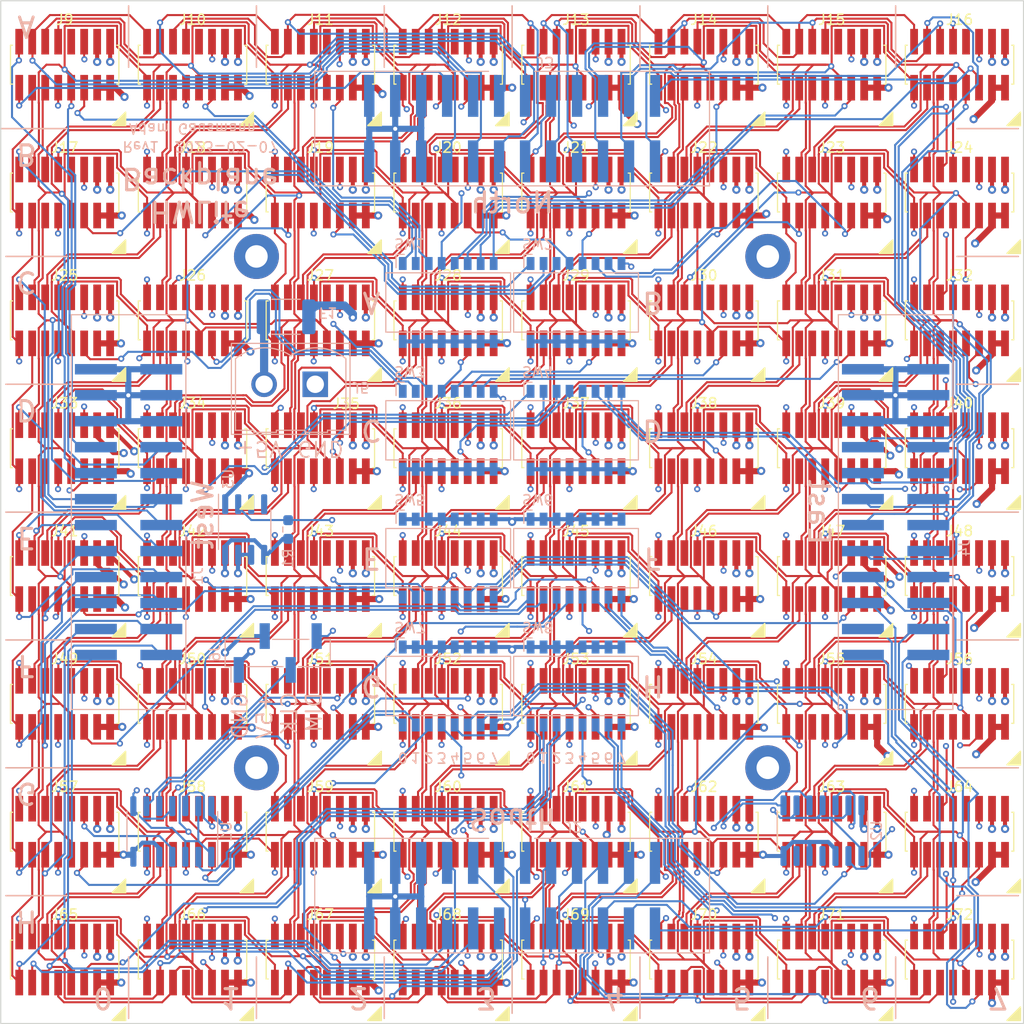
<source format=kicad_pcb>
(kicad_pcb (version 20211014) (generator pcbnew)
  (layers (0 "F.Cu" mixed) (1 "In1.Cu" signal) (2 "In2.Cu" signal) (31 "B.Cu" signal) (34 "B.Paste" user) (35 "F.Paste" user) (36 "B.SilkS" user "B.Silkscreen") (37 "F.SilkS" user "F.Silkscreen") (38 "B.Mask" user) (39 "F.Mask" user) (44 "Edge.Cuts" user))
  (net 0 "")
  (net 1 "GND")
  (net 2 "DIM")
  (net 3 "CLK")
  (net 4 "/Cell-A0/IN7")
  (net 5 "/Cell-A0/STATE")
  (net 6 "/Cell-A0/IN6")
  (net 7 "/Cell-B0/STATE")
  (net 8 "/Cell-A0/IN5")
  (net 9 "/Cell-C0/STATE")
  (net 10 "/Cell-B0/IN5")
  (net 11 "/Cell-D0/STATE")
  (net 12 "/Cell-C0/IN5")
  (net 13 "/Cell-E0/STATE")
  (net 14 "/Cell-D0/IN5")
  (net 15 "/Cell-F0/STATE")
  (net 16 "/Cell-E0/IN5")
  (net 17 "/Cell-G0/STATE")
  (net 18 "/Cell-F0/IN5")
  (net 19 "/Cell-H0/STATE")
  (net 20 "/Cell-G0/IN5")
  (net 21 "/Cell-H0/IN4")
  (net 22 "/Cell-H0/IN5")
  (net 23 "/Cell-H1/STATE")
  (net 24 "/Cell-H0/IN3")
  (net 25 "/Cell-H2/STATE")
  (net 26 "/Cell-H1/IN3")
  (net 27 "/Cell-H3/STATE")
  (net 28 "/Cell-H2/IN3")
  (net 29 "/Cell-H4/STATE")
  (net 30 "/Cell-H3/IN3")
  (net 31 "/Cell-H5/STATE")
  (net 32 "/Cell-H4/IN3")
  (net 33 "/Cell-H6/STATE")
  (net 34 "/Cell-H5/IN3")
  (net 35 "/Cell-H7/STATE")
  (net 36 "/Cell-H6/IN3")
  (net 37 "/Cell-G7/IN3")
  (net 38 "/Cell-A0/IN0")
  (net 39 "/Cell-A0/IN1")
  (net 40 "/Cell-A1/STATE")
  (net 41 "/Cell-A1/IN1")
  (net 42 "/Cell-A2/STATE")
  (net 43 "/Cell-A2/IN1")
  (net 44 "/Cell-A3/STATE")
  (net 45 "/Cell-A3/IN1")
  (net 46 "/Cell-A4/STATE")
  (net 47 "/Cell-A4/IN1")
  (net 48 "/Cell-A5/STATE")
  (net 49 "/Cell-A5/IN1")
  (net 50 "/Cell-A6/STATE")
  (net 51 "/Cell-A6/IN1")
  (net 52 "/Cell-A7/STATE")
  (net 53 "/Cell-A7/IN1")
  (net 54 "/Cell-A7/IN3")
  (net 55 "/Cell-B7/STATE")
  (net 56 "/Cell-B7/IN3")
  (net 57 "/Cell-C7/STATE")
  (net 58 "/Cell-C7/IN3")
  (net 59 "/Cell-D7/STATE")
  (net 60 "/Cell-D7/IN3")
  (net 61 "/Cell-E7/STATE")
  (net 62 "/Cell-E7/IN3")
  (net 63 "/Cell-F7/STATE")
  (net 64 "/Cell-F7/IN3")
  (net 65 "/Cell-G7/STATE")
  (net 66 "/Cell-H7/IN3")
  (net 67 "VLED")
  (net 68 "/T-A0")
  (net 69 "/T-A1")
  (net 70 "/T-A2")
  (net 71 "/T-A3")
  (net 72 "/T-A4")
  (net 73 "/T-A5")
  (net 74 "/T-A6")
  (net 75 "/T-A7")
  (net 76 "/T-B0")
  (net 77 "/T-B1")
  (net 78 "/T-B2")
  (net 79 "/T-B3")
  (net 80 "/T-B4")
  (net 81 "/T-B5")
  (net 82 "/T-B6")
  (net 83 "/T-B7")
  (net 84 "/T-C0")
  (net 85 "/T-C1")
  (net 86 "/T-C2")
  (net 87 "/T-C3")
  (net 88 "/T-C4")
  (net 89 "/T-C5")
  (net 90 "/T-C6")
  (net 91 "/T-C7")
  (net 92 "/T-D0")
  (net 93 "/T-D1")
  (net 94 "/T-D2")
  (net 95 "/T-D3")
  (net 96 "/T-D4")
  (net 97 "/T-D5")
  (net 98 "/T-D6")
  (net 99 "/T-D7")
  (net 100 "/T-E0")
  (net 101 "/T-E1")
  (net 102 "/T-E2")
  (net 103 "/T-E3")
  (net 104 "/T-E4")
  (net 105 "/T-E5")
  (net 106 "/T-E6")
  (net 107 "/T-E7")
  (net 108 "/T-F0")
  (net 109 "/T-F1")
  (net 110 "/T-F2")
  (net 111 "/T-F3")
  (net 112 "/T-F4")
  (net 113 "/T-F5")
  (net 114 "/T-F6")
  (net 115 "/T-F7")
  (net 116 "/T-G0")
  (net 117 "/T-G1")
  (net 118 "/T-G2")
  (net 119 "/T-G3")
  (net 120 "/T-G4")
  (net 121 "/T-G5")
  (net 122 "/T-G6")
  (net 123 "/T-G7")
  (net 124 "/T-H0")
  (net 125 "/T-H1")
  (net 126 "/T-H2")
  (net 127 "/T-H3")
  (net 128 "/T-H4")
  (net 129 "/T-H5")
  (net 130 "/T-H6")
  (net 131 "/T-H7")
  (net 132 "/Cell-B1/STATE")
  (net 133 "/Cell-B2/STATE")
  (net 134 "/Cell-B3/STATE")
  (net 135 "/Cell-B4/STATE")
  (net 136 "/Cell-B5/STATE")
  (net 137 "/Cell-B6/STATE")
  (net 138 "/Cell-C1/STATE")
  (net 139 "/Cell-C2/STATE")
  (net 140 "/Cell-C3/STATE")
  (net 141 "/Cell-C4/STATE")
  (net 142 "/Cell-C5/STATE")
  (net 143 "/Cell-C6/STATE")
  (net 144 "/Cell-D1/STATE")
  (net 145 "/Cell-D2/STATE")
  (net 146 "/Cell-D3/STATE")
  (net 147 "/Cell-D4/STATE")
  (net 148 "/Cell-D5/STATE")
  (net 149 "/Cell-D6/STATE")
  (net 150 "/Cell-E1/STATE")
  (net 151 "/Cell-E2/STATE")
  (net 152 "/Cell-E3/STATE")
  (net 153 "/Cell-E4/STATE")
  (net 154 "/Cell-E5/STATE")
  (net 155 "/Cell-E6/STATE")
  (net 156 "/Cell-F1/STATE")
  (net 157 "/Cell-F2/STATE")
  (net 158 "/Cell-F3/STATE")
  (net 159 "/Cell-F4/STATE")
  (net 160 "/Cell-F5/STATE")
  (net 161 "/Cell-F6/STATE")
  (net 162 "/Cell-G1/STATE")
  (net 163 "/Cell-G2/STATE")
  (net 164 "/Cell-G3/STATE")
  (net 165 "/Cell-G4/STATE")
  (net 166 "/Cell-G5/STATE")
  (net 167 "/Cell-G6/STATE")
  (net 168 "Net-(U1-Pad1)")
  (net 169 "/CLK0")
  (net 170 "/CLK1")
  (net 171 "/CLK2")
  (net 172 "/CLK3")
  (net 173 "/CLK4")
  (net 174 "/CLK5")
  (net 175 "/CLK6")
  (net 176 "/CLK7")
  (net 177 "+5V")
  (net 180 "/Cell-A7/IN2")
  (net 183 "unconnected-(U1-Pad6)")
  (net 184 "/Cell-A0/NRST")
  (net 185 "/Cell-A1/NRST")
  (net 186 "/Cell-A2/NRST")
  (net 187 "/Cell-A3/NRST")
  (net 188 "/Cell-A4/NRST")
  (net 189 "/Cell-A5/NRST")
  (net 190 "/Cell-A6/NRST")
  (net 191 "/Cell-A7/NRST")
  (net 192 "/Cell-B0/NRST")
  (net 193 "/Cell-B1/NRST")
  (net 194 "/Cell-B2/NRST")
  (net 195 "/Cell-B3/NRST")
  (net 196 "/Cell-B4/NRST")
  (net 197 "/Cell-B5/NRST")
  (net 198 "/Cell-B6/NRST")
  (net 199 "/Cell-B7/NRST")
  (net 200 "/Cell-C0/NRST")
  (net 201 "/Cell-C1/NRST")
  (net 202 "/Cell-C2/NRST")
  (net 203 "/Cell-C3/NRST")
  (net 204 "/Cell-C4/NRST")
  (net 205 "/Cell-C5/NRST")
  (net 206 "/Cell-C6/NRST")
  (net 207 "/Cell-C7/NRST")
  (net 208 "/Cell-D0/NRST")
  (net 209 "/Cell-D1/NRST")
  (net 210 "/Cell-D2/NRST")
  (net 211 "/Cell-D3/NRST")
  (net 212 "/Cell-D4/NRST")
  (net 213 "/Cell-D5/NRST")
  (net 214 "/Cell-D6/NRST")
  (net 215 "/Cell-D7/NRST")
  (net 216 "/Cell-E0/NRST")
  (net 217 "/Cell-E1/NRST")
  (net 218 "/Cell-E2/NRST")
  (net 219 "/Cell-E3/NRST")
  (net 220 "/Cell-E4/NRST")
  (net 221 "/Cell-E5/NRST")
  (net 222 "/Cell-E6/NRST")
  (net 223 "/Cell-E7/NRST")
  (net 224 "/Cell-F0/NRST")
  (net 225 "/Cell-F1/NRST")
  (net 226 "/Cell-F2/NRST")
  (net 227 "/Cell-F3/NRST")
  (net 228 "/Cell-F4/NRST")
  (net 229 "/Cell-F5/NRST")
  (net 230 "/Cell-F6/NRST")
  (net 231 "/Cell-F7/NRST")
  (net 232 "/Cell-G0/NRST")
  (net 233 "/Cell-G1/NRST")
  (net 234 "/Cell-G2/NRST")
  (net 235 "/Cell-G3/NRST")
  (net 236 "/Cell-G4/NRST")
  (net 237 "/Cell-G5/NRST")
  (net 238 "/Cell-G6/NRST")
  (net 239 "/Cell-G7/NRST")
  (net 240 "/Cell-H0/NRST")
  (net 241 "/Cell-H1/NRST")
  (net 242 "/Cell-H2/NRST")
  (net 243 "/Cell-H3/NRST")
  (net 244 "/Cell-H4/NRST")
  (net 245 "/Cell-H5/NRST")
  (net 246 "/Cell-H6/NRST")
  (net 247 "/Cell-H7/NRST")
  (net 248 "/5V_IN")
  (footprint "agausmann:DEALON_DZ127S-22-16-55_02x08_P1.27mm_Vertical" (layer "F.Cu") (at 131.25 131.25)
    (fp_text reference "J63")
    (fp_text value "Module")
  )
  (footprint "agausmann:DEALON_DZ127S-22-16-55_02x08_P1.27mm_Vertical" (layer "F.Cu") (at 56.25 56.25)
    (fp_text reference "J9")
    (fp_text value "Module")
  )
  (footprint "agausmann:DEALON_DZ127S-22-16-55_02x08_P1.27mm_Vertical" (layer "F.Cu") (at 56.25 81.25)
    (fp_text reference "J25")
    (fp_text value "Module")
  )
  (footprint "agausmann:DEALON_DZ127S-22-16-55_02x08_P1.27mm_Vertical" (layer "F.Cu") (at 143.75 93.75)
    (fp_text reference "J40")
    (fp_text value "Module")
  )
  (footprint "agausmann:DEALON_DZ127S-22-16-55_02x08_P1.27mm_Vertical" (layer "F.Cu") (at 68.75 143.75)
    (fp_text reference "J66")
    (fp_text value "Module")
  )
  (footprint "agausmann:DEALON_DZ127S-22-16-55_02x08_P1.27mm_Vertical" (layer "F.Cu") (at 118.75 106.25)
    (fp_text reference "J46")
    (fp_text value "Module")
  )
  (footprint "agausmann:DEALON_DZ127S-22-16-55_02x08_P1.27mm_Vertical" (layer "F.Cu") (at 106.25 81.25)
    (fp_text reference "J29")
    (fp_text value "Module")
  )
  (footprint "agausmann:DEALON_DZ127S-22-16-55_02x08_P1.27mm_Vertical" (layer "F.Cu") (at 93.75 131.25)
    (fp_text reference "J60")
    (fp_text value "Module")
  )
  (footprint "agausmann:DEALON_DZ127S-22-16-55_02x08_P1.27mm_Vertical" (layer "F.Cu") (at 93.75 106.25)
    (fp_text reference "J44")
    (fp_text value "Module")
  )
  (footprint "agausmann:DEALON_DZ127S-22-16-55_02x08_P1.27mm_Vertical" (layer "F.Cu") (at 118.75 56.25)
    (fp_text reference "J14")
    (fp_text value "Module")
  )
  (footprint "agausmann:DEALON_DZ127S-22-16-55_02x08_P1.27mm_Vertical" (layer "F.Cu") (at 118.75 143.75)
    (fp_text reference "J70")
    (fp_text value "Module")
  )
  (footprint "MountingHole:MountingHole_2.2mm_M2_Pad" (layer "F.Cu") (at 75 75)
    (fp_text reference "H1" hide)
    (fp_text value "MountingHole")
  )
  (footprint "agausmann:DEALON_DZ127S-22-16-55_02x08_P1.27mm_Vertical" (layer "F.Cu") (at 131.25 143.75)
    (fp_text reference "J71")
    (fp_text value "Module")
  )
  (footprint "agausmann:DEALON_DZ127S-22-16-55_02x08_P1.27mm_Vertical" (layer "F.Cu") (at 68.75 68.75)
    (fp_text reference "J18")
    (fp_text value "Module")
  )
  (footprint "agausmann:DEALON_DZ127S-22-16-55_02x08_P1.27mm_Vertical" (layer "F.Cu") (at 81.25 131.25)
    (fp_text reference "J59")
    (fp_text value "Module")
  )
  (footprint "agausmann:DEALON_DZ127S-22-16-55_02x08_P1.27mm_Vertical" (layer "F.Cu") (at 143.75 56.25)
    (fp_text reference "J16")
    (fp_text value "Module")
  )
  (footprint "agausmann:DEALON_DZ127S-22-16-55_02x08_P1.27mm_Vertical" (layer "F.Cu") (at 56.25 118.75)
    (fp_text reference "J49")
    (fp_text value "Module")
  )
  (footprint "agausmann:DEALON_DZ127S-22-16-55_02x08_P1.27mm_Vertical" (layer "F.Cu") (at 93.75 143.75)
    (fp_text reference "J68")
    (fp_text value "Module")
  )
  (footprint "agausmann:DEALON_DZ127S-22-16-55_02x08_P1.27mm_Vertical" (layer "F.Cu") (at 131.25 81.25)
    (fp_text reference "J31")
    (fp_text value "Module")
  )
  (footprint "agausmann:DEALON_DZ127S-22-16-55_02x08_P1.27mm_Vertical" (layer "F.Cu") (at 143.75 68.75)
    (fp_text reference "J24")
    (fp_text value "Module")
  )
  (footprint "agausmann:DEALON_DZ127S-22-16-55_02x08_P1.27mm_Vertical" (layer "F.Cu") (at 106.25 143.75)
    (fp_text reference "J69")
    (fp_text value "Module")
  )
  (footprint "MountingHole:MountingHole_2.2mm_M2_Pad" (layer "F.Cu") (at 125 75)
    (fp_text reference "H2" hide)
    (fp_text value "MountingHole")
  )
  (footprint "agausmann:DEALON_DZ127S-22-16-55_02x08_P1.27mm_Vertical" (layer "F.Cu") (at 81.25 143.75)
    (fp_text reference "J67")
    (fp_text value "Module")
  )
  (footprint "agausmann:DEALON_DZ127S-22-16-55_02x08_P1.27mm_Vertical" (layer "F.Cu") (at 118.75 68.75)
    (fp_text reference "J22")
    (fp_text value "Module")
  )
  (footprint "agausmann:DEALON_DZ127S-22-16-55_02x08_P1.27mm_Vertical" (layer "F.Cu") (at 56.25 68.75)
    (fp_text reference "J17")
    (fp_text value "Module")
  )
  (footprint "agausmann:DEALON_DZ127S-22-16-55_02x08_P1.27mm_Vertical" (layer "F.Cu") (at 93.75 81.25)
    (fp_text reference "J28")
    (fp_text value "Module")
  )
  (footprint "agausmann:DEALON_DZ127S-22-16-55_02x08_P1.27mm_Vertical" (layer "F.Cu") (at 68.75 118.75)
    (fp_text reference "J50")
    (fp_text value "Module")
  )
  (footprint "agausmann:DEALON_DZ127S-22-16-55_02x08_P1.27mm_Vertical" (layer "F.Cu") (at 56.25 93.75)
    (fp_text reference "J33")
    (fp_text value "Module")
  )
  (footprint "agausmann:DEALON_DZ127S-22-16-55_02x08_P1.27mm_Vertical" (layer "F.Cu") (at 106.25 131.25)
    (fp_text reference "J61")
    (fp_text value "Module")
  )
  (footprint "agausmann:DEALON_DZ127S-22-16-55_02x08_P1.27mm_Vertical" (layer "F.Cu") (at 56.25 143.75)
    (fp_text reference "J65")
    (fp_text value "Module")
  )
  (footprint "agausmann:DEALON_DZ127S-22-16-55_02x08_P1.27mm_Vertical" (layer "F.Cu") (at 131.25 93.75)
    (fp_text reference "J39")
    (fp_text value "Module")
  )
  (footprint "agausmann:DEALON_DZ127S-22-16-55_02x08_P1.27mm_Vertical" (layer "F.Cu") (at 68.75 93.75)
    (fp_text reference "J34")
    (fp_text value "Module")
  )
  (footprint "agausmann:DEALON_DZ127S-22-16-55_02x08_P1.27mm_Vertical" (layer "F.Cu") (at 106.25 68.75)
    (fp_text reference "J21")
    (fp_text value "Module")
  )
  (footprint "agausmann:DEALON_DZ127S-22-16-55_02x08_P1.27mm_Vertical" (layer "F.Cu") (at 68.75 131.25)
    (fp_text reference "J58")
    (fp_text value "Module")
  )
  (footprint "agausmann:DEALON_DZ127S-22-16-55_02x08_P1.27mm_Vertical" (layer "F.Cu") (at 106.25 56.25)
    (fp_text reference "J13")
    (fp_text value "Module")
  )
  (footprint "agausmann:DEALON_DZ127S-22-16-55_02x08_P1.27mm_Vertical" (layer "F.Cu") (at 118.75 93.75)
    (fp_text reference "J38")
    (fp_text value "Module")
  )
  (footprint "agausmann:DEALON_DZ127S-22-16-55_02x08_P1.27mm_Vertical" (layer "F.Cu") (at 81.25 106.25)
    (fp_text reference "J43")
    (fp_text value "Module")
  )
  (footprint "agausmann:DEALON_DZ127S-22-16-55_02x08_P1.27mm_Vertical" (layer "F.Cu") (at 81.25 93.75)
    (fp_text reference "J35")
    (fp_text value "Module")
  )
  (footprint "agausmann:DEALON_DZ127S-22-16-55_02x08_P1.27mm_Vertical" (layer "F.Cu") (at 143.75 81.25)
    (fp_text reference "J32")
    (fp_text value "Module")
  )
  (footprint "agausmann:DEALON_DZ127S-22-16-55_02x08_P1.27mm_Vertical" (layer "F.Cu") (at 131.25 106.25)
    (fp_text reference "J47")
    (fp_text value "Module")
  )
  (footprint "agausmann:DEALON_DZ127S-22-16-55_02x08_P1.27mm_Vertical" (layer "F.Cu") (at 81.25 56.25)
    (fp_text reference "J11")
    (fp_text value "Module")
  )
  (footprint "agausmann:DEALON_DZ127S-22-16-55_02x08_P1.27mm_Vertical" (layer "F.Cu") (at 81.25 81.25)
    (fp_text reference "J27")
    (fp_text value "Module")
  )
  (footprint "agausmann:DEALON_DZ127S-22-16-55_02x08_P1.27mm_Vertical" (layer "F.Cu") (at 81.25 68.75)
    (fp_text reference "J19")
    (fp_text value "Module")
  )
  (footprint "agausmann:DEALON_DZ127S-22-16-55_02x08_P1.27mm_Vertical" (layer "F.Cu") (at 118.75 131.25)
    (fp_text reference "J62")
    (fp_text value "Module")
  )
  (footprint "agausmann:DEALON_DZ127S-22-16-55_02x08_P1.27mm_Vertical" (layer "F.Cu") (at 143.75 106.25)
    (fp_text reference "J48")
    (fp_text value "Module")
  )
  (footprint "MountingHole:MountingHole_2.2mm_M2_Pad" (layer "F.Cu") (at 125 125)
    (fp_text reference "H4" hide)
    (fp_text value "MountingHole")
  )
  (footprint "agausmann:DEALON_DZ127S-22-16-55_02x08_P1.27mm_Vertical" (layer "F.Cu") (at 106.25 118.75)
    (fp_text reference "J53")
    (fp_text value "Module")
  )
  (footprint "agausmann:DEALON_DZ127S-22-16-55_02x08_P1.27mm_Vertical" (layer "F.Cu") (at 68.75 56.25)
    (fp_text reference "J10")
    (fp_text value "Module")
  )
  (footprint "agausmann:DEALON_DZ127S-22-16-55_02x08_P1.27mm_Vertical" (layer "F.Cu") (at 93.75 68.75)
    (fp_text reference "J20")
    (fp_text value "Module")
  )
  (footprint "agausmann:DEALON_DZ127S-22-16-55_02x08_P1.27mm_Vertical" (layer "F.Cu") (at 68.75 81.25)
    (fp_text reference "J26")
    (fp_text value "Module")
  )
  (footprint "agausmann:DEALON_DZ127S-22-16-55_02x08_P1.27mm_Vertical" (layer "F.Cu") (at 143.75 143.75)
    (fp_text reference "J72")
    (fp_text value "Module")
  )
  (footprint "agausmann:DEALON_DZ127S-22-16-55_02x08_P1.27mm_Vertical" (layer "F.Cu") (at 56.25 106.25)
    (fp_text reference "J41")
    (fp_text value "Module")
  )
  (footprint "agausmann:DEALON_DZ127S-22-16-55_02x08_P1.27mm_Vertical" (layer "F.Cu") (at 131.25 68.75)
    (fp_text reference "J23")
    (fp_text value "Module")
  )
  (footprint "agausmann:DEALON_DZ127S-22-16-55_02x08_P1.27mm_Vertical" (layer "F.Cu") (at 131.25 118.75)
    (fp_text reference "J55")
    (fp_text value "Module")
  )
  (footprint "agausmann:DEALON_DZ127S-22-16-55_02x08_P1.27mm_Vertical" (layer "F.Cu") (at 118.75 118.75)
    (fp_text reference "J54")
    (fp_text value "Module")
  )
  (footprint "agausmann:DEALON_DZ127S-22-16-55_02x08_P1.27mm_Vertical" (layer "F.Cu") (at 93.75 93.75)
    (fp_text reference "J36")
    (fp_text value "Module")
  )
  (footprint "agausmann:DEALON_DZ127S-22-16-55_02x08_P1.27mm_Vertical" (layer "F.Cu") (at 143.75 131.25)
    (fp_text reference "J64")
    (fp_text value "Module")
  )
  (footprint "agausmann:DEALON_DZ127S-22-16-55_02x08_P1.27mm_Vertical" (layer "F.Cu") (at 93.75 118.75)
    (fp_text reference "J52")
    (fp_text value "Module")
  )
  (footprint "agausmann:DEALON_DZ127S-22-16-55_02x08_P1.27mm_Vertical" (layer "F.Cu") (at 143.75 118.75)
    (fp_text reference "J56")
    (fp_text value "Module")
  )
  (footprint "agausmann:DEALON_DZ127S-22-16-55_02x08_P1.27mm_Vertical" (layer "F.Cu") (at 81.25 118.75)
    (fp_text reference "J51")
    (fp_text value "Module")
  )
  (footprint "agausmann:DEALON_DZ127S-22-16-55_02x08_P1.27mm_Vertical" (layer "F.Cu") (at 106.25 93.75)
    (fp_text reference "J37")
    (fp_text value "Module")
  )
  (footprint "agausmann:DEALON_DZ127S-22-16-55_02x08_P1.27mm_Vertical" (layer "F.Cu") (at 93.75 56.25)
    (fp_text reference "J12")
    (fp_text value "Module")
  )
  (footprint "agausmann:DEALON_DZ127S-22-16-55_02x08_P1.27mm_Vertical" (layer "F.Cu") (at 118.75 81.25)
    (fp_text reference "J30")
    (fp_text value "Module")
  )
  (footprint "MountingHole:MountingHole_2.2mm_M2_Pad" (layer "F.Cu") (at 75 125)
    (fp_text reference "H3" hide)
    (fp_text value "MountingHole")
  )
  (footprint "agausmann:DEALON_DZ127S-22-16-55_02x08_P1.27mm_Vertical" (layer "F.Cu") (at 131.25 56.25)
    (fp_text reference "J15")
    (fp_text value "Module")
  )
  (footprint "agausmann:DEALON_DZ127S-22-16-55_02x08_P1.27mm_Vertical" (layer "F.Cu") (at 106.25 106.25)
    (fp_text reference "J45")
    (fp_text value "Module")
  )
  (footprint "agausmann:DEALON_DZ127S-22-16-55_02x08_P1.27mm_Vertical" (layer "F.Cu") (at 56.25 131.25)
    (fp_text reference "J57")
    (fp_text value "Module")
  )
  (footprint "agausmann:DEALON_DZ127S-22-16-55_02x08_P1.27mm_Vertical" (layer "F.Cu") (at 68.75 106.25)
    (fp_text reference "J42")
    (fp_text value "Module")
  )
  (footprint "Fuse:Fuse_1812_4532Metric_Pad1.30x3.40mm_HandSolder" (layer "B.Cu") (at 77.9 80.9)
    (fp_text reference "F1")
    (fp_text value "6V 3A")
  )
  (footprint "Package_SO:SOIC-14_3.9x8.7mm_P1.27mm" (layer "B.Cu") (at 66.775 131.225 90)
    (fp_text reference "U1")
    (fp_text value "74HC14")
  )
  (footprint "agausmann:SW_DIP_SPSTx08_Slide_DEALON_SP-08P_P1.27mm" (layer "B.Cu") (at 106.25 79.5)
    (fp_text reference "SW2")
    (fp_text value "B")
  )
  (footprint "Package_SO:SOIC-8_3.9x4.9mm_P1.27mm" (layer "B.Cu") (at 73.85 101.7 -90)
    (fp_text reference "U3")
    (fp_text value "VN5E160S")
  )
  (footprint "agausmann:SW_DIP_SPSTx08_Slide_DEALON_SP-08P_P1.27mm" (layer "B.Cu") (at 106.25 92)
    (fp_text reference "SW4")
    (fp_text value "D")
  )
  (footprint "agausmann:JILN_321024M_02x12_P2.54mm_Vertical" (layer "B.Cu") (at 62.5 100 -90)
    (fp_text reference "J1")
    (fp_text value "West")
  )
  (footprint "agausmann:Conn_NTE_25-E900-02_01x02_P5.00mm_Vertical" (layer "B.Cu") (at 78.25 87.5 180)
    (fp_text reference "J5")
    (fp_text value "25-E900-02")
  )
  (footprint "agausmann:SW_DIP_SPSTx08_Slide_DEALON_SP-08P_P1.27mm" (layer "B.Cu") (at 93.75 104.5)
    (fp_text reference "SW5")
    (fp_text value "E")
  )
  (footprint "agausmann:SW_DIP_SPSTx08_Slide_DEALON_SP-08P_P1.27mm" (layer "B.Cu") (at 93.75 92)
    (fp_text reference "SW3")
    (fp_text value "C")
  )
  (footprint "agausmann:JILN_321024M_02x12_P2.54mm_Vertical" (layer "B.Cu") (at 100 137.5)
    (fp_text reference "J2")
    (fp_text value "South")
  )
  (footprint "agausmann:SW_DIP_SPSTx08_Slide_DEALON_SP-08P_P1.27mm" (layer "B.Cu") (at 93.75 117)
    (fp_text reference "SW7")
    (fp_text value "G")
  )
  (footprint "agausmann:JILN_321024M_02x12_P2.54mm_Vertical" (layer "B.Cu") (at 100 62.5)
    (fp_text reference "J3")
    (fp_text value "North")
  )
  (footprint "agausmann:SW_DIP_SPSTx08_Slide_DEALON_SP-08P_P1.27mm" (layer "B.Cu") (at 106.25 104.5)
    (fp_text reference "SW6")
    (fp_text value "F")
  )
  (footprint "agausmann:SW_DIP_SPSTx08_Slide_DEALON_SP-08P_P1.27mm" (layer "B.Cu") (at 93.75 79.5)
    (fp_text reference "SW1")
    (fp_text value "A")
  )
  (footprint "agausmann:JILN_321024M_02x12_P2.54mm_Vertical" (layer "B.Cu") (at 137.5 100 -90)
    (fp_text reference "J4")
    (fp_text value "East")
  )
  (footprint "agausmann:SW_DIP_SPSTx08_Slide_DEALON_SP-08P_P1.27mm" (layer "B.Cu") (at 106.25 117)
    (fp_text reference "SW8")
    (fp_text value "H")
  )
  (footprint "Package_SO:SOIC-14_3.9x8.7mm_P1.27mm" (layer "B.Cu") (at 130.35 131.15 90)
    (fp_text reference "U2")
    (fp_text value "74HC14")
  )
  (footprint "Resistor_SMD:R_0603_1608Metric_Pad0.98x0.95mm_HandSolder" (layer "B.Cu") (at 78.1 101.7 -90)
    (fp_text reference "R1")
    (fp_text value "10k")
  )
  (footprint "Connector_PinHeader_2.54mm:PinHeader_1x04_P2.54mm_Vertical_SMD_Pin1Right" (layer "B.Cu") (at 77.08 113.775 -90)
    (fp_text reference "J6")
    (fp_text value "MGMT")
  )
  (gr_line (start 50.5 100) (end 56.5 100) (layer "B.SilkS") (width 0.15))
  (gr_line (start 100 149) (end 100 143.5) (layer "B.SilkS") (width 0.15))
  (gr_line (start 149.5 62.5) (end 143.5 62.5) (layer "B.SilkS") (width 0.15))
  (gr_line (start 137.5 50.5) (end 137.5 56.5) (layer "B.SilkS") (width 0.15))
  (gr_line (start 50.5 125) (end 56.5 125) (layer "B.SilkS") (width 0.15))
  (gr_line (start 62.5 50.5) (end 62.5 56.5) (layer "B.SilkS") (width 0.15))
  (gr_line (start 50.5 112.5) (end 56.5 112.5) (layer "B.SilkS") (width 0.15))
  (gr_line (start 100 50.5) (end 100 56.5) (layer "B.SilkS") (width 0.15))
  (gr_line (start 112.5 50.5) (end 112.5 56.5) (layer "B.SilkS") (width 0.15))
  (gr_line (start 149.5 87.5) (end 143.5 87.5) (layer "B.SilkS") (width 0.15))
  (gr_line (start 149.5 125) (end 143.5 125) (layer "B.SilkS") (width 0.15))
  (gr_line (start 112.5 149.5) (end 112.5 143.5) (layer "B.SilkS") (width 0.15))
  (gr_line (start 50 62.5) (end 56.5 62.5) (layer "B.SilkS") (width 0.15))
  (gr_line (start 149.5 100) (end 143.5 100) (layer "B.SilkS") (width 0.15))
  (gr_line (start 149.5 112.5) (end 143.5 112.5) (layer "B.SilkS") (width 0.15))
  (gr_line (start 87.5 50.5) (end 87.5 56.5) (layer "B.SilkS") (width 0.15))
  (gr_line (start 75 50.5) (end 75 56.5) (layer "B.SilkS") (width 0.15))
  (gr_line (start 125 143.5) (end 125 149.5) (layer "B.SilkS") (width 0.15))
  (gr_line (start 87.5 149.5) (end 87.5 143.5) (layer "B.SilkS") (width 0.15))
  (gr_line (start 62.5 149.5) (end 62.5 143.5) (layer "B.SilkS") (width 0.15))
  (gr_line (start 50.5 87.5) (end 56.5 87.5) (layer "B.SilkS") (width 0.15))
  (gr_line (start 50.5 75) (end 56.5 75) (layer "B.SilkS") (width 0.15))
  (gr_line (start 50.5 137.5) (end 56.5 137.5) (layer "B.SilkS") (width 0.15))
  (gr_line (start 149.5 137.5) (end 143.5 137.5) (layer "B.SilkS") (width 0.15))
  (gr_line (start 75 149.5) (end 75 143.5) (layer "B.SilkS") (width 0.15))
  (gr_line (start 149.5 75) (end 143.5 75) (layer "B.SilkS") (width 0.15))
  (gr_line (start 125 50.5) (end 125 56.5) (layer "B.SilkS") (width 0.15))
  (gr_line (start 137.5 143.5) (end 137.5 149.5) (layer "B.SilkS") (width 0.15))
  (gr_poly (pts (xy 149.7 124.7) (xy 148.4 124.7) (xy 149.7 123.4)) (layer "F.SilkS") (width 0.15) (fill solid))
  (gr_poly (pts (xy 99.7 124.7) (xy 98.4 124.7) (xy 99.7 123.4)) (layer "F.SilkS") (width 0.15) (fill solid))
  (gr_poly (pts (xy 137.2 124.7) (xy 135.9 124.7) (xy 137.2 123.4)) (layer "F.SilkS") (width 0.15) (fill solid))
  (gr_poly (pts (xy 149.7 99.7) (xy 148.4 99.7) (xy 149.7 98.4)) (layer "F.SilkS") (width 0.15) (fill solid))
  (gr_poly (pts (xy 112.2 149.7) (xy 110.9 149.7) (xy 112.2 148.4)) (layer "F.SilkS") (width 0.15) (fill solid))
  (gr_poly (pts (xy 112.2 137.2) (xy 110.9 137.2) (xy 112.2 135.9)) (layer "F.SilkS") (width 0.15) (fill solid))
  (gr_poly (pts (xy 112.2 124.7) (xy 110.9 124.7) (xy 112.2 123.4)) (layer "F.SilkS") (width 0.15) (fill solid))
  (gr_poly (pts (xy 149.7 137.2) (xy 148.4 137.2) (xy 149.7 135.9)) (layer "F.SilkS") (width 0.15) (fill solid))
  (gr_poly (pts (xy 87.2 99.7) (xy 85.9 99.7) (xy 87.2 98.4)) (layer "F.SilkS") (width 0.15) (fill solid))
  (gr_poly (pts (xy 99.7 87.2) (xy 98.4 87.2) (xy 99.7 85.9)) (layer "F.SilkS") (width 0.15) (fill solid))
  (gr_poly (pts (xy 62.2 62.2) (xy 60.9 62.2) (xy 62.2 60.9)) (layer "F.SilkS") (width 0.15) (fill solid))
  (gr_poly (pts (xy 112.2 112.2) (xy 110.9 112.2) (xy 112.2 110.9)) (layer "F.SilkS") (width 0.15) (fill solid))
  (gr_poly (pts (xy 149.7 112.2) (xy 148.4 112.2) (xy 149.7 110.9)) (layer "F.SilkS") (width 0.15) (fill solid))
  (gr_poly (pts (xy 87.2 137.2) (xy 85.9 137.2) (xy 87.2 135.9)) (layer "F.SilkS") (width 0.15) (fill solid))
  (gr_poly (pts (xy 62.2 137.2) (xy 60.9 137.2) (xy 62.2 135.9)) (layer "F.SilkS") (width 0.15) (fill solid))
  (gr_poly (pts (xy 87.2 62.2) (xy 85.9 62.2) (xy 87.2 60.9)) (layer "F.SilkS") (width 0.15) (fill solid))
  (gr_poly (pts (xy 62.2 74.7) (xy 60.9 74.7) (xy 62.2 73.4)) (layer "F.SilkS") (width 0.15) (fill solid))
  (gr_poly (pts (xy 149.7 62.2) (xy 148.4 62.2) (xy 149.7 60.9)) (layer "F.SilkS") (width 0.15) (fill solid))
  (gr_poly (pts (xy 124.7 62.2) (xy 123.4 62.2) (xy 124.7 60.9)) (layer "F.SilkS") (width 0.15) (fill solid))
  (gr_poly (pts (xy 124.7 137.2) (xy 123.4 137.2) (xy 124.7 135.9)) (layer "F.SilkS") (width 0.15) (fill solid))
  (gr_poly (pts (xy 137.2 62.2) (xy 135.9 62.2) (xy 137.2 60.9)) (layer "F.SilkS") (width 0.15) (fill solid))
  (gr_poly (pts (xy 112.2 74.7) (xy 110.9 74.7) (xy 112.2 73.4)) (layer "F.SilkS") (width 0.15) (fill solid))
  (gr_poly (pts (xy 99.7 74.7) (xy 98.4 74.7) (xy 99.7 73.4)) (layer "F.SilkS") (width 0.15) (fill solid))
  (gr_poly (pts (xy 87.2 74.7) (xy 85.9 74.7) (xy 87.2 73.4)) (layer "F.SilkS") (width 0.15) (fill solid))
  (gr_poly (pts (xy 99.7 137.2) (xy 98.4 137.2) (xy 99.7 135.9)) (layer "F.SilkS") (width 0.15) (fill solid))
  (gr_poly (pts (xy 74.7 137.2) (xy 73.4 137.2) (xy 74.7 135.9)) (layer "F.SilkS") (width 0.15) (fill solid))
  (gr_poly (pts (xy 62.2 112.2) (xy 60.9 112.2) (xy 62.2 110.9)) (layer "F.SilkS") (width 0.15) (fill solid))
  (gr_poly (pts (xy 149.7 149.7) (xy 148.4 149.7) (xy 149.7 148.4)) (layer "F.SilkS") (width 0.15) (fill solid))
  (gr_poly (pts (xy 112.2 87.2) (xy 110.9 87.2) (xy 112.2 85.9)) (layer "F.SilkS") (width 0.15) (fill solid))
  (gr_poly (pts (xy 137.2 87.2) (xy 135.9 87.2) (xy 137.2 85.9)) (layer "F.SilkS") (width 0.15) (fill solid))
  (gr_poly (pts (xy 99.7 99.7) (xy 98.4 99.7) (xy 99.7 98.4)) (layer "F.SilkS") (width 0.15) (fill solid))
  (gr_poly (pts (xy 124.7 149.7) (xy 123.4 149.7) (xy 124.7 148.4)) (layer "F.SilkS") (width 0.15) (fill solid))
  (gr_poly (pts (xy 99.7 149.7) (xy 98.4 149.7) (xy 99.7 148.4)) (layer "F.SilkS") (width 0.15) (fill solid))
  (gr_poly (pts (xy 62.2 149.7) (xy 60.9 149.7) (xy 62.2 148.4)) (layer "F.SilkS") (width 0.15) (fill solid))
  (gr_poly (pts (xy 137.2 74.7) (xy 135.9 74.7) (xy 137.2 73.4)) (layer "F.SilkS") (width 0.15) (fill solid))
  (gr_poly (pts (xy 112.2 62.2) (xy 110.9 62.2) (xy 112.2 60.9)) (layer "F.SilkS") (width 0.15) (fill solid))
  (gr_poly (pts (xy 87.2 149.7) (xy 85.9 149.7) (xy 87.2 148.4)) (layer "F.SilkS") (width 0.15) (fill solid))
  (gr_poly (pts (xy 149.7 74.7) (xy 148.4 74.7) (xy 149.7 73.4)) (layer "F.SilkS") (width 0.15) (fill solid))
  (gr_poly (pts (xy 137.2 99.7) (xy 135.9 99.7) (xy 137.2 98.4)) (layer "F.SilkS") (width 0.15) (fill solid))
  (gr_poly (pts (xy 74.7 99.7) (xy 73.4 99.7) (xy 74.7 98.4)) (layer "F.SilkS") (width 0.15) (fill solid))
  (gr_poly (pts (xy 149.7 87.2) (xy 148.4 87.2) (xy 149.7 85.9)) (layer "F.SilkS") (width 0.15) (fill solid))
  (gr_poly (pts (xy 99.7 112.2) (xy 98.4 112.2) (xy 99.7 110.9)) (layer "F.SilkS") (width 0.15) (fill solid))
  (gr_poly (pts (xy 87.2 124.7) (xy 85.9 124.7) (xy 87.2 123.4)) (layer "F.SilkS") (width 0.15) (fill solid))
  (gr_poly (pts (xy 62.2 87.2) (xy 60.9 87.2) (xy 62.2 85.9)) (layer "F.SilkS") (width 0.15) (fill solid))
  (gr_poly (pts (xy 137.2 137.2) (xy 135.9 137.2) (xy 137.2 135.9)) (layer "F.SilkS") (width 0.15) (fill solid))
  (gr_poly (pts (xy 87.2 112.2) (xy 85.9 112.2) (xy 87.2 110.9)) (layer "F.SilkS") (width 0.15) (fill solid))
  (gr_poly (pts (xy 137.2 112.2) (xy 135.9 112.2) (xy 137.2 110.9)) (layer "F.SilkS") (width 0.15) (fill solid))
  (gr_poly (pts (xy 124.7 112.2) (xy 123.4 112.2) (xy 124.7 110.9)) (layer "F.SilkS") (width 0.15) (fill solid))
  (gr_poly (pts (xy 74.7 149.7) (xy 73.4 149.7) (xy 74.7 148.4)) (layer "F.SilkS") (width 0.15) (fill solid))
  (gr_poly (pts (xy 137.2 149.7) (xy 135.9 149.7) (xy 137.2 148.4)) (layer "F.SilkS") (width 0.15) (fill solid))
  (gr_poly (pts (xy 74.7 112.2) (xy 73.4 112.2) (xy 74.7 110.9)) (layer "F.SilkS") (width 0.15) (fill solid))
  (gr_poly (pts (xy 62.2 124.7) (xy 60.9 124.7) (xy 62.2 123.4)) (layer "F.SilkS") (width 0.15) (fill solid))
  (gr_poly (pts (xy 62.2 99.7) (xy 60.9 99.7) (xy 62.2 98.4)) (layer "F.SilkS") (width 0.15) (fill solid))
  (gr_poly (pts (xy 124.7 87.2) (xy 123.4 87.2) (xy 124.7 85.9)) (layer "F.SilkS") (width 0.15) (fill solid))
  (gr_poly (pts (xy 124.7 99.7) (xy 123.4 99.7) (xy 124.7 98.4)) (layer "F.SilkS") (width 0.15) (fill solid))
  (gr_poly (pts (xy 74.7 62.2) (xy 73.4 62.2) (xy 74.7 60.9)) (layer "F.SilkS") (width 0.15) (fill solid))
  (gr_poly (pts (xy 112.2 99.7) (xy 110.9 99.7) (xy 112.2 98.4)) (layer "F.SilkS") (width 0.15) (fill solid))
  (gr_poly (pts (xy 99.7 62.2) (xy 98.4 62.2) (xy 99.7 60.9)) (layer "F.SilkS") (width 0.15) (fill solid))
  (gr_poly (pts (xy 87.2 87.2) (xy 85.9 87.2) (xy 87.2 85.9)) (layer "F.SilkS") (width 0.15) (fill solid))
  (gr_rect locked (start 50 50) (end 150 150) (layer "Edge.Cuts") (width 0.1) (fill none))
  (gr_text "C" (at 86.25 92 180) (layer "B.SilkS") (effects (font (size 2 2) (thickness 0.3)) (justify mirror)))
  (gr_text "2" (at 85 147.5 180) (layer "B.SilkS") (effects (font (size 2 2) (thickness 0.3)) (justify mirror)))
  (gr_text "5" (at 122.5 147.5 180) (layer "B.SilkS") (effects (font (size 2 2) (thickness 0.3)) (justify mirror)))
  (gr_text "6" (at 96.9264 124.0028 180) (layer "B.SilkS") (effects (font (size 1 1)) (justify mirror)))
  (gr_text "0" (at 60 147.5 180) (layer "B.SilkS") (effects (font (size 2 2) (thickness 0.3)) (justify mirror)))
  (gr_text "7" (at 110.6964 124.0028 180) (layer "B.SilkS") (effects (font (size 1 1)) (justify mirror)))
  (gr_text "A" (at 86.25 79.5 180) (layer "B.SilkS") (effects (font (size 2 2) (thickness 0.3)) (justify mirror)))
  (gr_text "5" (at 108.1564 124.0028 180) (layer "B.SilkS") (effects (font (size 1 1)) (justify mirror)))
  (gr_text "G" (at 52.5 127.5 180) (layer "B.SilkS") (effects (font (size 2 2) (thickness 0.3)) (justify mirror)))
  (gr_text "H" (at 113.75 117 180) (layer "B.SilkS") (effects (font (size 2 2) (thickness 0.3)) (justify mirror)))
  (gr_text "D" (at 52.5 90 180) (layer "B.SilkS") (effects (font (size 2 2) (thickness 0.3)) (justify mirror)))
  (gr_text "Adam Gausmann" (at 68.75 62.5 180) (layer "B.SilkS") (effects (font (size 1 1)) (justify mirror)))
  (gr_text "G" (at 86.25 117 180) (layer "B.SilkS") (effects (font (size 2 2) (thickness 0.3)) (justify mirror)))
  (gr_text "C" (at 52.5 77.5 180) (layer "B.SilkS") (effects (font (size 2 2) (thickness 0.3)) (justify mirror)))
  (gr_text "+5V" (at 75.25 93.8 180) (layer "B.SilkS") (effects (font (size 1.5 1.5) (thickness 0.18)) (justify mirror)))
  (gr_text "B" (at 52.5 65 180) (layer "B.SilkS") (effects (font (size 2 2) (thickness 0.3)) (justify mirror)))
  (gr_text "4" (at 94.3864 124.0028 180) (layer "B.SilkS") (effects (font (size 1 1)) (justify mirror)))
  (gr_text "E" (at 86.25 104.5 180) (layer "B.SilkS") (effects (font (size 2 2) (thickness 0.3)) (justify mirror)))
  (gr_text "E" (at 52.5 102.5 180) (layer "B.SilkS") (effects (font (size 2 2) (thickness 0.3)) (justify mirror)))
  (gr_text "2" (at 91.8464 124.0028 180) (layer "B.SilkS") (effects (font (size 1 1)) (justify mirror)))
  (gr_text "A" (at 52.5 52.5 180) (layer "B.SilkS") (effects (font (size 2 2) (thickness 0.3)) (justify mirror)))
  (gr_text "4" (at 106.8864 124.0028 180) (layer "B.SilkS") (effects (font (size 1 1)) (justify mirror)))
  (gr_text "1" (at 90.5764 124.0028 180) (layer "B.SilkS") (effects (font (size 1 1)) (justify mirror)))
  (gr_text "Rev1  2023-02-07" (at 69.5 64.25 180) (layer "B.SilkS") (effects (font (size 1 1)) (justify mirror)))
  (gr_text "F" (at 113.75 104.5 180) (layer "B.SilkS") (effects (font (size 2 2) (thickness 0.3)) (justify mirror)))
  (gr_text "East" (at 130 100 270) (layer "B.SilkS") (effects (font (size 2 2) (thickness 0.3)) (justify mirror)))
  (gr_text "F" (at 52.5 115 180) (layer "B.SilkS") (effects (font (size 2 2) (thickness 0.3)) (justify mirror)))
  (gr_text "3" (at 93.1164 124.0028 180) (layer "B.SilkS") (effects (font (size 1 1)) (justify mirror)))
  (gr_text "West" (at 69.75 100.25 90) (layer "B.SilkS") (effects (font (size 2 2) (thickness 0.3)) (justify mirror)))
  (gr_text "H" (at 52.5 140 180) (layer "B.SilkS") (effects (font (size 2 2) (thickness 0.3)) (justify mirror)))
  (gr_text "5" (at 95.6564 124.0028 180) (layer "B.SilkS") (effects (font (size 1 1)) (justify mirror)))
  (gr_text "6" (at 109.4264 124.0028 180) (layer "B.SilkS") (effects (font (size 1 1)) (justify mirror)))
  (gr_text "3" (at 97.5 147.5 180) (layer "B.SilkS") (effects (font (size 2 2) (thickness 0.3)) (justify mirror)))
  (gr_text "D\n" (at 113.75 92 180) (layer "B.SilkS") (effects (font (size 2 2) (thickness 0.3)) (justify mirror)))
  (gr_text "4" (at 110 147.5 180) (layer "B.SilkS") (effects (font (size 2 2) (thickness 0.3)) (justify mirror)))
  (gr_text "GND" (at 81.25 93.8 180) (layer "B.SilkS") (effects (font (size 1.5 1.5) (thickness 0.18)) (justify mirror)))
  (gr_text "HWLife\nBackplane" (at 69.5 69 180) (layer "B.SilkS") (effects (font (size 2 2) (thickness 0.3)) (justify mirror)))
  (gr_text "7" (at 147.5 147.5 180) (layer "B.SilkS") (effects (font (size 2 2) (thickness 0.3)) (justify mirror)))
  (gr_text "3" (at 105.6164 124.0028 180) (layer "B.SilkS") (effects (font (size 1 1)) (justify mirror)))
  (gr_text "North" (at 100 69.75) (layer "B.SilkS") (effects (font (size 2 2) (thickness 0.3)) (justify mirror)))
  (gr_text "GND\n+5V\nCLK\nDIM" (at 77 117.5 90) (layer "B.SilkS") (effects (font (size 1.5 1.5) (thickness 0.18)) (justify left mirror)))
  (gr_text "1" (at 72.5 147.5 180) (layer "B.SilkS") (effects (font (size 2 2) (thickness 0.3)) (justify mirror)))
  (gr_text "0" (at 101.8064 124.0028 180) (layer "B.SilkS") (effects (font (size 1 1)) (justify mirror)))
  (gr_text "South" (at 100 130 180) (layer "B.SilkS") (effects (font (size 2 2) (thickness 0.3)) (justify mirror)))
  (gr_text "B" (at 113.75 79.5 180) (layer "B.SilkS") (effects (font (size 2 2) (thickness 0.3)) (justify mirror)))
  (gr_text "2" (at 104.3464 124.0028 180) (layer "B.SilkS") (effects (font (size 1 1)) (justify mirror)))
  (gr_text "0" (at 89.3064 124.0028 180) (layer "B.SilkS") (effects (font (size 1 1)) (justify mirror)))
  (gr_text "6" (at 135 147.5 180) (layer "B.SilkS") (effects (font (size 2 2) (thickness 0.3)) (justify mirror)))
  (gr_text "7" (at 98.1964 124.0028 180) (layer "B.SilkS") (effects (font (size 1 1)) (justify mirror)))
  (gr_text "1" (at 103.0764 124.0028 180) (layer "B.SilkS") (effects (font (size 1 1)) (justify mirror)))
  (segment (start 84.425 133.5) (end 85.695 133.5) (width 0.6) (layer "F.Cu") (net 1))
  (segment (start 85.695 96) (end 86.775 96) (width 0.6) (layer "F.Cu") (net 1))
  (segment (start 146.925 58.5) (end 146.925 59.775) (width 0.6) (layer "F.Cu") (net 1))
  (segment (start 123.195 121) (end 124.55 121) (width 0.6) (layer "F.Cu") (net 1))
  (segment (start 146.925 72.075) (end 145.275 73.725) (width 0.6) (layer "F.Cu") (net 1))
  (segment (start 98.195 146) (end 99.425 146) (width 0.6) (layer "F.Cu") (net 1))
  (segment (start 61.2 58.5) (end 62.1 59.4) (width 0.6) (layer "F.Cu") (net 1))
  (segment (start 84.425 108.5) (end 85.695 108.5) (width 0.6) (layer "F.Cu") (net 1))
  (segment (start 73.195 96) (end 74.075 96) (width 0.6) (layer "F.Cu") (net 1))
  (segment (start 110.695 83.5) (end 111.75 83.5) (width 0.6) (layer "F.Cu") (net 1))
  (segment (start 134.425 58.5) (end 135.695 58.5) (width 0.6) (layer "F.Cu") (net 1))
  (segment (start 135.695 133.5) (end 136.8 133.5) (width 0.6) (layer "F.Cu") (net 1))
  (segment (start 60.695 121) (end 61.875 121) (width 0.6) (layer "F.Cu") (net 1))
  (segment (start 135.695 122.82) (end 136.7 123.825) (width 0.6) (layer "F.Cu") (net 1))
  (segment (start 73.195 71) (end 74.375 71) (width 0.6) (layer "F.Cu") (net 1))
  (segment (start 73.195 121) (end 74.475 121) (width 0.6) (layer "F.Cu") (net 1))
  (segment (start 148.195 58.5) (end 146.925 58.5) (width 0.6) (layer "F.Cu") (net 1))
  (segment (start 146.925 134.575) (end 145.325 136.175) (width 0.6) (layer "F.Cu") (net 1))
  (segment (start 71.925 108.5) (end 73.195 108.5) (width 0.6) (layer "F.Cu") (net 1))
  (segment (start 121.925 71) (end 123.195 71) (width 0.6) (layer "F.Cu") (net 1))
  (segment (start 121.925 83.5) (end 123.195 83.5) (width 0.6) (layer "F.Cu") (net 1))
  (segment (start 98.195 133.5) (end 99.975 133.5) (width 0.6) (layer "F.Cu") (net 1))
  (segment (start 134.425 96) (end 135.695 96) (width 0.6) (layer "F.Cu") (net 1))
  (segment (start 109.425 96) (end 110.695 96) (width 0.6) (layer "F.Cu") (net 1))
  (segment (start 84.425 58.5) (end 85.695 58.5) (width 0.6) (layer "F.Cu") (net 1))
  (segment (start 99.5 121) (end 99.525 120.975) (width 0.6) (layer "F.Cu") (net 1))
  (segment (start 60.695 83.5) (end 61.75 83.5) (width 0.6) (layer "F.Cu") (net 1))
  (segment (start 59.425 83.5) (end 60.695 83.5) (width 0.6) (layer "F.Cu") (net 1))
  (segment (start 124.55 121) (end 124.625 121.075) (width 0.6) (layer "F.Cu") (net 1))
  (segment (start 146.925 97.7005) (end 146.925 96) (width 0.6) (layer "F.Cu") (net 1))
  (segment (start 84.425 71) (end 85.695 71) (width 0.6) (layer "F.Cu") (net 1))
  (segment (start 71.925 96) (end 73.195 96) (width 0.6) (layer "F.Cu") (net 1))
  (segment (start 146.925 109.575) (end 145.175 111.325) (width 0.6) (layer "F.Cu") (net 1))
  (segment (start 135.695 146) (end 136.925 146) (width 0.6) (layer "F.Cu") (net 1))
  (segment (start 84.425 96) (end 85.695 96) (width 0.6) (layer "F.Cu") (net 1))
  (segment (start 134.425 108.5) (end 135.695 108.5) (width 0.6) (layer "F.Cu") (net 1))
  (segment (start 96.925 121) (end 98.195 121) (width 0.6) (layer "F.Cu") (net 1))
  (segment (start 73.195 133.5) (end 74.45 133.5) (width 0.6) (layer "F.Cu") (net 1))
  (segment (start 85.695 83.5) (end 86.95 83.5) (width 0.6) (layer "F.Cu") (net 1))
  (segment (start 96.925 71) (end 98.195 71) (width 0.6) (layer "F.Cu") (net 1))
  (segment (start 134.425 83.5) (end 135.695 83.5) (width 0.6) (layer "F.Cu") (net 1))
  (segment (start 59.425 133.5) (end 60.695 133.5) (width 0.6) (layer "F.Cu") (net 1))
  (segment (start 134.425 133.5) (end 135.695 133.5) (width 0.6) (layer "F.Cu") (net 1))
  (segment (start 121.925 108.5) (end 123.195 108.5) (width 0.6) (layer "F.Cu") (net 1))
  (segment (start 85.695 108.5) (end 87 108.5) (width 0.6) (layer "F.Cu") (net 1))
  (segment (start 71.925 83.5) (end 73.195 83.5) (width 0.6) (layer "F.Cu") (net 1))
  (segment (start 148.195 96) (end 146.925 96) (width 0.6) (layer "F.Cu") (net 1))
  (segment (start 85.695 133.5) (end 87.35 133.5) (width 0.6) (layer "F.Cu") (net 1))
  (segment (start 73.6 83.5) (end 73.195 83.5) (width 0.6) (layer "F.Cu") (net 1))
  (segment (start 59.425 108.5) (end 60.695 108.5) (width 0.6) (layer "F.Cu") (net 1))
  (segment (start 85.695 71) (end 86.9 71) (width 0.6) (layer "F.Cu") (net 1))
  (segment (start 86.175 146) (end 86.95 146.775) (width 0.6) (layer "F.Cu") (net 1))
  (segment (start 59.425 71) (end 60.695 71) (width 0.6) (layer "F.Cu") (net 1))
  (segment (start 62.4495 96) (end 60.695 96) (width 0.6) (layer "F.Cu") (net 1))
  (segment (start 73.195 108.5) (end 74.425 108.5) (width 0.6) (layer "F.Cu") (net 1))
  (segment (start 98.195 58.5) (end 100 58.5) (width 0.6) (layer "F.Cu") (net 1))
  (segment (start 109.425 83.5) (end 110.695 83.5) (width 0.6) (layer "F.Cu") (net 1))
  (segment (start 135.695 83.5) (end 136.85 83.5) (width 0.6) (layer "F.Cu") (net 1))
  (segment (start 135.695 71) (end 136.325 71) (width 0.6) (layer "F.Cu") (net 1))
  (segment (start 110.695 60.495) (end 112.25 62.05) (width 0.6) (layer "F.Cu") (net 1))
  (segment (start 60.695 133.5) (end 62 133.5) (width 0.6) (layer "F.Cu") (net 1))
  (segment (start 99.425 146) (end 99.45 146.025) (width 0.6) (layer "F.Cu") (net 1))
  (segment (start 110.695 108.5) (end 111.9 108.5) (width 0.6) (layer "F.Cu") (net 1))
  (segment (start 59.425 96) (end 60.695 96) (width 0.6) (layer "F.Cu") (net 1))
  (segment (start 62.7 96.2505) (end 62.4495 96) (width 0.6) (layer "F.Cu") (net 1))
  (segment (start 59.425 146) (end 60.695 146) (width 0.6) (layer "F.Cu") (net 1))
  (segment (start 60.695 108.5) (end 61.325 108.5) (width 0.6) (layer "F.Cu") (net 1))
  (segment (start 135.695 121) (end 135.695 122.82) (width 0.6) (layer "F.Cu") (net 1))
  (segment (start 96.925 146) (end 98.195 146) (width 0.6) (layer "F.Cu") (net 1))
  (segment (start 110.695 121) (end 111.975 121) (width 0.6) (layer "F.Cu") (net 1))
  (segment (start 145.4255 99.2) (end 146.925 97.7005) (width 0.6) (layer "F.Cu") (net 1))
  (segment (start 124.25 83.5) (end 124.275 83.475) (width 0.6) (layer "F.Cu") (net 1))
  (segment (start 148.195 121) (end 146.925 121) (width 0.6) (layer "F.Cu") (net 1))
  (segment (start 59.425 121) (end 60.695 121) (width 0.6) (layer "F.Cu") (net 1))
  (segment (start 74.475 121) (end 74.55 121.075) (width 0.6) (layer "F.Cu") (net 1))
  (segment (start 110.695 146) (end 111.875 146) (width 0.6) (layer "F.Cu") (net 1))
  (segment (start 134.425 146) (end 135.695 146) (width 0.6) (layer "F.Cu") (net 1))
  (segment (start 148.195 83.5) (end 146.925 83.5) (width 0.6) (layer "F.Cu") (net 1))
  (segment (start 60.695 146) (end 61.775 146) (width 0.6) (layer "F.Cu") (net 1))
  (segment (start 73.195 146) (end 74.45 146) (width 0.6) (layer "F.Cu") (net 1))
  (segment (start 148.195 108.5) (end 146.925 108.5) (width 0.6) (layer "F.Cu") (net 1))
  (segment (start 146.925 108.5) (end 146.925 109.575) (width 0.6) (layer "F.Cu") (net 1))
  (segment (start 146.925 121) (end 146.925 122.125) (width 0.6) (layer "F.Cu") (net 1))
  (segment (start 121.925 133.5) (end 123.195 133.5) (width 0.6) (layer "F.Cu") (net 1))
  (segment (start 146.925 133.5) (end 146.925 134.575) (width 0.6) (layer "F.Cu") (net 1))
  (segment (start 146.925 71) (end 148.195 71) (width 0.6) (layer "F.Cu") (net 1))
  (segment (start 121.925 58.5) (end 123.195 58.5) (width 0.6) (layer "F.Cu") (net 1))
  (segment (start 146.925 122.125) (end 145.375 123.675) (width 0.6) (layer "F.Cu") (net 1))
  (segment (start 110.695 58.5) (end 110.695 60.495) (width 0.6) (layer "F.Cu") (net 1))
  (segment (start 98.195 83.5) (end 99.475 83.5) (width 0.6) (layer "F.Cu") (net 1))
  (segment (start 124.675 71) (end 124.85 70.825) (width 0.6) (layer "F.Cu") (net 1))
  (segment (start 71.925 146) (end 73.195 146) (width 0.6) (layer "F.Cu") (net 1))
  (segment (start 146.925 83.5) (end 146.925 84.6) (width 0.6) (layer "F.Cu") (net 1))
  (segment (start 148.195 133.5) (end 146.925 133.5) (width 0.6) (layer "F.Cu") (net 1))
  (segment (start 123.195 58.5) (end 124.475 58.5) (width 0.6) (layer "F.Cu") (net 1))
  (segment (start 146.925 84.6) (end 145.375 86.15) (width 0.6) (layer "F.Cu") (net 1))
  (segment (start 85.695 121) (end 86.9 121) (width 0.6) (layer "F.Cu") (net 1))
  (segment (start 136.85 83.5) (end 136.875 83.475) (width 0.6) (layer "F.Cu") (net 1))
  (segment (start 85.695 58.5) (end 86.7 58.5) (width 0.6) (layer "F.Cu") (net 1))
  (segment (start 134.425 121) (end 135.695 121) (width 0.6) (layer "F.Cu") (net 1))
  (segment (start 123.195 133.5) (end 124.525 133.5) (width 0.6) (layer "F.Cu") (net 1))
  (segment (start 109.425 58.5) (end 110.695 58.5) (width 0.6) (layer "F.Cu") (net 1))
  (segment (start 61.325 108.5) (end 62.15 109.325) (width 0.6) (layer "F.Cu") (net 1))
  (segment (start 110.695 71) (end 111.975 71) (width 0.6) (layer "F.Cu") (net 1))
  (segment (start 98.195 121) (end 99.5 121) (width 0.6) (layer "F.Cu") (net 1))
  (segment (start 124.325 96) (end 124.35 95.975) (width 0.6) (layer "F.Cu") (net 1))
  (segment (start 123.195 108.5) (end 124.25 108.5) (width 0.6) (layer "F.Cu") (net 1))
  (segment (start 98.195 58.5) (end 96.925 58.5) (width 0.6) (layer "F.Cu") (net 1))
  (segment (start 96.925 133.5) (end 98.195 133.5) (width 0.6) (layer "F.Cu") (net 1))
  (segment (start 84.425 121) (end 85.695 121) (width 0.6) (layer "F.Cu") (net 1))
  (segment (start 123.195 146) (end 124.425 146) (width 0.6) (layer "F.Cu") (net 1))
  (segment (start 71.925 133.5) (end 73.195 133.5) (width 0.6) (layer "F.Cu") (net 1))
  (segment (start 134.425 71) (end 135.695 71) (width 0.6) (layer "F.Cu") (net 1))
  (segment (start 136.325 71) (end 136.675 71.35) (width 0.6) (layer "F.Cu") (net 1))
  (segment (start 109.425 146) (end 110.695 146) (width 0.6) (layer "F.Cu") (net 1))
  (segment (start 86.7 58.5) (end 87.325 59.125) (width 0.6) (layer "F.Cu") (net 1))
  (segment (start 110.695 133.5) (end 112.575 133.5) (width 0.6) (layer "F.Cu") (net 1))
  (segment (start 135.695 96) (end 137.5 96) (width 0.6) (layer "F.Cu") (net 1))
  (segment (start 98.195 108.5) (end 99.35 108.5) (width 0.6) (layer "F.Cu") (net 1))
  (segment (start 123.195 96) (end 124.325 96) (width 0.6) (layer "F.Cu") (net 1))
  (segment (start 73.525 58.5) (end 74.325 59.3) (width 0.6) (layer "F.Cu") (net 1))
  (segment (start 84.425 83.5) (end 85.695 83.5) (width 0.6) (layer "F.Cu") (net 1))
  (segment (start 71.925 58.5) (end 73.195 58.5) (width 0.6) (layer "F.Cu") (net 1))
  (segment (start 96.925 96) (end 98.195 96) (width 0.6) (layer "F.Cu") (net 1))
  (segment (start 84.425 146) (end 85.695 146) (width 0.6) (layer "F.Cu") (net 1))
  (segment (start 109.425 133.5) (end 110.695 133.5) (width 0.6) (layer "F.Cu") (net 1))
  (segment (start 146.925 71) (end 146.925 72.075) (width 0.6) (layer "F.Cu") (net 1))
  (segment (start 109.425 71) (end 110.695 71) (width 0.6) (layer "F.Cu") (net 1))
  (segment (start 73.195 58.5) (end 73.525 58.5) (width 0.6) (layer "F.Cu") (net 1))
  (segment (start 96.925 108.5) (end 98.195 108.5) (width 0.6) (layer "F.Cu") (net 1))
  (segment (start 74.4 84.3) (end 73.6 83.5) (width 0.6) (layer "F.Cu") (net 1))
  (segment (start 146.925 59.775) (end 145.125 61.575) (width 0.6) (layer "F.Cu") (net 1))
  (segment (start 71.925 121) (end 73.195 121) (width 0.6) (layer "F.Cu") (net 1))
  (segment (start 60.695 58.5) (end 61.2 58.5) (width 0.6) (layer "F.Cu") (net 1))
  (segment (start 121.925 121) (end 123.195 121) (width 0.6) (layer "F.Cu") (net 1))
  (segment (start 109.425 108.5) (end 110.695 108.5) (width 0.6) (layer "F.Cu") (net 1))
  (segment (start 74.375 71) (end 74.8 71.425) (width 0.6) (layer "F.Cu") (net 1))
  (segment (start 60.695 71) (end 61.825 71) (width 0.6) (layer "F.Cu") (net 1))
  (segment (start 110.695 96) (end 111.8 96) (width 0.6) (layer "F.Cu") (net 1))
  (segment (start 123.195 83.5) (end 124.25 83.5) (width 0.6) (layer "F.Cu") (net 1))
  (segment (start 74.075 96) (end 74.275 96.2) (width 0.6) (layer "F.Cu") (net 1))
  (segment (start 99.475 83.5) (end 99.5 83.475) (width 0.6) (layer "F.Cu") (net 1))
  (segment (start 59.425 58.5) (end 60.695 58.5) (width 0.6) (layer "F.Cu") (net 1))
  (segment (start 137.5 96) (end 137.825 96.325) (width 0.6) (layer "F.Cu") (net 1))
  (segment (start 98.195 96) (end 99.275 96) (width 0.6) (layer "F.Cu") (net 1))
  (segment (start 148.195 146) (end 146.925 146) (width 0.6) (layer "F.Cu") (net 1))
  (segment (start 135.695 58.5) (end 136.8 58.5) (width 0.6) (layer "F.Cu") (net 1))
  (segment (start 121.925 96) (end 123.195 96) (width 0.6) (layer "F.Cu") (net 1))
  (segment (start 109.425 121) (end 110.695 121) (width 0.6) (layer "F.Cu") (net 1))
  (segment (start 146.925 146) (end 146.925 148) (width 0.6) (layer "F.Cu") (net 1))
  (segment (start 123.195 71) (end 124.675 71) (width 0.6) (layer "F.Cu") (net 1))
  (segment (start 135.695 108.5) (end 135.925 108.5) (width 0.6) (layer "F.Cu") (net 1))
  (segment (start 71.925 71) (end 73.195 71) (width 0.6) (layer "F.Cu") (net 1))
  (segment (start 96.925 83.5) (end 98.195 83.5) (width 0.6) (layer "F.Cu") (net 1))
  (segment (start 135.925 108.5) (end 137.025 109.6) (width 0.6) (layer "F.Cu") (net 1))
  (segment (start 98.195 71) (end 99.425 71) (width 0.6) (layer "F.Cu") (net 1))
  (segment (start 85.695 146) (end 86.175 146) (width 0.6) (layer "F.Cu") (net 1))
  (segment (start 121.925 146) (end 123.195 146) (width 0.6) (layer "F.Cu") (net 1))
  (via (at 61.775 146) (size 0.8) (drill 0.4) (layers "F.Cu" "B.Cu") (net 1))
  (via (at 136.8 58.5) (size 0.8) (drill 0.4) (layers "F.Cu" "B.Cu") (net 1))
  (via (at 145.125 61.575) (size 0.8) (drill 0.4) (layers "F.Cu" "B.Cu") (net 1))
  (via (at 74.425 108.5) (size 0.8) (drill 0.4) (layers "F.Cu" "B.Cu") (net 1))
  (via (at 145.325 136.175) (size 0.8) (drill 0.4) (layers "F.Cu" "B.Cu") (net 1))
  (via (at 100 113.45) (size 0.8) (drill 0.4) (layers "F.Cu" "B.Cu") (net 1))
  (via (at 99.275 96) (size 0.8) (drill 0.4) (layers "F.Cu" "B.Cu") (net 1))
  (via (at 137.825 96.325) (size 0.8) (drill 0.4) (layers "F.Cu" "B.Cu") (net 1))
  (via (at 124.425 146) (size 0.8) (drill 0.4) (layers "F.Cu" "B.Cu") (net 1))
  (via (at 111.8 96) (size 0.8) (drill 0.4) (layers "F.Cu" "B.Cu") (net 1))
  (via (at 111.975 71) (size 0.8) (drill 0.4) (layers "F.Cu" "B.Cu") (net 1))
  (via (at 136.8 133.5) (size 0.8) (drill 0.4) (layers "F.Cu" "B.Cu") (net 1))
  (via (at 87.35 133.5) (size 0.8) (drill 0.4) (layers "F.Cu" "B.Cu") (net 1))
  (via (at 62.47 88.58) (size 0.8) (drill 0.4) (layers "F.Cu" "B.Cu") (net 1))
  (via (at 87.325 59.125) (size 0.8) (drill 0.4) (layers "F.Cu" "B.Cu") (net 1))
  (via (at 124.85 70.825) (size 0.8) (drill 0.4) (layers "F.Cu" "B.Cu") (net 1))
  (via (at 136.875 83.475) (size 0.8) (drill 0.4) (layers "F.Cu" "B.Cu") (net 1))
  (via (at 100 100.95) (size 0.8) (drill 0.4) (layers "F.Cu" "B.Cu") (net 1))
  (via (at 86.95 146.775) (size 0.8) (drill 0.4) (layers "F.Cu" "B.Cu") (net 1))
  (via (at 99.975 133.5) (size 0.8) (drill 0.4) (layers "F.Cu" "B.Cu") (net 1))
  (via (at 99.5 83.475) (size 0.8) (drill 0.4) (layers "F.Cu" "B.Cu") (net 1))
  (via (at 136.675 71.35) (size 0.8) (drill 0.4) (layers "F.Cu" "B.Cu") (net 1))
  (via (at 145.175 111.325) (size 0.8) (drill 0.4) (layers "F.Cu" "B.Cu") (net 1))
  (via (at 99.525 120.975) (size 0.8) (drill 0.4) (layers "F.Cu" "B.Cu") (net 1))
  (via (at 86.775 96) (size 0.8) (drill 0.4) (layers "F.Cu" "B.Cu") (net 1))
  (via (at 111.75 83.5) (size 0.8) (drill 0.4) (layers "F.Cu" "B.Cu") (net 1))
  (via (at 74.45 133.5) (size 0.8) (drill 0.4) (layers "F.Cu" "B.Cu") (net 1))
  (via (at 62.1 59.4) (size 0.8) (drill 0.4) (layers "F.Cu" "B.Cu") (net 1))
  (via (at 145.375 123.675) (size 0.8) (drill 0.4) (layers "F.Cu" "B.Cu") (net 1))
  (via (at 74.8 71.425) (size 0.8) (drill 0.4) (layers "F.Cu" "B.Cu") (net 1))
  (via (at 86.9 121) (size 0.8) (drill 0.4) (layers "F.Cu" "B.Cu") (net 1))
  (via (at 124.475 58.5) (size 0.8) (drill 0.4) (layers "F.Cu" "B.Cu") (net 1))
  (via (at 74.4 84.3) (size 0.8) (drill 0.4) (layers "F.Cu" "B.Cu") (net 1))
  (via (at 145.375 86.15) (size 0.8) (drill 0.4) (layers "F.Cu" "B.Cu") (net 1))
  (via (at 124.625 121.075) (size 0.8) (drill 0.4) (layers "F.Cu" "B.Cu") (net 1))
  (via (at 99.425 71) (size 0.8) (drill 0.4) (layers "F.Cu" "B.Cu") (net 1))
  (via (at 62.7 96.2505) (size 0.8) (drill 0.4) (layers "F.Cu" "B.Cu") (net 1))
  (via (at 74.325 59.3) (size 0.8) (drill 0.4) (layers "F.Cu" "B.Cu") (net 1))
  (via (at 124.35 95.975) (size 0.8) (drill 0.4) (layers "F.Cu" "B.Cu") (net 1))
  (via (at 136.7 123.825) (size 0.8) (drill 0.4) (layers "F.Cu" "B.Cu") (net 1))
  (via (at 111.975 121) (size 0.8) (drill 0.4) (layers "F.Cu" "B.Cu") (net 1))
  (via (at 74.45 146) (size 0.8) (drill 0.4) (layers "F.Cu" "B.Cu") (net 1))
  (via (at 62 133.5) (size 0.8) (drill 0.4) (layers "F.Cu" "B.Cu") (net 1))
  (via (at 99.45 146.025) (size 0.8) (drill 0.4) (layers "F.Cu" "B.Cu") (net 1))
  (via (at 112.25 62.05) (size 0.8) (drill 0.4) (layers "F.Cu" "B.Cu") (net 1))
  (via (at 146.925 148) (size 0.8) (drill 0.4) (layers "F.Cu" "B.Cu") (net 1))
  (via (at 111.875 146) (size 0.8) (drill 0.4) (layers "F.Cu" "B.Cu") (net 1))
  (via (at 61.875 121) (size 0.8) (drill 0.4) (layers "F.Cu" "B.Cu") (net 1))
  (via (at 112.575 133.5) (size 0.8) (drill 0.4) (layers "F.Cu" "B.Cu") (net 1))
  (via (at 87 108.5) (size 0.8) (drill 0.4) (layers "F.Cu" "B.Cu") (net 1))
  (via (at 145.4255 99.2) (size 0.8) (drill 0.4) (layers "F.Cu" "B.Cu") (net 1))
  (via (at 61.825 71) (size 0.8) (drill 0.4) (layers "F.Cu" "B.Cu") (net 1))
  (via (at 137.025 109.6) (size 0.8) (drill 0.4) (layers "F.Cu" "B.Cu") (net 1))
  (via (at 137.48 88.57) (size 0.8) (drill 0.4) (layers "F.Cu" "B.Cu") (net 1))
  (via (at 88.57 62.52) (size 0.8) (drill 0.4) (layers "F.Cu" "B.Cu") (net 1))
  (via (at 136.925 146) (size 0.8) (drill 0.4) (layers "F.Cu" "B.Cu") (net 1))
  (via (at 111.9 108.5) (size 0.8) (drill 0.4) (layers "F.Cu" "B.Cu") (net 1))
  (via (at 61.75 83.5) (size 0.8) (drill 0.4) (layers "F.Cu" "B.Cu") (net 1))
  (via (at 124.275 83.475) (size 0.8) (drill 0.4) (layers "F.Cu" "B.Cu") (net 1))
  (via (at 145.275 73.725) (size 0.8) (drill 0.4) (layers "F.Cu" "B.Cu") (net 1))
  (via (at 62.15 109.325) (size 0.8) (drill 0.4) (layers "F.Cu" "B.Cu") (net 1))
  (via (at 86.9 71) (size 0.8) (drill 0.4) (layers "F.Cu" "B.Cu") (net 1))
  (via (at 100 58.5) (size 0.8) (drill 0.4) (layers "F.Cu" "B.Cu") (net 1))
  (via (at 124.25 108.5) (size 0.8) (drill 0.4) (layers "F.Cu" "B.Cu") (net 1))
  (via (at 99.35 108.5) (size 0.8) (drill 0.4) (layers "F.Cu" "B.Cu") (net 1))
  (via (at 88.57 137.58) (size 0.8) (drill 0.4) (layers "F.Cu" "B.Cu") (net 1))
  (via (at 86.95 83.5) (size 0.8) (drill 0.4) (layers "F.Cu" "B.Cu") (net 1))
  (via (at 74.475 113.6) (size 0.8) (drill 0.4) (layers "F.Cu" "B.Cu") (net 1))
  (via (at 74.275 96.2) (size 0.8) (drill 0.4) (layers "F.Cu" "B.Cu") (net 1))
  (via (at 74.55 121.075) (size 0.8) (drill 0.4) (layers "F.Cu" "B.Cu") (net 1))
  (via (at 124.525 133.5) (size 0.8) (drill 0.4) (layers "F.Cu" "B.Cu") (net 1))
  (segment (start 91.03 62.52) (end 91.11 62.44) (width 0.6) (layer "B.Cu") (net 1))
  (segment (start 86.03 140.7) (end 86.03 137.57) (width 0.6) (layer "B.Cu") (net 1))
  (segment (start 73.27 114.805) (end 74.475 113.6) (width 0.4) (layer "B.Cu") (net 1))
  (segment (start 89.305 83.31) (end 99.335 83.31) (width 0.4) (layer "B.Cu") (net 1))
  (segment (start 88.57 65.7) (end 88.57 59.3) (width 0.6) (layer "B.Cu") (net 1))
  (segment (start 62.47 88.58) (end 62.47 91.1) (width 0.6) (layer "B.Cu") (net 1))
  (segment (start 137.48 86.03) (end 137.48 88.57) (width 0.6) (layer "B.Cu") (net 1))
  (segment (start 127.432183 132.25) (end 127.625 132.25) (width 0.4) (layer "B.Cu") (net 1))
  (segment (start 65.505 132.88) (end 65.505 133.7) (width 0.4) (layer "B.Cu") (net 1))
  (segment (start 99.085 95.81) (end 99.275 96) (width 0.4) (layer "B.Cu") (net 1))
  (segment (start 89.305 113.19) (end 98.195 113.19) (width 0.4) (layer "B.Cu") (net 1))
  (segment (start 126.54 133.625) (end 126.54 133.142183) (width 0.4) (layer "B.Cu") (net 1))
  (segment (start 127.625 132.25) (end 129.075 132.25) (width 0.4) (layer "B.Cu") (net 1))
  (segment (start 91.11 59.3) (end 91.11 62.44) (width 0.6) (layer "B.Cu") (net 1))
  (segment (start 62.47 86.03) (end 65.7 86.03) (width 0.6) (layer "B.Cu") (net 1))
  (segment (start 59.3 86.03) (end 62.47 86.03) (width 0.6) (layer "B.Cu") (net 1))
  (segment (start 71.945 99.225) (end 71.945 98.53) (width 0.4) (layer "B.Cu") (net 1))
  (segment (start 86.03 137.57) (end 88.56 137.57) (width 0.6) (layer "B.Cu") (net 1))
  (segment (start 129.075 132.25) (end 130.9 132.25) (width 0.4) (layer "B.Cu") (net 1))
  (segment (start 71.945 98.53) (end 74.275 96.2) (width 0.4) (layer "B.Cu") (net 1))
  (segment (start 86.03 62.52) (end 86.03 65.7) (width 0.6) (layer "B.Cu") (net 1))
  (segment (start 111.61 95.81) (end 111.8 96) (width 0.4) (layer "B.Cu") (net 1))
  (segment (start 91.11 140.7) (end 91.11 137.59) (width 0.6) (layer "B.Cu") (net 1))
  (segment (start 137.39 91.11) (end 137.48 91.02) (width 0.6) (layer "B.Cu") (net 1))
  (segment (start 101.805 113.19) (end 100.26 113.19) (width 0.4) (layer "B.Cu") (net 1))
  (segment (start 130.9 132.25) (end 131.62 132.97) (width 0.4) (layer "B.Cu") (net 1))
  (segment (start 91.11 62.44) (end 91.11 65.7) (width 0.6) (layer "B.Cu") (net 1))
  (segment (start 89.305 95.81) (end 99.085 95.81) (width 0.4) (layer "B.Cu") (net 1))
  (segment (start 62.46 91.11) (end 65.7 91.11) (width 0.6) (layer "B.Cu") (net 1))
  (segment (start 131.62 132.97) (end 131.62 133.625) (width 0.4) (layer "B.Cu") (net 1))
  (segment (start 62.965 133.7) (end 62.965 133.217183) (width 0.4) (layer "B.Cu") (net 1))
  (segment (start 124.65 133.625) (end 124.525 133.5) (width 0.4) (layer "B.Cu") (net 1))
  (segment (start 62 133.5) (end 62.765 133.5) (width 0.6) (layer "B.Cu") (net 1))
  (segment (start 126.54 133.625) (end 124.65 133.625) (width 0.4) (layer "B.Cu") (net 1))
  (segment (start 137.48 86.03) (end 140.7 86.03) (width 0.6) (layer "B.Cu") (net 1))
  (segment (start 91.1 137.58) (end 91.11 137.59) (width 0.6) (layer "B.Cu") (net 1))
  (segment (start 62.965 133.217183) (end 63.857183 132.325) (width 0.4) (layer "B.Cu") (net 1))
  (segment (start 101.805 100.69) (end 110.695 100.69) (width 0.4) (layer "B.Cu") (net 1))
  (segment (start 101.805 100.69) (end 100.26 100.69) (width 0.4) (layer "B.Cu") (net 1))
  (segment (start 89.305 100.69) (end 98.195 100.69) (width 0.4) (layer "B.Cu") (net 1))
  (segment (start 100.26 113.19) (end 100 113.45) (width 0.4) (layer "B.Cu") (net 1))
  (segment (start 64.95 132.325) (end 65.505 132.88) (width 0.4) (layer "B.Cu") (net 1))
  (segment (start 99.335 83.31) (end 99.5 83.475) (width 0.4) (layer "B.Cu") (net 1))
  (segment (start 101.805 95.81) (end 111.61 95.81) (width 0.4) (layer "B.Cu") (net 1))
  (segment (start 62.47 86.03) (end 62.47 88.58) (width 0.6) (layer "B.Cu") (net 1))
  (segment (start 134.3 86.03) (end 137.48 86.03) (width 0.6) (layer "B.Cu") (net 1))
  (segment (start 110.695 113.19) (end 101.805 113.19) (width 0.4) (layer "B.Cu") (net 1))
  (segment (start 86.03 62.52) (end 88.57 62.52) (width 0.6) (layer "B.Cu") (net 1))
  (segment (start 98.195 113.19) (end 99.74 113.19) (width 0.4) (layer "B.Cu") (net 1))
  (segment (start 137.48 91.02) (end 137.48 88.57) (width 0.6) (layer "B.Cu") (net 1))
  (segment (start 126.54 133.142183) (end 127.432183 132.25) (width 0.4) (layer "B.Cu") (net 1))
  (segment (start 88.56 137.57) (end 88.57 137.58) (width 0.6) (layer "B.Cu") (net 1))
  (segment (start 73.27 115.43) (end 73.27 114.805) (width 0.4) (layer "B.Cu") (net 1))
  (segment (start 59.3 88.57) (end 65.7 88.57) (width 0.6) (layer "B.Cu") (net 1))
  (segment (start 91.11 137.59) (end 91.11 134.3) (width 0.6) (layer "B.Cu") (net 1))
  (segment (start 88.57 137.58) (end 91.1 137.58) (width 0.6) (layer "B.Cu") (net 1))
  (segment (start 88.57 137.58) (end 88.57 140.7) (width 0.6) (layer "B.Cu") (net 1))
  (segment (start 59.3 91.11) (end 62.46 91.11) (width 0.6) (layer "B.Cu") (net 1))
  (segment (start 98.195 100.69) (end 99.74 100.69) (width 0.4) (layer "B.Cu") (net 1))
  (segment (start 101.805 83.31) (end 111.56 83.31) (width 0.4) (layer "B.Cu") (net 1))
  (segment (start 86.03 59.3) (end 86.03 62.52) (width 0.6) (layer "B.Cu") (net 1))
  (segment (start 63.857183 132.325) (end 64.95 132.325) (width 0.4) (layer "B.Cu") (net 1))
  (segment (start 111.56 83.31) (end 111.75 83.5) (width 0.4) (layer "B.Cu") (net 1))
  (segment (start 129.08 132.255) (end 129.075 132.25) (width 0.4) (layer "B.Cu") (net 1))
  (segment (start 140.7 88.57) (end 134.3 88.57) (width 0.6) (layer "B.Cu") (net 1))
  (segment (start 99.74 113.19) (end 100 113.45) (width 0.4) (layer "B.Cu") (net 1))
  (segment (start 62.47 91.1) (end 62.46 91.11) (width 0.6) (layer "B.Cu") (net 1))
  (segment (start 129.08 133.625) (end 129.08 132.255) (width 0.4) (layer "B.Cu") (net 1))
  (segment (start 99.74 100.69) (end 100 100.95) (width 0.4) (layer "B.Cu") (net 1))
  (segment (start 88.57 62.52) (end 91.03 62.52) (width 0.6) (layer "B.Cu") (net 1))
  (segment (start 86.03 137.57) (end 86.03 134.3) (width 0.6) (layer "B.Cu") (net 1))
  (segment (start 100.26 100.69) (end 100 100.95) (width 0.4) (layer "B.Cu") (net 1))
  (segment (start 134.3 91.11) (end 137.39 91.11) (width 0.6) (layer "B.Cu") (net 1))
  (segment (start 88.57 134.3) (end 88.57 137.58) (width 0.6) (layer "B.Cu") (net 1))
  (segment (start 137.39 91.11) (end 140.7 91.11) (width 0.6) (layer "B.Cu") (net 1))
  (segment (start 62.765 133.5) (end 62.965 133.7) (width 0.6) (layer "B.Cu") (net 1))
  (via (at 82.4 100.775) (size 0.6) (drill 0.3) (layers "F.Cu" "B.Cu") (net 2))
  (via (at 82.475 111.6) (size 0.6) (drill 0.3) (layers "F.Cu" "B.Cu") (net 2))
  (segment (start 80.89 112.12) (end 81.955 112.12) (width 0.2) (layer "B.Cu") (net 2))
  (segment (start 74.494315 100.775) (end 82.4 100.775) (width 0.2) (layer "B.Cu") (net 2))
  (segment (start 73.215 99.495685) (end 74.494315 100.775) (width 0.2) (layer "B.Cu") (net 2))
  (segment (start 73.215 99.225) (end 73.215 99.495685) (width 0.2) (layer "B.Cu") (net 2))
  (segment (start 81.955 112.12) (end 82.475 111.6) (width 0.2) (layer "B.Cu") (net 2))
  (segment (start 64.9 128.085) (end 64.9 127.505026) (width 0.2) (layer "B.Cu") (net 3))
  (segment (start 78.215102 115.43) (end 78.35 115.43) (width 0.2) (layer "B.Cu") (net 3))
  (segment (start 66.430026 125.975) (end 67.670102 125.975) (width 0.2) (layer "B.Cu") (net 3))
  (segment (start 64.9 127.505026) (end 66.430026 125.975) (width 0.2) (layer "B.Cu") (net 3))
  (segment (start 64.235 128.75) (end 64.9 128.085) (width 0.2) (layer "B.Cu") (net 3))
  (segment (start 67.670102 125.975) (end 78.215102 115.43) (width 0.2) (layer "B.Cu") (net 3))
  (segment (start 51.775 54.03) (end 51.805 54) (width 0.2) (layer "F.Cu") (net 4))
  (segment (start 51.775 55.825) (end 51.775 54.03) (width 0.2) (layer "F.Cu") (net 4))
  (via (at 51.775 55.825) (size 0.6) (drill 0.3) (layers "F.Cu" "B.Cu") (net 4))
  (segment (start 65.7 93.65) (end 64 95.35) (width 0.2) (layer "B.Cu") (net 4))
  (segment (start 56.93 77.638477) (end 56.93 67.205) (width 0.2) (layer "B.Cu") (net 4))
  (segment (start 56.375 84.480026) (end 56.375 78.193477) (width 0.2) (layer "B.Cu") (net 4))
  (segment (start 56.93 67.205) (end 51.1 61.375) (width 0.2) (layer "B.Cu") (net 4))
  (segment (start 56.6 84.705026) (end 56.375 84.480026) (width 0.2) (layer "B.Cu") (net 4))
  (segment (start 57.94 95.35) (end 56.6 94.01) (width 0.2) (layer "B.Cu") (net 4))
  (segment (start 56.6 94.01) (end 56.6 84.705026) (width 0.2) (layer "B.Cu") (net 4))
  (segment (start 51.1 56.5) (end 51.775 55.825) (width 0.2) (layer "B.Cu") (net 4))
  (segment (start 56.375 78.193477) (end 56.93 77.638477) (width 0.2) (layer "B.Cu") (net 4))
  (segment (start 64 95.35) (end 57.94 95.35) (width 0.2) (layer "B.Cu") (net 4))
  (segment (start 51.1 61.375) (end 51.1 56.5) (width 0.2) (layer "B.Cu") (net 4))
  (segment (start 53.09 66.5) (end 53.3 66.29) (width 0.2) (layer "F.Cu") (net 5))
  (segment (start 56.29 52.45) (end 56.245 52.495) (width 0.2) (layer "F.Cu") (net 5))
  (segment (start 56.9 57.3) (end 56.9 58.5) (width 0.2) (layer "F.Cu") (net 5))
  (segment (start 64.305 58.5) (end 64.305 60.245) (width 0.2) (layer "F.Cu") (net 5))
  (segment (start 56.245 52.495) (end 56.245 56.595) (width 0.2) (layer "F.Cu") (net 5))
  (segment (start 53.73 60) (end 53.715 59.985) (width 0.2) (layer "F.Cu") (net 5))
  (segment (start 53.3 66.29) (end 53.3 64.85) (width 0.2) (layer "F.Cu") (net 5))
  (segment (start 53.715 57) (end 54.465 56.25) (width 0.2) (layer "F.Cu") (net 5))
  (segment (start 53.3 64.85) (end 53.73 64.42) (width 0.2) (layer "F.Cu") (net 5))
  (segment (start 64.305 58.5) (end 64.305 57.43) (width 0.2) (layer "F.Cu") (net 5))
  (segment (start 61.375 52.45) (end 56.29 52.45) (width 0.2) (layer "F.Cu") (net 5))
  (segment (start 53.715 59.985) (end 53.715 57) (width 0.2) (layer "F.Cu") (net 5))
  (segment (start 56.9 57.235) (end 56.9 58.5) (width 0.2) (layer "F.Cu") (net 5))
  (segment (start 56.245 56.595) (end 56.885 57.235) (width 0.2) (layer "F.Cu") (net 5))
  (segment (start 56.9 58.515) (end 56.885 58.5) (width 0.2) (layer "F.Cu") (net 5))
  (segment (start 56.9 57.25) (end 56.9 58.5) (width 0.2) (layer "F.Cu") (net 5))
  (segment (start 56.9 60.3) (end 56.9 58.515) (width 0.2) (layer "F.Cu") (net 5))
  (segment (start 55.7 56.25) (end 56.885 57.435) (width 0.2) (layer "F.Cu") (net 5))
  (segment (start 61.375 54.5) (end 61.375 52.45) (width 0.2) (layer "F.Cu") (net 5))
  (segment (start 56.885 57.435) (end 56.885 58.5) (width 0.2) (layer "F.Cu") (net 5))
  (segment (start 64.305 66.5) (end 64.305 64.755) (width 0.2) (layer "F.Cu") (net 5))
  (segment (start 64.305 64.755) (end 64.3 64.75) (width 0.2) (layer "F.Cu") (net 5))
  (segment (start 53.73 64.42) (end 53.73 60) (width 0.2) (layer "F.Cu") (net 5))
  (segment (start 64.305 57.43) (end 61.375 54.5) (width 0.2) (layer "F.Cu") (net 5))
  (segment (start 56.885 57.235) (end 56.885 58.5) (width 0.2) (layer "F.Cu") (net 5))
  (segment (start 54.465 56.25) (end 55.7 56.25) (width 0.2) (layer "F.Cu") (net 5))
  (segment (start 64.305 60.245) (end 64.3 60.25) (width 0.2) (layer "F.Cu") (net 5))
  (via (at 64.3 64.75) (size 0.6) (drill 0.3) (layers "F.Cu" "B.Cu") (net 5))
  (via (at 64.3 60.25) (size 0.6) (drill 0.3) (layers "F.Cu" "B.Cu") (net 5))
  (via (at 56.25 56.725) (size 0.6) (drill 0.3) (layers "F.Cu" "B.Cu") (net 5))
  (via (at 56.9 60.3) (size 0.6) (drill 0.3) (layers "F.Cu" "B.Cu") (net 5))
  (segment (start 56.725 78.338451) (end 57.28 77.783451) (width 0.2) (layer "B.Cu") (net 5))
  (segment (start 56.95 92.84) (end 56.95 84.560052) (width 0.2) (layer "B.Cu") (net 5))
  (segment (start 56.575 60.625) (end 56.9 60.3) (width 0.2) (layer "B.Cu") (net 5))
  (segment (start 56.725 84.335052) (end 56.725 78.338451) (width 0.2) (layer "B.Cu") (net 5))
  (segment (start 57.28 67.060026) (end 56.575 66.355026) (width 0.2) (layer "B.Cu") (net 5))
  (segment (start 81.525 56.788477) (end 80.488477 57.825) (width 0.2) (layer "B.Cu") (net 5))
  (segment (start 57.35 57.825) (end 56.25 56.725) (width 0.2) (layer "B.Cu") (net 5))
  (segment (start 80.488477 57.825) (end 57.35 57.825) (width 0.2) (layer "B.Cu") (net 5))
  (segment (start 96.19 58.19) (end 92.625 54.625) (width 0.2) (layer "B.Cu") (net 5))
  (segment (start 83.334922 54.625) (end 81.525 56.434922) (width 0.2) (layer "B.Cu") (net 5))
  (segment (start 56.95 84.560052) (end 56.725 84.335052) (width 0.2) (layer "B.Cu") (net 5))
  (segment (start 92.625 54.625) (end 83.334922 54.625) (width 0.2) (layer "B.Cu") (net 5))
  (segment (start 81.525 56.434922) (end 81.525 56.788477) (width 0.2) (layer "B.Cu") (net 5))
  (segment (start 57.76 93.65) (end 56.95 92.84) (width 0.2) (layer "B.Cu") (net 5))
  (segment (start 56.575 66.355026) (end 56.575 60.625) (width 0.2) (layer "B.Cu") (net 5))
  (segment (start 59.3 93.65) (end 57.76 93.65) (width 0.2) (layer "B.Cu") (net 5))
  (segment (start 96.19 59.3) (end 96.19 58.19) (width 0.2) (layer "B.Cu") (net 5))
  (segment (start 57.28 77.783451) (end 57.28 67.060026) (width 0.2) (layer "B.Cu") (net 5))
  (segment (start 51.805 66.5) (end 51.805 64.755) (width 0.2) (layer "F.Cu") (net 6))
  (segment (start 51.805 64.755) (end 51.8 64.75) (width 0.2) (layer "F.Cu") (net 6))
  (segment (start 51.805 60.245) (end 51.8 60.25) (width 0.2) (layer "F.Cu") (net 6))
  (segment (start 51.805 58.5) (end 51.805 60.245) (width 0.2) (layer "F.Cu") (net 6))
  (via (at 51.8 60.25) (size 0.6) (drill 0.3) (layers "F.Cu" "B.Cu") (net 6))
  (via (at 51.8 64.75) (size 0.6) (drill 0.3) (layers "F.Cu" "B.Cu") (net 6))
  (segment (start 55 85.001471) (end 55.675 84.326471) (width 0.2) (layer "B.Cu") (net 6))
  (segment (start 55.675 77.903529) (end 56.23 77.348529) (width 0.2) (layer "B.Cu") (net 6))
  (segment (start 53.525 58.525) (end 51.8 60.25) (width 0.2) (layer "B.Cu") (net 6))
  (segment (start 56.23 69.978529) (end 51.8 65.548529) (width 0.2) (layer "B.Cu") (net 6))
  (segment (start 51.8 65.548529) (end 51.8 64.75) (width 0.2) (layer "B.Cu") (net 6))
  (segment (start 92.84 56.95) (end 85.22 56.95) (width 0.2) (layer "B.Cu") (net 6))
  (segment (start 93.65 59.3) (end 93.65 57.76) (width 0.2) (layer "B.Cu") (net 6))
  (segment (start 57.1 96.95) (end 55 94.85) (width 0.2) (layer "B.Cu") (net 6))
  (segment (start 64.94 96.95) (end 57.1 96.95) (width 0.2) (layer "B.Cu") (net 6))
  (segment (start 65.7 96.19) (end 64.94 96.95) (width 0.2) (layer "B.Cu") (net 6))
  (segment (start 85.22 56.95) (end 83.645 58.525) (width 0.2) (layer "B.Cu") (net 6))
  (segment (start 55 94.85) (end 55 85.001471) (width 0.2) (layer "B.Cu") (net 6))
  (segment (start 56.23 77.348529) (end 56.23 69.978529) (width 0.2) (layer "B.Cu") (net 6))
  (segment (start 83.645 58.525) (end 53.525 58.525) (width 0.2) (layer "B.Cu") (net 6))
  (segment (start 55.675 84.326471) (end 55.675 77.903529) (width 0.2) (layer "B.Cu") (net 6))
  (segment (start 93.65 57.76) (end 92.84 56.95) (width 0.2) (layer "B.Cu") (net 6))
  (segment (start 65.59 60.569974) (end 63.509974 62.65) (width 0.2) (layer "F.Cu") (net 7))
  (segment (start 56.245 64.995) (end 56.245 69.095) (width 0.2) (layer "F.Cu") (net 7))
  (segment (start 64.305 71) (end 64.305 72.745) (width 0.2) (layer "F.Cu") (net 7))
  (segment (start 54.465 68.75) (end 55.7 68.75) (width 0.2) (layer "F.Cu") (net 7))
  (segment (start 53.73 72.5) (end 53.715 72.485) (width 0.2) (layer "F.Cu") (net 7))
  (segment (start 64.305 71) (end 64.305 69.255) (width 0.2) (layer "F.Cu") (net 7))
  (segment (start 64.305 69.255) (end 61.375 66.325) (width 0.2) (layer "F.Cu") (net 7))
  (segment (start 56.885 69.735) (end 56.885 71) (width 0.2) (layer "F.Cu") (net 7))
  (segment (start 56.9 69.735) (end 56.9 71) (width 0.2) (layer "F.Cu") (net 7))
  (segment (start 64.305 72.745) (end 64.3 72.75) (width 0.2) (layer "F.Cu") (net 7))
  (segment (start 56.9 69.8) (end 56.9 71) (width 0.2) (layer "F.Cu") (net 7))
  (segment (start 53.3 77.35) (end 53.73 76.92) (width 0.2) (layer "F.Cu") (net 7))
  (segment (start 53.705 65.02) (end 54.1 64.625) (width 0.2) (layer "F.Cu") (net 7))
  (segment (start 56.9 69.75) (end 56.9 71) (width 0.2) (layer "F.Cu") (net 7))
  (segment (start 61.375 66.325) (end 61.375 64.95) (width 0.2) (layer "F.Cu") (net 7))
  (segment (start 55 65) (end 54.985 65.015) (width 0.2) (layer "F.Cu") (net 7))
  (segment (start 53.715 69.5) (end 54.465 68.75) (width 0.2) (layer "F.Cu") (net 7))
  (segment (start 64.305 77.255) (end 64.3 77.25) (width 0.2) (layer "F.Cu") (net 7))
  (segment (start 53.715 72.485) (end 53.715 69.5) (width 0.2) (layer "F.Cu") (net 7))
  (segment (start 53.705 68.105) (end 53.705 65.02) (width 0.2) (layer "F.Cu") (net 7))
  (segment (start 55 64.359974) (end 55 65) (width 0.2) (layer "F.Cu") (net 7))
  (segment (start 53.73 76.92) (end 53.73 72.5) (width 0.2) (layer "F.Cu") (net 7))
  (segment (start 56.709974 62.65) (end 55 64.359974) (width 0.2) (layer "F.Cu") (net 7))
  (segment (start 56.29 64.95) (end 56.245 64.995) (width 0.2) (layer "F.Cu") (net 7))
  (segment (start 54.985 65.015) (end 54.985 67.885) (width 0.2) (layer "F.Cu") (net 7))
  (segment (start 54.1 58.745) (end 54.345 58.5) (width 0.2) (layer "F.Cu") (net 7))
  (segment (start 61.375 64.95) (end 56.29 64.95) (width 0.2) (layer "F.Cu") (net 7))
  (segment (start 54.35 68.75) (end 53.705 68.105) (width 0.2) (layer "F.Cu") (net 7))
  (segment (start 56.245 69.095) (end 56.885 69.735) (width 0.2) (layer "F.Cu") (net 7))
  (segment (start 53.09 79) (end 53.3 78.79) (width 0.2) (layer "F.Cu") (net 7))
  (segment (start 54.1 64.625) (end 54.1 58.745) (width 0.2) (layer "F.Cu") (net 7))
  (segment (start 63.509974 62.65) (end 56.709974 62.65) (width 0.2) (layer "F.Cu") (net 7))
  (segment (start 65.59 58.5) (end 65.59 60.569974) (width 0.2) (layer "F.Cu") (net 7))
  (segment (start 53.3 78.79) (end 53.3 77.35) (width 0.2) (layer "F.Cu") (net 7))
  (segment (start 54.985 67.885) (end 56.9 69.8) (width 0.2) (layer "F.Cu") (net 7))
  (segment (start 64.305 79) (end 64.305 77.255) (width 0.2) (layer "F.Cu") (net 7))
  (via (at 55.975 68.875) (size 0.6) (drill 0.3) (layers "F.Cu" "B.Cu") (net 7))
  (via (at 64.3 72.75) (size 0.6) (drill 0.3) (layers "F.Cu" "B.Cu") (net 7))
  (via (at 64.3 77.25) (size 0.6) (drill 0.3) (layers "F.Cu" "B.Cu") (net 7))
  (segment (start 56.58 69.48) (end 55.975 68.875) (width 0.2) (layer "B.Cu") (net 7))
  (segment (start 59.3 96.19) (end 57.76 96.19) (width 0.2) (layer "B.Cu") (net 7))
  (segment (start 57.76 96.19) (end 56.25 94.68) (width 0.2) (layer "B.Cu") (net 7))
  (segment (start 56.25 94.68) (end 56.25 84.85) (width 0.2) (layer "B.Cu") (net 7))
  (segment (start 56.025 78.048503) (end 56.58 77.493503) (width 0.2) (layer "B.Cu") (net 7))
  (segment (start 56.025 84.625) (end 56.025 78.048503) (width 0.2) (layer "B.Cu") (net 7))
  (segment (start 56.58 77.493503) (end 56.58 69.48) (width 0.2) (layer "B.Cu") (net 7))
  (segment (start 56.25 84.85) (end 56.025 84.625) (width 0.2) (layer "B.Cu") (net 7))
  (segment (start 53.075 62.625) (end 53.075 58.5) (width 0.2) (layer "F.Cu") (net 8))
  (segment (start 51.805 79) (end 51.805 77.255) (width 0.2) (layer "F.Cu") (net 8))
  (segment (start 51.805 71) (end 51.175 70.37) (width 0.2) (layer "F.Cu") (net 8))
  (segment (start 51.805 72.745) (end 51.8 72.75) (width 0.2) (layer "F.Cu") (net 8))
  (segment (start 51.175 64.525) (end 53.075 62.625) (width 0.2) (layer "F.Cu") (net 8))
  (segment (start 51.805 71) (end 51.805 72.745) (width 0.2) (layer "F.Cu") (net 8))
  (segment (start 51.805 77.255) (end 51.8 77.25) (width 0.2) (layer "F.Cu") (net 8))
  (segment (start 51.175 70.37) (end 51.175 64.525) (width 0.2) (layer "F.Cu") (net 8))
  (via (at 51.8 77.25) (size 0.6) (drill 0.3) (layers "F.Cu" "B.Cu") (net 8))
  (via (at 51.8 72.75) (size 0.6) (drill 0.3) (layers "F.Cu" "B.Cu") (net 8))
  (segment (start 54.3 98.405026) (end 54.3 79.75) (width 0.2) (layer "B.Cu") (net 8))
  (segment (start 65.7 98.73) (end 64.94 99.49) (width 0.2) (layer "B.Cu") (net 8))
  (segment (start 55.384974 99.49) (end 54.3 98.405026) (width 0.2) (layer "B.Cu") (net 8))
  (segment (start 54.3 79.75) (end 51.8 77.25) (width 0.2) (layer "B.Cu") (net 8))
  (segment (start 64.94 99.49) (end 55.384974 99.49) (width 0.2) (layer "B.Cu") (net 8))
  (segment (start 64.305 83.5) (end 64.305 81.755) (width 0.2) (layer "F.Cu") (net 9))
  (segment (start 63.55 84.95) (end 64.305 84.195) (width 0.2) (layer "F.Cu") (net 9))
  (segment (start 55 77.5) (end 54.985 77.515) (width 0.2) (layer "F.Cu") (net 9))
  (segment (start 54.985 80.385) (end 56.9 82.3) (width 0.2) (layer "F.Cu") (net 9))
  (segment (start 56.9 82.235) (end 56.9 83.5) (width 0.2) (layer "F.Cu") (net 9))
  (segment (start 53.73 89.42) (end 53.73 85) (width 0.2) (layer "F.Cu") (net 9))
  (segment (start 54.35 81.25) (end 53.705 80.605) (width 0.2) (layer "F.Cu") (net 9))
  (segment (start 53.3 91.29) (end 53.3 89.85) (width 0.2) (layer "F.Cu") (net 9))
  (segment (start 55 76.859974) (end 55 77.5) (width 0.2) (layer "F.Cu") (net 9))
  (segment (start 65.59 71) (end 65.59 73.069974) (width 0.2) (layer "F.Cu") (net 9))
  (segment (start 53.715 84.985) (end 53.715 82) (width 0.2) (layer "F.Cu") (net 9))
  (segment (start 56.29 77.45) (end 56.245 77.495) (width 0.2) (layer "F.Cu") (net 9))
  (segment (start 56.245 77.495) (end 56.245 81.595) (width 0.2) (layer "F.Cu") (net 9))
  (segment (start 64.305 81.755) (end 61.375 78.825) (width 0.2) (layer "F.Cu") (net 9))
  (segment (start 53.3 89.85) (end 53.73 89.42) (width 0.2) (layer "F.Cu") (net 9))
  (segment (start 53.73 85) (end 53.715 84.985) (width 0.2) (layer "F.Cu") (net 9))
  (segment (start 54.985 77.515) (end 54.985 80.385) (width 0.2) (layer "F.Cu") (net 9))
  (segment (start 53.705 80.605) (end 53.705 77.52) (width 0.2) (layer "F.Cu") (net 9))
  (segment (start 64.305 91.5) (end 64.305 89.755) (width 0.2) (layer "F.Cu") (net 9))
  (segment (start 56.885 82.235) (end 56.885 83.5) (width 0.2) (layer "F.Cu") (net 9))
  (segment (start 61.375 77.45) (end 56.29 77.45) (width 0.2) (layer "F.Cu") (net 9))
  (segment (start 54.1 77.125) (end 54.1 71.245) (width 0.2) (layer "F.Cu") (net 9))
  (segment (start 56.245 81.595) (end 56.885 82.235) (width 0.2) (layer "F.Cu") (net 9))
  (segment (start 54.465 81.25) (end 55.7 81.25) (width 0.2) (layer "F.Cu") (net 9))
  (segment (start 54.1 71.245) (end 54.345 71) (width 0.2) (layer "F.Cu") (net 9))
  (segment (start 64.305 84.195) (end 64.305 83.5) (width 0.2) (layer "F.Cu") (net 9))
  (segment (start 61.375 78.825) (end 61.375 77.45) (width 0.2) (layer "F.Cu") (net 9))
  (segment (start 53.705 77.52) (end 54.1 77.125) (width 0.2) (layer "F.Cu") (net 9))
  (segment (start 56.709974 75.15) (end 55 76.859974) (width 0.2) (layer "F.Cu") (net 9))
  (segment (start 53.09 91.5) (end 53.3 91.29) (width 0.2) (layer "F.Cu") (net 9))
  (segment (start 53.715 82) (end 54.465 81.25) (width 0.2) (layer "F.Cu") (net 9))
  (segment (start 65.59 73.069974) (end 63.509974 75.15) (width 0.2) (layer "F.Cu") (net 9))
  (segment (start 56.9 82.3) (end 56.9 83.5) (width 0.2) (layer "F.Cu") (net 9))
  (segment (start 63.509974 75.15) (end 56.709974 75.15) (width 0.2) (layer "F.Cu") (net 9))
  (segment (start 56.9 82.25) (end 56.9 83.5) (width 0.2) (layer "F.Cu") (net 9))
  (segment (start 64.305 89.755) (end 64.3 89.75) (width 0.2) (layer "F.Cu") (net 9))
  (via (at 63.55 84.95) (size 0.6) (drill 0.3) (layers "F.Cu" "B.Cu") (net 9))
  (via (at 64.3 89.75) (size 0.6) (drill 0.3) (layers "F.Cu" "B.Cu") (net 9))
  (via (at 55.075 81.225) (size 0.6) (drill 0.3) (layers "F.Cu" "B.Cu") (net 9))
  (segment (start 54.65 84.856497) (end 54.65 98.260052) (width 0.2) (layer "B.Cu") (net 9))
  (segment (start 55.075 81.225) (end 55.075 84.431497) (width 0.2) (layer "B.Cu") (net 9))
  (segment (start 55.119948 98.73) (end 59.3 98.73) (width 0.2) (layer "B.Cu") (net 9))
  (segment (start 55.075 84.431497) (end 54.65 84.856497) (width 0.2) (layer "B.Cu") (net 9))
  (segment (start 54.65 98.260052) (end 55.119948 98.73) (width 0.2) (layer "B.Cu") (net 9))
  (segment (start 51.805 83.5) (end 51.805 85.245) (width 0.2) (layer "F.Cu") (net 10))
  (segment (start 51.805 91.5) (end 51.805 89.755) (width 0.2) (layer "F.Cu") (net 10))
  (segment (start 53.075 71) (end 53.075 75.126471) (width 0.2) (layer "F.Cu") (net 10))
  (segment (start 51.805 89.755) (end 51.8 89.75) (width 0.2) (layer "F.Cu") (net 10))
  (segment (start 51.175 77.026471) (end 51.175 82.87) (width 0.2) (layer "F.Cu") (net 10))
  (segment (start 53.075 75.126471) (end 51.175 77.026471) (width 0.2) (layer "F.Cu") (net 10))
  (segment (start 51.175 82.87) (end 51.805 83.5) (width 0.2) (layer "F.Cu") (net 10))
  (segment (start 51.805 85.245) (end 51.8 85.25) (width 0.2) (layer "F.Cu") (net 10))
  (via (at 51.8 85.25) (size 0.6) (drill 0.3) (layers "F.Cu" "B.Cu") (net 10))
  (via (at 51.8 89.75) (size 0.6) (drill 0.3) (layers "F.Cu" "B.Cu") (net 10))
  (segment (start 53.95 91.9) (end 51.8 89.75) (width 0.2) (layer "B.Cu") (net 10))
  (segment (start 65.7 101.27) (end 64.27 99.84) (width 0.2) (layer "B.Cu") (net 10))
  (segment (start 55.24 99.84) (end 53.95 98.55) (width 0.2) (layer "B.Cu") (net 10))
  (segment (start 53.95 98.55) (end 53.95 91.9) (width 0.2) (layer "B.Cu") (net 10))
  (segment (start 64.27 99.84) (end 55.24 99.84) (width 0.2) (layer "B.Cu") (net 10))
  (segment (start 53.715 94.5) (end 54.465 93.75) (width 0.2) (layer "F.Cu") (net 11))
  (segment (start 54.1 83.745) (end 54.345 83.5) (width 0.2) (layer "F.Cu") (net 11))
  (segment (start 53.73 97.5) (end 53.715 97.485) (width 0.2) (layer "F.Cu") (net 11))
  (segment (start 55 89.359974) (end 55 90) (width 0.2) (layer "F.Cu") (net 11))
  (segment (start 53.3 102.35) (end 53.73 101.92) (width 0.2) (layer "F.Cu") (net 11))
  (segment (start 54.985 90.015) (end 54.985 92.885) (width 0.2) (layer "F.Cu") (net 11))
  (segment (start 53.705 93.105) (end 53.705 90.02) (width 0.2) (layer "F.Cu") (net 11))
  (segment (start 56.9 94.735) (end 56.9 96) (width 0.2) (layer "F.Cu") (net 11))
  (segment (start 64.305 104) (end 64.305 102.255) (width 0.2) (layer "F.Cu") (net 11))
  (segment (start 54.985 92.885) (end 56.9 94.8) (width 0.2) (layer "F.Cu") (net 11))
  (segment (start 56.9 94.75) (end 56.9 96) (width 0.2) (layer "F.Cu") (net 11))
  (segment (start 65.59 83.5) (end 65.59 85.569974) (width 0.2) (layer "F.Cu") (net 11))
  (segment (start 64.305 96) (end 64.305 94.255) (width 0.2) (layer "F.Cu") (net 11))
  (segment (start 56.9 94.8) (end 56.9 96) (width 0.2) (layer "F.Cu") (net 11))
  (segment (start 53.715 97.485) (end 53.715 94.5) (width 0.2) (layer "F.Cu") (net 11))
  (segment (start 53.09 104) (end 53.3 103.79) (width 0.2) (layer "F.Cu") (net 11))
  (segment (start 53.3 103.79) (end 53.3 102.35) (width 0.2) (layer "F.Cu") (net 11))
  (segment (start 56.245 94.095) (end 56.885 94.735) (width 0.2) (layer "F.Cu") (net 11))
  (segment (start 57.89 88.35) (end 56.245 89.995) (width 0.2) (layer "F.Cu") (net 11))
  (segment (start 54.35 93.75) (end 53.705 93.105) (width 0.2) (layer "F.Cu") (net 11))
  (segment (start 54.1 89.625) (end 54.1 83.745) (width 0.2) (layer "F.Cu") (net 11))
  (segment (start 56.885 94.735) (end 56.885 96) (width 0.2) (layer "F.Cu") (net 11))
  (segment (start 53.73 101.92) (end 53.73 97.5) (width 0.2) (layer "F.Cu") (net 11))
  (segment (start 53.705 90.02) (end 54.1 89.625) (width 0.2) (layer "F.Cu") (net 11))
  (segment (start 55 90) (end 54.985 90.015) (width 0.2) (layer "F.Cu") (net 11))
  (segment (start 65.59 85.569974) (end 63.509974 87.65) (width 0.2) (layer "F.Cu") (net 11))
  (segment (start 63.509974 87.65) (end 56.709974 87.65) (width 0.2) (layer "F.Cu") (net 11))
  (segment (start 61.375 89.934999) (end 59.790001 88.35) (width 0.2) (layer "F.Cu") (net 11))
  (segment (start 59.790001 88.35) (end 57.89 88.35) (width 0.2) (layer "F.Cu") (net 11))
  (segment (start 56.709974 87.65) (end 55 89.359974) (width 0.2) (layer "F.Cu") (net 11))
  (segment (start 64.305 97.645) (end 64.305 96) (width 0.2) (layer "F.Cu") (net 11))
  (segment (start 64.3 97.65) (end 64.305 97.645) (width 0.2) (layer "F.Cu") (net 11))
  (segment (start 56.245 89.995) (end 56.245 94.095) (width 0.2) (layer "F.Cu") (net 11))
  (segment (start 64.305 94.255) (end 61.375 91.325) (width 0.2) (layer "F.Cu") (net 11))
  (segment (start 54.465 93.75) (end 55.7 93.75) (width 0.2) (layer "F.Cu") (net 11))
  (segment (start 61.375 91.325) (end 61.375 89.934999) (width 0.2) (layer "F.Cu") (net 11))
  (via (at 53.475 101.825) (size 0.6) (drill 0.3) (layers "F.Cu" "B.Cu") (net 11))
  (via (at 64.3 97.65) (size 0.6) (drill 0.3) (layers "F.Cu" "B.Cu") (net 11))
  (via (at 64.3 102.3) (size 0.6) (drill 0.3) (layers "F.Cu" "B.Cu") (net 11))
  (segment (start 59.3 101.27) (end 54.03 101.27) (width 0.2) (layer "B.Cu") (net 11))
  (segment (start 54.03 101.27) (end 53.475 101.825) (width 0.2) (layer "B.Cu") (net 11))
  (segment (start 51.805 104) (end 51.805 102.255) (width 0.2) (layer "F.Cu") (net 12))
  (segment (start 51.805 97.745) (end 51.8 97.75) (width 0.2) (layer "F.Cu") (net 12))
  (segment (start 51.805 96) (end 51.805 97.745) (width 0.2) (layer "F.Cu") (net 12))
  (segment (start 53.075 87.626471) (end 51.175 89.526471) (width 0.2) (layer "F.Cu") (net 12))
  (segment (start 51.805 102.255) (end 51.8 102.25) (width 0.2) (layer "F.Cu") (net 12))
  (segment (start 53.075 83.5) (end 53.075 87.626471) (width 0.2) (layer "F.Cu") (net 12))
  (segment (start 51.175 89.526471) (end 51.175 95.37) (width 0.2) (layer "F.Cu") (net 12))
  (segment (start 51.175 95.37) (end 51.805 96) (width 0.2) (layer "F.Cu") (net 12))
  (via (at 51.8 97.75) (size 0.6) (drill 0.3) (layers "F.Cu" "B.Cu") (net 12))
  (via (at 51.8 102.25) (size 0.6) (drill 0.3) (layers "F.Cu" "B.Cu") (net 12))
  (segment (start 64.669264 102.779264) (end 64.548529 102.9) (width 0.2) (layer "B.Cu") (net 12))
  (segment (start 61.401471 100.25) (end 53.8 100.25) (width 0.2) (layer "B.Cu") (net 12))
  (segment (start 65.7 103.81) (end 64.669264 102.779264) (width 0.2) (layer "B.Cu") (net 12))
  (segment (start 64.051471 102.9) (end 61.401471 100.25) (width 0.2) (layer "B.Cu") (net 12))
  (segment (start 53.8 100.25) (end 51.8 102.25) (width 0.2) (layer "B.Cu") (net 12))
  (segment (start 64.548529 102.9) (end 64.051471 102.9) (width 0.2) (layer "B.Cu") (net 12))
  (segment (start 54.1 102.125) (end 54.1 96.245) (width 0.2) (layer "F.Cu") (net 13))
  (segment (start 53.705 102.52) (end 54.1 102.125) (width 0.2) (layer "F.Cu") (net 13))
  (segment (start 53.3 116.29) (end 53.3 114.85) (width 0.2) (layer "F.Cu") (net 13))
  (segment (start 54.1 96.245) (end 54.345 96) (width 0.2) (layer "F.Cu") (net 13))
  (segment (start 61.375 103.825) (end 61.375 102.434999) (width 0.2) (layer "F.Cu") (net 13))
  (segment (start 63.509974 100.15) (end 56.709974 100.15) (width 0.2) (layer "F.Cu") (net 13))
  (segment (start 56.885 107.235) (end 56.885 108.5) (width 0.2) (layer "F.Cu") (net 13))
  (segment (start 53.73 114.42) (end 53.73 110) (width 0.2) (layer "F.Cu") (net 13))
  (segment (start 57.89 100.85) (end 56.245 102.495) (width 0.2) (layer "F.Cu") (net 13))
  (segment (start 56.245 102.495) (end 56.245 106.595) (width 0.2) (layer "F.Cu") (net 13))
  (segment (start 54.35 106.25) (end 53.705 105.605) (width 0.2) (layer "F.Cu") (net 13))
  (segment (start 54.465 106.25) (end 55.7 106.25) (width 0.2) (layer "F.Cu") (net 13))
  (segment (start 56.709974 100.15) (end 55 101.859974) (width 0.2) (layer "F.Cu") (net 13))
  (segment (start 56.9 107.25) (end 56.9 108.5) (width 0.2) (layer "F.Cu") (net 13))
  (segment (start 55 101.859974) (end 55 102.5) (width 0.2) (layer "F.Cu") (net 13))
  (segment (start 64.305 115.669395) (end 64.305 116.5) (width 0.2) (layer "F.Cu") (net 13))
  (segment (start 53.73 110) (end 53.715 109.985) (width 0.2) (layer "F.Cu") (net 13))
  (segment (start 64.305 110.245) (end 64.3 110.25) (width 0.2) (layer "F.Cu") (net 13))
  (segment (start 56.9 107.3) (end 56.9 108.5) (width 0.2) (layer "F.Cu") (net 13))
  (segment (start 56.9 107.235) (end 56.9 108.5) (width 0.2) (layer "F.Cu") (net 13))
  (segment (start 59.790001 100.85) (end 57.89 100.85) (width 0.2) (layer "F.Cu") (net 13))
  (segment (start 65.59 96) (end 65.59 98.069974) (width 0.2) (layer "F.Cu") (net 13))
  (segment (start 64.305 108.5) (end 64.305 110.245) (width 0.2) (layer "F.Cu") (net 13))
  (segment (start 64.305 106.755) (end 61.375 103.825) (width 0.2) (layer "F.Cu") (net 13))
  (segment (start 53.715 109.985) (end 53.715 107) (width 0.2) (layer "F.Cu") (net 13))
  (segment (start 53.09 116.5) (end 53.3 116.29) (width 0.2) (layer "F.Cu") (net 13))
  (segment (start 53.715 107) (end 54.465 106.25) (width 0.2) (layer "F.Cu") (net 13))
  (segment (start 54.985 105.385) (end 56.9 107.3) (width 0.2) (layer "F.Cu") (net 13))
  (segment (start 61.375 102.434999) (end 59.790001 100.85) (width 0.2) (layer "F.Cu") (net 13))
  (segment (start 64.305 108.5) (end 64.305 106.755) (width 0.2) (layer "F.Cu") (net 13))
  (segment (start 54.985 102.515) (end 54.985 105.385) (width 0.2) (layer "F.Cu") (net 13))
  (segment (start 53.3 114.85) (end 53.73 114.42) (width 0.2) (layer "F.Cu") (net 13))
  (segment (start 63.602317 114.966712) (end 64.305 115.669395) (width 0.2) (layer "F.Cu") (net 13))
  (segment (start 56.245 106.595) (end 56.885 107.235) (width 0.2) (layer "F.Cu") (net 13))
  (segment (start 65.59 98.069974) (end 63.509974 100.15) (width 0.2) (layer "F.Cu") (net 13))
  (segment (start 55 102.5) (end 54.985 102.515) (width 0.2) (layer "F.Cu") (net 13))
  (segment (start 53.705 105.605) (end 53.705 102.52) (width 0.2) (layer "F.Cu") (net 13))
  (via (at 64.3 110.25) (size 0.6) (drill 0.3) (layers "F.Cu" "B.Cu") (net 13))
  (via (at 55.825 106.3) (size 0.6) (drill 0.3) (layers "F.Cu" "B.Cu") (net 13))
  (via (at 63.602317 114.966712) (size 0.6) (drill 0.3) (layers "F.Cu" "B.Cu") (net 13))
  (segment (start 55.825 105.9) (end 55.825 106.3) (width 0.2) (layer "B.Cu") (net 13))
  (segment (start 57.915 103.81) (end 55.825 105.9) (width 0.2) (layer "B.Cu") (net 13))
  (segment (start 59.3 103.81) (end 57.915 103.81) (width 0.2) (layer "B.Cu") (net 13))
  (segment (start 51.175 101.925) (end 51.175 107.87) (width 0.2) (layer "F.Cu") (net 14))
  (segment (start 51.805 116.5) (end 51.805 114.755) (width 0.2) (layer "F.Cu") (net 14))
  (segment (start 53.075 100.025) (end 51.175 101.925) (width 0.2) (layer "F.Cu") (net 14))
  (segment (start 53.075 96) (end 53.075 100.025) (width 0.2) (layer "F.Cu") (net 14))
  (segment (start 51.805 108.5) (end 51.805 110.245) (width 0.2) (layer "F.Cu") (net 14))
  (segment (start 51.805 114.755) (end 51.8 114.75) (width 0.2) (layer "F.Cu") (net 14))
  (segment (start 51.805 110.245) (end 51.8 110.25) (width 0.2) (layer "F.Cu") (net 14))
  (segment (start 51.175 107.87) (end 51.805 108.5) (width 0.2) (layer "F.Cu") (net 14))
  (via (at 51.8 114.75) (size 0.6) (drill 0.3) (layers "F.Cu" "B.Cu") (net 14))
  (via (at 51.8 110.25) (size 0.6) (drill 0.3) (layers "F.Cu" "B.Cu") (net 14))
  (segment (start 64.94 105.59) (end 57 105.59) (width 0.2) (layer "B.Cu") (net 14))
  (segment (start 57 106.075) (end 52.825 110.25) (width 0.2) (layer "B.Cu") (net 14))
  (segment (start 65.7 106.35) (end 64.94 105.59) (width 0.2) (layer "B.Cu") (net 14))
  (segment (start 52.825 110.25) (end 51.8 110.25) (width 0.2) (layer "B.Cu") (net 14))
  (segment (start 57 105.59) (end 57 106.075) (width 0.2) (layer "B.Cu") (net 14))
  (segment (start 56.885 119.735) (end 56.885 121) (width 0.2) (layer "F.Cu") (net 15))
  (segment (start 53.73 122.5) (end 53.715 122.485) (width 0.2) (layer "F.Cu") (net 15))
  (segment (start 53.715 119.5) (end 54.465 118.75) (width 0.2) (layer "F.Cu") (net 15))
  (segment (start 64.305 121) (end 64.305 119.255) (width 0.2) (layer "F.Cu") (net 15))
  (segment (start 64.305 129) (end 64.305 127.255) (width 0.2) (layer "F.Cu") (net 15))
  (segment (start 64.305 122.745) (end 64.3 122.75) (width 0.2) (layer "F.Cu") (net 15))
  (segment (start 54.985 117.885) (end 56.9 119.8) (width 0.2) (layer "F.Cu") (net 15))
  (segment (start 65.59 108.5) (end 65.59 110.569974) (width 0.2) (layer "F.Cu") (net 15))
  (segment (start 54.985 115.015) (end 54.985 117.885) (width 0.2) (layer "F.Cu") (net 15))
  (segment (start 54.1 108.745) (end 54.345 108.5) (width 0.2) (layer "F.Cu") (net 15))
  (segment (start 53.3 128.79) (end 53.3 127.35) (width 0.2) (layer "F.Cu") (net 15))
  (segment (start 54.465 118.75) (end 55.7 118.75) (width 0.2) (layer "F.Cu") (net 15))
  (segment (start 55 115) (end 54.985 115.015) (width 0.2) (layer "F.Cu") (net 15))
  (segment (start 56.245 119.095) (end 56.885 119.735) (width 0.2) (layer "F.Cu") (net 15))
  (segment (start 53.73 126.92) (end 53.73 122.5) (width 0.2) (layer "F.Cu") (net 15))
  (segment (start 55 114.359974) (end 55 115) (width 0.2) (layer "F.Cu") (net 15))
  (segment (start 61.375 114.95) (end 56.29 114.95) (width 0.2) (layer "F.Cu") (net 15))
  (segment (start 64.305 119.255) (end 61.375 116.325) (width 0.2) (layer "F.Cu") (net 15))
  (segment (start 64.305 121) (end 64.305 122.745) (width 0.2) (layer "F.Cu") (net 15))
  (segment (start 56.9 119.735) (end 56.9 121) (width 0.2) (layer "F.Cu") (net 15))
  (segment (start 64.305 127.255) (end 64.3 127.25) (width 0.2) (layer "F.Cu") (net 15))
  (segment (start 54.1 114.625) (end 54.1 108.745) (width 0.2) (layer "F.Cu") (net 15))
  (segment (start 53.715 122.485) (end 53.715 119.5) (width 0.2) (layer "F.Cu") (net 15))
  (segment (start 54.35 118.75) (end 53.705 118.105) (width 0.2) (layer "F.Cu") (net 15))
  (segment (start 63.509974 112.65) (end 56.709974 112.65) (width 0.2) (layer "F.Cu") (net 15))
  (segment (start 56.9 119.8) (end 56.9 121) (width 0.2) (layer "F.Cu") (net 15))
  (segment (start 56.9 119.75) (end 56.9 121) (width 0.2) (layer "F.Cu") (net 15))
  (segment (start 53.705 115.02) (end 54.1 114.625) (width 0.2) (layer "F.Cu") (net 15))
  (segment (start 56.709974 112.65) (end 55 114.359974) (width 0.2) (layer "F.Cu") (net 15))
  (segment (start 56.245 114.995) (end 56.245 119.095) (width 0.2) (layer "F.Cu") (net 15))
  (segment (start 53.09 129) (end 53.3 128.79) (width 0.2) (layer "F.Cu") (net 15))
  (segment (start 61.375 116.325) (end 61.375 114.95) (width 0.2) (layer "F.Cu") (net 15))
  (segment (start 56.29 114.95) (end 56.245 114.995) (width 0.2) (layer "F.Cu") (net 15))
  (segment (start 53.3 127.35) (end 53.73 126.92) (width 0.2) (layer "F.Cu") (net 15))
  (segment (start 53.705 118.105) (end 53.705 115.02) (width 0.2) (layer "F.Cu") (net 15))
  (segment (start 65.59 110.569974) (end 63.509974 112.65) (width 0.2) (layer "F.Cu") (net 15))
  (via (at 64.3 127.25) (size 0.6) (drill 0.3) (layers "F.Cu" "B.Cu") (net 15))
  (via (at 64.3 122.75) (size 0.6) (drill 0.3) (layers "F.Cu" "B.Cu") (net 15))
  (via (at 54.35 110.375) (size 0.6) (drill 0.3) (layers "F.Cu" "B.Cu") (net 15))
  (segment (start 57.8 106.35) (end 54.35 109.8) (width 0.2) (layer "B.Cu") (net 15))
  (segment (start 54.35 109.8) (end 54.35 110.375) (width 0.2) (layer "B.Cu") (net 15))
  (segment (start 59.3 106.35) (end 57.8 106.35) (width 0.2) (layer "B.Cu") (net 15))
  (segment (start 51.175 120.37) (end 51.805 121) (width 0.2) (layer "F.Cu") (net 16))
  (segment (start 53.075 108.5) (end 53.075 112.626471) (width 0.2) (layer "F.Cu") (net 16))
  (segment (start 51.175 114.526471) (end 51.175 120.37) (width 0.2) (layer "F.Cu") (net 16))
  (segment (start 51.805 122.745) (end 51.8 122.75) (width 0.2) (layer "F.Cu") (net 16))
  (segment (start 51.805 127.255) (end 51.8 127.25) (width 0.2) (layer "F.Cu") (net 16))
  (segment (start 51.805 121) (end 51.805 122.745) (width 0.2) (layer "F.Cu") (net 16))
  (segment (start 53.075 112.626471) (end 51.175 114.526471) (width 0.2) (layer "F.Cu") (net 16))
  (segment (start 51.805 129) (end 51.805 127.255) (width 0.2) (layer "F.Cu") (net 16))
  (via (at 51.8 122.75) (size 0.6) (drill 0.3) (layers "F.Cu" "B.Cu") (net 16))
  (via (at 51.8 127.25) (size 0.6) (drill 0.3) (layers "F.Cu" "B.Cu") (net 16))
  (segment (start 55.975 109.155) (end 55.975 110.75) (width 0.2) (layer "B.Cu") (net 16))
  (segment (start 53.975 120.575) (end 51.8 122.75) (width 0.2) (layer "B.Cu") (net 16))
  (segment (start 53.975 112.75) (end 53.975 120.575) (width 0.2) (layer "B.Cu") (net 16))
  (segment (start 65.7 108.89) (end 64.94 108.13) (width 0.2) (layer "B.Cu") (net 16))
  (segment (start 55.975 110.75) (end 53.975 112.75) (width 0.2) (layer "B.Cu") (net 16))
  (segment (start 57 108.13) (end 55.975 109.155) (width 0.2) (layer "B.Cu") (net 16))
  (segment (start 64.94 108.13) (end 57 108.13) (width 0.2) (layer "B.Cu") (net 16))
  (segment (start 54.465 131.25) (end 55.7 131.25) (width 0.2) (layer "F.Cu") (net 17))
  (segment (start 54.1 121.245) (end 54.345 121) (width 0.2) (layer "F.Cu") (net 17))
  (segment (start 64.305 141.5) (end 64.305 139.755) (width 0.2) (layer "F.Cu") (net 17))
  (segment (start 56.29 127.45) (end 56.245 127.495) (width 0.2) (layer "F.Cu") (net 17))
  (segment (start 63.509974 125.15) (end 56.709974 125.15) (width 0.2) (layer "F.Cu") (net 17))
  (segment (start 53.3 139.85) (end 53.73 139.42) (width 0.2) (layer "F.Cu") (net 17))
  (segment (start 64.305 139.755) (end 64.3 139.75) (width 0.2) (layer "F.Cu") (net 17))
  (segment (start 55 127.5) (end 54.985 127.515) (width 0.2) (layer "F.Cu") (net 17))
  (segment (start 53.705 130.605) (end 53.705 127.52) (width 0.2) (layer "F.Cu") (net 17))
  (segment (start 53.715 132) (end 54.465 131.25) (width 0.2) (layer "F.Cu") (net 17))
  (segment (start 54.1 127.125) (end 54.1 121.245) (width 0.2) (layer "F.Cu") (net 17))
  (segment (start 54.35 131.25) (end 53.705 130.605) (width 0.2) (layer "F.Cu") (net 17))
  (segment (start 55 126.859974) (end 55 127.5) (width 0.2) (layer "F.Cu") (net 17))
  (segment (start 53.73 139.42) (end 53.73 135) (width 0.2) (layer "F.Cu") (net 17))
  (segment (start 53.73 135) (end 53.715 134.985) (width 0.2) (layer "F.Cu") (net 17))
  (segment (start 64.305 131.755) (end 61.375 128.825) (width 0.2) (layer "F.Cu") (net 17))
  (segment (start 54.985 130.385) (end 56.9 132.3) (width 0.2) (layer "F.Cu") (net 17))
  (segment (start 53.09 141.5) (end 53.3 141.29) (width 0.2) (layer "F.Cu") (net 17))
  (segment (start 54.985 127.515) (end 54.985 130.385) (width 0.2) (layer "F.Cu") (net 17))
  (segment (start 61.375 128.825) (end 61.375 127.45) (width 0.2) (layer "F.Cu") (net 17))
  (segment (start 56.245 131.595) (end 56.885 132.235) (width 0.2) (layer "F.Cu") (net 17))
  (segment (start 53.705 127.52) (end 54.1 127.125) (width 0.2) (layer "F.Cu") (net 17))
  (segment (start 64.305 135.245) (end 64.3 135.25) (width 0.2) (layer "F.Cu") (net 17))
  (segment (start 65.59 121) (end 65.59 123.069974) (width 0.2) (layer "F.Cu") (net 17))
  (segment (start 64.305 133.5) (end 64.305 131.755) (width 0.2) (layer "F.Cu") (net 17))
  (segment (start 56.9 132.3) (end 56.9 133.5) (width 0.2) (layer "F.Cu") (net 17))
  (segment (start 61.375 127.45) (end 56.29 127.45) (width 0.2) (layer "F.Cu") (net 17))
  (segment (start 56.709974 125.15) (end 55 126.859974) (width 0.2) (layer "F.Cu") (net 17))
  (segment (start 53.715 134.985) (end 53.715 132) (width 0.2) (layer "F.Cu") (net 17))
  (segment (start 64.305 133.5) (end 64.305 135.245) (width 0.2) (layer "F.Cu") (net 17))
  (segment (start 56.9 132.235) (end 56.9 133.5) (width 0.2) (layer "F.Cu") (net 17))
  (segment (start 53.3 141.29) (end 53.3 139.85) (width 0.2) (layer "F.Cu") (net 17))
  (segment (start 56.245 127.495) (end 56.245 131.595) (width 0.2) (layer "F.Cu") (net 17))
  (segment (start 56.9 132.25) (end 56.9 133.5) (width 0.2) (layer "F.Cu") (net 17))
  (segment (start 65.59 123.069974) (end 63.509974 125.15) (width 0.2) (layer "F.Cu") (net 17))
  (segment (start 56.885 132.235) (end 56.885 133.5) (width 0.2) (layer "F.Cu") (net 17))
  (via (at 54.325 122.825) (size 0.6) (drill 0.3) (layers "F.Cu" "B.Cu") (net 17))
  (via (at 64.3 139.75) (size 0.6) (drill 0.3) (layers "F.Cu" "B.Cu") (net 17))
  (via (at 64.3 135.25) (size 0.6) (drill 0.3) (layers "F.Cu" "B.Cu") (net 17))
  (segment (start 59.3 108.89) (end 58.335 108.89) (width 0.2) (layer "B.Cu") (net 17))
  (segment (start 54.325 112.9) (end 54.325 122.825) (width 0.2) (layer "B.Cu") (net 17))
  (segment (start 58.335 108.89) (end 54.325 112.9) (width 0.2) (layer "B.Cu") (net 17))
  (segment (start 51.175 132.87) (end 51.805 133.5) (width 0.2) (layer "F.Cu") (net 18))
  (segment (start 53.075 125.126471) (end 51.175 127.026471) (width 0.2) (layer "F.Cu") (net 18))
  (segment (start 53.075 121) (end 53.075 125.126471) (width 0.2) (layer "F.Cu") (net 18))
  (segment (start 51.805 141.5) (end 51.805 139.755) (width 0.2) (layer "F.Cu") (net 18))
  (segment (start 51.805 135.245) (end 51.8 135.25) (width 0.2) (layer "F.Cu") (net 18))
  (segment (start 51.175 127.026471) (end 51.175 132.87) (width 0.2) (layer "F.Cu") (net 18))
  (segment (start 51.805 139.755) (end 51.8 139.75) (width 0.2) (layer "F.Cu") (net 18))
  (segment (start 51.805 133.5) (end 51.805 135.245) (width 0.2) (layer "F.Cu") (net 18))
  (via (at 51.8 139.75) (size 0.6) (drill 0.3) (layers "F.Cu" "B.Cu") (net 18))
  (via (at 51.8 135.25) (size 0.6) (drill 0.3) (layers "F.Cu" "B.Cu") (net 18))
  (segment (start 57.084987 110.634987) (end 54.925 112.794974) (width 0.2) (layer "B.Cu") (net 18))
  (segment (start 63.364987 110.634987) (end 57.084987 110.634987) (width 0.2) (layer "B.Cu") (net 18))
  (segment (start 64.16 111.43) (end 63.364987 110.634987) (width 0.2) (layer "B.Cu") (net 18))
  (segment (start 65.7 111.43) (end 64.16 111.43) (width 0.2) (layer "B.Cu") (net 18))
  (segment (start 54.925 112.794974) (end 54.925 132.125) (width 0.2) (layer "B.Cu") (net 18))
  (segment (start 54.925 132.125) (end 51.8 135.25) (width 0.2) (layer "B.Cu") (net 18))
  (segment (start 56.9 144.75) (end 56.9 146) (width 0.2) (layer "F.Cu") (net 19))
  (segment (start 54.1 133.745) (end 54.345 133.5) (width 0.2) (layer "F.Cu") (net 19))
  (segment (start 64.305 146) (end 64.305 144.255) (width 0.2) (layer "F.Cu") (net 19))
  (segment (start 61.375 139.95) (end 56.29 139.95) (width 0.2) (layer "F.Cu") (net 19))
  (segment (start 54.35 143.75) (end 55.7 143.75) (width 0.2) (layer "F.Cu") (net 19))
  (segment (start 54.985 142.885) (end 56.9 144.8) (width 0.2) (layer "F.Cu") (net 19))
  (segment (start 55 140) (end 54.985 140.015) (width 0.2) (layer "F.Cu") (net 19))
  (segment (start 61.375 141.325) (end 61.375 139.95) (width 0.2) (layer "F.Cu") (net 19))
  (segment (start 65.59 133.5) (end 65.59 135.569974) (width 0.2) (layer "F.Cu") (net 19))
  (segment (start 54.35 143.75) (end 53.705 143.105) (width 0.2) (layer "F.Cu") (net 19))
  (segment (start 64.305 144.255) (end 61.375 141.325) (width 0.2) (layer "F.Cu") (net 19))
  (segment (start 56.709974 137.65) (end 55 139.359974) (width 0.2) (layer "F.Cu") (net 19))
  (segment (start 56.9 144.735) (end 56.9 146) (width 0.2) (layer "F.Cu") (net 19))
  (segment (start 53.705 140.02) (end 54.1 139.625) (width 0.2) (layer "F.Cu") (net 19))
  (segment (start 53.705 143.105) (end 53.705 140.02) (width 0.2) (layer "F.Cu") (net 19))
  (segment (start 65.59 135.569974) (end 63.509974 137.65) (width 0.2) (layer "F.Cu") (net 19))
  (segment (start 56.245 144.095) (end 56.885 144.735) (width 0.2) (layer "F.Cu") (net 19))
  (segment (start 56.9 144.8) (end 56.9 146) (width 0.2) (layer "F.Cu") (net 19))
  (segment (start 56.29 139.95) (end 56.245 139.995) (width 0.2) (layer "F.Cu") (net 19))
  (segment (start 55 139.359974) (end 55 140) (width 0.2) (layer "F.Cu") (net 19))
  (segment (start 54.1 139.625) (end 54.1 133.745) (width 0.2) (layer "F.Cu") (net 19))
  (segment (start 56.885 144.735) (end 56.885 146) (width 0.2) (layer "F.Cu") (net 19))
  (segment (start 56.245 139.995) (end 56.245 144.095) (width 0.2) (layer "F.Cu") (net 19))
  (segment (start 54.985 140.015) (end 54.985 142.885) (width 0.2) (layer "F.Cu") (net 19))
  (segment (start 63.509974 137.65) (end 56.709974 137.65) (width 0.2) (layer "F.Cu") (net 19))
  (via (at 54.325 135.325) (size 0.6) (drill 0.3) (layers "F.Cu" "B.Cu") (net 19))
  (via (at 56.275 143.875) (size 0.6) (drill 0.3) (layers "F.Cu" "B.Cu") (net 19))
  (segment (start 59.3 111.43) (end 57.76 111.43) (width 0.2) (layer "B.Cu") (net 19))
  (segment (start 79.939948 141.925) (end 66.431496 141.925) (width 0.2) (layer "B.Cu") (net 19))
  (segment (start 56.25 133.4) (end 54.325 135.325) (width 0.2) (layer "B.Cu") (net 19))
  (segment (start 91.625 144.25) (end 82.264948 144.25) (width 0.2) (layer "B.Cu") (net 19))
  (segment (start 93.65 142.24) (end 93.635 142.24) (width 0.2) (layer "B.Cu") (net 19))
  (segment (start 56.25 114.575) (end 56.25 133.4) (width 0.2) (layer "B.Cu") (net 19))
  (segment (start 56.25 112.94) (end 56.25 114.575) (width 0.2) (layer "B.Cu") (net 19))
  (segment (start 66.431496 141.925) (end 63.731497 144.625) (width 0.2) (layer "B.Cu") (net 19))
  (segment (start 93.65 140.7) (end 93.65 142.24) (width 0.2) (layer "B.Cu") (net 19))
  (segment (start 57.76 111.43) (end 56.25 112.94) (width 0.2) (layer "B.Cu") (net 19))
  (segment (start 57.025 144.625) (end 56.275 143.875) (width 0.2) (layer "B.Cu") (net 19))
  (segment (start 93.635 142.24) (end 91.625 144.25) (width 0.2) (layer "B.Cu") (net 19))
  (segment (start 82.264948 144.25) (end 79.939948 141.925) (width 0.2) (layer "B.Cu") (net 19))
  (segment (start 63.731497 144.625) (end 57.025 144.625) (width 0.2) (layer "B.Cu") (net 19))
  (segment (start 51.825 144.175) (end 51.825 145.98) (width 0.2) (layer "F.Cu") (net 20))
  (segment (start 51.125 139.576471) (end 51.125 145.32) (width 0.2) (layer "F.Cu") (net 20))
  (segment (start 53.075 137.626471) (end 51.125 139.576471) (width 0.2) (layer "F.Cu") (net 20))
  (segment (start 53.075 133.5) (end 53.075 137.626471) (width 0.2) (layer "F.Cu") (net 20))
  (segment (start 51.125 145.32) (end 51.805 146) (width 0.2) (layer "F.Cu") (net 20))
  (segment (start 51.825 145.98) (end 51.805 146) (width 0.2) (layer "F.Cu") (net 20))
  (via (at 51.825 144.175) (size 0.6) (drill 0.3) (layers "F.Cu" "B.Cu") (net 20))
  (segment (start 56.6 113.61) (end 56.6 133.544974) (width 0.2) (layer "B.Cu") (net 20))
  (segment (start 56.23 139.351471) (end 56.23 140.17) (width 0.2) (layer "B.Cu") (net 20))
  (segment (start 65.7 113.97) (end 64.78 113.05) (width 0.2) (layer "B.Cu") (net 20))
  (segment (start 56.225 133.919974) (end 56.225 139.346471) (width 0.2) (layer "B.Cu") (net 20))
  (segment (start 57.16 113.05) (end 56.6 113.61) (width 0.2) (layer "B.Cu") (net 20))
  (segment (start 52.225 144.175) (end 51.825 144.175) (width 0.2) (layer "B.Cu") (net 20))
  (segment (start 56.225 139.346471) (end 56.23 139.351471) (width 0.2) (layer "B.Cu") (net 20))
  (segment (start 56.23 140.17) (end 52.225 144.175) (width 0.2) (layer "B.Cu") (net 20))
  (segment (start 56.6 133.544974) (end 56.225 133.919974) (width 0.2) (layer "B.Cu") (net 20))
  (segment (start 64.78 113.05) (end 57.16 113.05) (width 0.2) (layer "B.Cu") (net 20))
  (segment (start 65.575 146.86) (end 64.86 147.575) (width 0.2) (layer "F.Cu") (net 21))
  (segment (start 64.86 147.575) (end 56.35 147.575) (width 0.2) (layer "F.Cu") (net 21))
  (segment (start 56.075 144.475) (end 55.01 144.475) (width 0.2) (layer "F.Cu") (net 21))
  (segment (start 56.245 147.47) (end 56.245 144.645) (width 0.2) (layer "F.Cu") (net 21))
  (segment (start 54.345 145.14) (end 54.345 146) (width 0.2) (layer "F.Cu") (net 21))
  (segment (start 55.01 144.475) (end 54.345 145.14) (width 0.2) (layer "F.Cu") (net 21))
  (segment (start 65.6 144.1) (end 65.6 145.975) (width 0.2) (layer "F.Cu") (net 21))
  (segment (start 56.35 147.575) (end 56.245 147.47) (width 0.2) (layer "F.Cu") (net 21))
  (segment (start 56.245 144.645) (end 56.075 144.475) (width 0.2) (layer "F.Cu") (net 21))
  (segment (start 65.6 145.975) (end 65.575 146) (width 0.2) (layer "F.Cu") (net 21))
  (segment (start 65.575 146) (end 65.575 146.86) (width 0.2) (layer "F.Cu") (net 21))
  (via (at 65.6 144.1) (size 0.6) (drill 0.3) (layers "F.Cu" "B.Cu") (net 21))
  (via (at 54.775 144.375) (size 0.6) (drill 0.3) (layers "F.Cu" "B.Cu") (net 21))
  (segment (start 56.95 133.689948) (end 56.575 134.064948) (width 0.2) (layer "B.Cu") (net 21))
  (segment (start 66.5 144.1) (end 67.625 142.975) (width 0.2) (layer "B.Cu") (net 21))
  (segment (start 67.625 142.975) (end 78.075 142.975) (width 0.2) (layer "B.Cu") (net 21))
  (segment (start 56.575 134.064948) (end 56.575 139.201496) (width 0.2) (layer "B.Cu") (net 21))
  (segment (start 78.075 142.975) (end 80.75 145.65) (width 0.2) (layer "B.Cu") (net 21))
  (segment (start 99.775 138.625) (end 96.19 135.04) (width 0.2) (layer "B.Cu") (net 21))
  (segment (start 99.775 143.544974) (end 99.775 138.625) (width 0.2) (layer "B.Cu") (net 21))
  (segment (start 96.19 135.04) (end 96.19 134.3) (width 0.2) (layer "B.Cu") (net 21))
  (segment (start 65.6 144.1) (end 66.5 144.1) (width 0.2) (layer "B.Cu") (net 21))
  (segment (start 56.58 139.206496) (end 56.58 142.57) (width 0.2) (layer "B.Cu") (net 21))
  (segment (start 97.669975 145.65) (end 99.775 143.544974) (width 0.2) (layer "B.Cu") (net 21))
  (segment (start 56.58 142.57) (end 54.775 144.375) (width 0.2) (layer "B.Cu") (net 21))
  (segment (start 80.75 145.65) (end 97.669975 145.65) (width 0.2) (layer "B.Cu") (net 21))
  (segment (start 56.575 139.201496) (end 56.58 139.206496) (width 0.2) (layer "B.Cu") (net 21))
  (segment (start 59.3 113.97) (end 56.95 116.32) (width 0.2) (layer "B.Cu") (net 21))
  (segment (start 56.95 116.32) (end 56.95 133.689948) (width 0.2) (layer "B.Cu") (net 21))
  (segment (start 53.075 144.275) (end 53.2 144.15) (width 0.2) (layer "F.Cu") (net 22))
  (segment (start 53.075 146) (end 53.075 144.275) (width 0.2) (layer "F.Cu") (net 22))
  (via (at 53.2 144.15) (size 0.6) (drill 0.3) (layers "F.Cu" "B.Cu") (net 22))
  (segment (start 79.794974 142.275) (end 82.119974 144.6) (width 0.2) (layer "B.Cu") (net 22))
  (segment (start 94.41 135.06) (end 93.65 134.3) (width 0.2) (layer "B.Cu") (net 22))
  (segment (start 82.119974 144.6) (end 92.8 144.6) (width 0.2) (layer "B.Cu") (net 22))
  (segment (start 53.2 144.15) (end 54.025 144.975) (width 0.2) (layer "B.Cu") (net 22))
  (segment (start 94.41 142.99) (end 94.41 135.06) (width 0.2) (layer "B.Cu") (net 22))
  (segment (start 54.025 144.975) (end 63.876471 144.975) (width 0.2) (layer "B.Cu") (net 22))
  (segment (start 63.876471 144.975) (end 66.576471 142.275) (width 0.2) (layer "B.Cu") (net 22))
  (segment (start 66.576471 142.275) (end 79.794974 142.275) (width 0.2) (layer "B.Cu") (net 22))
  (segment (start 92.8 144.6) (end 94.41 142.99) (width 0.2) (layer "B.Cu") (net 22))
  (segment (start 55.615 133.5) (end 55.615 135.235) (width 0.2) (layer "F.Cu") (net 23))
  (segment (start 61.74 139.805025) (end 61.74 141.180026) (width 0.2) (layer "F.Cu") (net 23))
  (segment (start 73.875 141.325) (end 73.875 139.95) (width 0.2) (layer "F.Cu") (net 23))
  (segment (start 67.925 143.475) (end 68.2 143.75) (width 0.2) (layer "F.Cu") (net 23))
  (segment (start 64.034974 143.475) (end 68.125 143.475) (width 0.2) (layer "F.Cu") (net 23))
  (segment (start 67.485 140.015) (end 67.485 142.885) (width 0.2) (layer "F.Cu") (net 23))
  (segment (start 55.615 135.235) (end 55.6 135.25) (width 0.2) (layer "F.Cu") (net 23))
  (segment (start 55.63 139.6) (end 61.534975 139.6) (width 0.2) (layer "F.Cu") (net 23))
  (segment (start 76.805 144.255) (end 73.875 141.325) (width 0.2) (layer "F.Cu") (net 23))
  (segment (start 68.745 144.095) (end 69.385 144.735) (width 0.2) (layer "F.Cu") (net 23))
  (segment (start 66.845 133.5) (end 66.6 133.745) (width 0.2) (layer "F.Cu") (net 23))
  (segment (start 68.125 143.475) (end 68.745 144.095) (width 0.2) (layer "F.Cu") (net 23))
  (segment (start 67.5 140) (end 67.485 140.015) (width 0.2) (layer "F.Cu") (net 23))
  (segment (start 69.385 144.735) (end 69.385 146) (width 0.2) (layer "F.Cu") (net 23))
  (segment (start 69.4 144.75) (end 69.4 146) (width 0.2) (layer "F.Cu") (net 23))
  (segment (start 67.485 142.885) (end 69.4 144.8) (width 0.2) (layer "F.Cu") (net 23))
  (segment (start 69.4 144.8) (end 69.4 146) (width 0.2) (layer "F.Cu") (net 23))
  (segment (start 61.534975 139.6) (end 61.74 139.805025) (width 0.2) (layer "F.Cu") (net 23))
  (segment (start 66.6 133.745) (end 66.6 139.625) (width 0.2) (layer "F.Cu") (net 23))
  (segment (start 67.5 139.359974) (end 67.5 140) (width 0.2) (layer "F.Cu") (net 23))
  (segment (start 66.205 140.02) (end 66.205 143.105) (width 0.2) (layer "F.Cu") (net 23))
  (segment (start 78.09 133.5) (end 78.09 135.569974) (width 0.2) (layer "F.Cu") (net 23))
  (segment (start 66.6 139.625) (end 66.205 140.02) (width 0.2) (layer "F.Cu") (net 23))
  (segment (start 55.63 141.5) (end 55.63 139.6) (width 0.2) (layer "F.Cu") (net 23))
  (segment (start 73.875 139.95) (end 68.79 139.95) (width 0.2) (layer "F.Cu") (net 23))
  (segment (start 69.209974 137.65) (end 67.5 139.359974) (width 0.2) (layer "F.Cu") (net 23))
  (segment (start 78.09 135.569974) (end 76.009974 137.65) (width 0.2) (layer "F.Cu") (net 23))
  (segment (start 61.74 141.180026) (end 64.034974 143.475) (width 0.2) (layer "F.Cu") (net 23))
  (segment (start 76.009974 137.65) (end 69.209974 137.65) (width 0.2) (layer "F.Cu") (net 23))
  (segment (start 66.575 143.475) (end 67.925 143.475) (width 0.2) (layer "F.Cu") (net 23))
  (segment (start 69.4 144.735) (end 69.4 146) (width 0.2) (layer "F.Cu") (net 23))
  (segment (start 66.205 143.105) (end 66.575 143.475) (width 0.2) (layer "F.Cu") (net 23))
  (segment (start 68.745 139.995) (end 68.745 144.095) (width 0.2) (layer "F.Cu") (net 23))
  (segment (start 68.79 139.95) (end 68.745 139.995) (width 0.2) (layer "F.Cu") (net 23))
  (segment (start 76.805 146) (end 76.805 144.255) (width 0.2) (layer "F.Cu") (net 23))
  (via (at 66.275 143.475) (size 0.6) (drill 0.3) (layers "F.Cu" "B.Cu") (net 23))
  (via (at 55.63 139.6) (size 0.6) (drill 0.3) (layers "F.Cu" "B.Cu") (net 23))
  (via (at 55.6 135.25) (size 0.6) (drill 0.3) (layers "F.Cu" "B.Cu") (net 23))
  (segment (start 93.075 144.95) (end 96.19 141.835) (width 0.2) (layer "B.Cu") (net 23))
  (segment (start 81.975 144.95) (end 93.075 144.95) (width 0.2) (layer "B.Cu") (net 23))
  (segment (start 67.125 142.625) (end 79.65 142.625) (width 0.2) (layer "B.Cu") (net 23))
  (segment (start 66.275 143.475) (end 67.125 142.625) (width 0.2) (layer "B.Cu") (net 23))
  (segment (start 96.19 141.835) (end 96.19 140.7) (width 0.2) (layer "B.Cu") (net 23))
  (segment (start 79.65 142.625) (end 81.975 144.95) (width 0.2) (layer "B.Cu") (net 23))
  (segment (start 56.175 147.925) (end 65.78 147.925) (width 0.2) (layer "F.Cu") (net 24))
  (segment (start 68.85 147.575) (end 68.745 147.47) (width 0.2) (layer "F.Cu") (net 24))
  (segment (start 78.075 146) (end 78.075 146.86) (width 0.2) (layer "F.Cu") (net 24))
  (segment (start 68.745 144.645) (end 68.575 144.475) (width 0.2) (layer "F.Cu") (net 24))
  (segment (start 68.745 147.47) (end 68.745 144.645) (width 0.2) (layer "F.Cu") (net 24))
  (segment (start 65.78 147.925) (end 66.845 146.86) (width 0.2) (layer "F.Cu") (net 24))
  (segment (start 68.575 144.475) (end 67.51 144.475) (width 0.2) (layer "F.Cu") (net 24))
  (segment (start 78.075 146.86) (end 77.36 147.575) (width 0.2) (layer "F.Cu") (net 24))
  (segment (start 78.1 144.15) (end 78.1 145.975) (width 0.2) (layer "F.Cu") (net 24))
  (segment (start 55.615 146) (end 55.615 147.365) (width 0.2) (layer "F.Cu") (net 24))
  (segment (start 67.51 144.475) (end 66.845 145.14) (width 0.2) (layer "F.Cu") (net 24))
  (segment (start 77.36 147.575) (end 68.85 147.575) (width 0.2) (layer "F.Cu") (net 24))
  (segment (start 78.1 145.975) (end 78.075 146) (width 0.2) (layer "F.Cu") (net 24))
  (segment (start 66.845 145.14) (end 66.845 146) (width 0.2) (layer "F.Cu") (net 24))
  (segment (start 55.615 147.365) (end 56.175 147.925) (width 0.2) (layer "F.Cu") (net 24))
  (segment (start 66.845 146.86) (end 66.845 146) (width 0.2) (layer "F.Cu") (net 24))
  (via (at 78.1 144.15) (size 0.6) (drill 0.3) (layers "F.Cu" "B.Cu") (net 24))
  (segment (start 97.814949 146) (end 79.95 146) (width 0.2) (layer "B.Cu") (net 24))
  (segment (start 100.125 143.689948) (end 97.814949 146) (width 0.2) (layer "B.Cu") (net 24))
  (segment (start 79.95 146) (end 78.1 144.15) (width 0.2) (layer "B.Cu") (net 24))
  (segment (start 98.73 134.3) (end 100.125 135.695) (width 0.2) (layer "B.Cu") (net 24))
  (segment (start 100.125 135.695) (end 100.125 143.689948) (width 0.2) (layer "B.Cu") (net 24))
  (segment (start 86.375 141.325) (end 86.375 139.95) (width 0.2) (layer "F.Cu") (net 25))
  (segment (start 68.13 141.5) (end 68.13 139.6) (width 0.2) (layer "F.Cu") (net 25))
  (segment (start 80.359974 139) (end 80 139.359974) (width 0.2) (layer "F.Cu") (net 25))
  (segment (start 80 139.359974) (end 80 140) (width 0.2) (layer "F.Cu") (net 25))
  (segment (start 74.24 139.805025) (end 74.24 141.180026) (width 0.2) (layer "F.Cu") (net 25))
  (segment (start 81.245 139.995) (end 81.245 144.095) (width 0.2) (layer "F.Cu") (net 25))
  (segment (start 80 140) (end 79.985 140.015) (width 0.2) (layer "F.Cu") (net 25))
  (segment (start 81.9 144.8) (end 81.9 146) (width 0.2) (layer "F.Cu") (net 25))
  (segment (start 68.13 139.6) (end 74.034975 139.6) (width 0.2) (layer "F.Cu") (net 25))
  (segment (start 80.878529 139) (end 80.359974 139) (width 0.2) (layer "F.Cu") (net 25))
  (segment (start 79.1 139.625) (end 78.705 140.02) (width 0.2) (layer "F.Cu") (net 25))
  (segment (start 90.45 136.4) (end 90.45 137.8) (width 0.2) (layer "F.Cu") (net 25))
  (segment (start 90.8 136.05) (end 90.45 136.4) (width 0.2) (layer "F.Cu") (net 25))
  (segment (start 76.484974 143.425) (end 79.325 143.425) (width 0.2) (layer "F.Cu") (net 25))
  (segment (start 68.115 133.5) (end 68.115 135.235) (width 0.2) (layer "F.Cu") (net 25))
  (segment (start 79.275 143.425) (end 79.325 143.425) (width 0.2) (layer "F.Cu") (net 25))
  (segment (start 81.9 144.735) (end 81.9 146) (width 0.2) (layer "F.Cu") (net 25))
  (segment (start 79.985 142.885) (end 81.9 144.8) (width 0.2) (layer "F.Cu") (net 25))
  (segment (start 74.034975 139.6) (end 74.24 139.805025) (width 0.2) (layer "F.Cu") (net 25))
  (segment (start 68.115 135.235) (end 68.1 135.25) (width 0.2) (layer "F.Cu") (net 25))
  (segment (start 90.59 133.5) (end 90.8 133.71) (width 0.2) (layer "F.Cu") (net 25))
  (segment (start 81.29 139.95) (end 81.245 139.995) (width 0.2) (layer "F.Cu") (net 25))
  (segment (start 79.345 133.5) (end 79.1 133.745) (width 0.2) (layer "F.Cu") (net 25))
  (segment (start 81.885 144.735) (end 81.885 146) (width 0.2) (layer "F.Cu") (net 25))
  (segment (start 79.325 143.425) (end 80.575 143.425) (width 0.2) (layer "F.Cu") (net 25))
  (segment (start 78.705 140.02) (end 78.705 142.855) (width 0.2) (layer "F.Cu") (net 25))
  (segment (start 80.978529 139.1) (end 80.878529 139) (width 0.2) (layer "F.Cu") (net 25))
  (segment (start 79.985 140.015) (end 79.985 142.885) (width 0.2) (layer "F.Cu") (net 25))
  (segment (start 80.575 143.425) (end 81.245 144.095) (width 0.2) (layer "F.Cu") (net 25))
  (segment (start 89.305 144.255) (end 86.375 141.325) (width 0.2) (layer "F.Cu") (net 25))
  (segment (start 89.15 139.1) (end 80.978529 139.1) (width 0.2) (layer "F.Cu") (net 25))
  (segment (start 79.1 133.745) (end 79.1 139.625) (width 0.2) (layer "F.Cu") (net 25))
  (segment (start 86.375 139.95) (end 81.29 139.95) (width 0.2) (layer "F.Cu") (net 25))
  (segment (start 81.9 144.75) (end 81.9 146) (width 0.2) (layer "F.Cu") (net 25))
  (segment (start 90.45 137.8) (end 89.15 139.1) (width 0.2) (layer "F.Cu") (net 25))
  (segment (start 90.8 133.71) (end 90.8 136.05) (width 0.2) (layer "F.Cu") (net 25))
  (segment (start 78.705 142.855) (end 79.275 143.425) (width 0.2) (layer "F.Cu") (net 25))
  (segment (start 81.245 144.095) (end 81.885 144.735) (width 0.2) (layer "F.Cu") (net 25))
  (segment (start 89.305 146) (end 89.305 144.255) (width 0.2) (layer "F.Cu") (net 25))
  (segment (start 74.24 141.180026) (end 76.484974 143.425) (width 0.2) (layer "F.Cu") (net 25))
  (via (at 79.55 143.425) (size 0.6) (drill 0.3) (layers "F.Cu" "B.Cu") (net 25))
  (via (at 68.1 135.25) (size 0.6) (drill 0.3) (layers "F.Cu" "B.Cu") (net 25))
  (via (at 68.13 139.6) (size 0.6) (drill 0.3) (layers "F.Cu" "B.Cu") (net 25))
  (segment (start 79.55 143.425) (end 81.425 145.3) (width 0.2) (layer "B.Cu") (net 25))
  (segment (start 99.075 143.75) (end 99.075 141.045) (width 0.2) (layer "B.Cu") (net 25))
  (segment (start 97.525 145.3) (end 99.075 143.75) (width 0.2) (layer "B.Cu") (net 25))
  (segment (start 81.425 145.3) (end 97.525 145.3) (width 0.2) (layer "B.Cu") (net 25))
  (segment (start 99.075 141.045) (end 98.73 140.7) (width 0.2) (layer "B.Cu") (net 25))
  (segment (start 89.075 147.575) (end 88.85 147.575) (width 0.2) (layer "F.Cu") (net 26))
  (segment (start 87.275 147.575) (end 81.35 147.575) (width 0.2) (layer "F.Cu") (net 26))
  (segment (start 88.025 147.575) (end 88.275 147.325) (width 0.2) (layer "F.Cu") (net 26))
  (segment (start 79.345 146.86) (end 79.345 146) (width 0.2) (layer "F.Cu") (net 26))
  (segment (start 78.28 147.925) (end 79.345 146.86) (width 0.2) (layer "F.Cu") (net 26))
  (segment (start 68.675 147.925) (end 78.28 147.925) (width 0.2) (layer "F.Cu") (net 26))
  (segment (start 81.075 144.475) (end 80.01 144.475) (width 0.2) (layer "F.Cu") (net 26))
  (segment (start 68.115 146) (end 68.115 147.365) (width 0.2) (layer "F.Cu") (net 26))
  (segment (start 81.245 144.645) (end 81.075 144.475) (width 0.2) (layer "F.Cu") (net 26))
  (segment (start 90.575 146) (end 90.575 146.86) (width 0.2) (layer "F.Cu") (net 26))
  (segment (start 80.01 144.475) (end 79.345 145.14) (width 0.2) (layer "F.Cu") (net 26))
  (segment (start 68.115 147.365) (end 68.675 147.925) (width 0.2) (layer "F.Cu") (net 26))
  (segment (start 79.345 145.14) (end 79.345 146) (width 0.2) (layer "F.Cu") (net 26))
  (segment (start 90.575 146.86) (end 89.86 147.575) (width 0.2) (layer "F.Cu") (net 26))
  (segment (start 88.85 147.575) (end 87.275 147.575) (width 0.2) (layer "F.Cu") (net 26))
  (segment (start 81.245 147.47) (end 81.245 144.645) (width 0.2) (layer "F.Cu") (net 26))
  (segment (start 88.525 147.575) (end 88.275 147.325) (width 0.2) (layer "F.Cu") (net 26))
  (segment (start 89.86 147.575) (end 89.075 147.575) (width 0.2) (layer "F.Cu") (net 26))
  (segment (start 89.075 147.575) (end 88.525 147.575) (width 0.2) (layer "F.Cu") (net 26))
  (segment (start 81.35 147.575) (end 81.245 147.47) (width 0.2) (layer "F.Cu") (net 26))
  (segment (start 87.275 147.575) (end 88.025 147.575) (width 0.2) (layer "F.Cu") (net 26))
  (via (at 88.275 147.325) (size 0.6) (drill 0.3) (layers "F.Cu" "B.Cu") (net 26))
  (segment (start 100.475 143.834922) (end 97.959923 146.35) (width 0.2) (layer "B.Cu") (net 26))
  (segment (start 97.959923 146.35) (end 89.25 146.35) (width 0.2) (layer "B.Cu") (net 26))
  (segment (start 101.27 134.3) (end 100.475 135.095) (width 0.2) (layer "B.Cu") (net 26))
  (segment (start 89.25 146.35) (end 88.275 147.325) (width 0.2) (layer "B.Cu") (net 26))
  (segment (start 100.475 135.095) (end 100.475 143.834922) (width 0.2) (layer "B.Cu") (net 26))
  (segment (start 103.325 136.275) (end 101.95 137.65) (width 0.2) (layer "F.Cu") (net 27))
  (segment (start 91.565 136.274948) (end 91.565 133.78) (width 0.2) (layer "F.Cu") (net 27))
  (segment (start 103.325 133.735) (end 103.325 136.275) (width 0.2) (layer "F.Cu") (net 27))
  (segment (start 94.4 144.735) (end 94.4 146) (width 0.2) (layer "F.Cu") (net 27))
  (segment (start 92.485 142.885) (end 94.4 144.8) (width 0.2) (layer "F.Cu") (net 27))
  (segment (start 80.63 141.5) (end 80.63 139.6) (width 0.2) (layer "F.Cu") (net 27))
  (segment (start 93.469974 137.65) (end 92 139.119974) (width 0.2) (layer "F.Cu") (net 27))
  (segment (start 93.2 143.75) (end 91.85 143.75) (width 0.2) (layer "F.Cu") (net 27))
  (segment (start 80.615 135.235) (end 80.6 135.25) (width 0.2) (layer "F.Cu") (net 27))
  (segment (start 98.875 139.95) (end 93.79 139.95) (width 0.2) (layer "F.Cu") (net 27))
  (segment (start 86.74 141.180026) (end 89.309974 143.75) (width 0.2) (layer "F.Cu") (net 27))
  (segment (start 98.875 141.325) (end 98.875 139.95) (width 0.2) (layer "F.Cu") (net 27))
  (segment (start 94.385 144.735) (end 94.385 146) (width 0.2) (layer "F.Cu") (net 27))
  (segment (start 103.09 133.5) (end 103.325 133.735) (width 0.2) (layer "F.Cu") (net 27))
  (segment (start 100.5 137.65) (end 93.469974 137.65) (width 0.2) (layer "F.Cu") (net 27))
  (segment (start 93.79 139.95) (end 93.745 139.995) (width 0.2) (layer "F.Cu") (net 27))
  (segment (start 91.205 143.105) (end 91.205 136.634948) (width 0.2) (layer "F.Cu") (net 27))
  (segment (start 92.225 140) (end 92.475 140) (width 0.2) (layer "F.Cu") (net 27))
  (segment (start 101.275 137.9) (end 101.525 137.65) (width 0.2) (layer "F.Cu") (net 27))
  (segment (start 101.805 146) (end 101.805 144.255) (width 0.2) (layer "F.Cu") (net 27))
  (segment (start 101.525 137.65) (end 101.75 137.65) (width 0.2) (layer "F.Cu") (net 27))
  (segment (start 80.615 133.5) (end 80.615 135.235) (width 0.2) (layer "F.Cu") (net 27))
  (segment (start 101.025 137.65) (end 100.5 137.65) (width 0.2) (layer "F.Cu") (net 27))
  (segment (start 92 139.119974) (end 92 139.775) (width 0.2) (layer "F.Cu") (net 27))
  (segment (start 94.4 144.8) (end 94.4 146) (width 0.2) (layer "F.Cu") (net 27))
  (segment (start 94.4 144.75) (end 94.4 146) (width 0.2) (layer "F.Cu") (net 27))
  (segment (start 93.745 139.995) (end 93.745 144.095) (width 0.2) (layer "F.Cu") (net 27))
  (segment (start 101.275 137.9) (end 101.025 137.65) (width 0.2) (layer "F.Cu") (net 27))
  (segment (start 101.805 144.255) (end 98.875 141.325) (width 0.2) (layer "F.Cu") (net 27))
  (segment (start 101.95 137.65) (end 101.75 137.65) (width 0.2) (layer "F.Cu") (net 27))
  (segment (start 92 139.775) (end 92.225 140) (width 0.2) (layer "F.Cu") (net 27))
  (segment (start 80.63 139.6) (end 86.534975 139.6) (width 0.2) (layer "F.Cu") (net 27))
  (segment (start 86.534975 139.6) (end 86.74 139.805025) (width 0.2) (layer "F.Cu") (net 27))
  (segment (start 89.309974 143.75) (end 93.4 143.75) (width 0.2) (layer "F.Cu") (net 27))
  (segment (start 93.4 143.75) (end 93.745 144.095) (width 0.2) (layer "F.Cu") (net 27))
  (segment (start 101.75 137.65) (end 100.5 137.65) (width 0.2) (layer "F.Cu") (net 27))
  (segment (start 92.475 140) (end 92.485 140.01) (width 0.2) (layer "F.Cu") (net 27))
  (segment (start 93.745 144.095) (end 94.385 144.735) (width 0.2) (layer "F.Cu") (net 27))
  (segment (start 92.485 140.01) (end 92.485 142.885) (width 0.2) (layer "F.Cu") (net 27))
  (segment (start 91.565 133.78) (end 91.845 133.5) (width 0.2) (layer "F.Cu") (net 27))
  (segment (start 91.205 136.634948) (end 91.565 136.274948) (width 0.2) (layer "F.Cu") (net 27))
  (segment (start 91.85 143.75) (end 91.205 143.105) (width 0.2) (layer "F.Cu") (net 27))
  (segment (start 86.74 139.805025) (end 86.74 141.180026) (width 0.2) (layer "F.Cu") (net 27))
  (via (at 80.6 135.25) (size 0.6) (drill 0.3) (layers "F.Cu" "B.Cu") (net 27))
  (via (at 101.275 137.9) (size 0.6) (drill 0.3) (layers "F.Cu" "B.Cu") (net 27))
  (via (at 80.63 139.6) (size 0.6) (drill 0.3) (layers "F.Cu" "B.Cu") (net 27))
  (segment (start 101.27 140.7) (end 101.27 137.905) (width 0.2) (layer "B.Cu") (net 27))
  (segment (start 101.27 137.905) (end 101.275 137.9) (width 0.2) (layer "B.Cu") (net 27))
  (segment (start 91.845 145.14) (end 91.845 146) (width 0.2) (layer "F.Cu") (net 28))
  (segment (start 103.075 144.075) (end 103.075 146) (width 0.2) (layer "F.Cu") (net 28))
  (segment (start 80.615 147.365) (end 81.175 147.925) (width 0.2) (layer "F.Cu") (net 28))
  (segment (start 102.36 147.575) (end 93.85 147.575) (width 0.2) (layer "F.Cu") (net 28))
  (segment (start 93.745 147.47) (end 93.745 144.645) (width 0.2) (layer "F.Cu") (net 28))
  (segment (start 92.51 144.475) (end 91.845 145.14) (width 0.2) (layer "F.Cu") (net 28))
  (segment (start 103.05 144.05) (end 103.075 144.075) (width 0.2) (layer "F.Cu") (net 28))
  (segment (start 90.78 147.925) (end 91.845 146.86) (width 0.2) (layer "F.Cu") (net 28))
  (segment (start 103.075 146.86) (end 102.36 147.575) (width 0.2) (layer "F.Cu") (net 28))
  (segment (start 91.845 146.86) (end 91.845 146) (width 0.2) (layer "F.Cu") (net 28))
  (segment (start 81.175 147.925) (end 90.78 147.925) (width 0.2) (layer "F.Cu") (net 28))
  (segment (start 103.075 146) (end 103.075 146.86) (width 0.2) (layer "F.Cu") (net 28))
  (segment (start 93.575 144.475) (end 92.51 144.475) (width 0.2) (layer "F.Cu") (net 28))
  (segment (start 93.745 144.645) (end 93.575 144.475) (width 0.2) (layer "F.Cu") (net 28))
  (segment (start 93.85 147.575) (end 93.745 147.47) (width 0.2) (layer "F.Cu") (net 28))
  (segment (start 80.615 146) (end 80.615 147.365) (width 0.2) (layer "F.Cu") (net 28))
  (via (at 103.05 144.05) (size 0.6) (drill 0.3) (layers "F.Cu" "B.Cu") (net 28))
  (segment (start 103.05 135.06) (end 103.81 134.3) (width 0.2) (layer "B.Cu") (net 28))
  (segment (start 103.05 144.05) (end 103.05 135.06) (width 0.2) (layer "B.Cu") (net 28))
  (segment (start 93.13 139.93) (end 92.6 139.4) (width 0.2) (layer "F.Cu") (net 29))
  (segment (start 116.05 135.314974) (end 116.05 136.25) (width 0.2) (layer "F.Cu") (net 29))
  (segment (start 92.6 139.4) (end 92.8 139.6) (width 0.2) (layer "F.Cu") (net 29))
  (segment (start 114.305 146) (end 114.305 144.255) (width 0.2) (layer "F.Cu") (net 29))
  (segment (start 104.985 140.01) (end 104.985 142.885) (width 0.2) (layer "F.Cu") (net 29))
  (segment (start 93.115 134.76) (end 93.115 133.5) (width 0.2) (layer "F.Cu") (net 29))
  (segment (start 105.6 143.45) (end 106.245 144.095) (width 0.2) (layer "F.Cu") (net 29))
  (segment (start 106.245 139.995) (end 106.245 144.095) (width 0.2) (layer "F.Cu") (net 29))
  (segment (start 93.13 141.5) (end 93.13 139.93) (width 0.2) (layer "F.Cu") (net 29))
  (segment (start 104.975 140) (end 104.985 140.01) (width 0.2) (layer "F.Cu") (net 29))
  (segment (start 92.8 139.6) (end 99.034975 139.6) (width 0.2) (layer "F.Cu") (net 29))
  (segment (start 115.865 133.775) (end 115.865 135.129975) (width 0.2) (layer "F.Cu") (net 29))
  (segment (start 115.865 135.129975) (end 116.05 135.314974) (width 0.2) (layer "F.Cu") (net 29))
  (segment (start 92.525 135.35) (end 93.115 134.76) (width 0.2) (layer "F.Cu") (net 29))
  (segment (start 114.65 137.65) (end 105.944974 137.65) (width 0.2) (layer "F.Cu") (net 29))
  (segment (start 106.9 144.735) (end 106.9 146) (width 0.2) (layer "F.Cu") (net 29))
  (segment (start 99.034975 139.6) (end 99.24 139.805025) (width 0.2) (layer "F.Cu") (net 29))
  (segment (start 106.9 144.8) (end 106.9 146) (width 0.2) (layer "F.Cu") (net 29))
  (segment (start 103.65 139.965) (end 103.65 136.939948) (width 0.2) (layer "F.Cu") (net 29))
  (segment (start 99.24 139.805025) (end 99.24 141.180026) (width 0.2) (layer "F.Cu") (net 29))
  (segment (start 116.05 136.25) (end 114.65 137.65) (width 0.2) (layer "F.Cu") (net 29))
  (segment (start 103.65 136.939948) (end 104.065 136.524948) (width 0.2) (layer "F.Cu") (net 29))
  (segment (start 111.375 141.325) (end 111.375 139.95) (width 0.2) (layer "F.Cu") (net 29))
  (segment (start 104.45 139.144974) (end 104.45 139.675) (width 0.2) (layer "F.Cu") (net 29))
  (segment (start 106.9 144.75) (end 106.9 146) (width 0.2) (layer "F.Cu") (net 29))
  (segment (start 104.45 139.675) (end 104.775 140) (width 0.2) (layer "F.Cu") (net 29))
  (segment (start 106.245 144.095) (end 106.885 144.735) (width 0.2) (layer "F.Cu") (net 29))
  (segment (start 101.509974 143.45) (end 105.6 143.45) (width 0.2) (layer "F.Cu") (net 29))
  (segment (start 105.4 143.45) (end 104.05 143.45) (width 0.2) (layer "F.Cu") (net 29))
  (segment (start 103.705 140.02) (end 103.65 139.965) (width 0.2) (layer "F.Cu") (net 29))
  (segment (start 104.065 133.78) (end 104.345 133.5) (width 0.2) (layer "F.Cu") (net 29))
  (segment (start 104.775 140) (end 104.975 140) (width 0.2) (layer "F.Cu") (net 29))
  (segment (start 115.59 133.5) (end 115.865 133.775) (width 0.2) (layer "F.Cu") (net 29))
  (segment (start 106.29 139.95) (end 106.245 139.995) (width 0.2) (layer "F.Cu") (net 29))
  (segment (start 99.24 141.180026) (end 101.509974 143.45) (width 0.2) (layer "F.Cu") (net 29))
  (segment (start 104.065 136.524948) (end 104.065 133.78) (width 0.2) (layer "F.Cu") (net 29))
  (segment (start 103.705 143.105) (end 103.705 140.02) (width 0.2) (layer "F.Cu") (net 29))
  (segment (start 104.05 143.45) (end 103.705 143.105) (width 0.2) (layer "F.Cu") (net 29))
  (segment (start 114.305 144.255) (end 111.375 141.325) (width 0.2) (layer "F.Cu") (net 29))
  (segment (start 105.944974 137.65) (end 104.45 139.144974) (width 0.2) (layer "F.Cu") (net 29))
  (segment (start 106.885 144.735) (end 106.885 146) (width 0.2) (layer "F.Cu") (net 29))
  (segment (start 111.375 139.95) (end 106.29 139.95) (width 0.2) (layer "F.Cu") (net 29))
  (segment (start 104.985 142.885) (end 106.9 144.8) (width 0.2) (layer "F.Cu") (net 29))
  (via (at 92.6 139.4) (size 0.6) (drill 0.3) (layers "F.Cu" "B.Cu") (net 29))
  (via (at 103.875 143.45) (size 0.6) (drill 0.3) (layers "F.Cu" "B.Cu") (net 29))
  (via (at 92.525 135.35) (size 0.6) (drill 0.3) (layers "F.Cu" "B.Cu") (net 29))
  (segment (start 103.81 143.385) (end 103.875 143.45) (width 0.2) (layer "B.Cu") (net 29))
  (segment (start 103.81 140.7) (end 103.81 143.385) (width 0.2) (layer "B.Cu") (net 29))
  (segment (start 93.115 147.365) (end 93.675 147.925) (width 0.2) (layer "F.Cu") (net 30))
  (segment (start 104.345 146) (end 104.345 144.305) (width 0.2) (layer "F.Cu") (net 30))
  (segment (start 93.115 146) (end 93.115 147.365) (width 0.2) (layer "F.Cu") (net 30))
  (segment (start 106.245 144.645) (end 106.245 147.47) (width 0.2) (layer "F.Cu") (net 30))
  (segment (start 106.245 147.47) (end 106.35 147.575) (width 0.2) (layer "F.Cu") (net 30))
  (segment (start 104.345 146.86) (end 104.345 146) (width 0.2) (layer "F.Cu") (net 30))
  (segment (start 105.65 144.05) (end 106.245 144.645) (width 0.2) (layer "F.Cu") (net 30))
  (segment (start 114.86 147.575) (end 115.575 146.86) (width 0.2) (layer "F.Cu") (net 30))
  (segment (start 104.345 144.305) (end 104.6 144.05) (width 0.2) (layer "F.Cu") (net 30))
  (segment (start 93.675 147.925) (end 103.28 147.925) (width 0.2) (layer "F.Cu") (net 30))
  (segment (start 103.28 147.925) (end 104.345 146.86) (width 0.2) (layer "F.Cu") (net 30))
  (segment (start 104.6 144.05) (end 105.65 144.05) (width 0.2) (layer "F.Cu") (net 30))
  (segment (start 106.35 147.575) (end 114.86 147.575) (width 0.2) (layer "F.Cu") (net 30))
  (segment (start 115.575 146.86) (end 115.575 146) (width 0.2) (layer "F.Cu") (net 30))
  (via (at 104.6 144.05) (size 0.6) (drill 0.3) (layers "F.Cu" "B.Cu") (net 30))
  (segment (start 104.6 144.05) (end 104.6 137.59) (width 0.2) (layer "B.Cu") (net 30))
  (segment (start 106.35 135.84) (end 106.35 134.3) (width 0.2) (layer "B.Cu") (net 30))
  (segment (start 104.6 137.59) (end 106.35 135.84) (width 0.2) (layer "B.Cu") (net 30))
  (segment (start 128.09 133.5) (end 128.09 135.569974) (width 0.2) (layer "F.Cu") (net 31))
  (segment (start 114.309974 143.75) (end 118.4 143.75) (width 0.2) (layer "F.Cu") (net 31))
  (segment (start 117.5 139.359974) (end 117.5 140) (width 0.2) (layer "F.Cu") (net 31))
  (segment (start 118.4 143.75) (end 118.745 144.095) (width 0.2) (layer "F.Cu") (net 31))
  (segment (start 116.205 140.02) (end 116.7 139.525) (width 0.2) (layer "F.Cu") (net 31))
  (segment (start 105.615 134.835) (end 105.615 133.5) (width 0.2) (layer "F.Cu") (net 31))
  (segment (start 126.805 146) (end 126.805 144.255) (width 0.2) (layer "F.Cu") (net 31))
  (segment (start 118.79 139.95) (end 118.745 139.995) (width 0.2) (layer "F.Cu") (net 31))
  (segment (start 119.4 144.8) (end 119.4 146) (width 0.2) (layer "F.Cu") (net 31))
  (segment (start 119.385 144.735) (end 119.385 146) (width 0.2) (layer "F.Cu") (net 31))
  (segment (start 123.875 139.95) (end 118.79 139.95) (width 0.2) (layer "F.Cu") (net 31))
  (segment (start 116.7 139.525) (end 116.7 139.155025) (width 0.2) (layer "F.Cu") (net 31))
  (segment (start 116.205 143.105) (end 116.205 140.02) (width 0.2) (layer "F.Cu") (net 31))
  (segment (start 105.2 139.375) (end 105.425 139.6) (width 0.2) (layer "F.Cu") (net 31))
  (segment (start 119.4 144.735) (end 119.4 146) (width 0.2) (layer "F.Cu") (net 31))
  (segment (start 126.009974 137.65) (end 119.209974 137.65) (width 0.2) (layer "F.Cu") (net 31))
  (segment (start 118.2 143.75) (end 116.85 143.75) (width 0.2) (layer "F.Cu") (net 31))
  (segment (start 105.63 141.5) (end 105.63 139.805) (width 0.2) (layer "F.Cu") (net 31))
  (segment (start 117.485 142.885) (end 119.4 144.8) (width 0.2) (layer "F.Cu") (net 31))
  (segment (start 111.74 139.805025) (end 111.74 141.180026) (width 0.2) (layer "F.Cu") (net 31))
  (segment (start 105.63 139.805) (end 105.2 139.375) (width 0.2) (layer "F.Cu") (net 31))
  (segment (start 117.485 140.015) (end 117.485 142.885) (width 0.2) (layer "F.Cu") (net 31))
  (segment (start 119.4 144.75) (end 119.4 146) (width 0.2) (layer "F.Cu") (net 31))
  (segment (start 118.745 139.995) (end 118.745 144.095) (width 0.2) (layer "F.Cu") (net 31))
  (segment (start 123.875 141.325) (end 123.875 139.95) (width 0.2) (layer "F.Cu") (net 31))
  (segment (start 118.745 144.095) (end 119.385 144.735) (width 0.2) (layer "F.Cu") (net 31))
  (segment (start 111.534975 139.6) (end 111.74 139.805025) (width 0.2) (layer "F.Cu") (net 31))
  (segment (start 116.85 143.75) (end 116.205 143.105) (width 0.2) (layer "F.Cu") (net 31))
  (segment (start 105.425 139.6) (end 111.534975 139.6) (width 0.2) (layer "F.Cu") (net 31))
  (segment (start 117.5 140) (end 117.485 140.015) (width 0.2) (layer "F.Cu") (net 31))
  (segment (start 126.805 144.255) (end 123.875 141.325) (width 0.2) (layer "F.Cu") (net 31))
  (segment (start 116.7 139.155025) (end 116.75 139.105025) (width 0.2) (layer "F.Cu") (net 31))
  (segment (start 111.74 141.180026) (end 114.309974 143.75) (width 0.2) (layer "F.Cu") (net 31))
  (segment (start 105.175 135.275) (end 105.615 134.835) (width 0.2) (layer "F.Cu") (net 31))
  (segment (start 128.09 135.569974) (end 126.009974 137.65) (width 0.2) (layer "F.Cu") (net 31))
  (segment (start 119.209974 137.65) (end 117.5 139.359974) (width 0.2) (layer "F.Cu") (net 31))
  (segment (start 116.75 139.105025) (end 116.75 133.595) (width 0.2) (layer "F.Cu") (net 31))
  (segment (start 116.75 133.595) (end 116.845 133.5) (width 0.2) (layer "F.Cu") (net 31))
  (via (at 105.2 139.375) (size 0.6) (drill 0.3) (layers "F.Cu" "B.Cu") (net 31))
  (via (at 105.175 135.275) (size 0.6) (drill 0.3) (layers "F.Cu" "B.Cu") (net 31))
  (segment (start 106.35 140.7) (end 106.35 140.525) (width 0.2) (layer "B.Cu") (net 31))
  (segment (start 106.35 140.525) (end 105.2 139.375) (width 0.2) (layer "B.Cu") (net 31))
  (segment (start 118.745 144.645) (end 118.575 144.475) (width 0.2) (layer "F.Cu") (net 32))
  (segment (start 128.075 146.86) (end 127.36 147.575) (width 0.2) (layer "F.Cu") (net 32))
  (segment (start 105.615 146) (end 105.615 147.715) (width 0.2) (layer "F.Cu") (net 32))
  (segment (start 116.845 145.14) (end 116.845 146) (width 0.2) (layer "F.Cu") (net 32))
  (segment (start 118.85 147.575) (end 118.745 147.47) (width 0.2) (layer "F.Cu") (net 32))
  (segment (start 118.745 147.47) (end 118.745 144.645) (width 0.2) (layer "F.Cu") (net 32))
  (segment (start 106.425 147.925) (end 115.78 147.925) (width 0.2) (layer "F.Cu") (net 32))
  (segment (start 105.7 147.8) (end 105.825 147.925) (width 0.2) (layer "F.Cu") (net 32))
  (segment (start 105.615 147.715) (end 105.7 147.8) (width 0.2) (layer "F.Cu") (net 32))
  (segment (start 105.825 147.925) (end 106.425 147.925) (width 0.2) (layer "F.Cu") (net 32))
  (segment (start 118.575 144.475) (end 117.51 144.475) (width 0.2) (layer "F.Cu") (net 32))
  (segment (start 106.175 147.925) (end 106.425 147.925) (width 0.2) (layer "F.Cu") (net 32))
  (segment (start 127.36 147.575) (end 118.85 147.575) (width 0.2) (layer "F.Cu") (net 32))
  (segment (start 117.51 144.475) (end 116.845 145.14) (width 0.2) (layer "F.Cu") (net 32))
  (segment (start 115.78 147.925) (end 116.845 146.86) (width 0.2) (layer "F.Cu") (net 32))
  (segment (start 116.845 146.86) (end 116.845 146) (width 0.2) (layer "F.Cu") (net 32))
  (segment (start 128.075 146) (end 128.075 146.86) (width 0.2) (layer "F.Cu") (net 32))
  (segment (start 105.615 147.365) (end 106.175 147.925) (width 0.2) (layer "F.Cu") (net 32))
  (segment (start 105.615 146) (end 105.615 147.365) (width 0.2) (layer "F.Cu") (net 32))
  (via (at 105.7 147.8) (size 0.6) (drill 0.3) (layers "F.Cu" "B.Cu") (net 32))
  (segment (start 107.15 142.96) (end 106.675 143.435) (width 0.2) (layer "B.Cu") (net 32))
  (segment (start 108.89 134.3) (end 107.15 136.04) (width 0.2) (layer "B.Cu") (net 32))
  (segment (start 106.675 143.435) (end 106.675 146.825) (width 0.2) (layer "B.Cu") (net 32))
  (segment (start 107.15 136.04) (end 107.15 142.96) (width 0.2) (layer "B.Cu") (net 32))
  (segment (start 106.675 146.825) (end 105.7 147.8) (width 0.2) (layer "B.Cu") (net 32))
  (segment (start 136.375 141.325) (end 136.375 139.95) (width 0.2) (layer "F.Cu") (net 33))
  (segment (start 118.13 141.5) (end 118.13 139.6) (width 0.2) (layer "F.Cu") (net 33))
  (segment (start 118.13 139.6) (end 124.034975 139.6) (width 0.2) (layer "F.Cu") (net 33))
  (segment (start 118.115 133.5) (end 118.115 135.235) (width 0.2) (layer "F.Cu") (net 33))
  (segment (start 140.59 135.569974) (end 138.509974 137.65) (width 0.2) (layer "F.Cu") (net 33))
  (segment (start 139.305 146) (end 139.305 144.255) (width 0.2) (layer "F.Cu") (net 33))
  (segment (start 124.24 141.180026) (end 126.809974 143.75) (width 0.2) (layer "F.Cu") (net 33))
  (segment (start 131.9 144.75) (end 131.9 146) (width 0.2) (layer "F.Cu") (net 33))
  (segment (start 139.305 144.255) (end 136.375 141.325) (width 0.2) (layer "F.Cu") (net 33))
  (segment (start 129.1 139.625) (end 129.1 133.745) (width 0.2) (layer "F.Cu") (net 33))
  (segment (start 126.809974 143.75) (end 130.9 143.75) (width 0.2) (layer "F.Cu") (net 33))
  (segment (start 128.705 140.02) (end 129.1 139.625) (width 0.2) (layer "F.Cu") (net 33))
  (segment (start 131.885 144.735) (end 131.885 146) (width 0.2) (layer "F.Cu") (net 33))
  (segment (start 131.245 144.095) (end 131.885 144.735) (width 0.2) (layer "F.Cu") (net 33))
  (segment (start 131.245 139.995) (end 131.245 144.095) (width 0.2) (layer "F.Cu") (net 33))
  (segment (start 129.985 140.015) (end 129.985 142.885) (width 0.2) (layer "F.Cu") (net 33))
  (segment (start 124.034975 139.6) (end 124.24 139.805025) (width 0.2) (layer "F.Cu") (net 33))
  (segment (start 118.115 135.235) (end 118.1 135.25) (width 0.2) (layer "F.Cu") (net 33))
  (segment (start 131.29 139.95) (end 131.245 139.995) (width 0.2) (layer "F.Cu") (net 33))
  (segment (start 124.24 139.805025) (end 124.24 141.180026) (width 0.2) (layer "F.Cu") (net 33))
  (segment (start 131.9 144.735) (end 131.9 146) (width 0.2) (layer "F.Cu") (net 33))
  (segment (start 130.9 143.75) (end 131.245 144.095) (width 0.2) (layer "F.Cu") (net 33))
  (segment (start 131.709974 137.65) (end 130 139.359974) (width 0.2) (layer "F.Cu") (net 33))
  (segment (start 129.35 143.75) (end 130.7 143.75) (width 0.2) (layer "F.Cu") (net 33))
  (segment (start 129.985 142.885) (end 131.9 144.8) (width 0.2) (layer "F.Cu") (net 33))
  (segment (start 130 140) (end 129.985 140.015) (width 0.2) (layer "F.Cu") (net 33))
  (segment (start 138.509974 137.65) (end 131.709974 137.65) (width 0.2) (layer "F.Cu") (net 33))
  (segment (start 130 139.359974) (end 130 140) (width 0.2) (layer "F.Cu") (net 33))
  (segment (start 140.59 133.5) (end 140.59 135.569974) (width 0.2) (layer "F.Cu") (net 33))
  (segment (start 128.705 143.105) (end 128.705 140.02) (width 0.2) (layer "F.Cu") (net 33))
  (segment (start 129.35 143.75) (end 128.705 143.105) (width 0.2) (layer "F.Cu") (net 33))
  (segment (start 131.9 144.8) (end 131.9 146) (width 0.2) (layer "F.Cu") (net 33))
  (segment (start 136.375 139.95) (end 131.29 139.95) (width 0.2) (layer "F.Cu") (net 33))
  (segment (start 129.1 133.745) (end 129.345 133.5) (width 0.2) (layer "F.Cu") (net 33))
  (via (at 118.13 139.6) (size 0.6) (drill 0.3) (layers "F.Cu" "B.Cu") (net 33))
  (via (at 118.1 135.25) (size 0.6) (drill 0.3) (layers "F.Cu" "B.Cu") (net 33))
  (segment (start 108.89 139.16) (end 110 138.05) (width 0.2) (layer "B.Cu") (net 33))
  (segment (start 110 138.05) (end 116.58 138.05) (width 0.2) (layer "B.Cu") (net 33))
  (segment (start 116.58 138.05) (end 118.13 139.6) (width 0.2) (layer "B.Cu") (net 33))
  (segment (start 108.89 140.7) (end 108.89 139.16) (width 0.2) (layer "B.Cu") (net 33))
  (segment (start 131.075 144.475) (end 130.01 144.475) (width 0.2) (layer "F.Cu") (net 34))
  (segment (start 131.35 147.575) (end 131.245 147.47) (width 0.2) (layer "F.Cu") (net 34))
  (segment (start 140.575 146.86) (end 139.86 147.575) (width 0.2) (layer "F.Cu") (net 34))
  (segment (start 118.115 146) (end 118.115 147.69) (width 0.2) (layer "F.Cu") (net 34))
  (segment (start 129.345 146.86) (end 129.345 146) (width 0.2) (layer "F.Cu") (net 34))
  (segment (start 131.245 147.47) (end 131.245 144.645) (width 0.2) (layer "F.Cu") (net 34))
  (segment (start 118.35 147.925) (end 128.28 147.925) (width 0.2) (layer "F.Cu") (net 34))
  (segment (start 139.86 147.575) (end 131.35 147.575) (width 0.2) (layer "F.Cu") (net 34))
  (segment (start 131.245 144.645) (end 131.075 144.475) (width 0.2) (layer "F.Cu") (net 34))
  (segment (start 129.345 145.14) (end 129.345 146) (width 0.2) (layer "F.Cu") (net 34))
  (segment (start 130.01 144.475) (end 129.345 145.14) (width 0.2) (layer "F.Cu") (net 34))
  (segment (start 140.575 146) (end 140.575 146.86) (width 0.2) (layer "F.Cu") (net 34))
  (segment (start 128.28 147.925) (end 129.345 146.86) (width 0.2) (layer "F.Cu") (net 34))
  (segment (start 118.115 147.69) (end 118.35 147.925) (width 0.2) (layer "F.Cu") (net 34))
  (via (at 118.175 147.75) (size 0.6) (drill 0.3) (layers "F.Cu" "B.Cu") (net 34))
  (segment (start 107.025 143.579974) (end 107.025 145.4) (width 0.2) (layer "B.Cu") (net 34))
  (segment (start 111.43 135.84) (end 109.92 137.35) (width 0.2) (layer "B.Cu") (net 34))
  (segment (start 111.43 134.3) (end 111.43 135.84) (width 0.2) (layer "B.Cu") (net 34))
  (segment (start 107.025 145.4) (end 109.1 147.475) (width 0.2) (layer "B.Cu") (net 34))
  (segment (start 109.1 147.475) (end 117.9 147.475) (width 0.2) (layer "B.Cu") (net 34))
  (segment (start 108.685026 137.35) (end 107.5 138.535026) (width 0.2) (layer "B.Cu") (net 34))
  (segment (start 107.5 143.104974) (end 107.025 143.579974) (width 0.2) (layer "B.Cu") (net 34))
  (segment (start 107.5 138.535026) (end 107.5 143.104974) (width 0.2) (layer "B.Cu") (net 34))
  (segment (start 109.92 137.35) (end 108.685026 137.35) (width 0.2) (layer "B.Cu") (net 34))
  (segment (start 117.9 147.475) (end 118.175 147.75) (width 0.2) (layer "B.Cu") (net 34))
  (segment (start 144.4 144.735) (end 144.4 146) (width 0.2) (layer "F.Cu") (net 35))
  (segment (start 130.63 141.5) (end 130.63 139.6) (width 0.2) (layer "F.Cu") (net 35))
  (segment (start 136.74 141.180026) (end 139.309974 143.75) (width 0.2) (layer "F.Cu") (net 35))
  (segment (start 130.615 135.235) (end 130.6 135.25) (width 0.2) (layer "F.Cu") (net 35))
  (segment (start 141.85 143.75) (end 143.2 143.75) (width 0.2) (layer "F.Cu") (net 35))
  (segment (start 130.63 139.6) (end 136.534975 139.6) (width 0.2) (layer "F.Cu") (net 35))
  (segment (start 141.6 139.625) (end 141.6 133.745) (width 0.2) (layer "F.Cu") (net 35))
  (segment (start 139.309974 143.75) (end 143.4 143.75) (width 0.2) (layer "F.Cu") (net 35))
  (segment (start 144.385 144.735) (end 144.385 146) (width 0.2) (layer "F.Cu") (net 35))
  (segment (start 144.4 144.8) (end 144.4 146) (width 0.2) (layer "F.Cu") (net 35))
  (segment (start 144.4 144.75) (end 144.4 146) (width 0.2) (layer "F.Cu") (net 35))
  (segment (start 141.6 133.745) (end 141.845 133.5) (width 0.2) (layer "F.Cu") (net 35))
  (segment (start 136.74 139.805025) (end 136.74 141.180026) (width 0.2) (layer "F.Cu") (net 35))
  (segment (start 143.4 143.75) (end 144.385 144.735) (width 0.2) (layer "F.Cu") (net 35))
  (segment (start 136.534975 139.6) (end 136.74 139.805025) (width 0.2) (layer "F.Cu") (net 35))
  (segment (start 141.205 140.02) (end 141.6 139.625) (width 0.2) (layer "F.Cu") (net 35))
  (segment (start 141.205 143.105) (end 141.205 140.02) (width 0.2) (layer "F.Cu") (net 35))
  (segment (start 141.85 143.75) (end 141.205 143.105) (width 0.2) (layer "F.Cu") (net 35))
  (segment (start 130.615 133.5) (end 130.615 135.235) (width 0.2) (layer "F.Cu") (net 35))
  (via (at 143.825 144.125) (size 0.6) (drill 0.3) (layers "F.Cu" "B.Cu") (net 35))
  (via (at 130.6 135.25) (size 0.6) (drill 0.3) (layers "F.Cu" "B.Cu") (net 35))
  (via (at 130.63 139.6) (size 0.6) (drill 0.3) (layers "F.Cu" "B.Cu") (net 35))
  (segment (start 144.625 136.46495) (end 145.55 137.38995) (width 0.2) (layer "B.Cu") (net 35))
  (segment (start 140.7 113.97) (end 138.905 113.97) (width 0.2) (layer "B.Cu") (net 35))
  (segment (start 138.175 114.7) (end 138.175 120.155025) (width 0.2) (layer "B.Cu") (net 35))
  (segment (start 145.55 127.530025) (end 144.625 128.455025) (width 0.2) (layer "B.Cu") (net 35))
  (segment (start 117.275 140.55) (end 129.68 140.55) (width 0.2) (layer "B.Cu") (net 35))
  (segment (start 115.125 138.4) (end 117.275 140.55) (width 0.2) (layer "B.Cu") (net 35))
  (segment (start 111.43 140.7) (end 111.43 139.16) (width 0.2) (layer "B.Cu") (net 35))
  (segment (start 138.175 120.155025) (end 145.55 127.530025) (width 0.2) (layer "B.Cu") (net 35))
  (segment (start 129.68 140.55) (end 130.63 139.6) (width 0.2) (layer "B.Cu") (net 35))
  (segment (start 145.55 137.38995) (end 145.55 142.4) (width 0.2) (layer "B.Cu") (net 35))
  (segment (start 111.43 139.16) (end 112.19 138.4) (width 0.2) (layer "B.Cu") (net 35))
  (segment (start 112.19 138.4) (end 115.125 138.4) (width 0.2) (layer "B.Cu") (net 35))
  (segment (start 145.55 142.4) (end 143.825 144.125) (width 0.2) (layer "B.Cu") (net 35))
  (segment (start 144.625 128.455025) (end 144.625 136.46495) (width 0.2) (layer "B.Cu") (net 35))
  (segment (start 138.905 113.97) (end 138.175 114.7) (width 0.2) (layer "B.Cu") (net 35))
  (segment (start 140.78 147.925) (end 141.845 146.86) (width 0.2) (layer "F.Cu") (net 36))
  (segment (start 141.845 146.86) (end 141.845 146) (width 0.2) (layer "F.Cu") (net 36))
  (segment (start 130.775 147.925) (end 140.78 147.925) (width 0.2) (layer "F.Cu") (net 36))
  (segment (start 130.615 146) (end 130.615 147.765) (width 0.2) (layer "F.Cu") (net 36))
  (segment (start 130.615 147.765) (end 130.775 147.925) (width 0.2) (layer "F.Cu") (net 36))
  (via (at 130.65 147.8) (size 0.6) (drill 0.3) (layers "F.Cu" "B.Cu") (net 36))
  (segment (start 113.97 134.3) (end 113.97 135.84) (width 0.2) (layer "B.Cu") (net 36))
  (segment (start 109.244974 147.125) (end 129.975 147.125) (width 0.2) (layer "B.Cu") (net 36))
  (segment (start 107.375 145.255026) (end 109.244974 147.125) (width 0.2) (layer "B.Cu") (net 36))
  (segment (start 112.11 137.7) (end 108.83 137.7) (width 0.2) (layer "B.Cu") (net 36))
  (segment (start 129.975 147.125) (end 130.65 147.8) (width 0.2) (layer "B.Cu") (net 36))
  (segment (start 107.85 143.249948) (end 107.375 143.724948) (width 0.2) (layer "B.Cu") (net 36))
  (segment (start 113.97 135.84) (end 112.11 137.7) (width 0.2) (layer "B.Cu") (net 36))
  (segment (start 107.85 138.68) (end 107.85 143.249948) (width 0.2) (layer "B.Cu") (net 36))
  (segment (start 107.375 143.724948) (end 107.375 145.255026) (width 0.2) (layer "B.Cu") (net 36))
  (segment (start 108.83 137.7) (end 107.85 138.68) (width 0.2) (layer "B.Cu") (net 36))
  (segment (start 143.115 133.5) (end 143.115 141.5) (width 0.2) (layer "F.Cu") (net 37))
  (via (at 143.125 136) (size 0.6) (drill 0.3) (layers "F.Cu" "B.Cu") (net 37))
  (via (at 143.125 139.7) (size 0.6) (drill 0.3) (layers "F.Cu" "B.Cu") (net 37))
  (segment (start 137.565013 122.359987) (end 137.565013 122.508542) (width 0.2) (layer "B.Cu") (net 37))
  (segment (start 141.925 140.9) (end 143.125 139.7) (width 0.2) (layer "B.Cu") (net 37))
  (segment (start 137.125 121.919975) (end 137.565013 122.359987) (width 0.2) (layer "B.Cu") (net 37))
  (segment (start 113.97 140.7) (end 114.17 140.9) (width 0.2) (layer "B.Cu") (net 37))
  (segment (start 134.3 111.43) (end 135.84 111.43) (width 0.2) (layer "B.Cu") (net 37))
  (segment (start 137.125 112.715) (end 137.125 121.919975) (width 0.2) (layer "B.Cu") (net 37))
  (segment (start 143.125 128.068529) (end 143.125 136) (width 0.2) (layer "B.Cu") (net 37))
  (segment (start 135.84 111.43) (end 137.125 112.715) (width 0.2) (layer "B.Cu") (net 37))
  (segment (start 114.17 140.9) (end 141.925 140.9) (width 0.2) (layer "B.Cu") (net 37))
  (segment (start 137.565013 122.508542) (end 143.125 128.068529) (width 0.2) (layer "B.Cu") (net 37))
  (segment (start 53.075 53.13) (end 54.805 51.4) (width 0.2) (layer "F.Cu") (net 38))
  (segment (start 53.075 54) (end 53.075 53.13) (width 0.2) (layer "F.Cu") (net 38))
  (segment (start 53.1 55.85) (end 53.1 54.025) (width 0.2) (layer "F.Cu") (net 38))
  (segment (start 54.805 51.4) (end 62.6 51.4) (width 0.2) (layer "F.Cu") (net 38))
  (segment (start 53.1 54.025) (end 53.075 54) (width 0.2) (layer "F.Cu") (net 38))
  (segment (start 62.6 51.4) (end 64.305 53.105) (width 0.2) (layer "F.Cu") (net 38))
  (segment (start 64.305 53.105) (end 64.305 54) (width 0.2) (layer "F.Cu") (net 38))
  (via (at 53.1 55.85) (size 0.6) (drill 0.3) (layers "F.Cu" "B.Cu") (net 38))
  (segment (start 81.875 56.933451) (end 81.875 56.579896) (width 0.2) (layer "B.Cu") (net 38))
  (segment (start 80.633452 58.175) (end 81.875 56.933451) (width 0.2) (layer "B.Cu") (net 38))
  (segment (start 81.875 56.579896) (end 83.479896 54.975) (width 0.2) (layer "B.Cu") (net 38))
  (segment (start 55.425 58.175) (end 80.633452 58.175) (width 0.2) (layer "B.Cu") (net 38))
  (segment (start 94.41 56.904974) (end 94.41 63.39) (width 0.2) (layer "B.Cu") (net 38))
  (segment (start 83.479896 54.975) (end 92.480026 54.975) (width 0.2) (layer "B.Cu") (net 38))
  (segment (start 94.41 63.39) (end 93.65 64.15) (width 0.2) (layer "B.Cu") (net 38))
  (segment (start 53.1 55.85) (end 55.425 58.175) (width 0.2) (layer "B.Cu") (net 38))
  (segment (start 93.65 64.15) (end 93.65 65.7) (width 0.2) (layer "B.Cu") (net 38))
  (segment (start 92.480026 54.975) (end 94.41 56.904974) (width 0.2) (layer "B.Cu") (net 38))
  (segment (start 54.345 52.855) (end 54.345 54) (width 0.2) (layer "F.Cu") (net 39))
  (segment (start 76.805 53.255) (end 76.805 54) (width 0.2) (layer "F.Cu") (net 39))
  (segment (start 61.679949 51.75) (end 55.45 51.75) (width 0.2) (layer "F.Cu") (net 39))
  (segment (start 65.575 54) (end 65.575 54.87) (width 0.2) (layer "F.Cu") (net 39))
  (segment (start 62.09 52.160051) (end 61.679949 51.75) (width 0.2) (layer "F.Cu") (net 39))
  (segment (start 64.92 55.525) (end 63.389948 55.525) (width 0.2) (layer "F.Cu") (net 39))
  (segment (start 65.575 52.125) (end 65.575 54) (width 0.2) (layer "F.Cu") (net 39))
  (segment (start 62.09 54.225052) (end 62.09 52.160051) (width 0.2) (layer "F.Cu") (net 39))
  (segment (start 65.575 52.125) (end 66.3 51.4) (width 0.2) (layer "F.Cu") (net 39))
  (segment (start 65.575 54.87) (end 64.92 55.525) (width 0.2) (layer "F.Cu") (net 39))
  (segment (start 66.3 51.4) (end 74.95 51.4) (width 0.2) (layer "F.Cu") (net 39))
  (segment (start 74.95 51.4) (end 76.805 53.255) (width 0.2) (layer "F.Cu") (net 39))
  (segment (start 63.389948 55.525) (end 62.09 54.225052) (width 0.2) (layer "F.Cu") (net 39))
  (segment (start 55.45 51.75) (end 54.345 52.855) (width 0.2) (layer "F.Cu") (net 39))
  (via (at 65.575 52.125) (size 0.6) (drill 0.3) (layers "F.Cu" "B.Cu") (net 39))
  (segment (start 81.175 56.289948) (end 83.189948 54.275) (width 0.2) (layer "B.Cu") (net 39))
  (segment (start 92.769975 54.275) (end 95.494974 57) (width 0.2) (layer "B.Cu") (net 39))
  (segment (start 65.575 52.125) (end 65.575 54.975) (width 0.2) (layer "B.Cu") (net 39))
  (segment (start 95.494974 57) (end 96.95 57) (width 0.2) (layer "B.Cu") (net 39))
  (segment (start 68.075 57.475) (end 80.343503 57.475) (width 0.2) (layer "B.Cu") (net 39))
  (segment (start 96.95 63.4) (end 96.19 64.16) (width 0.2) (layer "B.Cu") (net 39))
  (segment (start 83.189948 54.275) (end 92.769975 54.275) (width 0.2) (layer "B.Cu") (net 39))
  (segment (start 96.19 64.16) (end 96.19 65.7) (width 0.2) (layer "B.Cu") (net 39))
  (segment (start 81.175 56.643503) (end 81.175 56.289948) (width 0.2) (layer "B.Cu") (net 39))
  (segment (start 80.343503 57.475) (end 81.175 56.643503) (width 0.2) (layer "B.Cu") (net 39))
  (segment (start 96.95 57) (end 96.95 63.4) (width 0.2) (layer "B.Cu") (net 39))
  (segment (start 65.575 54.975) (end 68.075 57.475) (width 0.2) (layer "B.Cu") (net 39))
  (segment (start 68.745 52.495) (end 68.745 56.595) (width 0.2) (layer "F.Cu") (net 40))
  (segment (start 54.36 66.5) (end 54.55 66.31) (width 0.2) (layer "F.Cu") (net 40))
  (segment (start 66.215 57) (end 66.965 56.25) (width 0.2) (layer "F.Cu") (net 40))
  (segment (start 68.745 56.595) (end 69.385 57.235) (width 0.2) (layer "F.Cu") (net 40))
  (segment (start 76.805 57.205) (end 73.875 54.275) (width 0.2) (layer "F.Cu") (net 40))
  (segment (start 73.875 52.45) (end 68.79 52.45) (width 0.2) (layer "F.Cu") (net 40))
  (segment (start 64.945 60.705) (end 64.945 56.955) (width 0.2) (layer "F.Cu") (net 40))
  (segment (start 76.805 58.5) (end 76.805 60.245) (width 0.2) (layer "F.Cu") (net 40))
  (segment (start 65.65 56.25) (end 68.2 56.25) (width 0.2) (layer "F.Cu") (net 40))
  (segment (start 61.74 54.370026) (end 63.619974 56.25) (width 0.2) (layer "F.Cu") (net 40))
  (segment (start 68.4 56.25) (end 68.745 56.595) (width 0.2) (layer "F.Cu") (net 40))
  (segment (start 68.79 52.45) (end 68.745 52.495) (width 0.2) (layer "F.Cu") (net 40))
  (segment (start 54.55 64.3) (end 56.55 62.3) (width 0.2) (layer "F.Cu") (net 40))
  (segment (start 69.4 57.25) (end 69.4 58.5) (width 0.2) (layer "F.Cu") (net 40))
  (segment (start 64.945 56.955) (end 65.65 56.25) (width 0.2) (layer "F.Cu") (net 40))
  (segment (start 69.385 57.235) (end 69.385 58.5) (width 0.2) (layer "F.Cu") (net 40))
  (segment (start 65.8 64.85) (end 66.23 64.42) (width 0.2) (layer "F.Cu") (net 40))
  (segment (start 66.965 56.25) (end 68.2 56.25) (width 0.2) (layer "F.Cu") (net 40))
  (segment (start 65.8 66.29) (end 65.8 64.85) (width 0.2) (layer "F.Cu") (net 40))
  (segment (start 61.534975 52.1) (end 61.74 52.305025) (width 0.2) (layer "F.Cu") (net 40))
  (segment (start 73.875 54.275) (end 73.875 52.45) (width 0.2) (layer "F.Cu") (net 40))
  (segment (start 76.805 66.5) (end 76.805 64.755) (width 0.2) (layer "F.Cu") (net 40))
  (segment (start 61.74 52.305025) (end 61.74 54.370026) (width 0.2) (layer "F.Cu") (net 40))
  (segment (start 69.4 57.235) (end 69.4 58.5) (width 0.2) (layer "F.Cu") (net 40))
  (segment (start 54.55 66.31) (end 54.55 64.3) (width 0.2) (layer "F.Cu") (net 40))
  (segment (start 66.23 60) (end 66.215 59.985) (width 0.2) (layer "F.Cu") (net 40))
  (segment (start 65.59 66.5) (end 65.8 66.29) (width 0.2) (layer "F.Cu") (net 40))
  (segment (start 76.805 64.755) (end 76.8 64.75) (width 0.2) (layer "F.Cu") (net 40))
  (segment (start 76.805 58.5) (end 76.805 57.205) (width 0.2) (layer "F.Cu") (net 40))
  (segment (start 63.35 62.3) (end 64.945 60.705) (width 0.2) (layer "F.Cu") (net 40))
  (segment (start 69.4 57.3) (end 69.4 58.5) (width 0.2) (layer "F.Cu") (net 40))
  (segment (start 55.63 54) (end 55.63 52.1) (width 0.2) (layer "F.Cu") (net 40))
  (segment (start 56.55 62.3) (end 63.35 62.3) (width 0.2) (layer "F.Cu") (net 40))
  (segment (start 76.805 60.245) (end 76.8 60.25) (width 0.2) (layer "F.Cu") (net 40))
  (segment (start 66.215 59.985) (end 66.215 57) (width 0.2) (layer "F.Cu") (net 40))
  (segment (start 63.619974 56.25) (end 68.4 56.25) (width 0.2) (layer "F.Cu") (net 40))
  (segment (start 55.63 52.1) (end 61.534975 52.1) (width 0.2) (layer "F.Cu") (net 40))
  (segment (start 66.23 64.42) (end 66.23 60) (width 0.2) (layer "F.Cu") (net 40))
  (via (at 76.8 60.25) (size 0.6) (drill 0.3) (layers "F.Cu" "B.Cu") (net 40))
  (via (at 76.8 64.75) (size 0.6) (drill 0.3) (layers "F.Cu" "B.Cu") (net 40))
  (via (at 68.6 56.35) (size 0.6) (drill 0.3) (layers "F.Cu" "B.Cu") (net 40))
  (segment (start 80.825 56.144974) (end 83.044974 53.925) (width 0.2) (layer "B.Cu") (net 40))
  (segment (start 99.277513 54.822487) (end 99.277513 58.752487) (width 0.2) (layer "B.Cu") (net 40))
  (segment (start 98.380026 53.925) (end 99.277513 54.822487) (width 0.2) (layer "B.Cu") (net 40))
  (segment (start 99.277513 58.752487) (end 98.73 59.3) (width 0.2) (layer "B.Cu") (net 40))
  (segment (start 80.825 56.498529) (end 80.825 56.144974) (width 0.2) (layer "B.Cu") (net 40))
  (segment (start 80.198529 57.125) (end 80.825 56.498529) (width 0.2) (layer "B.Cu") (net 40))
  (segment (start 69.375 57.125) (end 80.198529 57.125) (width 0.2) (layer "B.Cu") (net 40))
  (segment (start 68.6 56.35) (end 69.375 57.125) (width 0.2) (layer "B.Cu") (net 40))
  (segment (start 83.044974 53.925) (end 98.380026 53.925) (width 0.2) (layer "B.Cu") (net 40))
  (segment (start 76.089948 55.5) (end 74.857474 54.267526) (width 0.2) (layer "F.Cu") (net 41))
  (segment (start 67.985025 51.75) (end 66.845 52.890025) (width 0.2) (layer "F.Cu") (net 41))
  (segment (start 74.179949 51.75) (end 67.985025 51.75) (width 0.2) (layer "F.Cu") (net 41))
  (segment (start 77.445 55.5) (end 76.089948 55.5) (width 0.2) (layer "F.Cu") (net 41))
  (segment (start 78.075 54.87) (end 77.445 55.5) (width 0.2) (layer "F.Cu") (net 41))
  (segment (start 78.075 52.1) (end 78.075 54) (width 0.2) (layer "F.Cu") (net 41))
  (segment (start 87.7 51.375) (end 89.305 52.98) (width 0.2) (layer "F.Cu") (net 41))
  (segment (start 78.075 54) (end 78.075 54.87) (width 0.2) (layer "F.Cu") (net 41))
  (segment (start 89.305 52.98) (end 89.305 54) (width 0.2) (layer "F.Cu") (net 41))
  (segment (start 78.075 52.1) (end 78.8 51.375) (width 0.2) (layer "F.Cu") (net 41))
  (segment (start 74.857474 52.427525) (end 74.179949 51.75) (width 0.2) (layer "F.Cu") (net 41))
  (segment (start 78.8 51.375) (end 87.7 51.375) (width 0.2) (layer "F.Cu") (net 41))
  (segment (start 66.845 52.890025) (end 66.845 54) (width 0.2) (layer "F.Cu") (net 41))
  (segment (start 74.857474 54.267526) (end 74.857474 52.427525) (width 0.2) (layer "F.Cu") (net 41))
  (via (at 78.075 52.1) (size 0.6) (drill 0.3) (layers "F.Cu" "B.Cu") (net 41))
  (segment (start 102.15 61.85) (end 102.15 56.7) (width 0.2) (layer "B.Cu") (net 41))
  (segment (start 99.6625 63.2625) (end 100.7375 63.2625) (width 0.2) (layer "B.Cu") (net 41))
  (segment (start 98.675 53.225) (end 79.2 53.225) (width 0.2) (layer "B.Cu") (net 41))
  (segment (start 102.15 56.7) (end 98.675 53.225) (width 0.2) (layer "B.Cu") (net 41))
  (segment (start 79.2 53.225) (end 78.075 52.1) (width 0.2) (layer "B.Cu") (net 41))
  (segment (start 98.73 65.7) (end 98.73 64.195) (width 0.2) (layer "B.Cu") (net 41))
  (segment (start 100.7375 63.2625) (end 102.15 61.85) (width 0.2) (layer "B.Cu") (net 41))
  (segment (start 98.73 64.195) (end 99.6625 63.2625) (width 0.2) (layer "B.Cu") (net 41))
  (segment (start 78.3 66.29) (end 78.3 64.85) (width 0.2) (layer "F.Cu") (net 42))
  (segment (start 78.73 60) (end 78.715 59.985) (width 0.2) (layer "F.Cu") (net 42))
  (segment (start 78.73 64.42) (end 78.73 60) (width 0.2) (layer "F.Cu") (net 42))
  (segment (start 68.13 54) (end 68.13 52.1) (width 0.2) (layer "F.Cu") (net 42))
  (segment (start 81.9 57.25) (end 81.9 58.5) (width 0.2) (layer "F.Cu") (net 42))
  (segment (start 75.85 62.3) (end 77.445 60.705) (width 0.2) (layer "F.Cu") (net 42))
  (segment (start 81.245 56.595) (end 81.885 57.235) (width 0.2) (layer "F.Cu") (net 42))
  (segment (start 81.885 57.235) (end 81.885 58.5) (width 0.2) (layer "F.Cu") (net 42))
  (segment (start 81.245 52.495) (end 81.245 56.595) (width 0.2) (layer "F.Cu") (net 42))
  (segment (start 89.305 58.5) (end 89.305 57.28) (width 0.2) (layer "F.Cu") (net 42))
  (segment (start 80.9 56.25) (end 81.245 56.595) (width 0.2) (layer "F.Cu") (net 42))
  (segment (start 77.445 60.705) (end 77.445 56.955) (width 0.2) (layer "F.Cu") (net 42))
  (segment (start 78.715 57) (end 79.465 56.25) (width 0.2) (layer "F.Cu") (net 42))
  (segment (start 89.725 64.725) (end 89.305 65.145) (width 0.2) (layer "F.Cu") (net 42))
  (segment (start 69.05 62.3) (end 75.85 62.3) (width 0.2) (layer "F.Cu") (net 42))
  (segment (start 76.344974 56.25) (end 80.9 56.25) (width 0.2) (layer "F.Cu") (net 42))
  (segment (start 79.465 56.25) (end 80.7 56.25) (width 0.2) (layer "F.Cu") (net 42))
  (segment (start 66.86 66.5) (end 67.05 66.31) (width 0.2) (layer "F.Cu") (net 42))
  (segment (start 68.13 52.1) (end 74.034975 52.1) (width 0.2) (layer "F.Cu") (net 42))
  (segment (start 89.305 60.205) (end 89.305 58.5) (width 0.2) (layer "F.Cu") (net 42))
  (segment (start 81.9 57.235) (end 81.9 58.5) (width 0.2) (layer "F.Cu") (net 42))
  (segment (start 81.29 52.45) (end 81.245 52.495) (width 0.2) (layer "F.Cu") (net 42))
  (segment (start 89.7 60.6) (end 89.305 60.205) (width 0.2) (layer "F.Cu") (net 42))
  (segment (start 89.305 57.28) (end 86.375 54.35) (width 0.2) (layer "F.Cu") (net 42))
  (segment (start 89.305 65.145) (end 89.305 66.5) (width 0.2) (layer "F.Cu") (net 42))
  (segment (start 74.24 52.305025) (end 74.24 54.145026) (width 0.2) (layer "F.Cu") (net 42))
  (segment (start 74.034975 52.1) (end 74.24 52.305025) (width 0.2) (layer "F.Cu") (net 42))
  (segment (start 81.9 57.3) (end 81.9 58.5) (width 0.2) (layer "F.Cu") (net 42))
  (segment (start 78.715 59.985) (end 78.715 57) (width 0.2) (layer "F.Cu") (net 42))
  (segment (start 78.3 64.85) (end 78.73 64.42) (width 0.2) (layer "F.Cu") (net 42))
  (segment (start 67.05 66.31) (end 67.05 64.3) (width 0.2) (layer "F.Cu") (net 42))
  (segment (start 78.15 56.25) (end 80.7 56.25) (width 0.2) (layer "F.Cu") (net 42))
  (segment (start 78.09 66.5) (end 78.3 66.29) (width 0.2) (layer "F.Cu") (net 42))
  (segment (start 77.445 56.955) (end 78.15 56.25) (width 0.2) (layer "F.Cu") (net 42))
  (segment (start 86.375 54.35) (end 86.375 52.45) (width 0.2) (layer "F.Cu") (net 42))
  (segment (start 67.05 64.3) (end 69.05 62.3) (width 0.2) (layer "F.Cu") (net 42))
  (segment (start 74.24 54.145026) (end 76.344974 56.25) (width 0.2) (layer "F.Cu") (net 42))
  (segment (start 86.375 52.45) (end 81.29 52.45) (width 0.2) (layer "F.Cu") (net 42))
  (via (at 89.7 60.6) (size 0.6) (drill 0.3) (layers "F.Cu" "B.Cu") (net 42))
  (via (at 80.225 56.25) (size 0.6) (drill 0.3) (layers "F.Cu" "B.Cu") (net 42))
  (via (at 89.725 64.725) (size 0.6) (drill 0.3) (layers "F.Cu" "B.Cu") (net 42))
  (segment (start 98.525001 53.575) (end 101.27 56.32) (width 0.2) (layer "B.Cu") (net 42))
  (segment (start 82.9 53.575) (end 98.525001 53.575) (width 0.2) (layer "B.Cu") (net 42))
  (segment (start 101.27 56.32) (end 101.27 59.3) (width 0.2) (layer "B.Cu") (net 42))
  (segment (start 80.225 56.25) (end 82.9 53.575) (width 0.2) (layer "B.Cu") (net 42))
  (segment (start 88.519974 55.505026) (end 87.732474 54.717526) (width 0.2) (layer "F.Cu") (net 43))
  (segment (start 79.345 52.78) (end 79.345 54) (width 0.2) (layer "F.Cu") (net 43))
  (segment (start 87.732474 52.802525) (end 86.654949 51.725) (width 0.2) (layer "F.Cu") (net 43))
  (segment (start 86.654949 51.725) (end 80.4 51.725) (width 0.2) (layer "F.Cu") (net 43))
  (segment (start 90.575 53.13) (end 92.305 51.4) (width 0.2) (layer "F.Cu") (net 43))
  (segment (start 80.4 51.725) (end 79.345 52.78) (width 0.2) (layer "F.Cu") (net 43))
  (segment (start 87.732474 54.717526) (end 87.732474 52.802525) (width 0.2) (layer "F.Cu") (net 43))
  (segment (start 90.575 54) (end 90.575 53.13) (width 0.2) (layer "F.Cu") (net 43))
  (segment (start 101.805 54) (end 101.805 52.205) (width 0.2) (layer "F.Cu") (net 43))
  (segment (start 92.305 51.4) (end 101 51.4) (width 0.2) (layer "F.Cu") (net 43))
  (segment (start 89.939974 55.505026) (end 88.519974 55.505026) (width 0.2) (layer "F.Cu") (net 43))
  (segment (start 101.805 52.205) (end 101.8 52.2) (width 0.2) (layer "F.Cu") (net 43))
  (segment (start 90.575 54.87) (end 89.939974 55.505026) (width 0.2) (layer "F.Cu") (net 43))
  (segment (start 90.575 54) (end 90.575 54.87) (width 0.2) (layer "F.Cu") (net 43))
  (segment (start 101 51.4) (end 101.8 52.2) (width 0.2) (layer "F.Cu") (net 43))
  (via (at 101.8 52.2) (size 0.6) (drill 0.3) (layers "F.Cu" "B.Cu") (net 43))
  (segment (start 101.8 52.2) (end 102.5 52.9) (width 0.2) (layer "B.Cu") (net 43))
  (segment (start 102.5 52.9) (end 102.5 62.95) (width 0.2) (layer "B.Cu") (net 43))
  (segment (start 102.5 62.95) (end 101.27 64.18) (width 0.2) (layer "B.Cu") (net 43))
  (segment (start 101.27 64.18) (end 101.27 65.7) (width 0.2) (layer "B.Cu") (net 43))
  (segment (start 88.769974 56.25) (end 91 56.25) (width 0.2) (layer "F.Cu") (net 44))
  (segment (start 80.63 52.1) (end 86.534975 52.1) (width 0.2) (layer "F.Cu") (net 44))
  (segment (start 89.945 59.996471) (end 89.945 56.955) (width 0.2) (layer "F.Cu") (net 44))
  (segment (start 101.805 58.5) (end 101.805 57.655) (width 0.2) (layer "F.Cu") (net 44))
  (segment (start 79.36 66.5) (end 79.55 66.31) (width 0.2) (layer "F.Cu") (net 44))
  (segment (start 80.45 63.4) (end 89.155026 63.4) (width 0.2) (layer "F.Cu") (net 44))
  (segment (start 101.805 65.22) (end 101.805 66.5) (width 0.2) (layer "F.Cu") (net 44))
  (segment (start 90.3 61.005026) (end 90.3 60.351471) (width 0.2) (layer "F.Cu") (net 44))
  (segment (start 91 56.25) (end 92.5 56.25) (width 0.2) (layer "F.Cu") (net 44))
  (segment (start 90.1 61.205026) (end 90.3 61.005026) (width 0.2) (layer "F.Cu") (net 44))
  (segment (start 86.74 52.305025) (end 86.74 54.220026) (width 0.2) (layer "F.Cu") (net 44))
  (segment (start 90.65 56.25) (end 89.945 56.955) (width 0.2) (layer "F.Cu") (net 44))
  (segment (start 98.875 52.45) (end 93.79 52.45) (width 0.2) (layer "F.Cu") (net 44))
  (segment (start 89.155026 63.4) (end 90.1 62.455026) (width 0.2) (layer "F.Cu") (net 44))
  (segment (start 90.3 60.351471) (end 89.945 59.996471) (width 0.2) (layer "F.Cu") (net 44))
  (segment (start 90.8 66.29) (end 90.59 66.5) (width 0.2) (layer "F.Cu") (net 44))
  (segment (start 92.5 56.25) (end 93.4 56.25) (width 0.2) (layer "F.Cu") (net 44))
  (segment (start 91.215 57) (end 91.215 61.079975) (width 0.2) (layer "F.Cu") (net 44))
  (segment (start 93.79 52.45) (end 93.745 52.495) (width 0.2) (layer "F.Cu") (net 44))
  (segment (start 94.4 57.3) (end 94.4 58.5) (width 0.2) (layer "F.Cu") (net 44))
  (segment (start 94.385 57.235) (end 94.385 58.5) (width 0.2) (layer "F.Cu") (net 44))
  (segment (start 101.805 61.195) (end 101.805 58.5) (width 0.2) (layer "F.Cu") (net 44))
  (segment (start 91 56.25) (end 90.65 56.25) (width 0.2) (layer "F.Cu") (net 44))
  (segment (start 93.745 56.595) (end 94.385 57.235) (width 0.2) (layer "F.Cu") (net 44))
  (segment (start 90.8 61.494975) (end 90.8 66.29) (width 0.2) (layer "F.Cu") (net 44))
  (segment (start 92.5 56.25) (end 91.965 56.25) (width 0.2) (layer "F.Cu") (net 44))
  (segment (start 91.965 56.25) (end 91.215 57) (width 0.2) (layer "F.Cu") (net 44))
  (segment (start 90.1 62.455026) (end 90.1 61.205026) (width 0.2) (layer "F.Cu") (net 44))
  (segment (start 86.74 54.220026) (end 88.769974 56.25) (width 0.2) (layer "F.Cu") (net 44))
  (segment (start 94.4 57.235) (end 94.4 58.5) (width 0.2) (layer "F.Cu") (net 44))
  (segment (start 101.125 61.875) (end 101.805 61.195) (width 0.2) (layer "F.Cu") (net 44))
  (segment (start 79.55 66.31) (end 79.55 64.3) (width 0.2) (layer "F.Cu") (net 44))
  (segment (start 101.805 57.655) (end 98.875 54.725) (width 0.2) (layer "F.Cu") (net 44))
  (segment (start 91.215 61.079975) (end 90.8 61.494975) (width 0.2) (layer "F.Cu") (net 44))
  (segment (start 93.4 56.25) (end 93.745 56.595) (width 0.2) (layer "F.Cu") (net 44))
  (segment (start 102.3 64.725) (end 101.805 65.22) (width 0.2) (layer "F.Cu") (net 44))
  (segment (start 86.534975 52.1) (end 86.74 52.305025) (width 0.2) (layer "F.Cu") (net 44))
  (segment (start 94.4 57.25) (end 94.4 58.5) (width 0.2) (layer "F.Cu") (net 44))
  (segment (start 79.55 64.3) (end 80.45 63.4) (width 0.2) (layer "F.Cu") (net 44))
  (segment (start 93.745 52.495) (end 93.745 56.595) (width 0.2) (layer "F.Cu") (net 44))
  (segment (start 98.875 54.725) (end 98.875 52.45) (width 0.2) (layer "F.Cu") (net 44))
  (segment (start 80.63 54) (end 80.63 52.1) (width 0.2) (layer "F.Cu") (net 44))
  (via (at 101.125 61.875) (size 0.6) (drill 0.3) (layers "F.Cu" "B.Cu") (net 44))
  (via (at 102.3 64.725) (size 0.6) (drill 0.3) (layers "F.Cu" "B.Cu") (net 44))
  (segment (start 103.81 60.84) (end 102.85 61.8) (width 0.2) (layer "B.Cu") (net 44))
  (segment (start 103.81 59.3) (end 103.81 60.84) (width 0.2) (layer "B.Cu") (net 44))
  (segment (start 102.85 64.175) (end 102.3 64.725) (width 0.2) (layer "B.Cu") (net 44))
  (segment (start 102.85 61.8) (end 102.85 64.175) (width 0.2) (layer "B.Cu") (net 44))
  (segment (start 99.179949 51.75) (end 92.9 51.75) (width 0.2) (layer "F.Cu") (net 45))
  (segment (start 92.9 51.75) (end 91.845 52.805) (width 0.2) (layer "F.Cu") (net 45))
  (segment (start 102.414974 55.530026) (end 100.669974 55.530026) (width 0.2) (layer "F.Cu") (net 45))
  (segment (start 103.075 52.2) (end 103.875 51.4) (width 0.2) (layer "F.Cu") (net 45))
  (segment (start 103.875 51.4) (end 112.175 51.4) (width 0.2) (layer "F.Cu") (net 45))
  (segment (start 100.669974 55.530026) (end 99.59 54.450052) (width 0.2) (layer "F.Cu") (net 45))
  (segment (start 103.075 54.87) (end 102.414974 55.530026) (width 0.2) (layer "F.Cu") (net 45))
  (segment (start 99.59 54.450052) (end 99.59 52.16005) (width 0.2) (layer "F.Cu") (net 45))
  (segment (start 112.175 51.4) (end 114.305 53.53) (width 0.2) (layer "F.Cu") (net 45))
  (segment (start 114.305 53.53) (end 114.305 54) (width 0.2) (layer "F.Cu") (net 45))
  (segment (start 91.845 52.805) (end 91.845 54) (width 0.2) (layer "F.Cu") (net 45))
  (segment (start 99.59 52.16005) (end 99.179949 51.75) (width 0.2) (layer "F.Cu") (net 45))
  (segment (start 103.075 52.2) (end 103.075 54) (width 0.2) (layer "F.Cu") (net 45))
  (segment (start 103.075 54) (end 103.075 54.87) (width 0.2) (layer "F.Cu") (net 45))
  (via (at 103.075 52.2) (size 0.6) (drill 0.3) (layers "F.Cu" "B.Cu") (net 45))
  (segment (start 103.81 65.7) (end 103.81 64.2075) (width 0.2) (layer "B.Cu") (net 45))
  (segment (start 104.57 63.4475) (end 104.57 53.695) (width 0.2) (layer "B.Cu") (net 45))
  (segment (start 104.57 53.695) (end 103.075 52.2) (width 0.2) (layer "B.Cu") (net 45))
  (segment (start 103.81 64.2075) (end 104.57 63.4475) (width 0.2) (layer "B.Cu") (net 45))
  (segment (start 103.15 56.25) (end 102.445 56.955) (width 0.2) (layer "F.Cu") (net 46))
  (segment (start 103.715 57) (end 103.715 61.429974) (width 0.2) (layer "F.Cu") (net 46))
  (segment (start 105.9 56.25) (end 106.245 56.595) (width 0.2) (layer "F.Cu") (net 46))
  (segment (start 103.3 61.844974) (end 103.3 66.29) (width 0.2) (layer "F.Cu") (net 46))
  (segment (start 91.6 66.24) (end 91.6 63.95) (width 0.2) (layer "F.Cu") (net 46))
  (segment (start 104.465 56.25) (end 103.715 57) (width 0.2) (layer "F.Cu") (net 46))
  (segment (start 106.29 52.45) (end 106.245 52.495) (width 0.2) (layer "F.Cu") (net 46))
  (segment (start 114.305 58.5) (end 114.305 57.23) (width 0.2) (layer "F.Cu") (net 46))
  (segment (start 106.885 57.235) (end 106.885 58.5) (width 0.2) (layer "F.Cu") (net 46))
  (segment (start 106.9 57.25) (end 106.9 58.5) (width 0.2) (layer "F.Cu") (net 46))
  (segment (start 101.107539 63.047487) (end 103 61.155026) (width 0.2) (layer "F.Cu") (net 46))
  (segment (start 103.975 56.25) (end 105.1 56.25) (width 0.2) (layer "F.Cu") (net 46))
  (segment (start 114.305 57.23) (end 111.375 54.3) (width 0.2) (layer "F.Cu") (net 46))
  (segment (start 114.305 65.395) (end 114.305 66.5) (width 0.2) (layer "F.Cu") (net 46))
  (segment (start 115.05 60.7) (end 114.305 59.955) (width 0.2) (layer "F.Cu") (net 46))
  (segment (start 105.1 56.25) (end 104.465 56.25) (width 0.2) (layer "F.Cu") (net 46))
  (segment (start 92.502513 63.047487) (end 101.107539 63.047487) (width 0.2) (layer "F.Cu") (net 46))
  (segment (start 103.3 66.29) (end 103.09 66.5) (width 0.2) (layer "F.Cu") (net 46))
  (segment (start 106.245 56.595) (end 106.885 57.235) (width 0.2) (layer "F.Cu") (net 46))
  (segment (start 105.1 56.25) (end 105.9 56.25) (width 0.2) (layer "F.Cu") (net 46))
  (segment (start 106.9 57.235) (end 106.9 58.5) (width 0.2) (layer "F.Cu") (net 46))
  (segment (start 111.375 52.45) (end 106.29 52.45) (width 0.2) (layer "F.Cu") (net 46))
  (segment (start 103 61.155026) (end 103 60) (width 0.2) (layer "F.Cu") (net 46))
  (segment (start 91.86 66.5) (end 91.6 66.24) (width 0.2) (layer "F.Cu") (net 46))
  (segment (start 100.894974 56.25) (end 103.975 56.25) (width 0.2) (layer "F.Cu") (net 46))
  (segment (start 103.715 61.429974) (end 103.3 61.844974) (width 0.2) (layer "F.Cu") (net 46))
  (segment (start 99.24 52.305025) (end 99.24 54.595026) (width 0.2) (layer "F.Cu") (net 46))
  (segment (start 93.13 52.1) (end 99.034975 52.1) (width 0.2) (layer "F.Cu") (net 46))
  (segment (start 106.245 52.495) (end 106.245 56.595) (width 0.2) (layer "F.Cu") (net 46))
  (segment (start 114.305 59.955) (end 114.305 58.5) (width 0.2) (layer "F.Cu") (net 46))
  (segment (start 103 60) (end 102.445 60) (width 0.2) (layer "F.Cu") (net 46))
  (segment (start 99.24 54.595026) (end 100.894974 56.25) (width 0.2) (layer "F.Cu") (net 46))
  (segment (start 91.6 63.95) (end 92.502513 63.047487) (width 0.2) (layer "F.Cu") (net 46))
  (segment (start 111.375 54.3) (end 111.375 52.45) (width 0.2) (layer "F.Cu") (net 46))
  (segment (start 106.9 57.3) (end 106.9 58.5) (width 0.2) (layer "F.Cu") (net 46))
  (segment (start 114.975 64.725) (end 114.305 65.395) (width 0.2) (layer "F.Cu") (net 46))
  (segment (start 102.445 60) (end 102.445 56.955) (width 0.2) (layer "F.Cu") (net 46))
  (segment (start 103.975 56.25) (end 103.15 56.25) (width 0.2) (layer "F.Cu") (net 46))
  (segment (start 93.13 54) (end 93.13 52.1) (width 0.2) (layer "F.Cu") (net 46))
  (segment (start 99.034975 52.1) (end 99.24 52.305025) (width 0.2) (layer "F.Cu") (net 46))
  (via (at 114.975 64.725) (size 0.6) (drill 0.3) (layers "F.Cu" "B.Cu") (net 46))
  (via (at 106.2 56.4) (size 0.6) (drill 0.3) (layers "F.Cu" "B.Cu") (net 46))
  (via (at 115.05 60.7) (size 0.6) (drill 0.3) (layers "F.Cu" "B.Cu") (net 46))
  (segment (start 106.35 59.3) (end 106.35 56.55) (width 0.2) (layer "B.Cu") (net 46))
  (segment (start 106.35 56.55) (end 106.2 56.4) (width 0.2) (layer "B.Cu") (net 46))
  (segment (start 104.375 52.175) (end 104.375 53.97) (width 0.2) (layer "F.Cu") (net 47))
  (segment (start 115.575 52.626471) (end 115.575 54) (width 0.2) (layer "F.Cu") (net 47))
  (segment (start 114.942487 55.502513) (end 113.597487 55.502513) (width 0.2) (layer "F.Cu") (net 47))
  (segment (start 116.801471 51.4) (end 115.575 52.626471) (width 0.2) (layer "F.Cu") (net 47))
  (segment (start 111.679949 51.75) (end 104.8 51.75) (width 0.2) (layer "F.Cu") (net 47))
  (segment (start 126.805 53.13) (end 125.075 51.4) (width 0.2) (layer "F.Cu") (net 47))
  (segment (start 112.09 52.16005) (end 111.679949 51.75) (width 0.2) (layer "F.Cu") (net 47))
  (segment (start 125.075 51.4) (end 116.801471 51.4) (width 0.2) (layer "F.Cu") (net 47))
  (segment (start 104.375 53.97) (end 104.345 54) (width 0.2) (layer "F.Cu") (net 47))
  (segment (start 112.09 53.995026) (end 112.09 52.16005) (width 0.2) (layer "F.Cu") (net 47))
  (segment (start 115.575 54) (end 115.575 54.87) (width 0.2) (layer "F.Cu") (net 47))
  (segment (start 104.8 51.75) (end 104.375 52.175) (width 0.2) (layer "F.Cu") (net 47))
  (segment (start 113.597487 55.502513) (end 112.09 53.995026) (width 0.2) (layer "F.Cu") (net 47))
  (segment (start 126.805 54) (end 126.805 53.13) (width 0.2) (layer "F.Cu") (net 47))
  (segment (start 115.575 54.87) (end 114.942487 55.502513) (width 0.2) (layer "F.Cu") (net 47))
  (via (at 104.375 52.175) (size 0.6) (drill 0.3) (layers "F.Cu" "B.Cu") (net 47))
  (segment (start 106.35 64.16) (end 105.425 63.235) (width 0.2) (layer "B.Cu") (net 47))
  (segment (start 106.35 65.7) (end 106.35 64.16) (width 0.2) (layer "B.Cu") (net 47))
  (segment (start 105.425 53.225) (end 104.375 52.175) (width 0.2) (layer "B.Cu") (net 47))
  (segment (start 105.425 63.235) (end 105.425 53.225) (width 0.2) (layer "B.Cu") (net 47))
  (segment (start 115.225 60) (end 114.945 60) (width 0.2) (layer "F.Cu") (net 48))
  (segment (start 104.175 63.875) (end 105.075 62.975) (width 0.2) (layer "F.Cu") (net 48))
  (segment (start 118.745 52.495) (end 118.745 56.595) (width 0.2) (layer "F.Cu") (net 48))
  (segment (start 116.35 64.3) (end 115.8 64.85) (width 0.2) (layer "F.Cu") (net 48))
  (segment (start 115.65 56.25) (end 114.945 56.955) (width 0.2) (layer "F.Cu") (net 48))
  (segment (start 126.805 66.5) (end 126.805 64.755) (width 0.2) (layer "F.Cu") (net 48))
  (segment (start 117.4 56.25) (end 116.965 56.25) (width 0.2) (layer "F.Cu") (net 48))
  (segment (start 104.36 66.5) (end 104.175 66.315) (width 0.2) (layer "F.Cu") (net 48))
  (segment (start 119.4 57.3) (end 119.4 58.5) (width 0.2) (layer "F.Cu") (net 48))
  (segment (start 116.05 56.25) (end 117.4 56.25) (width 0.2) (layer "F.Cu") (net 48))
  (segment (start 126.805 58.5) (end 126.805 57.955) (width 0.2) (layer "F.Cu") (net 48))
  (segment (start 126.805 57.955) (end 123.875 55.025) (width 0.2) (layer "F.Cu") (net 48))
  (segment (start 118.4 56.25) (end 118.745 56.595) (width 0.2) (layer "F.Cu") (net 48))
  (segment (start 119.4 57.25) (end 119.4 58.5) (width 0.2) (layer "F.Cu") (net 48))
  (segment (start 126.805 64.755) (end 126.8 64.75) (width 0.2) (layer "F.Cu") (net 48))
  (segment (start 123.875 52.45) (end 118.79 52.45) (width 0.2) (layer "F.Cu") (net 48))
  (segment (start 105.075 62.975) (end 114.105026 62.975) (width 0.2) (layer "F.Cu") (net 48))
  (segment (start 113.85 56.25) (end 116.05 56.25) (width 0.2) (layer "F.Cu") (net 48))
  (segment (start 105.63 54) (end 105.63 52.1) (width 0.2) (layer "F.Cu") (net 48))
  (segment (start 116.215 59.984999) (end 116.35 60.12) (width 0.2) (layer "F.Cu") (net 48))
  (segment (start 119.4 57.235) (end 119.4 58.5) (width 0.2) (layer "F.Cu") (net 48))
  (segment (start 115.8 66.29) (end 115.59 66.5) (width 0.2) (layer "F.Cu") (net 48))
  (segment (start 119.385 57.235) (end 119.385 58.5) (width 0.2) (layer "F.Cu") (net 48))
  (segment (start 115.8 64.85) (end 115.8 66.29) (width 0.2) (layer "F.Cu") (net 48))
  (segment (start 111.534975 52.1) (end 111.74 52.305025) (width 0.2) (layer "F.Cu") (net 48))
  (segment (start 104.175 66.315) (end 104.175 63.875) (width 0.2) (layer "F.Cu") (net 48))
  (segment (start 115.65 61.430026) (end 115.65 60.425) (width 0.2) (layer "F.Cu") (net 48))
  (segment (start 115.65 60.425) (end 115.225 60) (width 0.2) (layer "F.Cu") (net 48))
  (segment (start 126.805 58.5) (end 126.805 60.245) (width 0.2) (layer "F.Cu") (net 48))
  (segment (start 105.63 52.1) (end 111.534975 52.1) (width 0.2) (layer "F.Cu") (net 48))
  (segment (start 126.805 60.245) (end 126.8 60.25) (width 0.2) (layer "F.Cu") (net 48))
  (segment (start 111.74 52.305025) (end 111.74 54.14) (width 0.2) (layer "F.Cu") (net 48))
  (segment (start 114.105026 62.975) (end 115.65 61.430026) (width 0.2) (layer "F.Cu") (net 48))
  (segment (start 116.965 56.25) (end 116.215 57) (width 0.2) (layer "F.Cu") (net 48))
  (segment (start 116.35 60.12) (end 116.35 64.3) (width 0.2) (layer "F.Cu") (net 48))
  (segment (start 116.05 56.25) (end 115.65 56.25) (width 0.2) (layer "F.Cu") (net 48))
  (segment (start 111.74 54.14) (end 113.85 56.25) (width 0.2) (layer "F.Cu") (net 48))
  (segment (start 117.4 56.25) (end 118.4 56.25) (width 0.2) (layer "F.Cu") (net 48))
  (segment (start 123.875 55.025) (end 123.875 52.45) (width 0.2) (layer "F.Cu") (net 48))
  (segment (start 118.745 56.595) (end 119.385 57.235) (width 0.2) (layer "F.Cu") (net 48))
  (segment (start 114.945 60) (end 114.945 56.955) (width 0.2) (layer "F.Cu") (net 48))
  (segment (start 118.79 52.45) (end 118.745 52.495) (width 0.2) (layer "F.Cu") (net 48))
  (segment (start 116.215 57) (end 116.215 59.984999) (width 0.2) (layer "F.Cu") (net 48))
  (via (at 118.75 56.025) (size 0.6) (drill 0.3) (layers "F.Cu" "B.Cu") (net 48))
  (via (at 126.8 60.25) (size 0.6) (drill 0.3) (layers "F.Cu" "B.Cu") (net 48))
  (via (at 126.8 64.75) (size 0.6) (drill 0.3) (layers "F.Cu" "B.Cu") (net 48))
  (segment (start 107.525 55.144974) (end 108.159987 54.509987) (width 0.2) (layer "B.Cu") (net 48))
  (segment (start 108.89 57.870026) (end 107.525 56.505026) (width 0.2) (layer "B.Cu") (net 48))
  (segment (start 108.89 59.3) (end 108.89 57.870026) (width 0.2) (layer "B.Cu") (net 48))
  (segment (start 107.525 56.505026) (end 107.525 55.144974) (width 0.2) (layer "B.Cu") (net 48))
  (segment (start 108.159987 54.509987) (end 117.234987 54.509987) (width 0.2) (layer "B.Cu") (net 48))
  (segment (start 117.234987 54.509987) (end 118.75 56.025) (width 0.2) (layer "B.Cu") (net 48))
  (segment (start 128.075 54.925) (end 128.075 54) (width 0.2) (layer "F.Cu") (net 49))
  (segment (start 117.3 51.75) (end 124.179949 51.75) (width 0.2) (layer "F.Cu") (net 49))
  (segment (start 125.925 55.5) (end 127.5 55.5) (width 0.2) (layer "F.Cu") (net 49))
  (segment (start 128.075 52.175) (end 128.85 51.4) (width 0.2) (layer "F.Cu") (net 49))
  (segment (start 116.85 52.2) (end 116.85 53.995) (width 0.2) (layer "F.Cu") (net 49))
  (segment (start 128.85 51.4) (end 138.35 51.4) (width 0.2) (layer "F.Cu") (net 49))
  (segment (start 116.85 53.995) (end 116.845 54) (width 0.2) (layer "F.Cu") (net 49))
  (segment (start 127.5 55.5) (end 128.075 54.925) (width 0.2) (layer "F.Cu") (net 49))
  (segment (start 116.85 52.2) (end 117.3 51.75) (width 0.2) (layer "F.Cu") (net 49))
  (segment (start 139.305 52.355) (end 139.305 54) (width 0.2) (layer "F.Cu") (net 49))
  (segment (start 138.35 51.4) (end 139.305 52.355) (width 0.2) (layer "F.Cu") (net 49))
  (segment (start 124.59 52.160051) (end 124.59 54.165) (width 0.2) (layer "F.Cu") (net 49))
  (segment (start 124.179949 51.75) (end 124.59 52.160051) (width 0.2) (layer "F.Cu") (net 49))
  (segment (start 128.075 54) (end 128.075 52.175) (width 0.2) (layer "F.Cu") (net 49))
  (segment (start 124.59 54.165) (end 125.925 55.5) (width 0.2) (layer "F.Cu") (net 49))
  (via (at 116.85 52.2) (size 0.6) (drill 0.3) (layers "F.Cu" "B.Cu") (net 49))
  (segment (start 114.890013 54.159987) (end 116.85 52.2) (width 0.2) (layer "B.Cu") (net 49))
  (segment (start 108.89 65.7) (end 108.89 64.215) (width 0.2) (layer "B.Cu") (net 49))
  (segment (start 108.015013 54.159987) (end 114.890013 54.159987) (width 0.2) (layer "B.Cu") (net 49))
  (segment (start 108.13 63.455) (end 108.13 57.605) (width 0.2) (layer "B.Cu") (net 49))
  (segment (start 108.89 64.215) (end 108.13 63.455) (width 0.2) (layer "B.Cu") (net 49))
  (segment (start 107.175 54.999999) (end 108.015013 54.159987) (width 0.2) (layer "B.Cu") (net 49))
  (segment (start 107.175 56.650001) (end 107.175 54.999999) (width 0.2) (layer "B.Cu") (net 49))
  (segment (start 108.13 57.605) (end 107.175 56.650001) (width 0.2) (layer "B.Cu") (net 49))
  (segment (start 124.034975 52.1) (end 124.24 52.305025) (width 0.2) (layer "F.Cu") (net 50))
  (segment (start 128.715 59.985) (end 128.715 57) (width 0.2) (layer "F.Cu") (net 50))
  (segment (start 136.375 52.45) (end 131.29 52.45) (width 0.2) (layer "F.Cu") (net 50))
  (segment (start 128.73 64.42) (end 128.73 60) (width 0.2) (layer "F.Cu") (net 50))
  (segment (start 117.05 64.3) (end 119.05 62.3) (width 0.2) (layer "F.Cu") (net 50))
  (segment (start 118.13 52.1) (end 124.034975 52.1) (width 0.2) (layer "F.Cu") (net 50))
  (segment (start 128.15 56.25) (end 130.7 56.25) (width 0.2) (layer "F.Cu") (net 50))
  (segment (start 131.245 52.495) (end 131.245 56.595) (width 0.2) (layer "F.Cu") (net 50))
  (segment (start 139.305 57.955) (end 136.375 55.025) (width 0.2) (layer "F.Cu") (net 50))
  (segment (start 139.305 66.5) (end 139.305 64.755) (width 0.2) (layer "F.Cu") (net 50))
  (segment (start 130.9 56.25) (end 131.245 56.595) (width 0.2) (layer "F.Cu") (net 50))
  (segment (start 131.9 57.3) (end 131.9 58.5) (width 0.2) (layer "F.Cu") (net 50))
  (segment (start 131.9 57.235) (end 131.9 58.5) (width 0.2) (layer "F.Cu") (net 50))
  (segment (start 136.375 55.025) (end 136.375 52.45) (width 0.2) (layer "F.Cu") (net 50))
  (segment (start 116.86 66.5) (end 117.05 66.31) (width 0.2) (layer "F.Cu") (net 50))
  (segment (start 125.594974 56.25) (end 130.9 56.25) (width 0.2) (layer "F.Cu") (net 50))
  (segment (start 131.245 56.595) (end 131.885 57.235) (width 0.2) (layer "F.Cu") (net 50))
  (segment (start 139.305 60.245) (end 139.3 60.25) (width 0.2) (layer "F.Cu") (net 50))
  (segment (start 131.9 57.25) (end 131.9 58.5) (width 0.2) (layer "F.Cu") (net 50))
  (segment (start 127.445 60.705) (end 127.445 56.955) (width 0.2) (layer "F.Cu") (net 50))
  (segment (start 128.73 60) (end 128.715 59.985) (width 0.2) (layer "F.Cu") (net 50))
  (segment (start 124.24 54.895026) (end 125.594974 56.25) (width 0.2) (layer "F.Cu") (net 50))
  (segment (start 139.305 64.755) (end 139.3 64.75) (width 0.2) (layer "F.Cu") (net 50))
  (segment (start 128.3 64.85) (end 128.73 64.42) (width 0.2) (layer "F.Cu") (net 50))
  (segment (start 118.13 54) (end 118.13 52.1) (width 0.2) (layer "F.Cu") (net 50))
  (segment (start 124.24 52.305025) (end 124.24 54.895026) (width 0.2) (layer "F.Cu") (net 50))
  (segment (start 131.29 52.45) (end 131.245 52.495) (width 0.2) (layer "F.Cu") (net 50))
  (segment (start 139.305 58.5) (end 139.305 60.245) (width 0.2) (layer "F.Cu") (net 50))
  (segment (start 128.09 66.5) (end 128.3 66.29) (width 0.2) (layer "F.Cu") (net 50))
  (segment (start 129.465 56.25) (end 130.7 56.25) (width 0.2) (layer "F.Cu") (net 50))
  (segment (start 125.85 62.3) (end 127.445 60.705) (width 0.2) (layer "F.Cu") (net 50))
  (segment (start 128.3 66.29) (end 128.3 64.85) (width 0.2) (layer "F.Cu") (net 50))
  (segment (start 127.445 56.955) (end 128.15 56.25) (width 0.2) (layer "F.Cu") (net 50))
  (segment (start 131.885 57.235) (end 131.885 58.5) (width 0.2) (layer "F.Cu") (net 50))
  (segment (start 139.305 58.5) (end 139.305 57.955) (width 0.2) (layer "F.Cu") (net 50))
  (segment (start 119.05 62.3) (end 125.85 62.3) (width 0.2) (layer "F.Cu") (net 50))
  (segment (start 117.05 66.31) (end 117.05 64.3) (width 0.2) (layer "F.Cu") (net 50))
  (segment (start 128.715 57) (end 129.465 56.25) (width 0.2) (layer "F.Cu") (net 50))
  (via (at 131.2 56.4) (size 0.6) (drill 0.3) (layers "F.Cu" "B.Cu") (net 50))
  (via (at 139.3 60.25) (size 0.6) (drill 0.3) (layers "F.Cu" "B.Cu") (net 50))
  (via (at 139.3 64.75) (size 0.6) (drill 0.3) (layers "F.Cu" "B.Cu") (net 50))
  (segment (start 115.620001 56.65) (end 112.54 56.65) (width 0.2) (layer "B.Cu") (net 50))
  (segment (start 112.54 56.65) (end 111.43 57.76) (width 0.2) (layer "B.Cu") (net 50))
  (segment (start 111.43 57.76) (end 111.43 59.3) (width 0.2) (layer "B.Cu") (net 50))
  (segment (start 131.2 56.4) (end 130.6 57) (width 0.2) (layer "B.Cu") (net 50))
  (segment (start 115.970001 57) (end 115.620001 56.65) (width 0.2) (layer "B.Cu") (net 50))
  (segment (start 130.6 57) (end 115.970001 57) (width 0.2) (layer "B.Cu") (net 50))
  (segment (start 129.775 51.75) (end 129.375 52.15) (width 0.2) (layer "F.Cu") (net 51))
  (segment (start 140.575 54) (end 140.575 54.87) (width 0.2) (layer "F.Cu") (net 51))
  (segment (start 137.09 52.16005) (end 136.679949 51.75) (width 0.2) (layer "F.Cu") (net 51))
  (segment (start 140.575 54) (end 140.575 52.2) (width 0.2) (layer "F.Cu") (net 51))
  (segment (start 140.575 54.87) (end 139.545 55.9) (width 0.2) (layer "F.Cu") (net 51))
  (segment (start 136.679949 51.75) (end 129.775 51.75) (width 0.2) (layer "F.Cu") (net 51))
  (segment (start 129.375 53.97) (end 129.345 54) (width 0.2) (layer "F.Cu") (net 51))
  (segment (start 138.25 55.9) (end 137.09 54.74) (width 0.2) (layer "F.Cu") (net 51))
  (segment (start 137.09 54.74) (end 137.09 52.16005) (width 0.2) (layer "F.Cu") (net 51))
  (segment (start 129.375 52.15) (end 129.375 53.97) (width 0.2) (layer "F.Cu") (net 51))
  (segment (start 139.545 55.9) (end 138.25 55.9) (width 0.2) (layer "F.Cu") (net 51))
  (segment (start 140.575 52.2) (end 140.6 52.175) (width 0.2) (layer "F.Cu") (net 51))
  (via (at 129.375 52.15) (size 0.6) (drill 0.3) (layers "F.Cu" "B.Cu") (net 51))
  (via (at 140.6 52.175) (size 0.6) (drill 0.3) (layers "F.Cu" "B.Cu") (net 51))
  (segment (start 120.075 55.973529) (end 120.075 55.476471) (width 0.2) (layer "B.Cu") (net 51))
  (segment (start 141.15 51.625) (end 140.6 52.175) (width 0.2) (layer "B.Cu") (net 51))
  (segment (start 111.43 64.205) (end 110.67 63.445) (width 0.2) (layer "B.Cu") (net 51))
  (segment (start 145.075 53.125) (end 143.575 51.625) (width 0.2) (layer "B.Cu") (net 51))
  (segment (start 145.075 55.973529) (end 145.075 53.125) (width 0.2) (layer "B.Cu") (net 51))
  (segment (start 115.764975 56.3) (end 116.114975 56.65) (width 0.2) (layer "B.Cu") (net 51))
  (segment (start 116.114975 56.65) (end 119.398529 56.65) (width 0.2) (layer "B.Cu") (net 51))
  (segment (start 142.623529 61.025) (end 145.525 58.123529) (width 0.2) (layer "B.Cu") (net 51))
  (segment (start 120.075 55.476471) (end 123.401471 52.15) (width 0.2) (layer "B.Cu") (net 51))
  (segment (start 110.67 57) (end 111.695026 57) (width 0.2) (layer "B.Cu") (net 51))
  (segment (start 145.525 56.423529) (end 145.075 55.973529) (width 0.2) (layer "B.Cu") (net 51))
  (segment (start 143.575 51.625) (end 141.15 51.625) (width 0.2) (layer "B.Cu") (net 51))
  (segment (start 112.395026 56.3) (end 115.764975 56.3) (width 0.2) (layer "B.Cu") (net 51))
  (segment (start 144.275 89.280026) (end 143.45 88.455026) (width 0.2) (layer "B.Cu") (net 51))
  (segment (start 143.45 88.455026) (end 143.45 85.2) (width 0.2) (layer "B.Cu") (net 51))
  (segment (start 137.8 64.244974) (end 141.019974 61.025) (width 0.2) (layer "B.Cu") (net 51))
  (segment (start 144.275 91.615) (end 144.275 89.280026) (width 0.2) (layer "B.Cu") (net 51))
  (segment (start 143.45 85.2) (end 137.8 79.55) (width 0.2) (layer "B.Cu") (net 51))
  (segment (start 119.398529 56.65) (end 120.075 55.973529) (width 0.2) (layer "B.Cu") (net 51))
  (segment (start 140.7 93.65) (end 142.24 93.65) (width 0.2) (layer "B.Cu") (net 51))
  (segment (start 145.525 58.123529) (end 145.525 56.423529) (width 0.2) (layer "B.Cu") (net 51))
  (segment (start 123.401471 52.15) (end 129.375 52.15) (width 0.2) (layer "B.Cu") (net 51))
  (segment (start 141.019974 61.025) (end 142.623529 61.025) (width 0.2) (layer "B.Cu") (net 51))
  (segment (start 111.695026 57) (end 112.395026 56.3) (width 0.2) (layer "B.Cu") (net 51))
  (segment (start 137.8 79.55) (end 137.8 64.244974) (width 0.2) (layer "B.Cu") (net 51))
  (segment (start 142.24 93.65) (end 144.275 91.615) (width 0.2) (layer "B.Cu") (net 51))
  (segment (start 110.67 63.445) (end 110.67 57) (width 0.2) (layer "B.Cu") (net 51))
  (segment (start 111.43 65.7) (end 111.43 64.205) (width 0.2) (layer "B.Cu") (net 51))
  (segment (start 129.55 66.31) (end 129.55 64.3) (width 0.2) (layer "F.Cu") (net 52))
  (segment (start 140.8 64.85) (end 141.23 64.42) (width 0.2) (layer "F.Cu") (net 52))
  (segment (start 141.965 56.25) (end 143.2 56.25) (width 0.2) (layer "F.Cu") (net 52))
  (segment (start 141.23 60) (end 141.215 59.985) (width 0.2) (layer "F.Cu") (net 52))
  (segment (start 140.59 66.5) (end 140.8 66.29) (width 0.2) (layer "F.Cu") (net 52))
  (segment (start 144.35 60.375) (end 144.35 58.535) (width 0.2) (layer "F.Cu") (net 52))
  (segment (start 140.65 56.25) (end 143.2 56.25) (width 0.2) (layer "F.Cu") (net 52))
  (segment (start 144.35 58.535) (end 144.385 58.5) (width 0.2) (layer "F.Cu") (net 52))
  (segment (start 144.4 57.25) (end 144.4 58.5) (width 0.2) (layer "F.Cu") (net 52))
  (segment (start 131.55 62.3) (end 138.35 62.3) (width 0.2) (layer "F.Cu") (net 52))
  (segment (start 138.35 62.3) (end 139.945 60.705) (width 0.2) (layer "F.Cu") (net 52))
  (segment (start 129.55 64.3) (end 131.55 62.3) (width 0.2) (layer "F.Cu") (net 52))
  (segment (start 136.74 54.895026) (end 138.094974 56.25) (width 0.2) (layer "F.Cu") (net 52))
  (segment (start 144.4 57.3) (end 144.4 58.5) (width 0.2) (layer "F.Cu") (net 52))
  (segment (start 143.4 56.25) (end 144.385 57.235) (width 0.2) (layer "F.Cu") (net 52))
  (segment (start 130.63 54) (end 130.63 52.1) (width 0.2) (layer "F.Cu") (net 52))
  (segment (start 141.215 59.985) (end 141.215 57) (width 0.2) (layer "F.Cu") (net 52))
  (segment (start 129.36 66.5) (end 129.55 66.31) (width 0.2) (layer "F.Cu") (net 52))
  (segment (start 141.23 64.42) (end 141.23 60) (width 0.2) (layer "F.Cu") (net 52))
  (segment (start 139.945 60.705) (end 139.945 56.955) (width 0.2) (layer "F.Cu") (net 52))
  (segment (start 140.8 66.29) (end 140.8 64.85) (width 0.2) (layer "F.Cu") (net 52))
  (segment (start 139.945 56.955) (end 140.65 56.25) (width 0.2) (layer "F.Cu") (net 52))
  (segment (start 138.094974 56.25) (end 143.4 56.25) (width 0.2) (layer "F.Cu") (net 52))
  (segment (start 130.63 52.1) (end 136.534975 52.1) (width 0.2) (layer "F.Cu") (net 52))
  (segment (start 144.4 57.235) (end 144.4 58.5) (width 0.2) (layer "F.Cu") (net 52))
  (segment (start 144.385 57.235) (end 144.385 58.5) (width 0.2) (layer "F.Cu") (net 52))
  (segment (start 141.215 57) (end 141.965 56.25) (width 0.2) (layer "F.Cu") (net 52))
  (segment (start 136.74 52.305025) (end 136.74 54.895026) (width 0.2) (layer "F.Cu") (net 52))
  (segment (start 136.534975 52.1) (end 136.74 52.305025) (width 0.2) (layer "F.Cu") (net 52))
  (via (at 144.35 60.375) (size 0.6) (drill 0.3) (layers "F.Cu" "B.Cu") (net 52))
  (via (at 143.425 56.275) (size 0.6) (drill 0.3) (layers "F.Cu" "B.Cu") (net 52))
  (segment (start 113.97 59.3) (end 115.57 57.7) (width 0.2) (layer "B.Cu") (net 52))
  (segment (start 144.625 91.759974) (end 144.625 89.135052) (width 0.2) (layer "B.Cu") (net 52))
  (segment (start 144.625 89.135052) (end 143.8 88.310052) (width 0.2) (layer "B.Cu") (net 52))
  (segment (start 142.24 96.19) (end 143.2 95.23) (width 0.2) (layer "B.Cu") (net 52))
  (segment (start 143.8 85.055025) (end 138.15 79.405026) (width 0.2) (layer "B.Cu") (net 52))
  (segment (start 140.7 96.19) (end 142.24 96.19) (width 0.2) (layer "B.Cu") (net 52))
  (segment (start 115.57 57.7) (end 142 57.7) (width 0.2) (layer "B.Cu") (net 52))
  (segment (start 143.8 88.310052) (end 143.8 85.055025) (width 0.2) (layer "B.Cu") (net 52))
  (segment (start 142 57.7) (end 143.425 56.275) (width 0.2) (layer "B.Cu") (net 52))
  (segment (start 138.15 66.748529) (end 144.35 60.548529) (width 0.2) (layer "B.Cu") (net 52))
  (segment (start 144.35 60.548529) (end 144.35 60.375) (width 0.2) (layer "B.Cu") (net 52))
  (segment (start 143.2 95.23) (end 143.2 93.184974) (width 0.2) (layer "B.Cu") (net 52))
  (segment (start 143.2 93.184974) (end 144.625 91.759974) (width 0.2) (layer "B.Cu") (net 52))
  (segment (start 138.15 79.405026) (end 138.15 66.748529) (width 0.2) (layer "B.Cu") (net 52))
  (segment (start 141.85 52.225) (end 141.85 53.995) (width 0.2) (layer "F.Cu") (net 53))
  (segment (start 141.85 53.995) (end 141.845 54) (width 0.2) (layer "F.Cu") (net 53))
  (via (at 141.85 52.225) (size 0.6) (drill 0.3) (layers "F.Cu" "B.Cu") (net 53))
  (segment (start 115.825026 57.35) (end 136.725 57.35) (width 0.2) (layer "B.Cu") (net 53))
  (segment (start 113.97 65.7) (end 113.97 64.17) (width 0.2) (layer "B.Cu") (net 53))
  (segment (start 113.125 63.325) (end 113.125 57.085) (width 0.2) (layer "B.Cu") (net 53))
  (segment (start 115.475026 57) (end 115.825026 57.35) (width 0.2) (layer "B.Cu") (net 53))
  (segment (start 136.725 57.35) (end 141.85 52.225) (width 0.2) (layer "B.Cu") (net 53))
  (segment (start 113.21 57) (end 115.475026 57) (width 0.2) (layer "B.Cu") (net 53))
  (segment (start 113.125 57.085) (end 113.21 57) (width 0.2) (layer "B.Cu") (net 53))
  (segment (start 113.97 64.17) (end 113.125 63.325) (width 0.2) (layer "B.Cu") (net 53))
  (segment (start 142.485 72.935) (end 142.425 72.875) (width 0.2) (layer "F.Cu") (net 54))
  (segment (start 141.845 79) (end 142.485 78.36) (width 0.2) (layer "F.Cu") (net 54))
  (segment (start 143.115 66.5) (end 143.115 64.71) (width 0.2) (layer "F.Cu") (net 54))
  (segment (start 143.115 64.71) (end 143.115 58.5) (width 0.2) (layer "F.Cu") (net 54))
  (segment (start 142.485 78.36) (end 142.485 72.935) (width 0.2) (layer "F.Cu") (net 54))
  (via (at 142.425 72.875) (size 0.6) (drill 0.3) (layers "F.Cu" "B.Cu") (net 54))
  (via (at 143.115 64.71) (size 0.6) (drill 0.3) (layers "F.Cu" "B.Cu") (net 54))
  (segment (start 143.55 93.329948) (end 143.55 96.4) (width 0.2) (layer "B.Cu") (net 54))
  (segment (start 143.115 64.71) (end 140.683503 64.71) (width 0.2) (layer "B.Cu") (net 54))
  (segment (start 138.7 79.45) (end 144.15 84.9) (width 0.2) (layer "B.Cu") (net 54))
  (segment (start 144.975 91.904948) (end 143.55 93.329948) (width 0.2) (layer "B.Cu") (net 54))
  (segment (start 144.975 88.990078) (end 144.975 91.904948) (width 0.2) (layer "B.Cu") (net 54))
  (segment (start 144.15 84.9) (end 144.15 88.165078) (width 0.2) (layer "B.Cu") (net 54))
  (segment (start 142.85 97.1) (end 135.21 97.1) (width 0.2) (layer "B.Cu") (net 54))
  (segment (start 135.21 97.1) (end 134.3 96.19) (width 0.2) (layer "B.Cu") (net 54))
  (segment (start 140.683503 64.71) (end 138.7 66.693503) (width 0.2) (layer "B.Cu") (net 54))
  (segment (start 144.15 88.165078) (end 144.975 88.990078) (width 0.2) (layer "B.Cu") (net 54))
  (segment (start 143.55 96.4) (end 142.85 97.1) (width 0.2) (layer "B.Cu") (net 54))
  (segment (start 138.7 66.693503) (end 138.7 79.45) (width 0.2) (layer "B.Cu") (net 54))
  (segment (start 139.309974 68.75) (end 143.4 68.75) (width 0.2) (layer "F.Cu") (net 55))
  (segment (start 140.8 78.79) (end 140.8 77.35) (width 0.2) (layer "F.Cu") (net 55))
  (segment (start 138.35 74.8) (end 139.945 73.205) (width 0.2) (layer "F.Cu") (net 55))
  (segment (start 141.205 65.02) (end 141.6 64.625) (width 0.2) (layer "F.Cu") (net 55))
  (segment (start 131.55 74.8) (end 138.35 74.8) (width 0.2) (layer "F.Cu") (net 55))
  (segment (start 136.74 64.805025) (end 136.74 66.180026) (width 0.2) (layer "F.Cu") (net 55))
  (segment (start 141.205 68.105) (end 141.205 65.02) (width 0.2) (layer "F.Cu") (net 55))
  (segment (start 141.215 72.485) (end 141.215 69.5) (width 0.2) (layer "F.Cu") (net 55))
  (segment (start 141.85 68.75) (end 141.205 68.105) (width 0.2) (layer "F.Cu") (net 55))
  (segment (start 130.63 64.6) (end 136.534975 64.6) (width 0.2) (layer "F.Cu") (net 55))
  (segment (start 143.2 68.75) (end 141.85 68.75) (width 0.2) (layer "F.Cu") (net 55))
  (segment (start 144.4 69.8) (end 144.4 71) (width 0.2) (layer "F.Cu") (net 55))
  (segment (start 141.215 69.5) (end 141.965 68.75) (width 0.2) (layer "F.Cu") (net 55))
  (segment (start 141.23 76.92) (end 141.23 72.5) (width 0.2) (layer "F.Cu") (net 55))
  (segment (start 144.4 69.75) (end 144.4 71) (width 0.2) (layer "F.Cu") (net 55))
  (segment (start 140.8 77.35) (end 141.23 76.92) (width 0.2) (layer "F.Cu") (net 55))
  (segment (start 140.65 68.75) (end 143.2 68.75) (width 0.2) (layer "F.Cu") (net 55))
  (segment (start 136.74 66.180026) (end 139.309974 68.75) (width 0.2) (layer "F.Cu") (net 55))
  (segment (start 130.63 66.5) (end 130.63 64.6) (width 0.2) (layer "F.Cu") (net 55))
  (segment (start 130.615 58.5) (end 130.615 60.235) (width 0.2) (layer "F.Cu") (net 55))
  (segment (start 144.385 69.735) (end 144.385 71) (width 0.2) (layer "F.Cu") (net 55))
  (segment (start 144.4 69.735) (end 144.4 71) (width 0.2) (layer "F.Cu") (net 55))
  (segment (start 129.36 79) (end 129.55 78.81) (width 0.2) (layer "F.Cu") (net 55))
  (segment (start 136.534975 64.6) (end 136.74 64.805025) (width 0.2) (layer "F.Cu") (net 55))
  (segment (start 141.6 64.625) (end 141.6 58.745) (width 0.2) (layer "F.Cu") (net 55))
  (segment (start 141.965 68.75) (end 143.2 68.75) (width 0.2) (layer "F.Cu") (net 55))
  (segment (start 140.59 79) (end 140.8 78.79) (width 0.2) (layer "F.Cu") (net 55))
  (segment (start 130.615 60.235) (end 130.6 60.25) (width 0.2) (layer "F.Cu") (net 55))
  (segment (start 129.55 76.8) (end 131.55 74.8) (width 0.2) (layer "F.Cu") (net 55))
  (segment (start 129.55 78.81) (end 129.55 76.8) (width 0.2) (layer "F.Cu") (net 55))
  (segment (start 143.875 69.225) (end 144.385 69.735) (width 0.2) (layer "F.Cu") (net 55))
  (segment (start 139.945 69.455) (end 140.65 68.75) (width 0.2) (layer "F.Cu") (net 55))
  (segment (start 141.6 58.745) (end 141.845 58.5) (width 0.2) (layer "F.Cu") (net 55))
  (segment (start 141.23 72.5) (end 141.215 72.485) (width 0.2) (layer "F.Cu") (net 55))
  (segment (start 143.4 68.75) (end 143.875 69.225) (width 0.2) (layer "F.Cu") (net 55))
  (segment (start 139.945 73.205) (end 139.945 69.455) (width 0.2) (layer "F.Cu") (net 55))
  (via (at 143.4 68.8) (size 0.6) (drill 0.3) (layers "F.Cu" "B.Cu") (net 55))
  (via (at 130.63 64.6) (size 0.6) (drill 0.3) (layers "F.Cu" "B.Cu") (net 55))
  (via (at 130.6 60.25) (size 0.6) (drill 0.3) (layers "F.Cu" "B.Cu") (net 55))
  (segment (start 144.5 88.020104) (end 144.5 84.755025) (width 0.2) (layer "B.Cu") (net 55))
  (segment (start 139.9 72.3) (end 143.4 68.8) (width 0.2) (layer "B.Cu") (net 55))
  (segment (start 144.375 98.108581) (end 144.375 92.99992) (width 0.2) (layer "B.Cu") (net 55))
  (segment (start 145.325 88.845103) (end 144.5 88.020104) (width 0.2) (layer "B.Cu") (net 55))
  (segment (start 145.325 92.049922) (end 145.325 88.845103) (width 0.2) (layer "B.Cu") (net 55))
  (segment (start 143.753581 98.73) (end 144.375 98.108581) (width 0.2) (layer "B.Cu") (net 55))
  (segment (start 140.7 98.73) (end 143.753581 98.73) (width 0.2) (layer "B.Cu") (net 55))
  (segment (start 144.5 84.755025) (end 139.9 80.155026) (width 0.2) (layer "B.Cu") (net 55))
  (segment (start 144.375 92.99992) (end 145.325 92.049922) (width 0.2) (layer "B.Cu") (net 55))
  (segment (start 139.9 80.155026) (end 139.9 72.3) (width 0.2) (layer "B.Cu") (net 55))
  (segment (start 142.45 89.625) (end 142.45 87.15) (width 0.2) (layer "F.Cu") (net 56))
  (segment (start 142.45 87.15) (end 142.4 87.1) (width 0.2) (layer "F.Cu") (net 56))
  (segment (start 141.845 90.23) (end 142.45 89.625) (width 0.2) (layer "F.Cu") (net 56))
  (segment (start 141.845 91.5) (end 141.845 90.23) (width 0.2) (layer "F.Cu") (net 56))
  (segment (start 143.115 71) (end 143.115 77.21) (width 0.2) (layer "F.Cu") (net 56))
  (segment (start 143.115 77.21) (end 143.115 79) (width 0.2) (layer "F.Cu") (net 56))
  (via (at 142.4 87.1) (size 0.6) (drill 0.3) (layers "F.Cu" "B.Cu") (net 56))
  (via (at 143.115 77.21) (size 0.6) (drill 0.3) (layers "F.Cu" "B.Cu") (net 56))
  (segment (start 144.725 93.144895) (end 145.675 92.194896) (width 0.2) (layer "B.Cu") (net 56))
  (segment (start 146.45 85.175) (end 143.115 81.84) (width 0.2) (layer "B.Cu") (net 56))
  (segment (start 145.675 88.410179) (end 146.45 87.635179) (width 0.2) (layer "B.Cu") (net 56))
  (segment (start 145.675 92.194896) (end 145.675 88.410179) (width 0.2) (layer "B.Cu") (net 56))
  (segment (start 143.488555 99.49) (end 144.725 98.253555) (width 0.2) (layer "B.Cu") (net 56))
  (segment (start 134.3 98.73) (end 135.06 99.49) (width 0.2) (layer "B.Cu") (net 56))
  (segment (start 135.06 99.49) (end 143.488555 99.49) (width 0.2) (layer "B.Cu") (net 56))
  (segment (start 146.45 87.635179) (end 146.45 85.175) (width 0.2) (layer "B.Cu") (net 56))
  (segment (start 144.725 98.253555) (end 144.725 93.144895) (width 0.2) (layer "B.Cu") (net 56))
  (segment (start 143.115 81.84) (end 143.115 77.21) (width 0.2) (layer "B.Cu") (net 56))
  (segment (start 141.85 81.25) (end 141.205 80.605) (width 0.2) (layer "F.Cu") (net 57))
  (segment (start 130.63 79) (end 130.63 77.1) (width 0.2) (layer "F.Cu") (net 57))
  (segment (start 144.4 82.235) (end 144.4 83.5) (width 0.2) (layer "F.Cu") (net 57))
  (segment (start 130.615 72.735) (end 130.6 72.75) (width 0.2) (layer "F.Cu") (net 57))
  (segment (start 139.309974 81.25) (end 143.4 81.25) (width 0.2) (layer "F.Cu") (net 57))
  (segment (start 143.4 81.25) (end 143.775 81.625) (width 0.2) (layer "F.Cu") (net 57))
  (segment (start 141.23 89.42) (end 141.23 85) (width 0.2) (layer "F.Cu") (net 57))
  (segment (start 140.59 91.5) (end 140.8 91.29) (width 0.2) (layer "F.Cu") (net 57))
  (segment (start 136.74 77.305025) (end 136.74 78.680026) (width 0.2) (layer "F.Cu") (net 57))
  (segment (start 144.385 82.235) (end 143.775 81.625) (width 0.2) (layer "F.Cu") (net 57))
  (segment (start 130.63 77.1) (end 136.534975 77.1) (width 0.2) (layer "F.Cu") (net 57))
  (segment (start 144.385 83.5) (end 144.385 82.235) (width 0.2) (layer "F.Cu") (net 57))
  (segment (start 129.36 91.5) (end 129.55 91.31) (width 0.2) (layer "F.Cu") (net 57))
  (segment (start 141.215 84.985) (end 141.215 82) (width 0.2) (layer "F.Cu") (net 57))
  (segment (start 140.8 89.85) (end 141.23 89.42) (width 0.2) (layer "F.Cu") (net 57))
  (segment (start 139.945 85.705) (end 139.945 81.955) (width 0.2) (layer "F.Cu") (net 57))
  (segment (start 139.945 81.955) (end 140.65 81.25) (width 0.2) (layer "F.Cu") (net 57))
  (segment (start 129.55 91.31) (end 129.55 89.3) (width 0.2) (layer "F.Cu") (net 57))
  (segment (start 143.2 81.25) (end 141.85 81.25) (width 0.2) (layer "F.Cu") (net 57))
  (segment (start 141.6 71.245) (end 141.845 71) (width 0.2) (layer "F.Cu") (net 57))
  (segment (start 140.8 91.29) (end 140.8 89.85) (width 0.2) (layer "F.Cu") (net 57))
  (segment (start 144.4 82.3) (end 144.4 83.5) (width 0.2) (layer "F.Cu") (net 57))
  (segment (start 140.65 81.25) (end 143.2 81.25) (width 0.2) (layer "F.Cu") (net 57))
  (segment (start 136.534975 77.1) (end 136.74 77.305025) (width 0.2) (layer "F.Cu") (net 57))
  (segment (start 136.74 78.680026) (end 139.309974 81.25) (width 0.2) (layer "F.Cu") (net 57))
  (segment (start 141.205 80.605) (end 141.205 77.52) (width 0.2) (layer "F.Cu") (net 57))
  (segment (start 144.4 82.25) (end 144.4 83.5) (width 0.2) (layer "F.Cu") (net 57))
  (segment (start 129.55 89.3) (end 131.55 87.3) (width 0.2) (layer "F.Cu") (net 57))
  (segment (start 131.55 87.3) (end 138.35 87.3) (width 0.2) (layer "F.Cu") (net 57))
  (segment (start 141.215 82) (end 141.965 81.25) (width 0.2) (layer "F.Cu") (net 57))
  (segment (start 141.6 77.125) (end 141.6 71.245) (width 0.2) (layer "F.Cu") (net 57))
  (segment (start 138.35 87.3) (end 139.945 85.705) (width 0.2) (layer "F.Cu") (net 57))
  (segment (start 141.965 81.25) (end 143.2 81.25) (width 0.2) (layer "F.Cu") (net 57))
  (segment (start 141.205 77.52) (end 141.6 77.125) (width 0.2) (layer "F.Cu") (net 57))
  (segment (start 130.615 71) (end 130.615 72.735) (width 0.2) (layer "F.Cu") (net 57))
  (segment (start 141.23 85) (end 141.215 84.985) (width 0.2) (layer "F.Cu") (net 57))
  (via (at 130.63 77.1) (size 0.6) (drill 0.3) (layers "F.Cu" "B.Cu") (net 57))
  (via (at 143.775 81.625) (size 0.6) (drill 0.3) (layers "F.Cu" "B.Cu") (net 57))
  (via (at 130.6 72.75) (size 0.6) (drill 0.3) (layers "F.Cu" "B.Cu") (net 57))
  (segment (start 146.025 92.33987) (end 145.075 93.28987) (width 0.2) (layer "B.Cu") (net 57))
  (segment (start 146.8 84.65) (end 146.8 87.780153) (width 0.2) (layer "B.Cu") (net 57))
  (segment (start 146.8 87.780153) (end 146.025 88.555153) (width 0.2) (layer "B.Cu") (net 57))
  (segment (start 145.075 98.398529) (end 142.203529 101.27) (width 0.2) (layer "B.Cu") (net 57))
  (segment (start 146.025 88.555153) (end 146.025 92.33987) (width 0.2) (layer "B.Cu") (net 57))
  (segment (start 142.203529 101.27) (end 140.7 101.27) (width 0.2) (layer "B.Cu") (net 57))
  (segment (start 145.075 93.28987) (end 145.075 98.398529) (width 0.2) (layer "B.Cu") (net 57))
  (segment (start 143.775 81.625) (end 146.8 84.65) (width 0.2) (layer "B.Cu") (net 57))
  (segment (start 143.115 83.5) (end 143.115 91.5) (width 0.2) (layer "F.Cu") (net 58))
  (segment (start 142.485 103.36) (end 141.845 104) (width 0.2) (layer "F.Cu") (net 58))
  (segment (start 142.475 97.7) (end 142.485 97.71) (width 0.2) (layer "F.Cu") (net 58))
  (segment (start 142.485 97.71) (end 142.485 103.36) (width 0.2) (layer "F.Cu") (net 58))
  (via (at 143.325 89.675) (size 0.6) (drill 0.3) (layers "F.Cu" "B.Cu") (net 58))
  (via (at 142.45 100.175) (size 0.6) (drill 0.3) (layers "F.Cu" "B.Cu") (net 58))
  (via (at 142.475 97.7) (size 0.6) (drill 0.3) (layers "F.Cu" "B.Cu") (net 58))
  (segment (start 137.375 100.175) (end 142.45 100.175) (width 0.2) (layer "B.Cu") (net 58))
  (segment (start 134.3 101.27) (end 135.395 100.175) (width 0.2) (layer "B.Cu") (net 58))
  (segment (start 135.395 100.175) (end 137.375 100.175) (width 0.2) (layer "B.Cu") (net 58))
  (segment (start 140.59 104) (end 140.59 102.335) (width 0.2) (layer "F.Cu") (net 59))
  (segment (start 141.23 97.5) (end 141.215 97.485) (width 0.2) (layer "F.Cu") (net 59))
  (segment (start 130.615 83.5) (end 130.615 85.235) (width 0.2) (layer "F.Cu") (net 59))
  (segment (start 141.6 89.625) (end 141.6 83.745) (width 0.2) (layer "F.Cu") (net 59))
  (segment (start 139.945 98.205) (end 139.945 94.455) (width 0.2) (layer "F.Cu") (net 59))
  (segment (start 136.74 91.180026) (end 139.309974 93.75) (width 0.2) (layer "F.Cu") (net 59))
  (segment (start 141.965 93.75) (end 143.2 93.75) (width 0.2) (layer "F.Cu") (net 59))
  (segment (start 130.615 85.235) (end 130.6 85.25) (width 0.2) (layer "F.Cu") (net 59))
  (segment (start 141.85 93.75) (end 141.205 93.105) (width 0.2) (layer "F.Cu") (net 59))
  (segment (start 144.4 94.8) (end 144.4 96) (width 0.2) (layer "F.Cu") (net 59))
  (segment (start 140.65 93.75) (end 143.2 93.75) (width 0.2) (layer "F.Cu") (net 59))
  (segment (start 143.2 93.75) (end 141.85 93.75) (width 0.2) (layer "F.Cu") (net 59))
  (segment (start 129.55 103.81) (end 129.55 101.8) (width 0.2) (layer "F.Cu") (net 59))
  (segment (start 138.35 99.8) (end 139.945 98.205) (width 0.2) (layer "F.Cu") (net 59))
  (segment (start 141.215 94.5) (end 141.965 93.75) (width 0.2) (layer "F.Cu") (net 59))
  (segment (start 130.63 91.5) (end 130.63 89.6) (width 0.2) (layer "F.Cu") (net 59))
  (segment (start 136.74 89.805025) (end 136.74 91.180026) (width 0.2) (layer "F.Cu") (net 59))
  (segment (start 141.215 97.485) (end 141.215 94.5) (width 0.2) (layer "F.Cu") (net 59))
  (segment (start 134.934975 88) (end 136.74 89.805025) (width 0.2) (layer "F.Cu") (net 59))
  (segment (start 131.55 99.8) (end 138.35 99.8) (width 0.2) (layer "F.Cu") (net 59))
  (segment (start 141.6 83.745) (end 141.845 83.5) (width 0.2) (layer "F.Cu") (net 59))
  (segment (start 141.205 90.02) (end 141.6 89.625) (width 0.2) (layer "F.Cu") (net 59))
  (segment (start 141.23 101.695) (end 141.23 97.5) (width 0.2) (layer "F.Cu") (net 59))
  (segment (start 144.4 94.75) (end 144.4 96) (width 0.2) (layer "F.Cu") (net 59))
  (segment (start 144.4 94.735) (end 144.4 96) (width 0.2) (layer "F.Cu") (net 59))
  (segment (start 129.36 104) (end 129.55 103.81) (width 0.2) (layer "F.Cu") (net 59))
  (segment (start 143.4 93.75) (end 144.385 94.735) (width 0.2) (layer "F.Cu") (net 59))
  (segment (start 129.55 101.8) (end 131.55 99.8) (width 0.2) (layer "F.Cu") (net 59))
  (segment (start 130.63 89.6) (end 132.23 88) (width 0.2) (layer "F.Cu") (net 59))
  (segment (start 139.309974 93.75) (end 143.4 93.75) (width 0.2) (layer "F.Cu") (net 59))
  (segment (start 141.205 93.105) (end 141.205 90.02) (width 0.2) (layer "F.Cu") (net 59))
  (segment (start 132.23 88) (end 134.934975 88) (width 0.2) (layer "F.Cu") (net 59))
  (segment (start 139.945 94.455) (end 140.65 93.75) (width 0.2) (layer "F.Cu") (net 59))
  (segment (start 140.59 102.335) (end 141.23 101.695) (width 0.2) (layer "F.Cu") (net 59))
  (segment (start 144.385 94.735) (end 144.385 96) (width 0.2) (layer "F.Cu") (net 59))
  (via (at 130.6 85.25) (size 0.6) (drill 0.3) (layers "F.Cu" "B.Cu") (net 59))
  (via (at 130.63 89.6) (size 0.6) (drill 0.3) (layers "F.Cu" "B.Cu") (net 59))
  (via (at 140.6 102.325) (size 0.6) (drill 0.3) (layers "F.Cu" "B.Cu") (net 59))
  (segment (start 140.7 103.81) (end 140.7 102.425) (width 0.2) (layer "B.Cu") (net 59))
  (segment (start 140.7 102.425) (end 140.6 102.325) (width 0.2) (layer "B.Cu") (net 59))
  (segment (start 143.115 104) (end 143.115 102.51) (width 0.2) (layer "F.Cu") (net 60))
  (segment (start 143.115 104) (end 143.115 96) (width 0.2) (layer "F.Cu") (net 60))
  (segment (start 143.115 102.51) (end 143.425 102.2) (width 0.2) (layer "F.Cu") (net 60))
  (segment (start 141.845 116.5) (end 142.485 115.86) (width 0.2) (layer "F.Cu") (net 60))
  (segment (start 142.485 115.86) (end 142.485 110.435) (width 0.2) (layer "F.Cu") (net 60))
  (segment (start 142.485 110.435) (end 142.425 110.375) (width 0.2) (layer "F.Cu") (net 60))
  (via (at 143.425 102.2) (size 0.6) (drill 0.3) (layers "F.Cu" "B.Cu") (net 60))
  (via (at 142.425 110.375) (size 0.6) (drill 0.3) (layers "F.Cu" "B.Cu") (net 60))
  (segment (start 135.06 104.57) (end 142.93 104.57) (width 0.2) (layer "B.Cu") (net 60))
  (segment (start 134.3 103.81) (end 135.06 104.57) (width 0.2) (layer "B.Cu") (net 60))
  (segment (start 143.425 104.075) (end 143.425 102.2) (width 0.2) (layer "B.Cu") (net 60))
  (segment (start 142.93 104.57) (end 143.425 104.075) (width 0.2) (layer "B.Cu") (net 60))
  (segment (start 140.8 114.85) (end 141.23 114.42) (width 0.2) (layer "F.Cu") (net 61))
  (segment (start 131.55 112.3) (end 138.35 112.3) (width 0.2) (layer "F.Cu") (net 61))
  (segment (start 141.6 102.125) (end 141.6 96.245) (width 0.2) (layer "F.Cu") (net 61))
  (segment (start 144.4 107.235) (end 144.4 108.5) (width 0.2) (layer "F.Cu") (net 61))
  (segment (start 141.215 109.985) (end 141.215 107) (width 0.2) (layer "F.Cu") (net 61))
  (segment (start 138.35 112.3) (end 139.945 110.705) (width 0.2) (layer "F.Cu") (net 61))
  (segment (start 139.945 110.705) (end 139.945 106.955) (width 0.2) (layer "F.Cu") (net 61))
  (segment (start 130.63 102.1) (end 136.534975 102.1) (width 0.2) (layer "F.Cu") (net 61))
  (segment (start 141.6 96.245) (end 141.845 96) (width 0.2) (layer "F.Cu") (net 61))
  (segment (start 140.59 116.5) (end 140.8 116.29) (width 0.2) (layer "F.Cu") (net 61))
  (segment (start 141.85 106.25) (end 141.205 105.605) (width 0.2) (layer "F.Cu") (net 61))
  (segment (start 141.205 102.52) (end 141.6 102.125) (width 0.2) (layer "F.Cu") (net 61))
  (segment (start 129.55 116.31) (end 129.55 114.3) (width 0.2) (layer "F.Cu") (net 61))
  (segment (start 141.205 105.605) (end 141.205 102.52) (width 0.2) (layer "F.Cu") (net 61))
  (segment (start 144.4 107.3) (end 144.4 108.5) (width 0.2) (layer "F.Cu") (net 61))
  (segment (start 130.615 97.735) (end 130.6 97.75) (width 0.2) (layer "F.Cu") (net 61))
  (segment (start 143.4 106.25) (end 144.385 107.235) (width 0.2) (layer "F.Cu") (net 61))
  (segment (start 140.8 116.29) (end 140.8 114.85) (width 0.2) (layer "F.Cu") (net 61))
  (segment (start 129.36 116.5) (end 129.55 116.31) (width 0.2) (layer "F.Cu") (net 61))
  (segment (start 141.965 106.25) (end 143.2 106.25) (width 0.2) (layer "F.Cu") (net 61))
  (segment (start 130.63 104) (end 130.63 102.1) (width 0.2) (layer "F.Cu") (net 61))
  (segment (start 144.385 107.235) (end 144.385 108.5) (width 0.2) (layer "F.Cu") (net 61))
  (segment (start 136.74 102.305025) (end 136.74 103.680026) (width 0.2) (layer "F.Cu") (net 61))
  (segment (start 144.4 107.25) (end 144.4 108.5) (width 0.2) (layer "F.Cu") (net 61))
  (segment (start 140.65 106.25) (end 143.2 106.25) (width 0.2) (layer "F.Cu") (net 61))
  (segment (start 141.215 107) (end 141.965 106.25) (width 0.2) (layer "F.Cu") (net 61))
  (segment (start 130.615 96) (end 130.615 97.735) (width 0.2) (layer "F.Cu") (net 61))
  (segment (start 136.74 103.680026) (end 139.309974 106.25) (width 0.2) (layer "F.Cu") (net 61))
  (segment (start 129.55 114.3) (end 131.55 112.3) (width 0.2) (layer "F.Cu") (net 61))
  (segment (start 139.945 106.955) (end 140.65 106.25) (width 0.2) (layer "F.Cu") (net 61))
  (segment (start 143.2 106.25) (end 141.85 106.25) (width 0.2) (layer "F.Cu") (net 61))
  (segment (start 141.23 114.42) (end 141.23 110) (width 0.2) (layer "F.Cu") (net 61))
  (segment (start 136.534975 102.1) (end 136.74 102.305025) (width 0.2) (layer "F.Cu") (net 61))
  (segment (start 141.23 110) (end 141.215 109.985) (width 0.2) (layer "F.Cu") (net 61))
  (segment (start 139.309974 106.25) (end 143.4 106.25) (width 0.2) (layer "F.Cu") (net 61))
  (via (at 143.5 106.35) (size 0.6) (drill 0.3) (layers "F.Cu" "B.Cu") (net 61))
  (via (at 130.63 102.1) (size 0.6) (drill 0.3) (layers "F.Cu" "B.Cu") (net 61))
  (via (at 130.6 97.75) (size 0.6) (drill 0.3) (layers "F.Cu" "B.Cu") (net 61))
  (segment (start 143.5 106.35) (end 140.7 106.35) (width 0.2) (layer "B.Cu") (net 61))
  (segment (start 142.485 122.935) (end 142.425 122.875) (width 0.2) (layer "F.Cu") (net 62))
  (segment (start 142.485 128.36) (end 142.485 122.935) (width 0.2) (layer "F.Cu") (net 62))
  (segment (start 143.115 108.5) (end 143.115 116.5) (width 0.2) (layer "F.Cu") (net 62))
  (segment (start 141.845 129) (end 142.485 128.36) (width 0.2) (layer "F.Cu") (net 62))
  (segment (start 143.115 114.935) (end 143.35 114.7) (width 0.2) (layer "F.Cu") (net 62))
  (segment (start 143.115 116.5) (end 143.115 114.935) (width 0.2) (layer "F.Cu") (net 62))
  (via (at 142.425 122.875) (size 0.6) (drill 0.3) (layers "F.Cu" "B.Cu") (net 62))
  (via (at 143.35 114.7) (size 0.6) (drill 0.3) (layers "F.Cu" "B.Cu") (net 62))
  (segment (start 134.3 106.35) (end 135.1 106.35) (width 0.2) (layer "B.Cu") (net 62))
  (segment (start 143.35 110.451471) (end 143.35 114.7) (width 0.2) (layer "B.Cu") (net 62))
  (segment (start 142.548529 109.65) (end 143.35 110.451471) (width 0.2) (layer "B.Cu") (net 62))
  (segment (start 135.1 106.35) (end 138.4 109.65) (width 0.2) (layer "B.Cu") (net 62))
  (segment (start 138.4 109.65) (end 142.548529 109.65) (width 0.2) (layer "B.Cu") (net 62))
  (segment (start 130.63 114.6) (end 136.534975 114.6) (width 0.2) (layer "F.Cu") (net 63))
  (segment (start 140.8 127.35) (end 141.23 126.92) (width 0.2) (layer "F.Cu") (net 63))
  (segment (start 141.6 108.745) (end 141.845 108.5) (width 0.2) (layer "F.Cu") (net 63))
  (segment (start 130.615 110.235) (end 130.6 110.25) (width 0.2) (layer "F.Cu") (net 63))
  (segment (start 141.215 119.5) (end 141.965 118.75) (width 0.2) (layer "F.Cu") (net 63))
  (segment (start 139.945 123.205) (end 139.945 119.455) (width 0.2) (layer "F.Cu") (net 63))
  (segment (start 136.74 114.805025) (end 136.74 116.180026) (width 0.2) (layer "F.Cu") (net 63))
  (segment (start 141.205 118.105) (end 141.205 115.02) (width 0.2) (layer "F.Cu") (net 63))
  (segment (start 140.8 128.79) (end 140.8 127.35) (width 0.2) (layer "F.Cu") (net 63))
  (segment (start 144.385 119.735) (end 144.385 121) (width 0.2) (layer "F.Cu") (net 63))
  (segment (start 141.85 118.75) (end 141.205 118.105) (width 0.2) (layer "F.Cu") (net 63))
  (segment (start 129.55 128.81) (end 129.55 126.8) (width 0.2) (layer "F.Cu") (net 63))
  (segment (start 144.4 119.75) (end 144.4 121) (width 0.2) (layer "F.Cu") (net 63))
  (segment (start 141.215 122.485) (end 141.215 119.5) (width 0.2) (layer "F.Cu") (net 63))
  (segment (start 140.65 118.75) (end 143.2 118.75) (width 0.2) (layer "F.Cu") (net 63))
  (segment (start 141.23 122.5) (end 141.215 122.485) (width 0.2) (layer "F.Cu") (net 63))
  (segment (start 141.205 115.02) (end 141.6 114.625) (width 0.2) (layer "F.Cu") (net 63))
  (segment (start 144.4 119.8) (end 144.4 121) (width 0.2) (layer "F.Cu") (net 63))
  (segment (start 136.74 116.180026) (end 139.309974 118.75) (width 0.2) (layer "F.Cu") (net 63))
  (segment (start 139.945 119.455) (end 140.65 118.75) (width 0.2) (layer "F.Cu") (net 63))
  (segment (start 138.35 124.8) (end 139.945 123.205) (width 0.2) (layer "F.Cu") (net 63))
  (segment (start 141.23 126.92) (end 141.23 122.5) (width 0.2) (layer "F.Cu") (net 63))
  (segment (start 139.309974 118.75) (end 143.4 118.75) (width 0.2) (layer "F.Cu") (net 63))
  (segment (start 130.615 108.5) (end 130.615 110.235) (width 0.2) (layer "F.Cu") (net 63))
  (segment (start 129.36 129) (end 129.55 128.81) (width 0.2) (layer "F.Cu") (net 63))
  (segment (start 131.55 124.8) (end 138.35 124.8) (width 0.2) (layer "F.Cu") (net 63))
  (segment (start 136.534975 114.6) (end 136.74 114.805025) (width 0.2) (layer "F.Cu") (net 63))
  (segment (start 140.59 129) (end 140.8 128.79) (width 0.2) (layer "F.Cu") (net 63))
  (segment (start 144.4 119.735) (end 144.4 121) (width 0.2) (layer "F.Cu") (net 63))
  (segment (start 130.63 116.5) (end 130.63 114.6) (width 0.2) (layer "F.Cu") (net 63))
  (segment (start 143.4 118.75) (end 144.385 119.735) (width 0.2) (layer "F.Cu") (net 63))
  (segment (start 141.965 118.75) (end 143.2 118.75) (width 0.2) (layer "F.Cu") (net 63))
  (segment (start 143.2 118.75) (end 141.85 118.75) (width 0.2) (layer "F.Cu") (net 63))
  (segment (start 129.55 126.8) (end 131.55 124.8) (width 0.2) (layer "F.Cu") (net 63))
  (segment (start 141.6 114.625) (end 141.6 108.745) (width 0.2) (layer "F.Cu") (net 63))
  (via (at 130.63 114.6) (size 0.6) (drill 0.3) (layers "F.Cu" "B.Cu") (net 63))
  (via (at 130.6 110.25) (size 0.6) (drill 0.3) (layers "F.Cu" "B.Cu") (net 63))
  (via (at 143.825 119.125) (size 0.6) (drill 0.3) (layers "F.Cu" "B.Cu") (net 63))
  (segment (start 140.7 108.89) (end 142.95 108.89) (width 0.2) (layer "B.Cu") (net 63))
  (segment (start 143.95 119) (end 143.825 119.125) (width 0.2) (layer "B.Cu") (net 63))
  (segment (start 143.95 109.89) (end 143.95 119) (width 0.2) (layer "B.Cu") (net 63))
  (segment (start 142.95 108.89) (end 143.95 109.89) (width 0.2) (layer "B.Cu") (net 63))
  (segment (start 143.115 121) (end 143.115 127.21) (width 0.2) (layer "F.Cu") (net 64))
  (segment (start 142.485 140.86) (end 142.485 135.435) (width 0.2) (layer "F.Cu") (net 64))
  (segment (start 142.485 135.435) (end 142.425 135.375) (width 0.2) (layer "F.Cu") (net 64))
  (segment (start 141.845 141.5) (end 142.485 140.86) (width 0.2) (layer "F.Cu") (net 64))
  (segment (start 143.115 127.21) (end 143.115 129) (width 0.2) (layer "F.Cu") (net 64))
  (via (at 142.425 135.375) (size 0.6) (drill 0.3) (layers "F.Cu" "B.Cu") (net 64))
  (via (at 143.115 127.21) (size 0.6) (drill 0.3) (layers "F.Cu" "B.Cu") (net 64))
  (segment (start 134.3 108.89) (end 135.015 108.89) (width 0.2) (layer "B.Cu") (net 64))
  (segment (start 137.475 121.775) (end 142.91 127.21) (width 0.2) (layer "B.Cu") (net 64))
  (segment (start 137.475 111.35) (end 137.475 121.775) (width 0.2) (layer "B.Cu") (net 64))
  (segment (start 142.91 127.21) (end 143.115 127.21) (width 0.2) (layer "B.Cu") (net 64))
  (segment (start 135.015 108.89) (end 137.475 111.35) (width 0.2) (layer "B.Cu") (net 64))
  (segment (start 144.4 132.3) (end 144.4 133.5) (width 0.2) (layer "F.Cu") (net 65))
  (segment (start 140.65 131.25) (end 143.2 131.25) (width 0.2) (layer "F.Cu") (net 65))
  (segment (start 141.205 130.605) (end 141.205 127.52) (width 0.2) (layer "F.Cu") (net 65))
  (segment (start 136.74 127.305025) (end 136.74 128.680026) (width 0.2) (layer "F.Cu") (net 65))
  (segment (start 140.59 141.5) (end 140.8 141.29) (width 0.2) (layer "F.Cu") (net 65))
  (segment (start 144.385 132.235) (end 144.385 133.5) (width 0.2) (layer "F.Cu") (net 65))
  (segment (start 138.35 137.3) (end 139.945 135.705) (width 0.2) (layer "F.Cu") (net 65))
  (segment (start 130.63 127.1) (end 136.534975 127.1) (width 0.2) (layer "F.Cu") (net 65))
  (segment (start 144.4 132.25) (end 144.4 133.5) (width 0.2) (layer "F.Cu") (net 65))
  (segment (start 136.534975 127.1) (end 136.74 127.305025) (width 0.2) (layer "F.Cu") (net 65))
  (segment (start 136.74 128.680026) (end 139.309974 131.25) (width 0.2) (layer "F.Cu") (net 65))
  (segment (start 139.945 131.955) (end 140.65 131.25) (width 0.2) (layer "F.Cu") (net 65))
  (segment (start 141.85 131.25) (end 141.205 130.605) (width 0.2) (layer "F.Cu") (net 65))
  (segment (start 143.4 131.25) (end 144.385 132.235) (width 0.2) (layer "F.Cu") (net 65))
  (segment (start 143.2 131.25) (end 141.85 131.25) (width 0.2) (layer "F.Cu") (net 65))
  (segment (start 141.23 135) (end 141.215 134.985) (width 0.2) (layer "F.Cu") (net 65))
  (segment (start 141.215 134.985) (end 141.215 132) (width 0.2) (layer "F.Cu") (net 65))
  (segment (start 141.965 131.25) (end 143.2 131.25) (width 0.2) (layer "F.Cu") (net 65))
  (segment (start 141.6 121.245) (end 141.845 121) (width 0.2) (layer "F.Cu") (net 65))
  (segment (start 141.205 127.52) (end 141.6 127.125) (width 0.2) (layer "F.Cu") (net 65))
  (segment (start 139.945 135.705) (end 139.945 131.955) (width 0.2) (layer "F.Cu") (net 65))
  (segment (start 140.8 141.29) (end 140.8 139.85) (width 0.2) (layer "F.Cu") (net 65))
  (segment (start 141.23 139.42) (end 141.23 135) (width 0.2) (layer "F.Cu") (net 65))
  (segment (start 140.8 139.85) (end 141.23 139.42) (width 0.2) (layer "F.Cu") (net 65))
  (segment (start 129.36 141.5) (end 129.55 141.31) (width 0.2) (layer "F.Cu") (net 65))
  (segment (start 130.615 122.735) (end 130.6 122.75) (width 0.2) (layer "F.Cu") (net 65))
  (segment (start 141.6 127.125) (end 141.6 121.245) (width 0.2) (layer "F.Cu") (net 65))
  (segment (start 129.55 141.31) (end 129.55 139.3) (width 0.2) (layer "F.Cu") (net 65))
  (segment (start 130.615 121) (end 130.615 122.735) (width 0.2) (layer "F.Cu") (net 65))
  (segment (start 139.309974 131.25) (end 143.4 131.25) (width 0.2) (layer "F.Cu") (net 65))
  (segment (start 141.215 132) (end 141.965 131.25) (width 0.2) (layer "F.Cu") (net 65))
  (segment (start 129.55 139.3) (end 131.55 137.3) (width 0.2) (layer "F.Cu") (net 65))
  (segment (start 144.4 132.235) (end 144.4 133.5) (width 0.2) (layer "F.Cu") (net 65))
  (segment (start 130.63 129) (end 130.63 127.1) (width 0.2) (layer "F.Cu") (net 65))
  (segment (start 131.55 137.3) (end 138.35 137.3) (width 0.2) (layer "F.Cu") (net 65))
  (via (at 143.775 131.6) (size 0.6) (drill 0.3) (layers "F.Cu" "B.Cu") (net 65))
  (via (at 130.63 127.1) (size 0.6) (drill 0.3) (layers "F.Cu" "B.Cu") (net 65))
  (via (at 130.6 122.75) (size 0.6) (drill 0.3) (layers "F.Cu" "B.Cu") (net 65))
  (segment (start 144.075 131.3) (end 143.775 131.6) (width 0.2) (layer "B.Cu") (net 65))
  (segment (start 140.7 111.43) (end 139.245 111.43) (width 0.2) (layer "B.Cu") (net 65))
  (segment (start 139.245 111.43) (end 137.825 112.85) (width 0.2) (layer "B.Cu") (net 65))
  (segment (start 137.825 112.85) (end 137.825 120.3) (width 0.2) (layer "B.Cu") (net 65))
  (segment (start 137.825 120.3) (end 144.075 126.55) (width 0.2) (layer "B.Cu") (net 65))
  (segment (start 144.075 126.55) (end 144.075 131.3) (width 0.2) (layer "B.Cu") (net 65))
  (segment (start 143.125 146.01) (end 143.115 146) (width 0.2) (layer "F.Cu") (net 66))
  (segment (start 143.125 147.875) (end 143.125 146.01) (width 0.2) (layer "F.Cu") (net 66))
  (via (at 143.125 147.875) (size 0.6) (drill 0.3) (layers "F.Cu" "B.Cu") (net 66))
  (segment (start 141.8 135.598529) (end 142.811395 136.609924) (width 0.2) (layer "B.Cu") (net 66))
  (segment (start 141.8 127.625) (end 141.8 135.598529) (width 0.2) (layer "B.Cu") (net 66))
  (segment (start 145.2 137.534924) (end 145.2 141.875) (width 0.2) (layer "B.Cu") (net 66))
  (segment (start 142.811395 136.609924) (end 144.275 136.609924) (width 0.2) (layer "B.Cu") (net 66))
  (segment (start 144.275 136.609924) (end 145.2 137.534924) (width 0.2) (layer "B.Cu") (net 66))
  (segment (start 136.775 114.95) (end 136.775 122.6) (width 0.2) (layer "B.Cu") (net 66))
  (segment (start 136.775 122.6) (end 141.8 127.625) (width 0.2) (layer "B.Cu") (net 66))
  (segment (start 143.125 143.95) (end 143.125 147.875) (width 0.2) (layer "B.Cu") (net 66))
  (segment (start 135.795 113.97) (end 136.775 114.95) (width 0.2) (layer "B.Cu") (net 66))
  (segment (start 134.3 113.97) (end 135.795 113.97) (width 0.2) (layer "B.Cu") (net 66))
  (segment (start 145.2 141.875) (end 143.125 143.95) (width 0.2) (layer "B.Cu") (net 66))
  (segment (start 85.695 104) (end 85.695 105.97) (width 0.4) (layer "F.Cu") (net 67))
  (segment (start 98.195 79) (end 98.195 80.97) (width 0.4) (layer "F.Cu") (net 67))
  (segment (start 60.695 118.47) (end 60.7 118.475) (width 0.4) (layer "F.Cu") (net 67))
  (segment (start 85.695 143.47) (end 85.7 143.475) (width 0.4) (layer "F.Cu") (net 67))
  (segment (start 110.695 68.47) (end 110.7 68.475) (width 0.4) (layer "F.Cu") (net 67))
  (segment (start 110.695 141.5) (end 110.695 143.47) (width 0.4) (layer "F.Cu") (net 67))
  (segment (start 135.695 129) (end 135.695 130.97) (width 0.4) (layer "F.Cu") (net 67))
  (segment (start 60.695 141.5) (end 60.695 143.47) (width 0.4) (layer "F.Cu") (net 67))
  (segment (start 110.695 91.5) (end 110.695 93.47) (width 0.4) (layer "F.Cu") (net 67))
  (segment (start 85.695 93.47) (end 85.7 93.475) (width 0.4) (layer "F.Cu") (net 67))
  (segment (start 123.195 55.97) (end 123.2 55.975) (width 0.4) (layer "F.Cu") (net 67))
  (segment (start 73.195 118.47) (end 73.2 118.475) (width 0.4) (layer "F.Cu") (net 67))
  (segment (start 73.195 143.83) (end 73.195 141.5) (width 0.4) (layer "F.Cu") (net 67))
  (segment (start 148.195 141.5) (end 148.195 143.47) (width 0.4) (layer "F.Cu") (net 67))
  (segment (start 73.195 91.5) (end 73.195 93.47) (width 0.4) (layer "F.Cu") (net 67))
  (segment (start 110.695 93.47) (end 110.7 93.475) (width 0.4) (layer "F.Cu") (net 67))
  (segment (start 98.195 80.97) (end 98.2 80.975) (width 0.4) (layer "F.Cu") (net 67))
  (segment (start 148.195 91.5) (end 148.195 93.47) (width 0.4) (layer "F.Cu") (net 67))
  (segment (start 98.195 130.97) (end 98.2 130.975) (width 0.4) (layer "F.Cu") (net 67))
  (segment (start 73.195 130.845) (end 73.195 129) (width 0.4) (layer "F.Cu") (net 67))
  (segment (start 123.195 141.5) (end 123.195 143.47) (width 0.4) (layer "F.Cu") (net 67))
  (segment (start 148.195 105.97) (end 148.2 105.975) (width 0.4) (layer "F.Cu") (net 67))
  (segment (start 148.195 118.47) (end 148.2 118.475) (width 0.4) (layer "F.Cu") (net 67))
  (segment (start 73.195 68.47) (end 73.2 68.475) (width 0.4) (layer "F.Cu") (net 67))
  (segment (start 148.195 68.47) (end 148.2 68.475) (width 0.4) (layer "F.Cu") (net 67))
  (segment (start 85.695 91.5) (end 85.695 93.47) (width 0.4) (layer "F.Cu") (net 67))
  (segment (start 98.195 104) (end 98.195 105.97) (width 0.4) (layer "F.Cu") (net 67))
  (segment (start 85.695 66.5) (end 85.695 68.47) (width 0.4) (layer "F.Cu") (net 67))
  (segment (start 110.695 129) (end 110.695 130.97) (width 0.4) (layer "F.Cu") (net 67))
  (segment (start 148.195 79) (end 148.195 80.97) (width 0.4) (layer "F.Cu") (net 67))
  (segment (start 135.695 91.634244) (end 135.695 91.5) (width 0.4) (layer "F.Cu") (net 67))
  (segment (start 73.195 105.97) (end 73.2 105.975) (width 0.4) (layer "F.Cu") (net 67))
  (segment (start 73.195 80.795) (end 73.195 79) (width 0.4) (layer "F.Cu") (net 67))
  (segment (start 123.2 130.85) (end 123.195 130.845) (width 0.4) (layer "F.Cu") (net 67))
  (segment (start 123.195 93.47) (end 123.2 93.475) (width 0.4) (layer "F.Cu") (net 67))
  (segment (start 73.195 66.5) (end 73.195 68.47) (width 0.4) (layer "F.Cu") (net 67))
  (segment (start 85.695 55.97) (end 85.7 55.975) (width 0.4) (layer "F.Cu") (net 67))
  (segment (start 110.695 79) (end 110.695 80.97) (width 0.4) (layer "F.Cu") (net 67))
  (segment (start 98.195 141.5) (end 98.195 143.47) (width 0.4) (layer "F.Cu") (net 67))
  (segment (start 60.695 79) (end 60.695 80.97) (width 0.4) (layer "F.Cu") (net 67))
  (segment (start 85.695 79) (end 85.695 80.97) (width 0.4) (layer "F.Cu") (net 67))
  (segment (start 148.195 93.47) (end 148.2 93.475) (width 0.4) (layer "F.Cu") (net 67))
  (segment (start 85.695 80.97) (end 85.7 80.975) (width 0.4) (layer "F.Cu") (net 67))
  (segment (start 123.195 91.5) (end 123.195 93.47) (width 0.4) (layer "F.Cu") (net 67))
  (segment (start 73.195 55.97) (end 73.2 55.975) (width 0.4) (layer "F.Cu") (net 67))
  (segment (start 135.695 118.47) (end 135.7 118.475) (width 0.4) (layer "F.Cu") (net 67))
  (segment (start 85.695 68.47) (end 85.7 68.475) (width 0.4) (layer "F.Cu") (net 67))
  (segment (start 60.695 66.5) (end 60.695 68.47) (width 0.4) (layer "F.Cu") (net 67))
  (segment (start 98.195 143.47) (end 98.2 143.475) (width 0.4) (layer "F.Cu") (net 67))
  (segment (start 98.195 93.47) (end 98.2 93.475) (width 0.4) (layer "F.Cu") (net 67))
  (segment (start 60.695 130.97) (end 60.7 130.975) (width 0.4) (layer "F.Cu") (net 67))
  (segment (start 85.695 130.97) (end 85.7 130.975) (width 0.4) (layer "F.Cu") (net 67))
  (segment (start 60.695 143.47) (end 60.7 143.475) (width 0.4) (layer "F.Cu") (net 67))
  (segment (start 98.195 66.5) (end 98.195 68.47) (width 0.4) (layer "F.Cu") (net 67))
  (segment (start 110.695 104) (end 110.695 105.97) (width 0.4) (layer "F.Cu") (net 67))
  (segment (start 60.695 54) (end 60.695 55.97) (width 0.4) (layer "F.Cu") (net 67))
  (segment (start 135.695 79) (end 135.695 80.97) (width 0.4) (layer "F.Cu") (net 67))
  (segment (start 85.695 129) (end 85.695 130.97) (width 0.4) (layer "F.Cu") (net 67))
  (segment (start 148.195 143.47) (end 148.2 143.475) (width 0.4) (layer "F.Cu") (net 67))
  (segment (start 85.695 105.97) (end 85.7 105.975) (width 0.4) (layer "F.Cu") (net 67))
  (segment (start 60.695 55.97) (end 60.7 55.975) (width 0.4) (layer "F.Cu") (net 67))
  (segment (start 148.195 116.5) (end 148.195 118.47) (width 0.4) (layer "F.Cu") (net 67))
  (segment (start 110.695 105.97) (end 110.7 105.975) (width 0.4) (layer "F.Cu") (net 67))
  (segment (start 148.195 130.97) (end 148.2 130.975) (width 0.4) (layer "F.Cu") (net 67))
  (segment (start 73.175 143.85) (end 73.195 143.83) (width 0.4) (layer "F.Cu") (net 67))
  (segment (start 135.695 54) (end 135.695 55.97) (width 0.4) (layer "F.Cu") (net 67))
  (segment (start 98.195 129) (end 98.195 130.97) (width 0.4) (layer "F.Cu") (net 67))
  (segment (start 85.695 54) (end 85.695 55.97) (width 0.4) (layer "F.Cu") (net 67))
  (segment (start 85.695 116.5) (end 85.695 118.47) (width 0.4) (layer "F.Cu") (net 67))
  (segment (start 135.695 143.47) (end 135.7 143.475) (width 0.4) (layer "F.Cu") (net 67))
  (segment (start 110.695 54) (end 110.695 55.97) (width 0.4) (layer "F.Cu") (net 67))
  (segment (start 110.695 80.97) (end 110.7 80.975) (width 0.4) (layer "F.Cu") (net 67))
  (segment (start 85.695 118.47) (end 85.7 118.475) (width 0.4) (layer "F.Cu") (net 67))
  (segment (start 73.195 116.5) (end 73.195 118.47) (width 0.4) (layer "F.Cu") (net 67))
  (segment (start 123.195 143.47) (end 123.2 143.475) (width 0.4) (layer "F.Cu") (net 67))
  (segment (start 98.195 68.47) (end 98.2 68.475) (width 0.4) (layer "F.Cu") (net 67))
  (segment (start 73.195 93.47) (end 73.2 93.475) (width 0.4) (layer "F.Cu") (net 67))
  (segment (start 135.695 80.97) (end 135.7 80.975) (width 0.4) (layer "F.Cu") (net 67))
  (segment (start 60.695 116.5) (end 60.695 118.47) (width 0.4) (layer "F.Cu") (net 67))
  (segment (start 98.195 105.97) (end 98.2 105.975) (width 0.4) (layer "F.Cu") (net 67))
  (segment (start 148.195 54) (end 148.195 55.97) (width 0.4) (layer "F.Cu") (net 67))
  (segment (start 137.867878 93.807122) (end 135.695 91.634244) (width 0.4) (layer "F.Cu") (net 67))
  (segment (start 123.195 54) (end 123.195 55.97) (width 0.4) (layer "F.Cu") (net 67))
  (segment (start 98.195 91.5) (end 98.195 93.47) (width 0.4) (layer "F.Cu") (net 67))
  (segment (start 148.195 129) (end 148.195 130.97) (width 0.4) (layer "F.Cu") (net 67))
  (segment (start 137.880378 106.319622) (end 135.695 104.134244) (width 0.4) (layer "F.Cu") (net 67))
  (segment (start 123.195 66.5) (end 123.195 68.47) (width 0.4) (layer "F.Cu") (net 67))
  (segment (start 123.195 80.745) (end 123.195 79) (width 0.4) (layer "F.Cu") (net 67))
  (segment (start 123.195 68.47) (end 123.2 68.475) (width 0.4) (layer "F.Cu") (net 67))
  (segment (start 123.195 130.845) (end 123.195 129) (width 0.4) (layer "F.Cu") (net 67))
  (segment (start 98.195 116.5) (end 98.195 118.47) (width 0.4) (layer "F.Cu") (net 67))
  (segment (start 135.695 55.97) (end 135.7 55.975) (width 0.4) (layer "F.Cu") (net 67))
  (segment (start 98.195 54) (end 98.195 55.97) (width 0.4) (layer "F.Cu") (net 67))
  (segment (start 98.195 55.97) (end 98.2 55.975) (width 0.4) (layer "F.Cu") (net 67))
  (segment (start 73.2 130.85) (end 73.195 130.845) (width 0.4) (layer "F.Cu") (net 67))
  (segment (start 135.695 68.47) (end 135.7 68.475) (width 0.4) (layer "F.Cu") (net 67))
  (segment (start 60.695 104.219502) (end 60.695 104) (width 0.4) (layer "F.Cu") (net 67))
  (segment (start 73.195 54) (end 73.195 55.97) (width 0.4) (layer "F.Cu") (net 67))
  (segment (start 135.695 66.5) (end 135.695 68.47) (width 0.4) (layer "F.Cu") (net 67))
  (segment (start 110.695 118.47) (end 110.7 118.475) (width 0.4) (layer "F.Cu") (net 67))
  (segment (start 60.695 68.47) (end 60.7 68.475) (width 0.4) (layer "F.Cu") (net 67))
  (segment (start 148.195 104) (end 148.195 105.97) (width 0.4) (layer "F.Cu") (net 67))
  (segment (start 123.195 104) (end 123.195 105.97) (width 0.4) (layer "F.Cu") (net 67))
  (segment (start 148.195 80.97) (end 148.2 80.975) (width 0.4) (layer "F.Cu") (net 67))
  (segment (start 63.050498 94.05) (end 60.695 91.694502) (width 0.4) (layer "F.Cu") (net 67))
  (segment (start 98.195 118.47) (end 98.2 118.475) (width 0.4) (layer "F.Cu") (net 67))
  (segment (start 148.195 55.97) (end 148.2 55.975) (width 0.4) (layer "F.Cu") (net 67))
  (segment (start 135.695 116.5) (end 135.695 118.47) (width 0.4) (layer "F.Cu") (net 67))
  (segment (start 110.695 130.97) (end 110.7 130.975) (width 0.4) (layer "F.Cu") (net 67))
  (segment (start 60.695 129) (end 60.695 130.97) (width 0.4) (layer "F.Cu") (net 67))
  (segment (start 63.050498 106.575) (end 60.695 104.219502) (width 0.4) (layer "F.Cu") (net 67))
  (segment (start 110.695 116.5) (end 110.695 118.47) (width 0.4) (layer "F.Cu") (net 67))
  (segment (start 85.695 141.5) (end 85.695 143.47) (width 0.4) (layer "F.Cu") (net 67))
  (segment (start 110.695 143.47) (end 110.7 143.475) (width 0.4) (layer "F.Cu") (net 67))
  (segment (start 73.195 104) (end 73.195 105.97) (width 0.4) (layer "F.Cu") (net 67))
  (segment (start 123.195 105.97) (end 123.2 105.975) (width 0.4) (layer "F.Cu") (net 67))
  (segment (start 135.695 130.97) (end 135.7 130.975) (width 0.4) (layer "F.Cu") (net 67))
  (segment (start 123.195 118.47) (end 123.2 118.475) (width 0.4) (layer "F.Cu") (net 67))
  (segment (start 60.695 80.97) (end 60.7 80.975) (width 0.4) (layer "F.Cu") (net 67))
  (segment (start 123.2 80.75) (end 123.195 80.745) (width 0.4) (layer "F.Cu") (net 67))
  (segment (start 110.695 66.5) (end 110.695 68.47) (width 0.4) (layer "F.Cu") (net 67))
  (segment (start 110.695 55.97) (end 110.7 55.975) (width 0.4) (layer "F.Cu") (net 67))
  (segment (start 135.695 104.134244) (end 135.695 104) (width 0.4) (layer "F.Cu") (net 67))
  (segment (start 123.195 116.5) (end 123.195 118.47) (width 0.4) (layer "F.Cu") (net 67))
  (segment (start 60.695 91.694502) (end 60.695 91.5) (width 0.4) (layer "F.Cu") (net 67))
  (segment (start 73.2 80.8) (end 73.195 80.795) (width 0.4) (layer "F.Cu") (net 67))
  (segment (start 135.695 141.5) (end 135.695 143.47) (width 0.4) (layer "F.Cu") (net 67))
  (segment (start 148.195 66.5) (end 148.195 68.47) (width 0.4) (layer "F.Cu") (net 67))
  (via (at 85.7 130.975) (size 0.8) (drill 0.4) (layers "F.Cu" "B.Cu") (net 67))
  (via (at 98.2 55.975) (size 0.8) (drill 0.4) (layers "F.Cu" "B.Cu") (net 67))
  (via (at 73.2 55.975) (size 0.8) (drill 0.4) (layers "F.Cu" "B.Cu") (net 67))
  (via (at 123.2 55.975) (size 0.8) (drill 0.4) (layers "F.Cu" "B.Cu") (net 67))
  (via (at 98.2 143.475) (size 0.8) (drill 0.4) (layers "F.Cu" "B.Cu") (net 67))
  (via (at 135.7 68.475) (size 0.8) (drill 0.4) (layers "F.Cu" "B.Cu") (net 67))
  (via (at 73.175 143.85) (size 0.8) (drill 0.4) (layers "F.Cu" "B.Cu") (net 67))
  (via (at 135.7 55.975) (size 0.8) (drill 0.4) (layers "F.Cu" "B.Cu") (net 67))
  (via (at 110.7 118.475) (size 0.8) (drill 0.4) (layers "F.Cu" "B.Cu") (net 67))
  (via (at 98.2 80.975) (size 0.8) (drill 0.4) (layers "F.Cu" "B.Cu") (net 67))
  (via (at 98.2 118.475) (size 0.8) (drill 0.4) (layers "F.Cu" "B.Cu") (net 67))
  (via (at 110.7 143.475) (size 0.8) (drill 0.4) (layers "F.Cu" "B.Cu") (net 67))
  (via (at 73.2 80.8) (size 0.8) (drill 0.4) (layers "F.Cu" "B.Cu") (net 67))
  (via (at 148.2 68.475) (size 0.8) (drill 0.4) (layers "F.Cu" "B.Cu") (net 67))
  (via (at 148.2 130.975) (size 0.8) (drill 0.4) (layers "F.Cu" "B.Cu") (net 67))
  (via (at 60.7 130.975) (size 0.8) (drill 0.4) (layers "F.Cu" "B.Cu") (net 67))
  (via (at 98.2 93.475) (size 0.8) (drill 0.4) (layers "F.Cu" "B.Cu") (net 67))
  (via (at 85.7 80.975) (size 0.8) (drill 0.4) (layers "F.Cu" "B.Cu") (net 67))
  (via (at 85.7 93.475) (size 0.8) (drill 0.4) (layers "F.Cu" "B.Cu") (net 67))
  (via (at 60.7 80.975) (size 0.8) (drill 0.4) (layers "F.Cu" "B.Cu") (net 67))
  (via (at 148.2 105.975) (size 0.8) (drill 0.4) (layers "F.Cu" "B.Cu") (net 67))
  (via (at 123.2 143.475) (size 0.8) (drill 0.4) (layers "F.Cu" "B.Cu") (net 67))
  (via (at 148.2 143.475) (size 0.8) (drill 0.4) (layers "F.Cu" "B.Cu") (net 67))
  (via (at 85.7 68.475) (size 0.8) (drill 0.4) (layers "F.Cu" "B.Cu") (net 67))
  (via (at 137.880378 106.319622) (size 0.8) (drill 0.4) (layers "F.Cu" "B.Cu") (net 67))
  (via (at 123.2 130.85) (size 0.8) (drill 0.4) (layers "F.Cu" "B.Cu") (net 67))
  (via (at 135.7 130.975) (size 0.8) (drill 0.4) (layers "F.Cu" "B.Cu") (net 67))
  (via (at 148.2 55.975) (size 0.8) (drill 0.4) (layers "F.Cu" "B.Cu") (net 67))
  (via (at 60.7 55.975) (size 0.8) (drill 0.4) (layers "F.Cu" "B.Cu") (net 67))
  (via (at 135.7 118.475) (size 0.8) (drill 0.4) (layers "F.Cu" "B.Cu") (net 67))
  (via (at 85.7 143.475) (size 0.8) (drill 0.4) (layers "F.Cu" "B.Cu") (net 67))
  (via (at 73.2 130.85) (size 0.8) (drill 0.4) (layers "F.Cu" "B.Cu") (net 67))
  (via (at 148.2 80.975) (size 0.8) (drill 0.4) (layers "F.Cu" "B.Cu") (net 67))
  (via (at 73.2 68.475) (size 0.8) (drill 0.4) (layers "F.Cu" "B.Cu") (net 67))
  (via (at 60.7 143.475) (size 0.8) (drill 0.4) (layers "F.Cu" "B.Cu") (net 67))
  (via (at 63.050498 94.05) (size 0.8) (drill 0.4) (layers "F.Cu" "B.Cu") (net 67))
  (via (at 110.7 55.975) (size 0.8) (drill 0.4) (layers "F.Cu" "B.Cu") (net 67))
  (via (at 98.2 105.975) (size 0.8) (drill 0.4) (layers "F.Cu" "B.Cu") (net 67))
  (via (at 60.7 118.475) (size 0.8) (drill 0.4) (layers "F.Cu" "B.Cu") (net 67))
  (via (at 123.2 80.75) (size 0.8) (drill 0.4) (layers "F.Cu" "B.Cu") (net 67))
  (via (at 137.867878 93.807122) (size 0.8) (drill 0.4) (layers "F.Cu" "B.Cu") (net 67))
  (via (at 123.2 93.475) (size 0.8) (drill 0.4) (layers "F.Cu" "B.Cu") (net 67))
  (via (at 110.7 130.975) (size 0.8) (drill 0.4) (layers "F.Cu" "B.Cu") (net 67))
  (via (at 63.050498 106.575) (size 0.8) (drill 0.4) (layers "F.Cu" "B.Cu") (net 67))
  (via (at 98.2 68.475) (size 0.8) (drill 0.4) (layers "F.Cu" "B.Cu") (net 67))
  (via (at 73.2 118.475) (size 0.8) (drill 0.4) (layers "F.Cu" "B.Cu") (net 67))
  (via (at 110.7 68.475) (size 0.8) (drill 0.4) (layers "F.Cu" "B.Cu") (net 67))
  (via (at 85.7 105.975) (size 0.8) (drill 0.4) (layers "F.Cu" "B.Cu") (net 67))
  (via (at 110.7 93.475) (size 0.8) (drill 0.4) (layers "F.Cu" "B.Cu") (net 67))
  (via (at 148.2 93.475) (size 0.8) (drill 0.4) (layers "F.Cu" "B.Cu") (net 67))
  (via (at 98.2 130.975) (size 0.8) (drill 0.4) (layers "F.Cu" "B.Cu") (net 67))
  (via (at 73.2 105.975) (size 0.8) (drill 0.4) (layers "F.Cu" "B.Cu") (net 67))
  (via (at 110.7 105.975) (size 0.8) (drill 0.4) (layers "F.Cu" "B.Cu") (net 67))
  (via (at 60.7 68.475) (size 0.8) (drill 0.4) (layers "F.Cu" "B.Cu") (net 67))
  (via (at 123.2 118.475) (size 0.8) (drill 0.4) (layers "F.Cu" "B.Cu") (net 67))
  (via (at 110.7 80.975) (size 0.8) (drill 0.4) (layers "F.Cu" "B.Cu") (net 67))
  (via (at 135.7 143.475) (size 0.8) (drill 0.4) (layers "F.Cu" "B.Cu") (net 67))
  (via (at 85.7 118.475) (size 0.8) (drill 0.4) (layers "F.Cu" "B.Cu") (net 67))
  (via (at 123.2 105.975) (size 0.8) (drill 0.4) (layers "F.Cu" "B.Cu") (net 67))
  (via (at 148.2 118.475) (size 0.8) (drill 0.4) (layers "F.Cu" "B.Cu") (net 67))
  (via (at 123.2 68.475) (size 0.8) (drill 0.4) (layers "F.Cu" "B.Cu") (net 67))
  (via (at 135.7 80.975) (size 0.8) (drill 0.4) (layers "F.Cu" "B.Cu") (net 67))
  (via (at 73.2 93.475) (size 0.8) (drill 0.4) (layers "F.Cu" "B.Cu") (net 67))
  (via (at 85.7 55.975) (size 0.8) (drill 0.4) (layers "F.Cu" "B.Cu") (net 67))
  (segment (start 73.215 104.175) (end 74.485 104.175) (width 0.4) (layer "B.Cu") (net 67))
  (segment (start 73.2 104.19) (end 73.215 104.175) (width 0.4) (layer "B.Cu") (net 67))
  (segment (start 73.2 105.975) (end 73.2 104.19) (width 0.4) (layer "B.Cu") (net 67))
  (segment (start 57.5 60.975) (end 58.155 60.32) (width 0.2) (layer "F.Cu") (net 68))
  (segment (start 58.155 60.32) (end 58.155 58.5) (width 0.2) (layer "F.Cu") (net 68))
  (via (at 57.5 60.975) (size 0.6) (drill 0.3) (layers "F.Cu" "B.Cu") (net 68))
  (segment (start 90.225 72.264948) (end 87.910052 69.95) (width 0.2) (layer "B.Cu") (net 68))
  (segment (start 87.910052 69.95) (end 83.060052 69.95) (width 0.2) (layer "B.Cu") (net 68))
  (segment (start 89.305 75.69) (end 89.305 75.445) (width 0.2) (layer "B.Cu") (net 68))
  (segment (start 83.060052 69.95) (end 74.735052 61.625) (width 0.2) (layer "B.Cu") (net 68))
  (segment (start 74.735052 61.625) (end 58.15 61.625) (width 0.2) (layer "B.Cu") (net 68))
  (segment (start 90.225 74.525) (end 90.225 72.264948) (width 0.2) (layer "B.Cu") (net 68))
  (segment (start 58.15 61.625) (end 57.5 60.975) (width 0.2) (layer "B.Cu") (net 68))
  (segment (start 89.305 75.445) (end 90.225 74.525) (width 0.2) (layer "B.Cu") (net 68))
  (segment (start 70 60.35) (end 70.655 59.695) (width 0.2) (layer "F.Cu") (net 69))
  (segment (start 70.655 59.695) (end 70.655 58.5) (width 0.2) (layer "F.Cu") (net 69))
  (via (at 70 60.35) (size 0.6) (drill 0.3) (layers "F.Cu" "B.Cu") (net 69))
  (segment (start 83.205026 69.6) (end 74.880026 61.275) (width 0.2) (layer "B.Cu") (net 69))
  (segment (start 88.055026 69.6) (end 83.205026 69.6) (width 0.2) (layer "B.Cu") (net 69))
  (segment (start 74.880026 61.275) (end 70.925 61.275) (width 0.2) (layer "B.Cu") (net 69))
  (segment (start 90.575 72.119974) (end 88.055026 69.6) (width 0.2) (layer "B.Cu") (net 69))
  (segment (start 90.575 75.69) (end 90.575 72.119974) (width 0.2) (layer "B.Cu") (net 69))
  (segment (start 70.925 61.275) (end 70 60.35) (width 0.2) (layer "B.Cu") (net 69))
  (segment (start 82.5 60.475) (end 83.155 59.82) (width 0.2) (layer "F.Cu") (net 70))
  (segment (start 83.155 59.82) (end 83.155 58.5) (width 0.2) (layer "F.Cu") (net 70))
  (via (at 82.5 60.475) (size 0.6) (drill 0.3) (layers "F.Cu" "B.Cu") (net 70))
  (segment (start 88.2 69.25) (end 90.925 71.975) (width 0.2) (layer "B.Cu") (net 70))
  (segment (start 90.925 74.525) (end 91.845 75.445) (width 0.2) (layer "B.Cu") (net 70))
  (segment (start 91.845 75.445) (end 91.845 75.69) (width 0.2) (layer "B.Cu") (net 70))
  (segment (start 90.925 71.975) (end 90.925 74.525) (width 0.2) (layer "B.Cu") (net 70))
  (segment (start 83.35 69.25) (end 88.2 69.25) (width 0.2) (layer "B.Cu") (net 70))
  (segment (start 82.5 68.4) (end 83.35 69.25) (width 0.2) (layer "B.Cu") (net 70))
  (segment (start 82.5 60.475) (end 82.5 68.4) (width 0.2) (layer "B.Cu") (net 70))
  (segment (start 95.655 59.72) (end 95.655 58.5) (width 0.2) (layer "F.Cu") (net 71))
  (segment (start 95.025 60.35) (end 95.655 59.72) (width 0.2) (layer "F.Cu") (net 71))
  (via (at 95.05 68.825) (size 0.6) (drill 0.3) (layers "F.Cu" "B.Cu") (net 71))
  (via (at 95.025 60.35) (size 0.6) (drill 0.3) (layers "F.Cu" "B.Cu") (net 71))
  (segment (start 93.115 73.583529) (end 93.115 75.69) (width 0.2) (layer "B.Cu") (net 71))
  (segment (start 95.05 71.648529) (end 93.115 73.583529) (width 0.2) (layer "B.Cu") (net 71))
  (segment (start 95.05 68.825) (end 95.05 71.648529) (width 0.2) (layer "B.Cu") (net 71))
  (segment (start 108.155 59.67) (end 108.155 58.5) (width 0.2) (layer "F.Cu") (net 72))
  (segment (start 107.5 60.325) (end 108.155 59.67) (width 0.2) (layer "F.Cu") (net 72))
  (via (at 107.525 68.825) (size 0.6) (drill 0.3) (layers "F.Cu" "B.Cu") (net 72))
  (via (at 107.5 60.325) (size 0.6) (drill 0.3) (layers "F.Cu" "B.Cu") (net 72))
  (segment (start 107.175 69.175) (end 107.525 68.825) (width 0.2) (layer "B.Cu") (net 72))
  (segment (start 98.465077 69.175) (end 107.175 69.175) (width 0.2) (layer "B.Cu") (net 72))
  (segment (start 94.385 75.4394) (end 97.145 72.6794) (width 0.2) (layer "B.Cu") (net 72))
  (segment (start 97.145 70.495076) (end 98.465077 69.175) (width 0.2) (layer "B.Cu") (net 72))
  (segment (start 97.145 72.6794) (end 97.145 70.495076) (width 0.2) (layer "B.Cu") (net 72))
  (segment (start 94.385 75.69) (end 94.385 75.4394) (width 0.2) (layer "B.Cu") (net 72))
  (segment (start 120.655 59.695) (end 120.655 58.5) (width 0.2) (layer "F.Cu") (net 73))
  (segment (start 119.975 60.375) (end 120.655 59.695) (width 0.2) (layer "F.Cu") (net 73))
  (via (at 119.975 60.375) (size 0.6) (drill 0.3) (layers "F.Cu" "B.Cu") (net 73))
  (segment (start 95.655 75.69) (end 95.655 74.664374) (width 0.2) (layer "B.Cu") (net 73))
  (segment (start 97.495 72.824374) (end 97.495 70.64005) (width 0.2) (layer "B.Cu") (net 73))
  (segment (start 115.325 69.525) (end 119.975 64.875) (width 0.2) (layer "B.Cu") (net 73))
  (segment (start 97.495 70.64005) (end 98.610051 69.525) (width 0.2) (layer "B.Cu") (net 73))
  (segment (start 95.655 74.664374) (end 97.495 72.824374) (width 0.2) (layer "B.Cu") (net 73))
  (segment (start 98.610051 69.525) (end 115.325 69.525) (width 0.2) (layer "B.Cu") (net 73))
  (segment (start 119.975 64.875) (end 119.975 60.375) (width 0.2) (layer "B.Cu") (net 73))
  (segment (start 132.5 60.3) (end 133.155 59.645) (width 0.2) (layer "F.Cu") (net 74))
  (segment (start 133.155 59.645) (end 133.155 58.5) (width 0.2) (layer "F.Cu") (net 74))
  (via (at 132.5 60.3) (size 0.6) (drill 0.3) (layers "F.Cu" "B.Cu") (net 74))
  (segment (start 96.925 73.889348) (end 97.845 72.969348) (width 0.2) (layer "B.Cu") (net 74))
  (segment (start 131.575 61.225) (end 132.5 60.3) (width 0.2) (layer "B.Cu") (net 74))
  (segment (start 98.755026 69.875) (end 115.469975 69.875) (width 0.2) (layer "B.Cu") (net 74))
  (segment (start 124.119974 61.225) (end 131.575 61.225) (width 0.2) (layer "B.Cu") (net 74))
  (segment (start 115.469975 69.875) (end 124.119974 61.225) (width 0.2) (layer "B.Cu") (net 74))
  (segment (start 97.845 72.969348) (end 97.845 70.785025) (width 0.2) (layer "B.Cu") (net 74))
  (segment (start 97.845 70.785025) (end 98.755026 69.875) (width 0.2) (layer "B.Cu") (net 74))
  (segment (start 96.925 75.69) (end 96.925 73.889348) (width 0.2) (layer "B.Cu") (net 74))
  (segment (start 144.825 56.625) (end 145.655 57.455) (width 0.2) (layer "F.Cu") (net 75))
  (segment (start 145.655 57.455) (end 145.655 58.5) (width 0.2) (layer "F.Cu") (net 75))
  (via (at 144.825 56.625) (size 0.6) (drill 0.3) (layers "F.Cu" "B.Cu") (net 75))
  (segment (start 98.195 75.69) (end 98.195 70.93) (width 0.2) (layer "B.Cu") (net 75))
  (segment (start 98.9 70.225) (end 100.1 70.225) (width 0.2) (layer "B.Cu") (net 75))
  (segment (start 136.2 61.575) (end 139.5 58.275) (width 0.2) (layer "B.Cu") (net 75))
  (segment (start 100.1 70.225) (end 115.614949 70.225) (width 0.2) (layer "B.Cu") (net 75))
  (segment (start 124.264948 61.575) (end 127.2 61.575) (width 0.2) (layer "B.Cu") (net 75))
  (segment (start 127.2 61.575) (end 136.2 61.575) (width 0.2) (layer "B.Cu") (net 75))
  (segment (start 139.5 58.275) (end 139.725 58.05) (width 0.2) (layer "B.Cu") (net 75))
  (segment (start 98.195 70.93) (end 98.9 70.225) (width 0.2) (layer "B.Cu") (net 75))
  (segment (start 139.725 58.05) (end 141.05 58.05) (width 0.2) (layer "B.Cu") (net 75))
  (segment (start 116.307474 69.532474) (end 124.264948 61.575) (width 0.2) (layer "B.Cu") (net 75))
  (segment (start 143.4 58.05) (end 144.825 56.625) (width 0.2) (layer "B.Cu") (net 75))
  (segment (start 141.05 58.05) (end 143.4 58.05) (width 0.2) (layer "B.Cu") (net 75))
  (segment (start 115.614949 70.225) (end 116.307474 69.532474) (width 0.2) (layer "B.Cu") (net 75))
  (segment (start 61.675 72.725) (end 59.01 72.725) (width 0.2) (layer "F.Cu") (net 76))
  (segment (start 58.155 71.87) (end 58.155 71) (width 0.2) (layer "F.Cu") (net 76))
  (segment (start 59.01 72.725) (end 58.155 71.87) (width 0.2) (layer "F.Cu") (net 76))
  (via (at 61.675 72.725) (size 0.6) (drill 0.3) (layers "F.Cu" "B.Cu") (net 76))
  (segment (start 101.805 75.69) (end 99.545 77.95) (width 0.2) (layer "B.Cu") (net 76))
  (segment (start 89.126 77.95) (end 88.25 77.074) (width 0.2) (layer "B.Cu") (net 76))
  (segment (start 79.290078 66.675) (end 67.725 66.675) (width 0.2) (layer "B.Cu") (net 76))
  (segment (start 99.545 77.95) (end 89.126 77.95) (width 0.2) (layer "B.Cu") (net 76))
  (segment (start 88.25 75.634921) (end 79.290078 66.675) (width 0.2) (layer "B.Cu") (net 76))
  (segment (start 88.25 77.074) (end 88.25 75.634921) (width 0.2) (layer "B.Cu") (net 76))
  (segment (start 67.725 66.675) (end 61.675 72.725) (width 0.2) (layer "B.Cu") (net 76))
  (segment (start 70 72.925) (end 70.655 72.27) (width 0.2) (layer "F.Cu") (net 77))
  (segment (start 70.655 72.27) (end 70.655 71) (width 0.2) (layer "F.Cu") (net 77))
  (via (at 70 72.925) (size 0.6) (drill 0.3) (layers "F.Cu" "B.Cu") (net 77))
  (segment (start 88.981026 78.3) (end 87.9 77.218974) (width 0.2) (layer "B.Cu") (net 77))
  (segment (start 75.9 67.025) (end 70 72.925) (width 0.2) (layer "B.Cu") (net 77))
  (segment (start 87.9 77.218974) (end 87.9 75.779896) (width 0.2) (layer "B.Cu") (net 77))
  (segment (start 103.075 76.823529) (end 101.598529 78.3) (width 0.2) (layer "B.Cu") (net 77))
  (segment (start 79.145104 67.025) (end 75.9 67.025) (width 0.2) (layer "B.Cu") (net 77))
  (segment (start 87.9 75.779896) (end 79.145104 67.025) (width 0.2) (layer "B.Cu") (net 77))
  (segment (start 103.075 75.69) (end 103.075 76.823529) (width 0.2) (layer "B.Cu") (net 77))
  (segment (start 101.598529 78.3) (end 88.981026 78.3) (width 0.2) (layer "B.Cu") (net 77))
  (segment (start 83.155 71) (end 83.155 72.22) (width 0.2) (layer "F.Cu") (net 78))
  (segment (start 83.155 72.22) (end 82.525 72.85) (width 0.2) (layer "F.Cu") (net 78))
  (via (at 82.525 72.85) (size 0.6) (drill 0.3) (layers "F.Cu" "B.Cu") (net 78))
  (segment (start 101.75 78.65) (end 88.836052 78.65) (width 0.2) (layer "B.Cu") (net 78))
  (segment (start 88.836052 78.65) (end 87.55 77.363948) (width 0.2) (layer "B.Cu") (net 78))
  (segment (start 87.55 75.92487) (end 84.47513 72.85) (width 0.2) (layer "B.Cu") (net 78))
  (segment (start 104.345 76.055) (end 101.75 78.65) (width 0.2) (layer "B.Cu") (net 78))
  (segment (start 84.47513 72.85) (end 82.525 72.85) (width 0.2) (layer "B.Cu") (net 78))
  (segment (start 87.55 77.363948) (end 87.55 75.92487) (width 0.2) (layer "B.Cu") (net 78))
  (segment (start 104.345 75.69) (end 104.345 76.055) (width 0.2) (layer "B.Cu") (net 78))
  (segment (start 95.655 71.87) (end 95.655 71) (width 0.2) (layer "F.Cu") (net 79))
  (segment (start 96.435 72.65) (end 95.655 71.87) (width 0.2) (layer "F.Cu") (net 79))
  (segment (start 99.075 72.65) (end 96.435 72.65) (width 0.2) (layer "F.Cu") (net 79))
  (via (at 99.075 72.65) (size 0.6) (drill 0.3) (layers "F.Cu" "B.Cu") (net 79))
  (segment (start 103.53 73.35) (end 99.775 73.35) (width 0.2) (layer "B.Cu") (net 79))
  (segment (start 105.615 75.69) (end 105.615 75.435) (width 0.2) (layer "B.Cu") (net 79))
  (segment (start 105.615 75.435) (end 103.53 73.35) (width 0.2) (layer "B.Cu") (net 79))
  (segment (start 99.775 73.35) (end 99.075 72.65) (width 0.2) (layer "B.Cu") (net 79))
  (segment (start 108.155 72.17) (end 108.155 71) (width 0.2) (layer "F.Cu") (net 80))
  (segment (start 107.525 72.8) (end 108.155 72.17) (width 0.2) (layer "F.Cu") (net 80))
  (via (at 107.525 72.8) (size 0.6) (drill 0.3) (layers "F.Cu" "B.Cu") (net 80))
  (segment (start 106.885 75.69) (end 106.885 73.44) (width 0.2) (layer "B.Cu") (net 80))
  (segment (start 106.885 73.44) (end 107.525 72.8) (width 0.2) (layer "B.Cu") (net 80))
  (segment (start 120.05 72.825) (end 120.655 72.22) (width 0.2) (layer "F.Cu") (net 81))
  (segment (start 120.655 72.22) (end 120.655 71) (width 0.2) (layer "F.Cu") (net 81))
  (via (at 120.05 72.825) (size 0.6) (drill 0.3) (layers "F.Cu" "B.Cu") (net 81))
  (segment (start 119.544974 72.825) (end 120.05 72.825) (width 0.2) (layer "B.Cu") (net 81))
  (segment (start 108.155 75.945) (end 109.185 76.975) (width 0.2) (layer "B.Cu") (net 81))
  (segment (start 114.051471 76.65) (end 115.719974 76.65) (width 0.2) (layer "B.Cu") (net 81))
  (segment (start 109.185 76.975) (end 113.726471 76.975) (width 0.2) (layer "B.Cu") (net 81))
  (segment (start 108.155 75.69) (end 108.155 75.945) (width 0.2) (layer "B.Cu") (net 81))
  (segment (start 115.719974 76.65) (end 119.544974 72.825) (width 0.2) (layer "B.Cu") (net 81))
  (segment (start 113.726471 76.975) (end 114.051471 76.65) (width 0.2) (layer "B.Cu") (net 81))
  (segment (start 133.155 72.195) (end 132.55 72.8) (width 0.2) (layer "F.Cu") (net 82))
  (segment (start 133.155 71) (end 133.155 72.195) (width 0.2) (layer "F.Cu") (net 82))
  (via (at 132.55 72.8) (size 0.6) (drill 0.3) (layers "F.Cu" "B.Cu") (net 82))
  (segment (start 109.425 75.69) (end 109.425 75.935) (width 0.2) (layer "B.Cu") (net 82))
  (segment (start 125.45 67.625) (end 127.75 67.625) (width 0.2) (layer "B.Cu") (net 82))
  (segment (start 127.75 67.625) (end 132.55 72.425) (width 0.2) (layer "B.Cu") (net 82))
  (segment (start 113.906497 76.3) (end 115.575 76.3) (width 0.2) (layer "B.Cu") (net 82))
  (segment (start 132.55 72.425) (end 132.55 72.8) (width 0.2) (layer "B.Cu") (net 82))
  (segment (start 110.115 76.625) (end 113.581497 76.625) (width 0.2) (layer "B.Cu") (net 82))
  (segment (start 113.581497 76.625) (end 113.906497 76.3) (width 0.2) (layer "B.Cu") (net 82))
  (segment (start 109.425 75.935) (end 110.115 76.625) (width 0.2) (layer "B.Cu") (net 82))
  (segment (start 119.65 72.225) (end 120.85 72.225) (width 0.2) (layer "B.Cu") (net 82))
  (segment (start 120.85 72.225) (end 125.45 67.625) (width 0.2) (layer "B.Cu") (net 82))
  (segment (start 115.575 76.3) (end 119.65 72.225) (width 0.2) (layer "B.Cu") (net 82))
  (segment (start 145.655 71.9075) (end 145.655 71) (width 0.2) (layer "F.Cu") (net 83))
  (segment (start 144.35 77.25) (end 144.35 73.2125) (width 0.2) (layer "F.Cu") (net 83))
  (segment (start 144.35 73.2125) (end 145.655 71.9075) (width 0.2) (layer "F.Cu") (net 83))
  (via (at 144.35 77.25) (size 0.6) (drill 0.3) (layers "F.Cu" "B.Cu") (net 83))
  (via (at 111.65 76) (size 0.6) (drill 0.3) (layers "F.Cu" "B.Cu") (net 83))
  (segment (start 110.695 75.69) (end 111.34 75.69) (width 0.2) (layer "B.Cu") (net 83))
  (segment (start 111.34 75.69) (end 111.65 76) (width 0.2) (layer "B.Cu") (net 83))
  (segment (start 61.725 85.05) (end 58.745 85.05) (width 0.2) (layer "F.Cu") (net 84))
  (segment (start 58.745 85.05) (end 58.155 84.46) (width 0.2) (layer "F.Cu") (net 84))
  (segment (start 61.775 85) (end 61.725 85.05) (width 0.2) (layer "F.Cu") (net 84))
  (segment (start 58.155 84.46) (end 58.155 83.5) (width 0.2) (layer "F.Cu") (net 84))
  (via (at 61.775 85) (size 0.6) (drill 0.3) (layers "F.Cu" "B.Cu") (net 84))
  (segment (start 70.3 85.9) (end 68.725 84.325) (width 0.2) (layer "B.Cu") (net 84))
  (segment (start 74.35 79.244974) (end 74.35 83.044974) (width 0.2) (layer "B.Cu") (net 84))
  (segment (start 76.9 79.3) (end 76.25 78.65) (width 0.2) (layer "B.Cu") (net 84))
  (segment (start 74.35 83.044974) (end 71.494974 85.9) (width 0.2) (layer "B.Cu") (net 84))
  (segment (start 89.305 87.849974) (end 86.005026 84.55) (width 0.2) (layer "B.Cu") (net 84))
  (segment (start 62.45 84.325) (end 61.775 85) (width 0.2) (layer "B.Cu") (net 84))
  (segment (start 89.305 88.19) (end 89.305 87.849974) (width 0.2) (layer "B.Cu") (net 84))
  (segment (start 74.944974 78.65) (end 74.35 79.244974) (width 0.2) (layer "B.Cu") (net 84))
  (segment (start 76.25 78.65) (end 74.944974 78.65) (width 0.2) (layer "B.Cu") (net 84))
  (segment (start 78.755026 84.55) (end 76.9 82.694974) (width 0.2) (layer "B.Cu") (net 84))
  (segment (start 76.9 82.694974) (end 76.9 79.3) (width 0.2) (layer "B.Cu") (net 84))
  (segment (start 86.005026 84.55) (end 78.755026 84.55) (width 0.2) (layer "B.Cu") (net 84))
  (segment (start 68.725 84.325) (end 62.45 84.325) (width 0.2) (layer "B.Cu") (net 84))
  (segment (start 71.494974 85.9) (end 70.3 85.9) (width 0.2) (layer "B.Cu") (net 84))
  (segment (start 70.655 83.5) (end 70.655 84.855) (width 0.2) (layer "F.Cu") (net 85))
  (segment (start 70.655 84.855) (end 71.1 85.3) (width 0.2) (layer "F.Cu") (net 85))
  (via (at 71.1 85.3) (size 0.6) (drill 0.3) (layers "F.Cu" "B.Cu") (net 85))
  (segment (start 89.175 87.225) (end 89.825 87.225) (width 0.2) (layer "B.Cu") (net 85))
  (segment (start 74.8 78.3) (end 76.394974 78.3) (width 0.2) (layer "B.Cu") (net 85))
  (segment (start 77.25 82.55) (end 78.9 84.2) (width 0.2) (layer "B.Cu") (net 85))
  (segment (start 71.6 85.3) (end 74 82.9) (width 0.2) (layer "B.Cu") (net 85))
  (segment (start 89.825 87.225) (end 90.575 87.975) (width 0.2) (layer "B.Cu") (net 85))
  (segment (start 71.1 85.3) (end 71.6 85.3) (width 0.2) (layer "B.Cu") (net 85))
  (segment (start 86.15 84.2) (end 89.175 87.225) (width 0.2) (layer "B.Cu") (net 85))
  (segment (start 90.575 87.975) (end 90.575 88.19) (width 0.2) (layer "B.Cu") (net 85))
  (segment (start 76.394974 78.3) (end 77.25 79.155026) (width 0.2) (layer "B.Cu") (net 85))
  (segment (start 77.25 79.155026) (end 77.25 82.55) (width 0.2) (layer "B.Cu") (net 85))
  (segment (start 74 82.9) (end 74 79.1) (width 0.2) (layer "B.Cu") (net 85))
  (segment (start 74 79.1) (end 74.8 78.3) (width 0.2) (layer "B.Cu") (net 85))
  (segment (start 78.9 84.2) (end 86.15 84.2) (width 0.2) (layer "B.Cu") (net 85))
  (segment (start 82.525 81.6) (end 83.155 82.23) (width 0.2) (layer "F.Cu") (net 86))
  (segment (start 83.155 82.23) (end 83.155 83.5) (width 0.2) (layer "F.Cu") (net 86))
  (via (at 82.525 81.6) (size 0.6) (drill 0.3) (layers "F.Cu" "B.Cu") (net 86))
  (segment (start 89.325 86.875) (end 90.7 86.875) (width 0.2) (layer "B.Cu") (net 86))
  (segment (start 90.7 86.875) (end 91.845 88.02) (width 0.2) (layer "B.Cu") (net 86))
  (segment (start 86.3 83.85) (end 89.325 86.875) (width 0.2) (layer "B.Cu") (net 86))
  (segment (start 91.845 88.02) (end 91.845 88.19) (width 0.2) (layer "B.Cu") (net 86))
  (segment (start 82.525 81.6) (end 84.775 83.85) (width 0.2) (layer "B.Cu") (net 86))
  (segment (start 84.775 83.85) (end 86.3 83.85) (width 0.2) (layer "B.Cu") (net 86))
  (segment (start 95.655 84.67) (end 95.655 83.5) (width 0.2) (layer "F.Cu") (net 87))
  (segment (start 94.975 85.35) (end 95.655 84.67) (width 0.2) (layer "F.Cu") (net 87))
  (via (at 94.975 85.35) (size 0.6) (drill 0.3) (layers "F.Cu" "B.Cu") (net 87))
  (segment (start 93.115 87.935) (end 94.975 86.075) (width 0.2) (layer "B.Cu") (net 87))
  (segment (start 93.115 88.19) (end 93.115 87.935) (width 0.2) (layer "B.Cu") (net 87))
  (segment (start 94.975 86.075) (end 94.975 85.35) (width 0.2) (layer "B.Cu") (net 87))
  (segment (start 107.525 85.35) (end 108.155 84.72) (width 0.2) (layer "F.Cu") (net 88))
  (segment (start 108.155 84.72) (end 108.155 83.5) (width 0.2) (layer "F.Cu") (net 88))
  (via (at 107.525 85.35) (size 0.6) (drill 0.3) (layers "F.Cu" "B.Cu") (net 88))
  (segment (start 94.385 87.961) (end 96.0764 86.2696) (width 0.2) (layer "B.Cu") (net 88))
  (segment (start 94.385 88.19) (end 94.385 87.961) (width 0.2) (layer "B.Cu") (net 88))
  (segment (start 96.0764 86.2696) (end 106.6054 86.2696) (width 0.2) (layer "B.Cu") (net 88))
  (segment (start 106.6054 86.2696) (end 107.525 85.35) (width 0.2) (layer "B.Cu") (net 88))
  (segment (start 119.95 85.35) (end 120.655 84.645) (width 0.2) (layer "F.Cu") (net 89))
  (segment (start 120.655 84.645) (end 120.655 83.5) (width 0.2) (layer "F.Cu") (net 89))
  (via (at 119.95 85.35) (size 0.6) (drill 0.3) (layers "F.Cu" "B.Cu") (net 89))
  (segment (start 95.655 87.987) (end 97.0224 86.6196) (width 0.2) (layer "B.Cu") (net 89))
  (segment (start 95.655 88.19) (end 95.655 87.987) (width 0.2) (layer "B.Cu") (net 89))
  (segment (start 97.0224 86.6196) (end 118.6804 86.6196) (width 0.2) (layer "B.Cu") (net 89))
  (segment (start 118.6804 86.6196) (end 119.95 85.35) (width 0.2) (layer "B.Cu") (net 89))
  (segment (start 133.155 84.37) (end 133.155 83.5) (width 0.2) (layer "F.Cu") (net 90))
  (segment (start 131.75 85.325) (end 132.2 85.325) (width 0.2) (layer "F.Cu") (net 90))
  (segment (start 132.2 85.325) (end 133.155 84.37) (width 0.2) (layer "F.Cu") (net 90))
  (via (at 131.75 85.325) (size 0.6) (drill 0.3) (layers "F.Cu" "B.Cu") (net 90))
  (segment (start 97.9424 86.9696) (end 130.1054 86.9696) (width 0.2) (layer "B.Cu") (net 90))
  (segment (start 96.925 88.19) (end 96.925 87.987) (width 0.2) (layer "B.Cu") (net 90))
  (segment (start 96.925 87.987) (end 97.9424 86.9696) (width 0.2) (layer "B.Cu") (net 90))
  (segment (start 130.1054 86.9696) (end 131.75 85.325) (width 0.2) (layer "B.Cu") (net 90))
  (segment (start 145.325 87.475) (end 144.675 86.825) (width 0.2) (layer "F.Cu") (net 91))
  (segment (start 144.675 86.825) (end 144.675 85.34) (width 0.2) (layer "F.Cu") (net 91))
  (segment (start 145.655 84.36) (end 145.655 83.5) (width 0.2) (layer "F.Cu") (net 91))
  (segment (start 144.675 85.34) (end 145.655 84.36) (width 0.2) (layer "F.Cu") (net 91))
  (via (at 145.325 87.475) (size 0.6) (drill 0.3) (layers "F.Cu" "B.Cu") (net 91))
  (via (at 99.125 88.925) (size 0.6) (drill 0.3) (layers "F.Cu" "B.Cu") (net 91))
  (segment (start 99.125 88.925) (end 98.93 88.925) (width 0.2) (layer "B.Cu") (net 91))
  (segment (start 98.93 88.925) (end 98.195 88.19) (width 0.2) (layer "B.Cu") (net 91))
  (segment (start 56.725 97.875) (end 57.14 97.875) (width 0.2) (layer "F.Cu") (net 92))
  (segment (start 58.155 96.86) (end 58.155 96) (width 0.2) (layer "F.Cu") (net 92))
  (segment (start 57.14 97.875) (end 58.155 96.86) (width 0.2) (layer "F.Cu") (net 92))
  (via (at 56.725 97.875) (size 0.6) (drill 0.3) (layers "F.Cu" "B.Cu") (net 92))
  (via (at 75.8 95.65) (size 0.6) (drill 0.3) (layers "F.Cu" "B.Cu") (net 92))
  (segment (start 99.52 90.475) (end 81.330026 90.475) (width 0.2) (layer "B.Cu") (net 92))
  (segment (start 101.805 88.19) (end 99.52 90.475) (width 0.2) (layer "B.Cu") (net 92))
  (segment (start 76.155026 95.65) (end 75.8 95.65) (width 0.2) (layer "B.Cu") (net 92))
  (segment (start 81.330026 90.475) (end 76.155026 95.65) (width 0.2) (layer "B.Cu") (net 92))
  (segment (start 70.655 97.17) (end 70.025 97.8) (width 0.2) (layer "F.Cu") (net 93))
  (segment (start 70.655 96) (end 70.655 97.17) (width 0.2) (layer "F.Cu") (net 93))
  (via (at 70.025 97.8) (size 0.6) (drill 0.3) (layers "F.Cu" "B.Cu") (net 93))
  (segment (start 103.075 89.995052) (end 103.075 88.19) (width 0.2) (layer "B.Cu") (net 93))
  (segment (start 81.475 90.825) (end 102.245052 90.825) (width 0.2) (layer "B.Cu") (net 93))
  (segment (start 102.245052 90.825) (end 103.075 89.995052) (width 0.2) (layer "B.Cu") (net 93))
  (segment (start 72.325 95.5) (end 74.801471 95.5) (width 0.2) (layer "B.Cu") (net 93))
  (segment (start 70.025 97.8) (end 72.325 95.5) (width 0.2) (layer "B.Cu") (net 93))
  (segment (start 74.801471 95.5) (end 75.576471 96.275) (width 0.2) (layer "B.Cu") (net 93))
  (segment (start 76.025 96.275) (end 81.475 90.825) (width 0.2) (layer "B.Cu") (net 93))
  (segment (start 75.576471 96.275) (end 76.025 96.275) (width 0.2) (layer "B.Cu") (net 93))
  (segment (start 82.475 94.075) (end 83.155 94.755) (width 0.2) (layer "F.Cu") (net 94))
  (segment (start 83.155 94.755) (end 83.155 96) (width 0.2) (layer "F.Cu") (net 94))
  (via (at 82.475 94.075) (size 0.6) (drill 0.3) (layers "F.Cu" "B.Cu") (net 94))
  (segment (start 102.390026 91.175) (end 104.345 89.220026) (width 0.2) (layer "B.Cu") (net 94))
  (segment (start 104.345 89.220026) (end 104.345 88.19) (width 0.2) (layer "B.Cu") (net 94))
  (segment (start 84.175 91.175) (end 102.390026 91.175) (width 0.2) (layer "B.Cu") (net 94))
  (segment (start 82.475 94.075) (end 82.475 92.875) (width 0.2) (layer "B.Cu") (net 94))
  (segment (start 82.475 92.875) (end 84.175 91.175) (width 0.2) (layer "B.Cu") (net 94))
  (segment (start 95.655 94.78) (end 95.655 96) (width 0.2) (layer "F.Cu") (net 95))
  (segment (start 94.95 94.075) (end 95.655 94.78) (width 0.2) (layer "F.Cu") (net 95))
  (via (at 94.95 94.075) (size 0.6) (drill 0.3) (layers "F.Cu" "B.Cu") (net 95))
  (segment (start 100.925 91.525) (end 96.526471 91.525) (width 0.2) (layer "B.Cu") (net 95))
  (segment (start 105.615 88.445) (end 102.535 91.525) (width 0.2) (layer "B.Cu") (net 95))
  (segment (start 94.95 93.101471) (end 94.95 94.075) (width 0.2) (layer "B.Cu") (net 95))
  (segment (start 96.526471 91.525) (end 94.95 93.101471) (width 0.2) (layer "B.Cu") (net 95))
  (segment (start 102.535 91.525) (end 100.925 91.525) (width 0.2) (layer "B.Cu") (net 95))
  (segment (start 105.615 88.19) (end 105.615 88.445) (width 0.2) (layer "B.Cu") (net 95))
  (segment (start 108.155 94.8305) (end 108.155 96) (width 0.2) (layer "F.Cu") (net 96))
  (segment (start 107.475 94.1505) (end 108.155 94.8305) (width 0.2) (layer "F.Cu") (net 96))
  (via (at 107.475 94.1505) (size 0.6) (drill 0.3) (layers "F.Cu" "B.Cu") (net 96))
  (segment (start 106.885 93.5605) (end 107.475 94.1505) (width 0.2) (layer "B.Cu") (net 96))
  (segment (start 106.885 88.19) (end 106.885 93.5605) (width 0.2) (layer "B.Cu") (net 96))
  (segment (start 120.655 94.705) (end 120.655 96) (width 0.2) (layer "F.Cu") (net 97))
  (segment (start 119.925 93.975) (end 120.655 94.705) (width 0.2) (layer "F.Cu") (net 97))
  (via (at 119.925 93.975) (size 0.6) (drill 0.3) (layers "F.Cu" "B.Cu") (net 97))
  (segment (start 118.9 92.95) (end 119.925 93.975) (width 0.2) (layer "B.Cu") (net 97))
  (segment (start 112.66 92.95) (end 118.9 92.95) (width 0.2) (layer "B.Cu") (net 97))
  (segment (start 108.155 88.19) (end 108.155 88.445) (width 0.2) (layer "B.Cu") (net 97))
  (segment (start 108.155 88.445) (end 112.66 92.95) (width 0.2) (layer "B.Cu") (net 97))
  (segment (start 131.875 97.825) (end 132.2 97.825) (width 0.2) (layer "F.Cu") (net 98))
  (segment (start 133.155 96.87) (end 133.155 96) (width 0.2) (layer "F.Cu") (net 98))
  (segment (start 132.2 97.825) (end 133.155 96.87) (width 0.2) (layer "F.Cu") (net 98))
  (via (at 131.875 97.825) (size 0.6) (drill 0.3) (layers "F.Cu" "B.Cu") (net 98))
  (segment (start 112.804974 92.6) (end 122.925 92.6) (width 0.2) (layer "B.Cu") (net 98))
  (segment (start 109.425 88.19) (end 109.425 89.220026) (width 0.2) (layer "B.Cu") (net 98))
  (segment (start 126.65 92.6) (end 131.875 97.825) (width 0.2) (layer "B.Cu") (net 98))
  (segment (start 122.925 92.6) (end 126.65 92.6) (width 0.2) (layer "B.Cu") (net 98))
  (segment (start 109.425 89.220026) (end 112.027487 91.822513) (width 0.2) (layer "B.Cu") (net 98))
  (segment (start 112.027487 91.822513) (end 112.804974 92.6) (width 0.2) (layer "B.Cu") (net 98))
  (segment (start 143.775 97.775) (end 144.74 97.775) (width 0.2) (layer "F.Cu") (net 99))
  (segment (start 145.655 96.86) (end 145.655 96) (width 0.2) (layer "F.Cu") (net 99))
  (segment (start 144.74 97.775) (end 145.655 96.86) (width 0.2) (layer "F.Cu") (net 99))
  (via (at 143.775 97.775) (size 0.6) (drill 0.3) (layers "F.Cu" "B.Cu") (net 99))
  (via (at 138.425 97.725) (size 0.6) (drill 0.3) (layers "F.Cu" "B.Cu") (net 99))
  (segment (start 110.695 89.995052) (end 111.712474 91.012526) (width 0.2) (layer "B.Cu") (net 99))
  (segment (start 125.325 92.25) (end 126.975 92.25) (width 0.2) (layer "B.Cu") (net 99))
  (segment (start 133.425 97.175) (end 134.55 97.175) (width 0.2) (layer "B.Cu") (net 99))
  (segment (start 131.8 97.075) (end 131.9 97.175) (width 0.2) (layer "B.Cu") (net 99))
  (segment (start 131.9 97.175) (end 133.425 97.175) (width 0.2) (layer "B.Cu") (net 99))
  (segment (start 135.1 97.725) (end 138.425 97.725) (width 0.2) (layer "B.Cu") (net 99))
  (segment (start 134.55 97.175) (end 134.9 97.525) (width 0.2) (layer "B.Cu") (net 99))
  (segment (start 126.975 92.25) (end 131.8 97.075) (width 0.2) (layer "B.Cu") (net 99))
  (segment (start 111.712474 91.012526) (end 112.949948 92.25) (width 0.2) (layer "B.Cu") (net 99))
  (segment (start 112.949948 92.25) (end 125.325 92.25) (width 0.2) (layer "B.Cu") (net 99))
  (segment (start 134.9 97.525) (end 135.1 97.725) (width 0.2) (layer "B.Cu") (net 99))
  (segment (start 110.695 88.19) (end 110.695 89.995052) (width 0.2) (layer "B.Cu") (net 99))
  (segment (start 63.475 110) (end 63.425 110.05) (width 0.2) (layer "F.Cu") (net 100))
  (segment (start 58.35 110.05) (end 58.155 109.855) (width 0.2) (layer "F.Cu") (net 100))
  (segment (start 58.155 109.855) (end 58.155 108.5) (width 0.2) (layer "F.Cu") (net 100))
  (segment (start 63.425 110.05) (end 58.35 110.05) (width 0.2) (layer "F.Cu") (net 100))
  (via (at 63.475 110) (size 0.6) (drill 0.3) (layers "F.Cu" "B.Cu") (net 100))
  (segment (start 63.475 110) (end 63.825 109.65) (width 0.2) (layer "B.Cu") (net 100))
  (segment (start 69.925 107.725) (end 88.72 107.725) (width 0.2) (layer "B.Cu") (net 100))
  (segment (start 63.825 109.65) (end 68 109.65) (width 0.2) (layer "B.Cu") (net 100))
  (segment (start 68 109.65) (end 69.925 107.725) (width 0.2) (layer "B.Cu") (net 100))
  (segment (start 88.72 107.725) (end 89.305 108.31) (width 0.2) (layer "B.Cu") (net 100))
  (segment (start 70.05 106.625) (end 70.655 107.23) (width 0.2) (layer "F.Cu") (net 101))
  (segment (start 70.655 107.23) (end 70.655 108.5) (width 0.2) (layer "F.Cu") (net 101))
  (via (at 70.05 106.625) (size 0.6) (drill 0.3) (layers "F.Cu" "B.Cu") (net 101))
  (segment (start 70.8 107.375) (end 70.05 106.625) (width 0.2) (layer "B.Cu") (net 101))
  (segment (start 90.575 108.31) (end 90.575 108.055) (width 0.2) (layer "B.Cu") (net 101))
  (segment (start 89.895 107.375) (end 70.8 107.375) (width 0.2) (layer "B.Cu") (net 101))
  (segment (start 90.575 108.725) (end 90.575 108.31) (width 0.2) (layer "B.Cu") (net 101))
  (segment (start 90.575 108.055) (end 89.895 107.375) (width 0.2) (layer "B.Cu") (net 101))
  (segment (start 83.155 107.23) (end 83.155 108.5) (width 0.2) (layer "F.Cu") (net 102))
  (segment (start 82.525 106.6) (end 83.155 107.23) (width 0.2) (layer "F.Cu") (net 102))
  (via (at 82.525 106.6) (size 0.6) (drill 0.3) (layers "F.Cu" "B.Cu") (net 102))
  (segment (start 91.845 108.095) (end 90.775 107.025) (width 0.2) (layer "B.Cu") (net 102))
  (segment (start 90.775 107.025) (end 89.325 107.025) (width 0.2) (layer "B.Cu") (net 102))
  (segment (start 91.845 108.31) (end 91.845 108.095) (width 0.2) (layer "B.Cu") (net 102))
  (segment (start 89.325 107.025) (end 82.95 107.025) (width 0.2) (layer "B.Cu") (net 102))
  (segment (start 91.845 108.31) (end 91.845 108.605) (width 0.2) (layer "B.Cu") (net 102))
  (segment (start 82.95 107.025) (end 82.525 106.6) (width 0.2) (layer "B.Cu") (net 102))
  (segment (start 94.325 106.175) (end 95.655 107.505) (width 0.2) (layer "F.Cu") (net 103))
  (segment (start 95.655 107.505) (end 95.655 108.5) (width 0.2) (layer "F.Cu") (net 103))
  (via (at 94.325 106.175) (size 0.6) (drill 0.3) (layers "F.Cu" "B.Cu") (net 103))
  (segment (start 94.3 106.175) (end 93.115 107.36) (width 0.2) (layer "B.Cu") (net 103))
  (segment (start 94.325 106.175) (end 94.3 106.175) (width 0.2) (layer "B.Cu") (net 103))
  (segment (start 93.115 107.36) (end 93.115 108.31) (width 0.2) (layer "B.Cu") (net 103))
  (segment (start 107.55 106.6) (end 108.155 107.205) (width 0.2) (layer "F.Cu") (net 104))
  (segment (start 108.155 107.205) (end 108.155 108.5) (width 0.2) (layer "F.Cu") (net 104))
  (via (at 107.55 106.6) (size 0.6) (drill 0.3) (layers "F.Cu" "B.Cu") (net 104))
  (segment (start 101.6 106.6) (end 107.55 106.6) (width 0.2) (layer "B.Cu") (net 104))
  (segment (start 94.385 108.565) (end 95.07 109.25) (width 0.2) (layer "B.Cu") (net 104))
  (segment (start 95.07 109.25) (end 99.58995 109.25) (width 0.2) (layer "B.Cu") (net 104))
  (segment (start 100.35 108.48995) (end 100.35 107.85) (width 0.2) (layer "B.Cu") (net 104))
  (segment (start 100.35 107.85) (end 101.6 106.6) (width 0.2) (layer "B.Cu") (net 104))
  (segment (start 99.58995 109.25) (end 100.35 108.48995) (width 0.2) (layer "B.Cu") (net 104))
  (segment (start 94.385 108.31) (end 94.385 108.565) (width 0.2) (layer "B.Cu") (net 104))
  (segment (start 120.655 109.52) (end 120.655 108.5) (width 0.2) (layer "F.Cu") (net 105))
  (segment (start 119.95 110.225) (end 120.655 109.52) (width 0.2) (layer "F.Cu") (net 105))
  (via (at 119.95 110.225) (size 0.6) (drill 0.3) (layers "F.Cu" "B.Cu") (net 105))
  (segment (start 101.115051 104.4) (end 111.339948 104.4) (width 0.2) (layer "B.Cu") (net 105))
  (segment (start 111.339948 104.4) (end 116.589948 109.65) (width 0.2) (layer "B.Cu") (net 105))
  (segment (start 116.589948 109.65) (end 119.375 109.65) (width 0.2) (layer "B.Cu") (net 105))
  (segment (start 95.655 108.31) (end 95.655 108.055) (width 0.2) (layer "B.Cu") (net 105))
  (segment (start 119.375 109.65) (end 119.95 110.225) (width 0.2) (layer "B.Cu") (net 105))
  (segment (start 95.655 108.055) (end 96.66 107.05) (width 0.2) (layer "B.Cu") (net 105))
  (segment (start 98.465052 107.05) (end 101.115051 104.4) (width 0.2) (layer "B.Cu") (net 105))
  (segment (start 96.66 107.05) (end 98.465052 107.05) (width 0.2) (layer "B.Cu") (net 105))
  (segment (start 132.4 110.325) (end 133.155 109.57) (width 0.2) (layer "F.Cu") (net 106))
  (segment (start 133.155 109.57) (end 133.155 108.5) (width 0.2) (layer "F.Cu") (net 106))
  (via (at 132.4 110.325) (size 0.6) (drill 0.3) (layers "F.Cu" "B.Cu") (net 106))
  (segment (start 97.45 107.4) (end 98.610026 107.4) (width 0.2) (layer "B.Cu") (net 106))
  (segment (start 101.260026 104.75) (end 111.194974 104.75) (width 0.2) (layer "B.Cu") (net 106))
  (segment (start 98.610026 107.4) (end 101.260026 104.75) (width 0.2) (layer "B.Cu") (net 106))
  (segment (start 96.925 108.31) (end 96.925 107.925) (width 0.2) (layer "B.Cu") (net 106))
  (segment (start 111.194974 104.75) (end 117.294974 110.85) (width 0.2) (layer "B.Cu") (net 106))
  (segment (start 117.294974 110.85) (end 131.875 110.85) (width 0.2) (layer "B.Cu") (net 106))
  (segment (start 131.875 110.85) (end 132.4 110.325) (width 0.2) (layer "B.Cu") (net 106))
  (segment (start 96.925 107.925) (end 97.45 107.4) (width 0.2) (layer "B.Cu") (net 106))
  (segment (start 144.625 114.675) (end 144.475 114.525) (width 0.2) (layer "F.Cu") (net 107))
  (segment (start 144.475 114.525) (end 144.475 110.725) (width 0.2) (layer "F.Cu") (net 107))
  (segment (start 145.655 109.545) (end 145.655 108.5) (width 0.2) (layer "F.Cu") (net 107))
  (segment (start 144.475 110.725) (end 145.655 109.545) (width 0.2) (layer "F.Cu") (net 107))
  (via (at 125.875 116.55) (size 0.6) (drill 0.3) (layers "F.Cu" "B.Cu") (net 107))
  (via (at 144.625 114.675) (size 0.6) (drill 0.3) (layers "F.Cu" "B.Cu") (net 107))
  (segment (start 101.38 105.125) (end 111.075 105.125) (width 0.2) (layer "B.Cu") (net 107))
  (segment (start 98.195 108.31) (end 101.38 105.125) (width 0.2) (layer "B.Cu") (net 107))
  (segment (start 111.075 105.125) (end 122.5 116.55) (width 0.2) (layer "B.Cu") (net 107))
  (segment (start 122.5 116.55) (end 125.875 116.55) (width 0.2) (layer "B.Cu") (net 107))
  (segment (start 58.91 122.625) (end 58.155 121.87) (width 0.2) (layer "F.Cu") (net 108))
  (segment (start 58.155 121.87) (end 58.155 121) (width 0.2) (layer "F.Cu") (net 108))
  (segment (start 61.65 122.625) (end 58.91 122.625) (width 0.2) (layer "F.Cu") (net 108))
  (via (at 61.65 122.625) (size 0.6) (drill 0.3) (layers "F.Cu" "B.Cu") (net 108))
  (segment (start 61.65 122.275) (end 61.65 122.625) (width 0.2) (layer "B.Cu") (net 108))
  (segment (start 94.925026 109.6) (end 94.525026 109.2) (width 0.2) (layer "B.Cu") (net 108))
  (segment (start 100.515 109.6) (end 94.925026 109.6) (width 0.2) (layer "B.Cu") (net 108))
  (segment (start 101.805 108.31) (end 100.515 109.6) (width 0.2) (layer "B.Cu") (net 108))
  (segment (start 74.725 109.2) (end 61.65 122.275) (width 0.2) (layer "B.Cu") (net 108))
  (segment (start 94.525026 109.2) (end 74.725 109.2) (width 0.2) (layer "B.Cu") (net 108))
  (segment (start 70.655 119.705) (end 70.655 121) (width 0.2) (layer "F.Cu") (net 109))
  (segment (start 69.975 119.025) (end 70.655 119.705) (width 0.2) (layer "F.Cu") (net 109))
  (via (at 69.975 119.025) (size 0.6) (drill 0.3) (layers "F.Cu" "B.Cu") (net 109))
  (segment (start 69.975 114.444974) (end 69.975 119.025) (width 0.2) (layer "B.Cu") (net 109))
  (segment (start 101.384974 109.225) (end 100.659974 109.95) (width 0.2) (layer "B.Cu") (net 109))
  (segment (start 103.075 108.31) (end 103.075 108.565) (width 0.2) (layer "B.Cu") (net 109))
  (segment (start 100.659974 109.95) (end 94.780052 109.95) (width 0.2) (layer "B.Cu") (net 109))
  (segment (start 102.415 109.225) (end 101.384974 109.225) (width 0.2) (layer "B.Cu") (net 109))
  (segment (start 74.869974 109.55) (end 69.975 114.444974) (width 0.2) (layer "B.Cu") (net 109))
  (segment (start 94.780052 109.95) (end 94.380052 109.55) (width 0.2) (layer "B.Cu") (net 109))
  (segment (start 94.380052 109.55) (end 74.869974 109.55) (width 0.2) (layer "B.Cu") (net 109))
  (segment (start 103.075 108.565) (end 102.415 109.225) (width 0.2) (layer "B.Cu") (net 109))
  (segment (start 83.155 121) (end 83.155 119.755) (width 0.2) (layer "F.Cu") (net 110))
  (segment (start 83.155 119.755) (end 82.525 119.125) (width 0.2) (layer "F.Cu") (net 110))
  (via (at 82.525 119.125) (size 0.6) (drill 0.3) (layers "F.Cu" "B.Cu") (net 110))
  (segment (start 83.5 118.525) (end 83.5 118.4) (width 0.2) (layer "B.Cu") (net 110))
  (segment (start 104.345 109.460026) (end 104.345 108.31) (width 0.2) (layer "B.Cu") (net 110))
  (segment (start 90.03 110.85) (end 102.955026 110.85) (width 0.2) (layer "B.Cu") (net 110))
  (segment (start 83.5 118.4) (end 88.625 113.275) (width 0.2) (layer "B.Cu") (net 110))
  (segment (start 82.525 119.125) (end 82.9 119.125) (width 0.2) (layer "B.Cu") (net 110))
  (segment (start 82.9 119.125) (end 83.5 118.525) (width 0.2) (layer "B.Cu") (net 110))
  (segment (start 88.625 113.275) (end 88.625 112.255) (width 0.2) (layer "B.Cu") (net 110))
  (segment (start 88.625 112.255) (end 90.03 110.85) (width 0.2) (layer "B.Cu") (net 110))
  (segment (start 102.955026 110.85) (end 104.345 109.460026) (width 0.2) (layer "B.Cu") (net 110))
  (segment (start 95.655 119.78) (end 95.655 121) (width 0.2) (layer "F.Cu") (net 111))
  (segment (start 94.95 119.075) (end 95.655 119.78) (width 0.2) (layer "F.Cu") (net 111))
  (via (at 94.975 111.675) (size 0.6) (drill 0.3) (layers "F.Cu" "B.Cu") (net 111))
  (via (at 94.95 119.075) (size 0.6) (drill 0.3) (layers "F.Cu" "B.Cu") (net 111))
  (segment (start 105.615 108.685) (end 103.9 110.4) (width 0.2) (layer "B.Cu") (net 111))
  (segment (start 103.1 111.2) (end 100.5 111.2) (width 0.2) (layer "B.Cu") (net 111))
  (segment (start 105.615 108.31) (end 105.615 108.685) (width 0.2) (layer "B.Cu") (net 111))
  (segment (start 95.45 111.2) (end 94.975 111.675) (width 0.2) (layer "B.Cu") (net 111))
  (segment (start 100.5 111.2) (end 95.45 111.2) (width 0.2) (layer "B.Cu") (net 111))
  (segment (start 103.9 110.4) (end 103.1 111.2) (width 0.2) (layer "B.Cu") (net 111))
  (segment (start 108.155 119.755) (end 108.155 121) (width 0.2) (layer "F.Cu") (net 112))
  (segment (start 107.475 119.075) (end 108.155 119.755) (width 0.2) (layer "F.Cu") (net 112))
  (via (at 107.525 111.625) (size 0.6) (drill 0.3) (layers "F.Cu" "B.Cu") (net 112))
  (via (at 107.475 119.075) (size 0.6) (drill 0.3) (layers "F.Cu" "B.Cu") (net 112))
  (segment (start 106.885 108.31) (end 106.885 110.985) (width 0.2) (layer "B.Cu") (net 112))
  (segment (start 106.885 110.985) (end 107.525 111.625) (width 0.2) (layer "B.Cu") (net 112))
  (segment (start 120.05 119.1) (end 120.655 119.705) (width 0.2) (layer "F.Cu") (net 113))
  (segment (start 120.655 119.705) (end 120.655 121) (width 0.2) (layer "F.Cu") (net 113))
  (via (at 120.05 119.1) (size 0.6) (drill 0.3) (layers "F.Cu" "B.Cu") (net 113))
  (segment (start 108.155 108.555) (end 113.55 113.95) (width 0.2) (layer "B.Cu") (net 113))
  (segment (start 108.155 108.31) (end 108.155 108.555) (width 0.2) (layer "B.Cu") (net 113))
  (segment (start 113.55 113.95) (end 114.9 113.95) (width 0.2) (layer "B.Cu") (net 113))
  (segment (start 114.9 113.95) (end 120.05 119.1) (width 0.2) (layer "B.Cu") (net 113))
  (segment (start 133.155 120.105) (end 133.155 121) (width 0.2) (layer "F.Cu") (net 114))
  (segment (start 132.125 119.075) (end 133.155 120.105) (width 0.2) (layer "F.Cu") (net 114))
  (via (at 132.125 119.075) (size 0.6) (drill 0.3) (layers "F.Cu" "B.Cu") (net 114))
  (segment (start 118.944974 117.5) (end 115.044974 113.6) (width 0.2) (layer "B.Cu") (net 114))
  (segment (start 113.694974 113.6) (end 109.425 109.330026) (width 0.2) (layer "B.Cu") (net 114))
  (segment (start 115.044974 113.6) (end 113.694974 113.6) (width 0.2) (layer "B.Cu") (net 114))
  (segment (start 132.125 119.075) (end 130.55 117.5) (width 0.2) (layer "B.Cu") (net 114))
  (segment (start 130.55 117.5) (end 118.944974 117.5) (width 0.2) (layer "B.Cu") (net 114))
  (segment (start 109.425 109.330026) (end 109.425 108.31) (width 0.2) (layer "B.Cu") (net 114))
  (segment (start 144.715 122.8) (end 145.655 121.86) (width 0.2) (layer "F.Cu") (net 115))
  (segment (start 143.8 122.8) (end 144.715 122.8) (width 0.2) (layer "F.Cu") (net 115))
  (segment (start 145.655 121.86) (end 145.655 121) (width 0.2) (layer "F.Cu") (net 115))
  (via (at 143.8 122.8) (size 0.6) (drill 0.3) (layers "F.Cu" "B.Cu") (net 115))
  (via (at 131.575 122.8) (size 0.6) (drill 0.3) (layers "F.Cu" "B.Cu") (net 115))
  (segment (start 132.725 118.826471) (end 131.048529 117.15) (width 0.2) (layer "B.Cu") (net 115))
  (segment (start 131.048529 117.15) (end 119.089948 117.15) (width 0.2) (layer "B.Cu") (net 115))
  (segment (start 113.839948 113.25) (end 110.695 110.105052) (width 0.2) (layer "B.Cu") (net 115))
  (segment (start 115.189948 113.25) (end 113.839948 113.25) (width 0.2) (layer "B.Cu") (net 115))
  (segment (start 131.575 122.8) (end 132.725 121.65) (width 0.2) (layer "B.Cu") (net 115))
  (segment (start 132.725 121.65) (end 132.725 118.826471) (width 0.2) (layer "B.Cu") (net 115))
  (segment (start 119.089948 117.15) (end 115.189948 113.25) (width 0.2) (layer "B.Cu") (net 115))
  (segment (start 110.695 110.105052) (end 110.695 108.31) (width 0.2) (layer "B.Cu") (net 115))
  (segment (start 58.155 134.57) (end 58.155 133.5) (width 0.2) (layer "F.Cu") (net 116))
  (segment (start 57.45 135.275) (end 58.155 134.57) (width 0.2) (layer "F.Cu") (net 116))
  (via (at 57.45 135.275) (size 0.6) (drill 0.3) (layers "F.Cu" "B.Cu") (net 116))
  (segment (start 87.125 119.825) (end 87.3 119.825) (width 0.2) (layer "B.Cu") (net 116))
  (segment (start 72.8 134.925) (end 71.275 136.45) (width 0.2) (layer "B.Cu") (net 116))
  (segment (start 88.32 119.825) (end 89.305 120.81) (width 0.2) (layer "B.Cu") (net 116))
  (segment (start 87.3 119.825) (end 88.32 119.825) (width 0.2) (layer "B.Cu") (net 116))
  (segment (start 71.275 136.45) (end 58.625 136.45) (width 0.2) (layer "B.Cu") (net 116))
  (segment (start 87.125 119.825) (end 86.55 119.825) (width 0.2) (layer "B.Cu") (net 116))
  (segment (start 86.55 119.825) (end 72.8 133.575) (width 0.2) (layer "B.Cu") (net 116))
  (segment (start 86.975 119.825) (end 87.125 119.825) (width 0.2) (layer "B.Cu") (net 116))
  (segment (start 72.8 133.575) (end 72.8 134.925) (width 0.2) (layer "B.Cu") (net 116))
  (segment (start 58.625 136.45) (end 57.45 135.275) (width 0.2) (layer "B.Cu") (net 116))
  (segment (start 70 135.75) (end 70.655 135.095) (width 0.2) (layer "F.Cu") (net 117))
  (segment (start 70.655 135.095) (end 70.655 133.5) (width 0.2) (layer "F.Cu") (net 117))
  (via (at 70 135.75) (size 0.6) (drill 0.3) (layers "F.Cu" "B.Cu") (net 117))
  (segment (start 89.485 119.475) (end 90.575 120.565) (width 0.2) (layer "B.Cu") (net 117))
  (segment (start 86.405026 119.475) (end 89.485 119.475) (width 0.2) (layer "B.Cu") (net 117))
  (segment (start 72.45 134.780026) (end 72.45 133.430026) (width 0.2) (layer "B.Cu") (net 117))
  (segment (start 70.35 136.1) (end 71.130026 136.1) (width 0.2) (layer "B.Cu") (net 117))
  (segment (start 72.45 133.430026) (end 86.405026 119.475) (width 0.2) (layer "B.Cu") (net 117))
  (segment (start 90.575 120.565) (end 90.575 120.81) (width 0.2) (layer "B.Cu") (net 117))
  (segment (start 70 135.75) (end 70.35 136.1) (width 0.2) (layer "B.Cu") (net 117))
  (segment (start 71.130026 136.1) (end 72.45 134.780026) (width 0.2) (layer "B.Cu") (net 117))
  (segment (start 83.155 132.255) (end 83.155 133.5) (width 0.2) (layer "F.Cu") (net 118))
  (segment (start 82.475 131.575) (end 83.155 132.255) (width 0.2) (layer "F.Cu") (net 118))
  (via (at 82.475 131.575) (size 0.6) (drill 0.3) (layers "F.Cu" "B.Cu") (net 118))
  (via (at 82.5 126.5) (size 0.6) (drill 0.3) (layers "F.Cu" "B.Cu") (net 118))
  (segment (start 91.845 121.23) (end 86.575 126.5) (width 0.2) (layer "B.Cu") (net 118))
  (segment (start 86.575 126.5) (end 82.5 126.5) (width 0.2) (layer "B.Cu") (net 118))
  (segment (start 91.845 120.81) (end 91.845 121.23) (width 0.2) (layer "B.Cu") (net 118))
  (segment (start 95.655 131.542699) (end 95.655 133.5) (width 0.2) (layer "F.Cu") (net 119))
  (segment (start 95.212059 131.099758) (end 95.655 131.542699) (width 0.2) (layer "F.Cu") (net 119))
  (via (at 95.025 125.75) (size 0.6) (drill 0.3) (layers "F.Cu" "B.Cu") (net 119))
  (via (at 95.212059 131.099758) (size 0.6) (drill 0.3) (layers "F.Cu" "B.Cu") (net 119))
  (segment (start 95.025 122.965) (end 93.115 121.055) (width 0.2) (layer "B.Cu") (net 119))
  (segment (start 95.025 125.75) (end 95.025 122.965) (width 0.2) (layer "B.Cu") (net 119))
  (segment (start 93.115 121.055) (end 93.115 120.81) (width 0.2) (layer "B.Cu") (net 119))
  (segment (start 106.9 131.25) (end 108.155 132.505) (width 0.2) (layer "F.Cu") (net 120))
  (segment (start 108.155 132.505) (end 108.155 133.5) (width 0.2) (layer "F.Cu") (net 120))
  (via (at 106.9 131.25) (size 0.6) (drill 0.3) (layers "F.Cu" "B.Cu") (net 120))
  (via (at 106.9 118.35) (size 0.6) (drill 0.3) (layers "F.Cu" "B.Cu") (net 120))
  (segment (start 100.55 120.93995) (end 99.66495 121.825) (width 0.2) (layer "B.Cu") (net 120))
  (segment (start 101.95 119.175) (end 100.55 120.575) (width 0.2) (layer "B.Cu") (net 120))
  (segment (start 99.66495 121.825) (end 95.145 121.825) (width 0.2) (layer "B.Cu") (net 120))
  (segment (start 94.385 121.065) (end 94.385 120.81) (width 0.2) (layer "B.Cu") (net 120))
  (segment (start 100.55 120.575) (end 100.55 120.93995) (width 0.2) (layer "B.Cu") (net 120))
  (segment (start 106.075 119.175) (end 101.95 119.175) (width 0.2) (layer "B.Cu") (net 120))
  (segment (start 106.9 118.35) (end 106.075 119.175) (width 0.2) (layer "B.Cu") (net 120))
  (segment (start 95.145 121.825) (end 94.385 121.065) (width 0.2) (layer "B.Cu") (net 120))
  (segment (start 120.655 133.5) (end 120.655 134.67) (width 0.2) (layer "F.Cu") (net 121))
  (segment (start 120.655 134.67) (end 120.05 135.275) (width 0.2) (layer "F.Cu") (net 121))
  (via (at 120.05 135.275) (size 0.6) (drill 0.3) (layers "F.Cu" "B.Cu") (net 121))
  (segment (start 116.625 131.55) (end 116.625 132.430026) (width 0.2) (layer "B.Cu") (net 121))
  (segment (start 116.274935 131.000065) (end 116.625 131.35013) (width 0.2) (layer "B.Cu") (net 121))
  (segment (start 116.625 131.35013) (end 116.625 131.55) (width 0.2) (layer "B.Cu") (net 121))
  (segment (start 98.525 119.525) (end 99.835052 119.525) (width 0.2) (layer "B.Cu") (net 121))
  (segment (start 119.469974 135.275) (end 120.05 135.275) (width 0.2) (layer "B.Cu") (net 121))
  (segment (start 99.835052 119.525) (end 100.992526 118.367526) (width 0.2) (layer "B.Cu") (net 121))
  (segment (start 115.7 121.4) (end 115.7 124.75) (width 0.2) (layer "B.Cu") (net 121))
  (segment (start 96.685 119.525) (end 98.525 119.525) (width 0.2) (layer "B.Cu") (net 121))
  (segment (start 100.992526 118.367526) (end 102.535051 116.825) (width 0.2) (layer "B.Cu") (net 121))
  (segment (start 115.7 130.42513) (end 116.274935 131.000065) (width 0.2) (layer "B.Cu") (net 121))
  (segment (start 115.7 124.75) (end 115.7 130.42513) (width 0.2) (layer "B.Cu") (net 121))
  (segment (start 95.655 120.81) (end 95.655 120.555) (width 0.2) (layer "B.Cu") (net 121))
  (segment (start 117.259987 133.065013) (end 119.469974 135.275) (width 0.2) (layer "B.Cu") (net 121))
  (segment (start 102.535051 116.825) (end 103.825 116.825) (width 0.2) (layer "B.Cu") (net 121))
  (segment (start 103.825 116.825) (end 111.125 116.825) (width 0.2) (layer "B.Cu") (net 121))
  (segment (start 112.825 118.525) (end 115.7 121.4) (width 0.2) (layer "B.Cu") (net 121))
  (segment (start 111.125 116.825) (end 112.825 118.525) (width 0.2) (layer "B.Cu") (net 121))
  (segment (start 95.655 120.555) (end 96.685 119.525) (width 0.2) (layer "B.Cu") (net 121))
  (segment (start 116.625 132.430026) (end 117.259987 133.065013) (width 0.2) (layer "B.Cu") (net 121))
  (segment (start 133.155 134.72) (end 133.155 133.5) (width 0.2) (layer "F.Cu") (net 122))
  (segment (start 132.475 135.4) (end 133.155 134.72) (width 0.2) (layer "F.Cu") (net 122))
  (via (at 132.475 135.4) (size 0.6) (drill 0.3) (layers "F.Cu" "B.Cu") (net 122))
  (segment (start 132.475 135.4) (end 129.575 138.3) (width 0.2) (layer "B.Cu") (net 122))
  (segment (start 129.575 138.3) (end 122 138.3) (width 0.2) (layer "B.Cu") (net 122))
  (segment (start 115.35 121.55) (end 110.975 117.175) (width 0.2) (layer "B.Cu") (net 122))
  (segment (start 97.605 119.875) (end 96.925 120.555) (width 0.2) (layer "B.Cu") (net 122))
  (segment (start 116.275 131.495104) (end 115.35 130.570104) (width 0.2) (layer "B.Cu") (net 122))
  (segment (start 110.975 117.175) (end 102.680026 117.175) (width 0.2) (layer "B.Cu") (net 122))
  (segment (start 122 138.3) (end 116.275 132.575) (width 0.2) (layer "B.Cu") (net 122))
  (segment (start 115.35 130.570104) (end 115.35 121.55) (width 0.2) (layer "B.Cu") (net 122))
  (segment (start 99.980026 119.875) (end 97.605 119.875) (width 0.2) (layer "B.Cu") (net 122))
  (segment (start 96.925 120.555) (end 96.925 120.81) (width 0.2) (layer "B.Cu") (net 122))
  (segment (start 102.680026 117.175) (end 99.980026 119.875) (width 0.2) (layer "B.Cu") (net 122))
  (segment (start 116.275 132.575) (end 116.275 131.495104) (width 0.2) (layer "B.Cu") (net 122))
  (segment (start 144 137.275) (end 144 136.51005) (width 0.2) (layer "F.Cu") (net 123))
  (segment (start 144 136.51005) (end 145.655 134.85505) (width 0.2) (layer "F.Cu") (net 123))
  (segment (start 145.655 134.85505) (end 145.655 133.5) (width 0.2) (layer "F.Cu") (net 123))
  (via (at 144 137.275) (size 0.6) (drill 0.3) (layers "F.Cu" "B.Cu") (net 123))
  (segment (start 142.625 138.65) (end 144 137.275) (width 0.2) (layer "B.Cu") (net 123))
  (segment (start 98.73 120.275) (end 100.075 120.275) (width 0.2) (layer "B.Cu") (net 123))
  (segment (start 115 130.715078) (end 115.592461 131.307539) (width 0.2) (layer "B.Cu") (net 123))
  (segment (start 100.075 120.275) (end 102.8 117.55) (width 0.2) (layer "B.Cu") (net 123))
  (segment (start 119.537435 137.65) (end 120.855026 137.65) (width 0.2) (layer "B.Cu") (net 123))
  (segment (start 115.592464 131.307539) (end 115.925 131.640075) (width 0.2) (layer "B.Cu") (net 123))
  (segment (start 120.855026 137.65) (end 121.855026 138.65) (width 0.2) (layer "B.Cu") (net 123))
  (segment (start 115.592461 131.307539) (end 115.592464 131.307539) (width 0.2) (layer "B.Cu") (net 123))
  (segment (start 110.85 117.55) (end 115 121.7) (width 0.2) (layer "B.Cu") (net 123))
  (segment (start 115 121.7) (end 115 130.715078) (width 0.2) (layer "B.Cu") (net 123))
  (segment (start 115.925 134.037565) (end 119.537435 137.65) (width 0.2) (layer "B.Cu") (net 123))
  (segment (start 121.855026 138.65) (end 142.625 138.65) (width 0.2) (layer "B.Cu") (net 123))
  (segment (start 102.8 117.55) (end 110.85 117.55) (width 0.2) (layer "B.Cu") (net 123))
  (segment (start 115.925 131.640075) (end 115.925 134.037565) (width 0.2) (layer "B.Cu") (net 123))
  (segment (start 98.195 120.81) (end 98.73 120.275) (width 0.2) (layer "B.Cu") (net 123))
  (segment (start 58.85 144.175) (end 58.155 144.87) (width 0.2) (layer "F.Cu") (net 124))
  (segment (start 58.155 144.87) (end 58.155 146) (width 0.2) (layer "F.Cu") (net 124))
  (segment (start 61.775 144.175) (end 58.85 144.175) (width 0.2) (layer "F.Cu") (net 124))
  (segment (start 61.925 144.025) (end 61.775 144.175) (width 0.2) (layer "F.Cu") (net 124))
  (via (at 61.925 144.025) (size 0.6) (drill 0.3) (layers "F.Cu" "B.Cu") (net 124))
  (segment (start 101.805 120.81) (end 101.805 121.065) (width 0.2) (layer "B.Cu") (net 124))
  (segment (start 102.725 127.45) (end 101.15 129.025) (width 0.2) (layer "B.Cu") (net 124))
  (segment (start 76.9 138.275) (end 67.9 138.275) (width 0.2) (layer "B.Cu") (net 124))
  (segment (start 101.805 121.065) (end 102.725 121.985) (width 0.2) (layer "B.Cu") (net 124))
  (segment (start 101.15 129.025) (end 81.85 129.025) (width 0.2) (layer "B.Cu") (net 124))
  (segment (start 81.85 129.025) (end 78.975 131.9) (width 0.2) (layer "B.Cu") (net 124))
  (segment (start 102.725 121.985) (end 102.725 127.45) (width 0.2) (layer "B.Cu") (net 124))
  (segment (start 67.9 138.275) (end 62.15 144.025) (width 0.2) (layer "B.Cu") (net 124))
  (segment (start 78.975 131.9) (end 78.975 136.2) (width 0.2) (layer "B.Cu") (net 124))
  (segment (start 62.15 144.025) (end 61.925 144.025) (width 0.2) (layer "B.Cu") (net 124))
  (segment (start 78.975 136.2) (end 76.9 138.275) (width 0.2) (layer "B.Cu") (net 124))
  (segment (start 70.655 144.855) (end 70.655 146) (width 0.2) (layer "F.Cu") (net 125))
  (segment (start 69.8 144) (end 70.655 144.855) (width 0.2) (layer "F.Cu") (net 125))
  (via (at 69.8 144) (size 0.6) (drill 0.3) (layers "F.Cu" "B.Cu") (net 125))
  (via (at 69.95 138.95) (size 0.6) (drill 0.3) (layers "F.Cu" "B.Cu") (net 125))
  (segment (start 81.994974 129.375) (end 101.294974 129.375) (width 0.2) (layer "B.Cu") (net 125))
  (segment (start 77.044974 138.625) (end 79.325 136.344974) (width 0.2) (layer "B.Cu") (net 125))
  (segment (start 70.275 138.625) (end 77.044974 138.625) (width 0.2) (layer "B.Cu") (net 125))
  (segment (start 79.325 136.344974) (end 79.325 132.044974) (width 0.2) (layer "B.Cu") (net 125))
  (segment (start 79.325 132.044974) (end 81.994974 129.375) (width 0.2) (layer "B.Cu") (net 125))
  (segment (start 69.95 138.95) (end 70.275 138.625) (width 0.2) (layer "B.Cu") (net 125))
  (segment (start 103.075 127.594974) (end 103.075 120.81) (width 0.2) (layer "B.Cu") (net 125))
  (segment (start 101.294974 129.375) (end 103.075 127.594974) (width 0.2) (layer "B.Cu") (net 125))
  (segment (start 82.65 143.55) (end 83.155 144.055) (width 0.2) (layer "F.Cu") (net 126))
  (segment (start 83.155 144.055) (end 83.155 146) (width 0.2) (layer "F.Cu") (net 126))
  (via (at 82.65 143.55) (size 0.6) (drill 0.3) (layers "F.Cu" "B.Cu") (net 126))
  (segment (start 79.675 132.189948) (end 79.675 140.575) (width 0.2) (layer "B.Cu") (net 126))
  (segment (start 82.139948 129.725) (end 79.675 132.189948) (width 0.2) (layer "B.Cu") (net 126))
  (segment (start 103.425 127.739948) (end 101.439948 129.725) (width 0.2) (layer "B.Cu") (net 126))
  (segment (start 104.345 121.840026) (end 103.425 122.760026) (width 0.2) (layer "B.Cu") (net 126))
  (segment (start 104.345 120.81) (end 104.345 121.840026) (width 0.2) (layer "B.Cu") (net 126))
  (segment (start 101.439948 129.725) (end 82.139948 129.725) (width 0.2) (layer "B.Cu") (net 126))
  (segment (start 103.425 122.760026) (end 103.425 127.739948) (width 0.2) (layer "B.Cu") (net 126))
  (segment (start 79.675 140.575) (end 82.65 143.55) (width 0.2) (layer "B.Cu") (net 126))
  (segment (start 95.655 146) (end 95.655 144.705) (width 0.2) (layer "F.Cu") (net 127))
  (segment (start 95.655 144.705) (end 95.025 144.075) (width 0.2) (layer "F.Cu") (net 127))
  (via (at 94.35 131.225) (size 0.6) (drill 0.3) (layers "F.Cu" "B.Cu") (net 127))
  (via (at 95.025 144.075) (size 0.6) (drill 0.3) (layers "F.Cu" "B.Cu") (net 127))
  (segment (start 94.35 131.1) (end 95.375 130.075) (width 0.2) (layer "B.Cu") (net 127))
  (segment (start 105.615 121.065) (end 105.615 120.81) (width 0.2) (layer "B.Cu") (net 127))
  (segment (start 103.775 122.905) (end 105.615 121.065) (width 0.2) (layer "B.Cu") (net 127))
  (segment (start 94.35 131.225) (end 94.35 131.1) (width 0.2) (layer "B.Cu") (net 127))
  (segment (start 101.584922 130.075) (end 103.775 127.884922) (width 0.2) (layer "B.Cu") (net 127))
  (segment (start 103.775 127.884922) (end 103.775 122.905) (width 0.2) (layer "B.Cu") (net 127))
  (segment (start 95.375 130.075) (end 101.584922 130.075) (width 0.2) (layer "B.Cu") (net 127))
  (segment (start 108.125 144.125) (end 108.155 144.155) (width 0.2) (layer "F.Cu") (net 128))
  (segment (start 108.155 144.155) (end 108.155 146) (width 0.2) (layer "F.Cu") (net 128))
  (via (at 107.525 126.45) (size 0.6) (drill 0.3) (layers "F.Cu" "B.Cu") (net 128))
  (via (at 108.125 144.125) (size 0.6) (drill 0.3) (layers "F.Cu" "B.Cu") (net 128))
  (segment (start 106.885 125.81) (end 107.525 126.45) (width 0.2) (layer "B.Cu") (net 128))
  (segment (start 106.885 120.81) (end 106.885 125.81) (width 0.2) (layer "B.Cu") (net 128))
  (segment (start 120.05 144.05) (end 120.655 144.655) (width 0.2) (layer "F.Cu") (net 129))
  (segment (start 120.655 144.655) (end 120.655 146) (width 0.2) (layer "F.Cu") (net 129))
  (via (at 120.05 144.05) (size 0.6) (drill 0.3) (layers "F.Cu" "B.Cu") (net 129))
  (via (at 120 138.95) (size 0.6) (drill 0.3) (layers "F.Cu" "B.Cu") (net 129))
  (segment (start 108.155 120.81) (end 108.155 121.199974) (width 0.2) (layer "B.Cu") (net 129))
  (segment (start 114.875 134.475) (end 119.35 138.95) (width 0.2) (layer "B.Cu") (net 129))
  (segment (start 109.995 127.195001) (end 114.875 132.074999) (width 0.2) (layer "B.Cu") (net 129))
  (segment (start 108.155 121.199974) (end 109.995 123.039974) (width 0.2) (layer "B.Cu") (net 129))
  (segment (start 114.875 132.074999) (end 114.875 134.475) (width 0.2) (layer "B.Cu") (net 129))
  (segment (start 119.35 138.95) (end 120 138.95) (width 0.2) (layer "B.Cu") (net 129))
  (segment (start 109.995 123.039974) (end 109.995 127.195001) (width 0.2) (layer "B.Cu") (net 129))
  (segment (start 133.155 144.655) (end 133.155 146) (width 0.2) (layer "F.Cu") (net 130))
  (segment (start 132.525 144.025) (end 133.155 144.655) (width 0.2) (layer "F.Cu") (net 130))
  (via (at 125.7 139.7) (size 0.6) (drill 0.3) (layers "F.Cu" "B.Cu") (net 130))
  (via (at 132.525 144.025) (size 0.6) (drill 0.3) (layers "F.Cu" "B.Cu") (net 130))
  (segment (start 109.425 120.81) (end 109.425 121.975) (width 0.2) (layer "B.Cu") (net 130))
  (segment (start 110.345 127.050027) (end 115.225 131.930025) (width 0.2) (layer "B.Cu") (net 130))
  (segment (start 120.565078 138.35) (end 121.565078 139.35) (width 0.2) (layer "B.Cu") (net 130))
  (segment (start 115.225 134.327513) (end 119.247487 138.35) (width 0.2) (layer "B.Cu") (net 130))
  (segment (start 115.225 131.930025) (end 115.225 134.327513) (width 0.2) (layer "B.Cu") (net 130))
  (segment (start 109.425 121.975) (end 110.345 122.895) (width 0.2) (layer "B.Cu") (net 130))
  (segment (start 110.345 122.895) (end 110.345 127.050027) (width 0.2) (layer "B.Cu") (net 130))
  (segment (start 121.565078 139.35) (end 125.35 139.35) (width 0.2) (layer "B.Cu") (net 130))
  (segment (start 119.247487 138.35) (end 120.565078 138.35) (width 0.2) (layer "B.Cu") (net 130))
  (segment (start 125.35 139.35) (end 125.7 139.7) (width 0.2) (layer "B.Cu") (net 130))
  (segment (start 145.655 147.195) (end 145.655 146) (width 0.2) (layer "F.Cu") (net 131))
  (segment (start 145 147.85) (end 145.655 147.195) (width 0.2) (layer "F.Cu") (net 131))
  (via (at 145 147.85) (size 0.6) (drill 0.3) (layers "F.Cu" "B.Cu") (net 131))
  (segment (start 110.695 120.81) (end 110.695 126.905052) (width 0.2) (layer "B.Cu") (net 131))
  (segment (start 142.525 148.123529) (end 142.876471 148.475) (width 0.2) (layer "B.Cu") (net 131))
  (segment (start 143.852513 142.727513) (end 142.525 144.055026) (width 0.2) (layer "B.Cu") (net 131))
  (segment (start 142.876471 148.475) (end 144.375 148.475) (width 0.2) (layer "B.Cu") (net 131))
  (segment (start 121.710052 139) (end 124.05 139) (width 0.2) (layer "B.Cu") (net 131))
  (segment (start 115.575 134.182539) (end 119.392461 138) (width 0.2) (layer "B.Cu") (net 131))
  (segment (start 143.852513 139.527513) (end 143.852513 142.727513) (width 0.2) (layer "B.Cu") (net 131))
  (segment (start 120.710052 138) (end 121.710052 139) (width 0.2) (layer "B.Cu") (net 131))
  (segment (start 119.392461 138) (end 120.710052 138) (width 0.2) (layer "B.Cu") (net 131))
  (segment (start 143.325 139) (end 143.852513 139.527513) (width 0.2) (layer "B.Cu") (net 131))
  (segment (start 124.05 139) (end 143.325 139) (width 0.2) (layer "B.Cu") (net 131))
  (segment (start 115.575 131.78505) (end 115.575 134.182539) (width 0.2) (layer "B.Cu") (net 131))
  (segment (start 142.525 144.055026) (end 142.525 148.123529) (width 0.2) (layer "B.Cu") (net 131))
  (segment (start 110.695 126.905052) (end 115.575 131.78505) (width 0.2) (layer "B.Cu") (net 131))
  (segment (start 144.375 148.475) (end 145 147.85) (width 0.2) (layer "B.Cu") (net 131))
  (segment (start 123.193503 139) (end 124.05 139) (width 0.2) (layer "B.Cu") (net 131))
  (segment (start 69.4 69.75) (end 69.4 71) (width 0.2) (layer "F.Cu") (net 132))
  (segment (start 68.745 64.995) (end 68.745 69.095) (width 0.2) (layer "F.Cu") (net 132))
  (segment (start 67.5 65) (end 67.485 65.015) (width 0.2) (layer "F.Cu") (net 132))
  (segment (start 66.6 64.625) (end 66.6 58.745) (width 0.2) (layer "F.Cu") (net 132))
  (segment (start 55.63 66.5) (end 55.63 64.6) (width 0.2) (layer "F.Cu") (net 132))
  (segment (start 64.309974 68.75) (end 68.4 68.75) (width 0.2) (layer "F.Cu") (net 132))
  (segment (start 69.4 69.8) (end 69.4 71) (width 0.2) (layer "F.Cu") (net 132))
  (segment (start 54.55 76.8) (end 56.55 74.8) (width 0.2) (layer "F.Cu") (net 132))
  (segment (start 78.09 58.5) (end 78.09 60.569974) (width 0.2) (layer "F.Cu") (net 132))
  (segment (start 68.4 68.75) (end 68.745 69.095) (width 0.2) (layer "F.Cu") (net 132))
  (segment (start 76.805 77.695) (end 76.805 79) (width 0.2) (layer "F.Cu") (net 132))
  (segment (start 66.205 65.02) (end 66.6 64.625) (width 0.2) (layer "F.Cu") (net 132))
  (segment (start 68.2 68.75) (end 66.85 68.75) (width 0.2) (layer "F.Cu") (net 132))
  (segment (start 67.485 67.885) (end 69.4 69.8) (width 0.2) (layer "F.Cu") (net 132))
  (segment (start 55.615 58.5) (end 55.615 60.235) (width 0.2) (layer "F.Cu") (net 132))
  (segment (start 73.875 66.325) (end 73.875 64.95) (width 0.2) (layer "F.Cu") (net 132))
  (segment (start 69.385 69.735) (end 69.385 71) (width 0.2) (layer "F.Cu") (net 132))
  (segment (start 67.5 64.359974) (end 67.5 65) (width 0.2) (layer "F.Cu") (net 132))
  (segment (start 77.85 73.775) (end 77.85 76.65) (width 0.2) (layer "F.Cu") (net 132))
  (segment (start 54.55 78.81) (end 54.55 76.8) (width 0.2) (layer "F.Cu") (net 132))
  (segment (start 65.8 77.35) (end 66.23 76.92) (width 0.2) (layer "F.Cu") (net 132))
  (segment (start 55.63 64.6) (end 61.534975 64.6) (width 0.2) (layer "F.Cu") (net 132))
  (segment (start 76.009974 62.65) (end 69.209974 62.65) (width 0.2) (layer "F.Cu") (net 132))
  (segment (start 68.79 64.95) (end 68.745 64.995) (width 0.2) (layer "F.Cu") (net 132))
  (segment (start 56.55 74.8) (end 63.35 74.8) (width 0.2) (layer "F.Cu") (net 132))
  (segment (start 66.23 72.5) (end 66.215 72.485) (width 0.2) (layer "F.Cu") (net 132))
  (segment (start 64.945 73.205) (end 64.945 69.455) (width 0.2) (layer "F.Cu") (net 132))
  (segment (start 67.485 65.015) (end 67.485 67.885) (width 0.2) (layer "F.Cu") (net 132))
  (segment (start 68.745 69.095) (end 69.385 69.735) (width 0.2) (layer "F.Cu") (net 132))
  (segment (start 65.65 68.75) (end 68.2 68.75) (width 0.2) (layer "F.Cu") (net 132))
  (segment (start 61.74 66.180026) (end 64.309974 68.75) (width 0.2) (layer "F.Cu") (net 132))
  (segment (start 65.59 79) (end 65.8 78.79) (width 0.2) (layer "F.Cu") (net 132))
  (segment (start 66.205 68.105) (end 66.205 65.02) (width 0.2) (layer "F.Cu") (net 132))
  (segment (start 73.875 64.95) (end 68.79 64.95) (width 0.2) (layer "F.Cu") (net 132))
  (segment (start 61.74 64.805025) (end 61.74 66.180026) (width 0.2) (layer "F.Cu") (net 132))
  (segment (start 66.6 58.745) (end 66.845 58.5) (width 0.2) (layer "F.Cu") (net 132))
  (segment (start 66.215 69.5) (end 66.965 68.75) (width 0.2) (layer "F.Cu") (net 132))
  (segment (start 64.945 69.455) (end 65.65 68.75) (width 0.2) (layer "F.Cu") (net 132))
  (segment (start 69.209974 62.65) (end 67.5 64.359974) (width 0.2) (layer "F.Cu") (net 132))
  (segment (start 65.8 78.79) (end 65.8 77.35) (width 0.2) (layer "F.Cu") (net 132))
  (segment (start 76.805 72.73) (end 77.85 73.775) (width 0.2) (layer "F.Cu") (net 132))
  (segment (start 76.805 69.255) (end 73.875 66.325) (width 0.2) (layer "F.Cu") (net 132))
  (segment (start 66.965 68.75) (end 68.2 68.75) (width 0.2) (layer "F.Cu") (net 132))
  (segment (start 76.805 71) (end 76.805 69.255) (width 0.2) (layer "F.Cu") (net 132))
  (segment (start 78.09 60.569974) (end 76.009974 62.65) (width 0.2) (layer "F.Cu") (net 132))
  (segment (start 77.85 76.65) (end 76.805 77.695) (width 0.2) (layer "F.Cu") (net 132))
  (segment (start 55.615 60.235) (end 55.6 60.25) (width 0.2) (layer "F.Cu") (net 132))
  (segment (start 66.23 76.92) (end 66.23 72.5) (width 0.2) (layer "F.Cu") (net 132))
  (segment (start 61.534975 64.6) (end 61.74 64.805025) (width 0.2) (layer "F.Cu") (net 132))
  (segment (start 69.4 69.735) (end 69.4 71) (width 0.2) (layer "F.Cu") (net 132))
  (segment (start 66.85 68.75) (end 66.205 68.105) (width 0.2) (layer "F.Cu") (net 132))
  (segment (start 54.36 79) (end 54.55 78.81) (width 0.2) (layer "F.Cu") (net 132))
  (segment (start 63.35 74.8) (end 64.945 73.205) (width 0.2) (layer "F.Cu") (net 132))
  (segment (start 76.805 71) (end 76.805 72.73) (width 0.2) (layer "F.Cu") (net 132))
  (segment (start 66.215 72.485) (end 66.215 69.5) (width 0.2) (layer "F.Cu") (net 132))
  (via (at 55.6 60.25) (size 0.6) (drill 0.3) (layers "F.Cu" "B.Cu") (net 132))
  (via (at 55.63 64.6) (size 0.6) (drill 0.3) (layers "F.Cu" "B.Cu") (net 132))
  (segment (start 90.45 62.6) (end 89.3 63.75) (width 0.2) (layer "F.Cu") (net 133))
  (segment (start 78.73 72.5) (end 78.715 72.485) (width 0.2) (layer "F.Cu") (net 133))
  (segment (start 81.885 69.735) (end 81.885 71) (width 0.2) (layer "F.Cu") (net 133))
  (segment (start 76.809974 68.75) (end 80.9 68.75) (width 0.2) (layer "F.Cu") (net 133))
  (segment (start 86.375 64.95) (end 81.29 64.95) (width 0.2) (layer "F.Cu") (net 133))
  (segment (start 68.115 60.235) (end 68.1 60.25) (width 0.2) (layer "F.Cu") (net 133))
  (segment (start 79.985 65.015) (end 79.985 67.885) (width 0.2) (layer "F.Cu") (net 133))
  (segment (start 78.715 72.485) (end 78.715 69.5) (width 0.2) (layer "F.Cu") (net 133))
  (segment (start 90.45 61.350001) (end 90.45 62.6) (width 0.2) (layer "F.Cu") (net 133))
  (segment (start 89.305 69.255) (end 86.375 66.325) (width 0.2) (layer "F.Cu") (net 133))
  (segment (start 78.715 69.5) (end 79.17 69.045) (width 0.2) (layer "F.Cu") (net 133))
  (segment (start 89.3 63.75) (end 80.609974 63.75) (width 0.2) (layer "F.Cu") (net 133))
  (segment (start 78.09 79) (end 78.3 78.79) (width 0.2) (layer "F.Cu") (net 133))
  (segment (start 78.705 65.02) (end 79.1 64.625) (width 0.2) (layer "F.Cu") (net 133))
  (segment (start 79.1 58.745) (end 79.345 58.5) (width 0.2) (layer "F.Cu") (net 133))
  (segment (start 78.73 76.92) (end 78.73 72.5) (width 0.2) (layer "F.Cu") (net 133))
  (segment (start 79.17 69.045) (end 79.465 68.75) (width 0.2) (layer "F.Cu") (net 133))
  (segment (start 80.7 68.75) (end 79.35 68.75) (width 0.2) (layer "F.Cu") (net 133))
  (segment (start 79.465 68.75) (end 80.7 68.75) (width 0.2) (layer "F.Cu") (net 133))
  (segment (start 80 65) (end 79.985 65.015) (width 0.2) (layer "F.Cu") (net 133))
  (segment (start 90.59 58.5) (end 90.7 58.61) (width 0.2) (layer "F.Cu") (net 133))
  (segment (start 74.24 66.180026) (end 76.809974 68.75) (width 0.2) (layer "F.Cu") (net 133))
  (segment (start 68.13 64.6) (end 74.034975 64.6) (width 0.2) (layer "F.Cu") (net 133))
  (segment (start 89.305 71) (end 89.305 72.745) (width 0.2) (layer "F.Cu") (net 133))
  (segment (start 79.985 67.885) (end 81.9 69.8) (width 0.2) (layer "F.Cu") (net 133))
  (segment (start 81.9 69.75) (end 81.9 71) (width 0.2) (layer "F.Cu") (net 133))
  (segment (start 80.9 68.75) (end 81.245 69.095) (width 0.2) (layer "F.Cu") (net 133))
  (segment (start 74.24 64.805025) (end 74.24 66.180026) (width 0.2) (layer "F.Cu") (net 133))
  (segment (start 81.29 64.95) (end 81.245 64.995) (width 0.2) (layer "F.Cu") (net 133))
  (segment (start 78.705 68.105) (end 78.705 65.02) (width 0.2) (layer "F.Cu") (net 133))
  (segment (start 66.845 77.68) (end 67.425 77.1) (width 0.2) (layer "F.Cu") (net 133))
  (segment (start 81.245 69.095) (end 81.885 69.735) (width 0.2) (layer "F.Cu") (net 133))
  (segment (start 74.034975 64.6) (end 74.24 64.805025) (width 0.2) (layer "F.Cu") (net 133))
  (segment (start 80.609974 63.75) (end 80 64.359974) (width 0.2) (layer "F.Cu") (net 133))
  (segment (start 89.305 72.745) (end 89.3 72.75) (width 0.2) (layer "F.Cu") (net 133))
  (segment (start 78.3 77.35) (end 78.73 76.92) (width 0.2) (layer "F.Cu") (net 133))
  (segment (start 81.9 69.8) (end 81.9 71) (width 0.2) (layer "F.Cu") (net 133))
  (segment (start 79.35 68.75) (end 78.705 68.105) (width 0.2) (layer "F.Cu") (net 133))
  (segment (start 90.7 61.100001) (end 90.45 61.350001) (width 0.2) (layer "F.Cu") (net 133))
  (segment (start 68.13 66.5) (end 68.13 64.6) (width 0.2) (layer "F.Cu") (net 133))
  (segment (start 68.115 58.5) (end 68.115 60.235) (width 0.2) (layer "F.Cu") (net 133))
  (segment (start 81.245 64.995) (end 81.245 69.095) (width 0.2) (layer "F.Cu") (net 133))
  (segment (start 66.845 79) (end 66.845 77.68) (width 0.2) (layer "F.Cu") (net 133))
  (segment (start 86.375 66.325) (end 86.375 64.95) (width 0.2) (layer "F.Cu") (net 133))
  (segment (start 89.305 71) (end 89.305 69.255) (width 0.2) (layer "F.Cu") (net 133))
  (segment (start 89.305 79) (end 89.305 77.255) (width 0.2) (layer "F.Cu") (net 133))
  (segment (start 79.1 64.625) (end 79.1 58.745) (width 0.2) (layer "F.Cu") (net 133))
  (segment (start 78.3 78.79) (end 78.3 77.35) (width 0.2) (layer "F.Cu") (net 133))
  (segment (start 90.7 58.61) (end 90.7 61.100001) (width 0.2) (layer "F.Cu") (net 133))
  (segment (start 89.305 77.255) (end 89.3 77.25) (width 0.2) (layer "F.Cu") (net 133))
  (segment (start 80 64.359974) (end 80 65) (width 0.2) (layer "F.Cu") (net 133))
  (segment (start 81.9 69.735) (end 81.9 71) (width 0.2) (layer "F.Cu") (net 133))
  (via (at 79.17 69.045) (size 0.6) (drill 0.3) (layers "F.Cu" "B.Cu") (net 133))
  (via (at 68.1 60.25) (size 0.6) (drill 0.3) (layers "F.Cu" "B.Cu") (net 133))
  (via (at 89.3 72.75) (size 0.6) (drill 0.3) (layers "F.Cu" "B.Cu") (net 133))
  (via (at 68.13 64.6) (size 0.6) (drill 0.3) (layers "F.Cu" "B.Cu") (net 133))
  (via (at 67.425 77.1) (size 0.6) (drill 0.3) (layers "F.Cu" "B.Cu") (net 133))
  (via (at 89.3 77.25) (size 0.6) (drill 0.3) (layers "F.Cu" "B.Cu") (net 133))
  (segment (start 76.110025 69.045) (end 79.17 69.045) (width 0.2) (layer "B.Cu") (net 133))
  (segment (start 68.055025 77.1) (end 76.110025 69.045) (width 0.2) (layer "B.Cu") (net 133))
  (segment (start 67.425 77.1) (end 68.055025 77.1) (width 0.2) (layer "B.Cu") (net 133))
  (segment (start 80.63 64.6) (end 86.534975 64.6) (width 0.2) (layer "F.Cu") (net 134))
  (segment (start 90.8 77.35) (end 91.23 76.92) (width 0.2) (layer "F.Cu") (net 134))
  (segment (start 94.4 71) (end 94.4 69.8) (width 0.2) (layer "F.Cu") (net 134))
  (segment (start 101.805 71) (end 101.805 69.255) (width 0.2) (layer "F.Cu") (net 134))
  (segment (start 91.215 72.485) (end 91.215 69.5) (width 0.2) (layer "F.Cu") (net 134))
  (segment (start 91.23 76.92) (end 91.23 72.5) (width 0.2) (layer "F.Cu") (net 134))
  (segment (start 91.215 69.5) (end 91.965 68.75) (width 0.2) (layer "F.Cu") (net 134))
  (segment (start 80.615 60.235) (end 80.6 60.25) (width 0.2) (layer "F.Cu") (net 134))
  (segment (start 101.805 72.745) (end 101.8 72.75) (width 0.2) (layer "F.Cu") (net 134))
  (segment (start 92.647487 63.397487) (end 101.252513 63.397487) (width 0.2) (layer "F.Cu") (net 134))
  (segment (start 91.965 68.75) (end 93.2 68.75) (width 0.2) (layer "F.Cu") (net 134))
  (segment (start 91.85 68.75) (end 91.205 68.105) (width 0.2) (layer "F.Cu") (net 134))
  (segment (start 79.55 76.8) (end 81.55 74.8) (width 0.2) (layer "F.Cu") (net 134))
  (segment (start 92.485 67.885) (end 92.485 65.01) (width 0.2) (layer "F.Cu") (net 134))
  (segment (start 80.615 58.5) (end 80.615 60.235) (width 0.2) (layer "F.Cu") (net 134))
  (segment (start 101.252513 63.397487) (end 102.925 61.725) (width 0.2) (layer "F.Cu") (net 134))
  (segment (start 93.2 68.75) (end 91.85 68.75) (width 0.2) (layer "F.Cu") (net 134))
  (segment (start 91.565 58.78) (end 91.845 58.5) (width 0.2) (layer "F.Cu") (net 134))
  (segment (start 91.95 64.8) (end 91.95 64.094974) (width 0.2) (layer "F.Cu") (net 134))
  (segment (start 94.4 69.735) (end 94.4 71) (width 0.2) (layer "F.Cu") (net 134))
  (segment (start 86.534975 64.6) (end 86.74 64.805025) (width 0.2) (layer "F.Cu") (net 134))
  (segment (start 81.55 74.8) (end 88.35 74.8) (width 0.2) (layer "F.Cu") (net 134))
  (segment (start 101.805 79) (end 101.805 77.255) (width 0.2) (layer "F.Cu") (net 134))
  (segment (start 93.745 69.095) (end 94.385 69.735) (width 0.2) (layer "F.Cu") (net 134))
  (segment (start 89.309974 68.75) (end 93.4 68.75) (width 0.2) (layer "F.Cu") (net 134))
  (segment (start 91.565 61.224949) (end 91.565 58.78) (width 0.2) (layer "F.Cu") (net 134))
  (segment (start 91.95 64.094974) (end 92.647487 63.397487) (width 0.2) (layer "F.Cu") (net 134))
  (segment (start 101.805 71) (end 101.805 72.745) (width 0.2) (layer "F.Cu") (net 134))
  (segment (start 90.59 79) (end 90.8 78.79) (width 0.2) (layer "F.Cu") (net 134))
  (segment (start 89.945 69.455) (end 90.65 68.75) (width 0.2) (layer "F.Cu") (net 134))
  (segment (start 93.745 64.995) (end 93.745 69.095) (width 0.2) (layer "F.Cu") (net 134))
  (segment (start 103.35 60.25) (end 103.35 61.3) (width 0.2) (layer "F.Cu") (net 134))
  (segment (start 80.63 66.5) (end 80.63 64.6) (width 0.2) (layer "F.Cu") (net 134))
  (segment (start 94.385 69.735) (end 94.385 71) (width 0.2) (layer "F.Cu") (net 134))
  (segment (start 91.205 68.105) (end 91.205 61.584949) (width 0.2) (layer "F.Cu") (net 134))
  (segment (start 94.4 69.8) (end 92.485 67.885) (width 0.2) (layer "F.Cu") (net 134))
  (segment (start 92.15 65) (end 91.95 64.8) (width 0.2) (layer "F.Cu") (net 134))
  (segment (start 90.65 68.75) (end 93.2 68.75) (width 0.2) (layer "F.Cu") (net 134))
  (segment (start 94.4 69.75) (end 94.4 71) (width 0.2) (layer "F.Cu") (net 134))
  (segment (start 101.805 77.255) (end 101.8 77.25) (width 0.2) (layer "F.Cu") (net 134))
  (segment (start 101.805 69.255) (end 98.875 66.325) (width 0.2) (layer "F.Cu") (net 134))
  (segment (start 103.365 58.79) (end 103.365 60.235) (width 0.2) (layer "F.Cu") (net 134))
  (segment (start 103.35 61.3) (end 102.925 61.725) (width 0.2) (layer "F.Cu") (net 134))
  (segment (start 79.36 79) (end 79.55 78.81) (width 0.2) (layer "F.Cu") (net 134))
  (segment (start 88.35 74.8) (end 89.945 73.205) (width 0.2) (layer "F.Cu") (net 134))
  (segment (start 92.475 65) (end 92.15 65) (width 0.2) (layer "F.Cu") (net 134))
  (segment (start 79.55 78.81) (end 79.55 76.8) (width 0.2) (layer "F.Cu") (net 134))
  (segment (start 98.875 66.325) (end 98.875 64.95) (width 0.2) (layer "F.Cu") (net 134))
  (segment (start 90.8 78.79) (end 90.8 77.35) (width 0.2) (layer "F.Cu") (net 134))
  (segment (start 86.74 66.180026) (end 89.309974 68.75) (width 0.2) (layer "F.Cu") (net 134))
  (segment (start 93.4 68.75) (end 93.745 69.095) (width 0.2) (layer "F.Cu") (net 134))
  (segment (start 103.365 60.235) (end 103.35 60.25) (width 0.2) (layer "F.Cu") (net 134))
  (segment (start 89.945 73.205) (end 89.945 69.455) (width 0.2) (layer "F.Cu") (net 134))
  (segment (start 92.485 65.01) (end 92.475 65) (width 0.2) (layer "F.Cu") (net 134))
  (segment (start 93.79 64.95) (end 93.745 64.995) (width 0.2) (layer "F.Cu") (net 134))
  (segment (start 98.875 64.95) (end 93.79 64.95) (width 0.2) (layer "F.Cu") (net 134))
  (segment (start 103.075 58.5) (end 103.365 58.79) (width 0.2) (layer "F.Cu") (net 134))
  (segment (start 86.74 64.805025) (end 86.74 66.180026) (width 0.2) (layer "F.Cu") (net 134))
  (segment (start 91.23 72.5) (end 91.215 72.485) (width 0.2) (layer "F.Cu") (net 134))
  (segment (start 91.205 61.584949) (end 91.565 61.224949) (width 0.2) (layer "F.Cu") (net 134))
  (via (at 80.63 64.6) (size 0.6) (drill 0.3) (layers "F.Cu" "B.Cu") (net 134))
  (via (at 101.8 72.75) (size 0.6) (drill 0.3) (layers "F.Cu" "B.Cu") (net 134))
  (via (at 80.6 60.25) (size 0.6) (drill 0.3) (layers "F.Cu" "B.Cu") (net 134))
  (via (at 101.8 77.25) (size 0.6) (drill 0.3) (layers "F.Cu" "B.Cu") (net 134))
  (segment (start 104.065 58.78) (end 104.345 58.5) (width 0.2) (layer "F.Cu") (net 135))
  (segment (start 114.305 69.255) (end 111.375 66.325) (width 0.2) (layer "F.Cu") (net 135))
  (segment (start 103.15 68.75) (end 105.7 68.75) (width 0.2) (layer "F.Cu") (net 135))
  (segment (start 106.29 64.95) (end 106.245 64.995) (width 0.2) (layer "F.Cu") (net 135))
  (segment (start 106.245 69.095) (end 106.885 69.735) (width 0.2) (layer "F.Cu") (net 135))
  (segment (start 103.09 79) (end 103.3 78.79) (width 0.2) (layer "F.Cu") (net 135))
  (segment (start 106.9 69.75) (end 106.9 71) (width 0.2) (layer "F.Cu") (net 135))
  (segment (start 94.05 74.8) (end 100.85 74.8) (width 0.2) (layer "F.Cu") (net 135))
  (segment (start 103.3 78.79) (end 103.3 77.35) (width 0.2) (layer "F.Cu") (net 135))
  (segment (start 92.75 64.6) (end 99.034975 64.6) (width 0.2) (layer "F.Cu") (net 135))
  (segment (start 106.885 69.735) (end 106.885 71) (width 0.2) (layer "F.Cu") (net 135))
  (segment (start 93.13 64.98) (end 92.575 64.425) (width 0.2) (layer "F.Cu") (net 135))
  (segment (start 103.73 76.92) (end 103.73 72.5) (width 0.2) (layer "F.Cu") (net 135))
  (segment (start 106.9 69.735) (end 106.9 71) (width 0.2) (layer "F.Cu") (net 135))
  (segment (start 103.715 72.485) (end 103.715 69.5) (width 0.2) (layer "F.Cu") (net 135))
  (segment (start 92.05 78.81) (end 92.05 76.8) (width 0.2) (layer "F.Cu") (net 135))
  (segment (start 93.13 66.5) (end 93.13 64.98) (width 0.2) (layer "F.Cu") (net 135))
  (segment (start 103.705 61.934948) (end 104.065 61.574948) (width 0.2) (layer "F.Cu") (net 135))
  (segment (start 104.575 63.969974) (end 104.575 64.725) (width 0.2) (layer "F.Cu") (net 135))
  (segment (start 114.305 71) (end 114.305 72.745) (width 0.2) (layer "F.Cu") (net 135))
  (segment (start 104.065 61.574948) (end 104.065 58.78) (width 0.2) (layer "F.Cu") (net 135))
  (segment (start 111.375 66.325) (end 111.375 64.95) (width 0.2) (layer "F.Cu") (net 135))
  (segment (start 102.445 73.205) (end 102.445 69.455) (width 0.2) (layer "F.Cu") (net 135))
  (segment (start 114.305 72.745) (end 114.3 72.75) (width 0.2) (layer "F.Cu") (net 135))
  (segment (start 114.305 77.255) (end 114.3 77.25) (width 0.2) (layer "F.Cu") (net 135))
  (segment (start 106.9 69.8) (end 106.9 71) (width 0.2) (layer "F.Cu") (net 135))
  (segment (start 105.9 68.75) (end 106.245 69.095) (width 0.2) (layer "F.Cu") (net 135))
  (segment (start 111.375 64.95) (end 106.29 64.95) (width 0.2) (layer "F.Cu") (net 135))
  (segment (start 92.575 64.425) (end 92.75 64.6) (width 0.2) (layer "F.Cu") (net 135))
  (segment (start 100.85 74.8) (end 102.445 73.205) (width 0.2) (layer "F.Cu") (net 135))
  (segment (start 115.865 60.129974) (end 116 60.264974) (width 0.2) (layer "F.Cu") (net 135))
  (segment (start 115.865 58.775) (end 115.865 60.129974) (width 0.2) (layer "F.Cu") (net 135))
  (segment (start 103.73 72.5) (end 103.715 72.485) (width 0.2) (layer "F.Cu") (net 135))
  (segment (start 116 60.264974) (end 116 61.575) (width 0.2) (layer "F.Cu") (net 135))
  (segment (start 104.985 67.885) (end 106.9 69.8) (width 0.2) (layer "F.Cu") (net 135))
  (segment (start 103.705 68.105) (end 103.705 61.934948) (width 0.2) (layer "F.Cu") (net 135))
  (segment (start 114.305 71) (end 114.305 69.255) (width 0.2) (layer "F.Cu") (net 135))
  (segment (start 104.985 65.135) (end 104.985 67.885) (width 0.2) (layer "F.Cu") (net 135))
  (segment (start 104.465 68.75) (end 105.7 68.75) (width 0.2) (layer "F.Cu") (net 135))
  (segment (start 99.24 66.180026) (end 101.809974 68.75) (width 0.2) (layer "F.Cu") (net 135))
  (segment (start 99.24 64.805025) (end 99.24 66.180026) (width 0.2) (layer "F.Cu") (net 135))
  (segment (start 102.445 69.455) (end 103.15 68.75) (width 0.2) (layer "F.Cu") (net 135))
  (segment (start 116 61.575) (end 114.25 63.325) (width 0.2) (layer "F.Cu") (net 135))
  (segment (start 104.575 64.725) (end 104.985 65.135) (width 0.2) (layer "F.Cu") (net 135))
  (segment (start 114.25 63.325) (end 105.219974 63.325) (width 0.2) (layer "F.Cu") (net 135))
  (segment (start 92.55 60.325) (end 93.115 59.76) (width 0.2) (layer "F.Cu") (net 135))
  (segment (start 101.809974 68.75) (end 105.9 68.75) (width 0.2) (layer "F.Cu") (net 135))
  (segment (start 103.3 77.35) (end 103.73 76.92) (width 0.2) (layer "F.Cu") (net 135))
  (segment (start 93.115 59.76) (end 93.115 58.5) (width 0.2) (layer "F.Cu") (net 135))
  (segment (start 105.7 68.75) (end 104.35 68.75) (width 0.2) (layer "F.Cu") (net 135))
  (segment (start 105.219974 63.325) (end 104.575 63.969974) (width 0.2) (layer "F.Cu") (net 135))
  (segment (start 104.35 68.75) (end 103.705 68.105) (width 0.2) (layer "F.Cu") (net 135))
  (segment (start 114.305 79) (end 114.305 77.255) (width 0.2) (layer "F.Cu") (net 135))
  (segment (start 91.86 79) (end 92.05 78.81) (width 0.2) (layer "F.Cu") (net 135))
  (segment (start 99.034975 64.6) (end 99.24 64.805025) (width 0.2) (layer "F.Cu") (net 135))
  (segment (start 106.245 64.995) (end 106.245 69.095) (width 0.2) (layer "F.Cu") (net 135))
  (segment (start 103.715 69.5) (end 104.465 68.75) (width 0.2) (layer "F.Cu") (net 135))
  (segment (start 115.59 58.5) (end 115.865 58.775) (width 0.2) (layer "F.Cu") (net 135))
  (segment (start 92.05 76.8) (end 94.05 74.8) (width 0.2) (layer "F.Cu") (net 135))
  (via (at 114.3 72.75) (size 0.6) (drill 0.3) (layers "F.Cu" "B.Cu") (net 135))
  (via (at 114.3 77.25) (size 0.6) (drill 0.3) (layers "F.Cu" "B.Cu") (net 135))
  (via (at 92.55 60.325) (size 0.6) (drill 0.3) (layers "F.Cu" "B.Cu") (net 135))
  (via (at 92.575 64.425) (size 0.6) (drill 0.3) (layers "F.Cu" "B.Cu") (net 135))
  (segment (start 117.5 65) (end 117.485 65.015) (width 0.2) (layer "F.Cu") (net 136))
  (segment (start 115.8 78.79) (end 115.8 77.35) (width 0.2) (layer "F.Cu") (net 136))
  (segment (start 116.23 76.92) (end 116.23 72.5) (width 0.2) (layer "F.Cu") (net 136))
  (segment (start 104.36 79) (end 104.55 78.81) (width 0.2) (layer "F.Cu") (net 136))
  (segment (start 111.74 66.180026) (end 114.309974 68.75) (width 0.2) (layer "F.Cu") (net 136))
  (segment (start 105.35 64.575) (end 105.375 64.6) (width 0.2) (layer "F.Cu") (net 136))
  (segment (start 113.35 74.8) (end 114.945 73.205) (width 0.2) (layer "F.Cu") (net 136))
  (segment (start 116.205 65.02) (end 116.7 64.525) (width 0.2) (layer "F.Cu") (net 136))
  (segment (start 114.945 73.205) (end 114.945 69.455) (width 0.2) (layer "F.Cu") (net 136))
  (segment (start 106.025 62.2) (end 105.615 61.79) (width 0.2) (layer "F.Cu") (net 136))
  (segment (start 127.725 73.675) (end 127.725 76.55) (width 0.2) (layer "F.Cu") (net 136))
  (segment (start 116.7 58.645) (end 116.845 58.5) (width 0.2) (layer "F.Cu") (net 136))
  (segment (start 104.55 78.81) (end 104.55 76.8) (width 0.2) (layer "F.Cu") (net 136))
  (segment (start 106.55 74.8) (end 113.35 74.8) (width 0.2) (layer "F.Cu") (net 136))
  (segment (start 117.485 67.885) (end 119.4 69.8) (width 0.2) (layer "F.Cu") (net 136))
  (segment (start 126.805 71) (end 126.805 69.255) (width 0.2) (layer "F.Cu") (net 136))
  (segment (start 111.534975 64.6) (end 111.74 64.805025) (width 0.2) (layer "F.Cu") (net 136))
  (segment (start 126.805 71) (end 126.805 72.755) (width 0.2) (layer "F.Cu") (net 136))
  (segment (start 105.63 66.5) (end 105.63 64.855) (width 0.2) (layer "F.Cu") (net 136))
  (segment (start 116.7 64.525) (end 116.7 58.645) (width 0.2) (layer "F.Cu") (net 136))
  (segment (start 116.23 72.5) (end 116.215 72.485) (width 0.2) (layer "F.Cu") (net 136))
  (segment (start 119.4 69.8) (end 119.4 71) (width 0.2) (layer "F.Cu") (net 136))
  (segment (start 128.09 58.5) (end 128.09 60.569974) (width 0.2) (layer "F.Cu") (net 136))
  (segment (start 123.875 66.325) (end 123.875 64.95) (width 0.2) (layer "F.Cu") (net 136))
  (segment (start 119.4 69.75) (end 119.4 71) (width 0.2) (layer "F.Cu") (net 136))
  (segment (start 105.375 64.6) (end 111.534975 64.6) (width 0.2) (layer "F.Cu") (net 136))
  (segment (start 119.209974 62.65) (end 117.5 64.359974) (width 0.2) (layer "F.Cu") (net 136))
  (segment (start 114.945 69.455) (end 115.65 68.75) (width 0.2) (layer "F.Cu") (net 136))
  (segment (start 118.2 68.75) (end 116.85 68.75) (width 0.2) (layer "F.Cu") (net 136))
  (segment (start 118.79 64.95) (end 118.745 64.995) (width 0.2) (layer "F.Cu") (net 136))
  (segment (start 116.965 68.75) (end 118.2 68.75) (width 0.2) (layer "F.Cu") (net 136))
  (segment (start 116.215 69.5) (end 116.965 68.75) (width 0.2) (layer "F.Cu") (net 136))
  (segment (start 126.805 69.255) (end 123.875 66.325) (width 0.2) (layer "F.Cu") (net 136))
  (segment (start 117.5 64.359974) (end 117.5 65) (width 0.2) (layer "F.Cu") (net 136))
  (segment (start 127.725 76.55) (end 126.805 77.47) (width 0.2) (layer "F.Cu") (net 136))
  (segment (start 115.59 79) (end 115.8 78.79) (width 0.2) (layer "F.Cu") (net 136))
  (segment (start 118.745 64.995) (end 118.745 69.095) (width 0.2) (layer "F.Cu") (net 136))
  (segment (start 114.309974 68.75) (end 118.4 68.75) (width 0.2) (layer "F.Cu") (net 136))
  (segment (start 118.745 69.095) (end 119.385 69.735) (width 0.2) (layer "F.Cu") (net 136))
  (segment (start 105.63 64.855) (end 105.35 64.575) (width 0.2) (layer "F.Cu") (net 136))
  (segment (start 119.385 69.735) (end 119.385 71) (width 0.2) (layer "F.Cu") (net 136))
  (segment (start 126.009974 62.65) (end 119.209974 62.65) (width 0.2) (layer "F.Cu") (net 136))
  (segment (start 126.805 77.47) (end 126.805 79) (width 0.2) (layer "F.Cu") (net 136))
  (segment (start 116.215 72.485) (end 116.215 69.5) (width 0.2) (layer "F.Cu") (net 136))
  (segment (start 116.85 68.75) (end 116.205 68.105) (width 0.2) (layer "F.Cu") (net 136))
  (segment (start 123.875 64.95) (end 118.79 64.95) (width 0.2) (layer "F.Cu") (net 136))
  (segment (start 116.205 68.105) (end 116.205 65.02) (width 0.2) (layer "F.Cu") (net 136))
  (segment (start 105.615 61.79) (end 105.615 58.5) (width 0.2) (layer "F.Cu") (net 136))
  (segment (start 128.09 60.569974) (end 126.009974 62.65) (width 0.2) (layer "F.Cu") (net 136))
  (segment (start 117.485 65.015) (end 117.485 67.885) (width 0.2) (layer "F.Cu") (net 136))
  (segment (start 118.4 68.75) (end 118.745 69.095) (width 0.2) (layer "F.Cu") (net 136))
  (segment (start 119.4 69.735) (end 119.4 71) (width 0.2) (layer "F.Cu") (net 136))
  (segment (start 115.65 68.75) (end 118.2 68.75) (width 0.2) (layer "F.Cu") (net 136))
  (segment (start 115.8 77.35) (end 116.23 76.92) (width 0.2) (layer "F.Cu") (net 136))
  (segment (start 126.805 72.755) (end 127.725 73.675) (width 0.2) (layer "F.Cu") (net 136))
  (segment (start 111.74 64.805025) (end 111.74 66.180026) (width 0.2) (layer "F.Cu") (net 136))
  (segment (start 104.55 76.8) (end 106.55 74.8) (width 0.2) (layer "F.Cu") (net 136))
  (via (at 106.025 62.2) (size 0.6) (drill 0.3) (layers "F.Cu" "B.Cu") (net 136))
  (via (at 105.35 64.575) (size 0.6) (drill 0.3) (layers "F.Cu" "B.Cu") (net 136))
  (segment (start 131.9 69.75) (end 131.9 71) (width 0.2) (layer "F.Cu") (net 137))
  (segment (start 131.245 69.095) (end 131.885 69.735) (width 0.2) (layer "F.Cu") (net 137))
  (segment (start 139.305 72.745) (end 139.3 72.75) (width 0.2) (layer "F.Cu") (net 137))
  (segment (start 128.705 68.105) (end 128.705 65.02) (width 0.2) (layer "F.Cu") (net 137))
  (segment (start 131.9 69.735) (end 131.9 71) (width 0.2) (layer "F.Cu") (net 137))
  (segment (start 136.375 64.95) (end 131.29 64.95) (width 0.2) (layer "F.Cu") (net 137))
  (segment (start 131.29 64.95) (end 131.245 64.995) (width 0.2) (layer "F.Cu") (net 137))
  (segment (start 118.13 66.5) (end 118.13 64.6) (width 0.2) (layer "F.Cu") (net 137))
  (segment (start 124.24 64.805025) (end 124.24 66.180026) (width 0.2) (layer "F.Cu") (net 137))
  (segment (start 128.3 77.35) (end 128.73 76.92) (width 0.2) (layer "F.Cu") (net 137))
  (segment (start 139.305 77.255) (end 139.3 77.25) (width 0.2) (layer "F.Cu") (net 137))
  (segment (start 130.9 68.75) (end 131.245 69.095) (width 0.2) (layer "F.Cu") (net 137))
  (segment (start 139.305 69.255) (end 136.375 66.325) (width 0.2) (layer "F.Cu") (net 137))
  (segment (start 138.509974 62.65) (end 131.709974 62.65) (width 0.2) (layer "F.Cu") (net 137))
  (segment (start 130.7 68.75) (end 129.35 68.75) (width 0.2) (layer "F.Cu") (net 137))
  (segment (start 128.705 65.02) (end 129.1 64.625) (width 0.2) (layer "F.Cu") (net 137))
  (segment (start 139.305 71) (end 139.305 72.745) (width 0.2) (layer "F.Cu") (net 137))
  (segment (start 128.715 69.5) (end 129.465 68.75) (width 0.2) (layer "F.Cu") (net 137))
  (segment (start 136.375 66.325) (end 136.375 64.95) (width 0.2) (layer "F.Cu") (net 137))
  (segment (start 116.845 79) (end 116.845 77.58) (width 0.2) (layer "F.Cu") (net 137))
  (segment (start 128 68.75) (end 130.9 68.75) (width 0.2) (layer "F.Cu") (net 137))
  (segment (start 139.305 79) (end 139.305 77.255) (width 0.2) (layer "F.Cu") (net 137))
  (segment (start 129.465 68.75) (end 130.7 68.75) (width 0.2) (layer "F.Cu") (net 137))
  (segment (start 118.13 64.6) (end 124.034975 64.6) (width 0.2) (layer "F.Cu") (net 137))
  (segment (start 139.305 71) (end 139.305 69.255) (width 0.2) (layer "F.Cu") (net 137))
  (segment (start 128.73 76.92) (end 128.73 72.5) (width 0.2) (layer "F.Cu") (net 137))
  (segment (start 124.24 66.180026) (end 126.809974 68.75) (width 0.2) (layer "F.Cu") (net 137))
  (segment (start 131.885 69.735) (end 131.885 71) (width 0.2) (layer "F.Cu") (net 137))
  (segment (start 131.9 69.8) (end 131.9 71) (width 0.2) (layer "F.Cu") (net 137))
  (segment (start 129.985 67.885) (end 131.9 69.8) (width 0.2) (layer "F.Cu") (net 137))
  (segment (start 118.115 58.5) (end 118.115 60.235) (width 0.2) (layer "F.Cu") (net 137))
  (segment (start 131.245 64.995) (end 131.245 69.095) (width 0.2) (layer "F.Cu") (net 137))
  (segment (start 140.59 58.5) (end 140.59 60.569974) (width 0.2) (layer "F.Cu") (net 137))
  (segment (start 128.3 78.79) (end 128.3 77.35) (width 0.2) (layer "F.Cu") (net 137))
  (segment (start 124.034975 64.6) (end 124.24 64.805025) (width 0.2) (layer "F.Cu") (net 137))
  (segment (start 126.809974 68.75) (end 128 68.75) (width 0.2) (layer "F.Cu") (net 137))
  (segment (start 129.1 58.745) (end 129.345 58.5) (width 0.2) (layer "F.Cu") (net 137))
  (segment (start 116.845 77.58) (end 117.4 77.025) (width 0.2) (layer "F.Cu") (net 137))
  (segment (start 128.715 72.485) (end 128.715 69.5) (width 0.2) (layer "F.Cu") (net 137))
  (segment (start 130 65) (end 129.985 65.015) (width 0.2) (layer "F.Cu") (net 137))
  (segment (start 128.73 72.5) (end 128.715 72.485) (width 0.2) (layer "F.Cu") (net 137))
  (segment (start 131.709974 62.65) (end 130 64.359974) (width 0.2) (layer "F.Cu") (net 137))
  (segment (start 129.1 64.625) (end 129.1 58.745) (width 0.2) (layer "F.Cu") (net 137))
  (segment (start 140.59 60.569974) (end 138.509974 62.65) (width 0.2) (layer "F.Cu") (net 137))
  (segment (start 118.115 60.235) (end 118.1 60.25) (width 0.2) (layer "F.Cu") (net 137))
  (segment (start 129.35 68.75) (end 128.705 68.105) (width 0.2) (layer "F.Cu") (net 137))
  (segment (start 129.985 65.015) (end 129.985 67.885) (width 0.2) (layer "F.Cu") (net 137))
  (segment (start 128.09 79) (end 128.3 78.79) (width 0.2) (layer "F.Cu") (net 137))
  (segment (start 130 64.359974) (end 130 65) (width 0.2) (layer "F.Cu") (net 137))
  (via (at 118.1 60.25) (size 0.6) (drill 0.3) (layers "F.Cu" "B.Cu") (net 137))
  (via (at 139.3 72.75) (size 0.6) (drill 0.3) (layers "F.Cu" "B.Cu") (net 137))
  (via (at 118.13 64.6) (size 0.6) (drill 0.3) (layers "F.Cu" "B.Cu") (net 137))
  (via (at 128 68.75) (size 0.6) (drill 0.3) (layers "F.Cu" "B.Cu") (net 137))
  (via (at 117.4 77.025) (size 0.6) (drill 0.3) (layers "F.Cu" "B.Cu") (net 137))
  (via (at 139.3 77.25) (size 0.6) (drill 0.3) (layers "F.Cu" "B.Cu") (net 137))
  (segment (start 117.4 77.025) (end 125.675 68.75) (width 0.2) (layer "B.Cu") (net 137))
  (segment (start 125.675 68.75) (end 128 68.75) (width 0.2) (layer "B.Cu") (net 137))
  (segment (start 68.25 81.25) (end 68.4 81.25) (width 0.2) (layer "F.Cu") (net 138))
  (segment (start 69.4 82.235) (end 69.4 83.5) (width 0.2) (layer "F.Cu") (net 138))
  (segment (start 66.215 82) (end 66.965 81.25) (width 0.2) (layer "F.Cu") (net 138))
  (segment (start 61.74 78.680026) (end 64.309974 81.25) (width 0.2) (layer "F.Cu") (net 138))
  (segment (start 64.945 81.955) (end 65.65 81.25) (width 0.2) (layer "F.Cu") (net 138))
  (segment (start 76.805 83.5) (end 76.805 85.245) (width 0.2) (layer "F.Cu") (net 138))
  (segment (start 65.59 91.5) (end 65.8 91.29) (width 0.2) (layer "F.Cu") (net 138))
  (segment (start 63.35 87.3) (end 64.945 85.705) (width 0.2) (layer "F.Cu") (net 138))
  (segment (start 68.4 81.25) (end 68.745 81.595) (width 0.2) (layer "F.Cu") (net 138))
  (segment (start 76.805 85.245) (end 76.8 85.25) (width 0.2) (layer "F.Cu") (net 138))
  (segment (start 55.63 79) (end 55.63 77.1) (width 0.2) (layer "F.Cu") (net 138))
  (segment (start 78.075 71) (end 78.075 72.85) (width 0.2) (layer "F.Cu") (net 138))
  (segment (start 56.55 87.3) (end 63.35 87.3) (width 0.2) (layer "F.Cu") (net 138))
  (segment (start 66.23 89.42) (end 66.23 85) (width 0.2) (layer "F.Cu") (net 138))
  (segment (start 64.309974 81.25) (end 68.25 81.25) (width 0.2) (layer "F.Cu") (net 138))
  (segment (start 68.745 81.595) (end 69.385 82.235) (width 0.2) (layer "F.Cu") (net 138))
  (segment (start 61.74 77.305025) (end 61.74 78.680026) (width 0.2) (layer "F.Cu") (net 138))
  (segment (start 54.55 91.31) (end 54.55 89.3) (width 0.2) (layer "F.Cu") (net 138))
  (segment (start 64.945 85.705) (end 64.945 81.955) (width 0.2) (layer "F.Cu") (net 138))
  (segment (start 77.375 89.8) (end 76.805 90.37) (width 0.2) (layer "F.Cu") (net 138))
  (segment (start 65.65 81.25) (end 68.2 81.25) (width 0.2) (layer "F.Cu") (net 138))
  (segment (start 55.615 71) (end 55.615 72.735) (width 0.2) (layer "F.Cu") (net 138))
  (segment (start 69.385 82.615) (end 69.385 83.5) (width 0.2) (layer "F.Cu") (net 138))
  (segment (start 54.36 91.5) (end 54.55 91.31) (width 0.2) (layer "F.Cu") (net 138))
  (segment (start 55.63 77.1) (end 61.534975 77.1) (width 0.2) (layer "F.Cu") (net 138))
  (segment (start 76.805 83.5) (end 75.255 81.95) (width 0.2) (layer "F.Cu") (net 138))
  (segment (start 65.8 89.85) (end 66.23 89.42) (width 0.2) (layer "F.Cu") (net 138))
  (segment (start 54.55 89.3) (end 56.55 87.3) (width 0.2) (layer "F.Cu") (net 138))
  (segment (start 75.255 81.95) (end 70.05 81.95) (width 0.2) (layer "F.Cu") (net 138))
  (segment (start 70.05 81.95) (end 69.385 82.615) (width 0.2) (layer "F.Cu") (net 138))
  (segment (start 66.205 80.605) (end 66.205 77.52) (width 0.2) (layer "F.Cu") (net 138))
  (segment (start 55.615 72.735) (end 55.6 72.75) (width 0.2) (layer "F.Cu") (net 138))
  (segment (start 66.6 77.125) (end 66.6 71.245) (width 0.2) (layer "F.Cu") (net 138))
  (segment (start 78.075 72.85) (end 78.125 72.9) (width 0.2) (layer "F.Cu") (net 138))
  (segment (start 66.215 84.985) (end 66.215 82) (width 0.2) (layer "F.Cu") (net 138))
  (segment (start 76.805 90.37) (end 76.805 91.5) (width 0.2) (layer "F.Cu") (net 138))
  (segment (start 68.2 81.25) (end 66.85 81.25) (width 0.2) (layer "F.Cu") (net 138))
  (segment (start 69.4 82.25) (end 69.4 83.5) (width 0.2) (layer "F.Cu") (net 138))
  (segment (start 66.85 81.25) (end 66.205 80.605) (width 0.2) (layer "F.Cu") (net 138))
  (segment (start 66.6 71.245) (end 66.845 71) (width 0.2) (layer "F.Cu") (net 138))
  (segment (start 61.534975 77.1) (end 61.74 77.305025) (width 0.2) (layer "F.Cu") (net 138))
  (segment (start 66.205 77.52) (end 66.6 77.125) (width 0.2) (layer "F.Cu") (net 138))
  (segment (start 65.8 91.29) (end 65.8 89.85) (width 0.2) (layer "F.Cu") (net 138))
  (segment (start 69.4 82.3) (end 69.4 83.5) (width 0.2) (layer "F.Cu") (net 138))
  (segment (start 66.23 85) (end 66.215 84.985) (width 0.2) (layer "F.Cu") (net 138))
  (segment (start 69.385 82.235) (end 69.385 83.5) (width 0.2) (layer "F.Cu") (net 138))
  (segment (start 66.965 81.25) (end 68.2 81.25) (width 0.2) (layer "F.Cu") (net 138))
  (via (at 68.25 81.25) (size 0.6) (drill 0.3) (layers "F.Cu" "B.Cu") (net 138))
  (via (at 55.63 77.1) (size 0.6) (drill 0.3) (layers "F.Cu" "B.Cu") (net 138))
  (via (at 77.375 89.8) (size 0.6) (drill 0.3) (layers "F.Cu" "B.Cu") (net 138))
  (via (at 76.8 85.25) (size 0.6) (drill 0.3) (layers "F.Cu" "B.Cu") (net 138))
  (via (at 55.6 72.75) (size 0.6) (drill 0.3) (layers "F.Cu" "B.Cu") (net 138))
  (via (at 78.125 72.9) (size 0.6) (drill 0.3) (layers "F.Cu" "B.Cu") (net 138))
  (segment (start 68.25 81.25) (end 68.25 77.4) (width 0.2) (layer "B.Cu") (net 138))
  (segment (start 77.475 72.25) (end 78.125 72.9) (width 0.2) (layer "B.Cu") (net 138))
  (segment (start 68.25 77.4) (end 73.4 72.25) (width 0.2) (layer "B.Cu") (net 138))
  (segment (start 73.4 72.25) (end 77.475 72.25) (width 0.2) (layer "B.Cu") (net 138))
  (segment (start 78.44 89.71) (end 78.44 85.26) (width 0.2) (layer "F.Cu") (net 139))
  (segment (start 77.74 85.675) (end 77.74 87.915026) (width 0.2) (layer "F.Cu") (net 139))
  (segment (start 78.705 77.52) (end 79.1 77.125) (width 0.2) (layer "F.Cu") (net 139))
  (segment (start 90.59 73.069974) (end 88.509974 75.15) (width 0.2) (layer "F.Cu") (net 139))
  (segment (start 69.845 81.6) (end 76.459974 81.6) (width 0.2) (layer "F.Cu") (net 139))
  (segment (start 89.305 91.5) (end 89.305 89.755) (width 0.2) (layer "F.Cu") (net 139))
  (segment (start 77.445 85.38) (end 77.74 85.675) (width 0.2) (layer "F.Cu") (net 139))
  (segment (start 79.985 80.385) (end 81.9 82.3) (width 0.2) (layer "F.Cu") (net 139))
  (segment (start 78.09 91.5) (end 78.3 91.29) (width 0.2) (layer "F.Cu") (net 139))
  (segment (start 73.7 88.575) (end 73.695013 88.579987) (width 0.2) (layer "F.Cu") (net 139))
  (segment (start 81.245 77.495) (end 81.245 81.595) (width 0.2) (layer "F.Cu") (net 139))
  (segment (start 78.3 91.29) (end 78.3 89.85) (width 0.2) (layer "F.Cu") (net 139))
  (segment (start 78.715 82) (end 79.465 81.25) (width 0.2) (layer "F.Cu") (net 139))
  (segment (start 78.705 80.605) (end 78.705 77.52) (width 0.2) (layer "F.Cu") (net 139))
  (segment (start 79.1 77.125) (end 79.1 71.245) (width 0.2) (layer "F.Cu") (net 139))
  (segment (start 80.7 81.25) (end 78.15 81.25) (width 0.2) (layer "F.Cu") (net 139))
  (segment (start 77.445 81.955) (end 77.445 85.38) (width 0.2) (layer "F.Cu") (net 139))
  (segment (start 79.985 77.515) (end 79.985 80.385) (width 0.2) (layer "F.Cu") (net 139))
  (segment (start 88.509974 75.15) (end 81.709974 75.15) (width 0.2) (layer "F.Cu") (net 139))
  (segment (start 79.465 81.25) (end 80.7 81.25) (width 0.2) (layer "F.Cu") (net 139))
  (segment (start 81.9 82.3) (end 81.9 83.5) (width 0.2) (layer "F.Cu") (net 139))
  (segment (start 73.695013 88.579987) (end 67.770013 88.579987) (width 0.2) (layer "F.Cu") (net 139))
  (segment (start 78.44 85.26) (end 78.715 84.985) (width 0.2) (layer "F.Cu") (net 139))
  (segment (start 81.9 82.25) (end 81.9 83.5) (width 0.2) (layer "F.Cu") (net 139))
  (segment (start 81.885 82.235) (end 81.885 83.5) (width 0.2) (layer "F.Cu") (net 139))
  (segment (start 81.9 82.235) (end 81.9 83.5) (width 0.2) (layer "F.Cu") (net 139))
  (segment (start 73.999924 88.575) (end 73.7 88.575) (width 0.2) (layer "F.Cu") (net 139))
  (segment (start 76.459974 81.6) (end 76.809974 81.25) (width 0.2) (layer "F.Cu") (net 139))
  (segment (start 68.115 79.87) (end 69.845 81.6) (width 0.2) (layer "F.Cu") (net 139))
  (segment (start 89.305 89.755) (end 89.3 89.75) (width 0.2) (layer "F.Cu") (net 139))
  (segment (start 80 77.5) (end 79.985 77.515) (width 0.2) (layer "F.Cu") (net 139))
  (segment (start 89.305 85.245) (end 89.3 85.25) (width 0.2) (layer "F.Cu") (net 139))
  (segment (start 67.05 91.31) (end 66.86 91.5) (width 0.2) (layer "F.Cu") (net 139))
  (segment (start 81.245 81.595) (end 81.885 82.235) (width 0.2) (layer "F.Cu") (net 139))
  (segment (start 80.7 81.25) (end 79.35 81.25) (width 0.2) (layer "F.Cu") (net 139))
  (segment (start 89.305 81.755) (end 86.375 78.825) (width 0.2) (layer "F.Cu") (net 139))
  (segment (start 81.29 77.45) (end 81.245 77.495) (width 0.2) (layer "F.Cu") (net 139))
  (segment (start 81.709974 75.15) (end 80 76.859974) (width 0.2) (layer "F.Cu") (net 139))
  (segment (start 76.405026 89.25) (end 74.674924 89.25) (width 0.2) (layer "F.Cu") (net 139))
  (segment (start 86.375 77.45) (end 81.29 77.45) (width 0.2) (layer "F.Cu") (net 139))
  (segment (start 68.115 79) (end 68.115 79.87) (width 0.2) (layer "F.Cu") (net 139))
  (segment (start 79.35 81.25) (end 78.705 80.605) (width 0.2) (layer "F.Cu") (net 139))
  (segment (start 79.1 71.245) (end 79.345 71) (width 0.2) (layer "F.Cu") (net 139))
  (segment (start 67.05 89.3) (end 67.05 91.31) (width 0.2) (layer "F.Cu") (net 139))
  (segment (start 76.809974 81.25) (end 80.9 81.25) (width 0.2) (layer "F.Cu") (net 139))
  (segment (start 80 76.859974) (end 80 77.5) (width 0.2) (layer "F.Cu") (net 139))
  (segment (start 68.115 71) (end 68.115 79) (width 0.2) (layer "F.Cu") (net 139))
  (segment (start 78.3 89.85) (end 78.44 89.71) (width 0.2) (layer "F.Cu") (net 139))
  (segment (start 74.674924 89.25) (end 73.999924 88.575) (width 0.2) (layer "F.Cu") (net 139))
  (segment (start 78.15 81.25) (end 77.445 81.955) (width 0.2) (layer "F.Cu") (net 139))
  (segment (start 90.59 71) (end 90.59 73.069974) (width 0.2) (layer "F.Cu") (net 139))
  (segment (start 89.305 83.5) (end 89.305 81.755) (width 0.2) (layer "F.Cu") (net 139))
  (segment (start 80.9 81.25) (end 81.245 81.595) (width 0.2) (layer "F.Cu") (net 139))
  (segment (start 89.305 83.5) (end 89.305 85.245) (width 0.2) (layer "F.Cu") (net 139))
  (segment (start 78.715 84.985) (end 78.715 82) (width 0.2) (layer "F.Cu") (net 139))
  (segment (start 77.74 87.915026) (end 76.405026 89.25) (width 0.2) (layer "F.Cu") (net 139))
  (segment (start 67.770013 88.579987) (end 67.05 89.3) (width 0.2) (layer "F.Cu") (net 139))
  (segment (start 86.375 78.825) (end 86.375 77.45) (width 0.2) (layer "F.Cu") (net 139))
  (via (at 89.3 89.75) (size 0.6) (drill 0.3) (layers "F.Cu" "B.Cu") (net 139))
  (via (at 89.3 85.25) (size 0.6) (drill 0.3) (layers "F.Cu" "B.Cu") (net 139))
  (segment (start 80.615 72.735) (end 80.6 72.75) (width 0.2) (layer "F.Cu") (net 140))
  (segment (start 93.4 81.25) (end 93.745 81.595) (width 0.2) (layer "F.Cu") (net 140))
  (segment (start 94.4 82.235) (end 94.4 83.5) (width 0.2) (layer "F.Cu") (net 140))
  (segment (start 91.965 81.25) (end 93.2 81.25) (width 0.2) (layer "F.Cu") (net 140))
  (segment (start 94.385 82.235) (end 94.385 83.5) (width 0.2) (layer "F.Cu") (net 140))
  (segment (start 89.945 81.955) (end 90.65 81.25) (width 0.2) (layer "F.Cu") (net 140))
  (segment (start 91.215 84.985) (end 91.215 82) (width 0.2) (layer "F.Cu") (net 140))
  (segment (start 91.85 81.25) (end 91.205 80.605) (width 0.2) (layer "F.Cu") (net 140))
  (segment (start 90.8 91.29) (end 90.8 89.85) (width 0.2) (layer "F.Cu") (net 140))
  (segment (start 101.805 91.5) (end 101.805 89.755) (width 0.2) (layer "F.Cu") (net 140))
  (segment (start 91.23 85) (end 91.215 84.985) (width 0.2) (layer "F.Cu") (net 140))
  (segment (start 101.805 89.755) (end 101.8 89.75) (width 0.2) (layer "F.Cu") (net 140))
  (segment (start 101.805 83.5) (end 101.805 85.245) (width 0.2) (layer "F.Cu") (net 140))
  (segment (start 80.63 77.1) (end 86.534975 77.1) (width 0.2) (layer "F.Cu") (net 140))
  (segment (start 92.5 76.859974) (end 92.5 77.5) (width 0.2) (layer "F.Cu") (net 140))
  (segment (start 93.745 77.495) (end 93.745 81.595) (width 0.2) (layer "F.Cu") (net 140))
  (segment (start 92.485 80.385) (end 94.4 82.3) (width 0.2) (layer "F.Cu") (net 140))
  (segment (start 103.09 71) (end 103.09 73.069974) (width 0.2) (layer "F.Cu") (net 140))
  (segment (start 79.15 91.305) (end 79.15 86.15) (width 0.2) (layer "F.Cu") (net 140))
  (segment (start 83.65 87.3) (end 84.05 87.3) (width 0.2) (layer "F.Cu") (net 140))
  (segment (start 94.209974 75.15) (end 92.5 76.859974) (width 0.2) (layer "F.Cu") (net 140))
  (segment (start 94.4 82.25) (end 94.4 83.5) (width 0.2) (layer "F.Cu") (net 140))
  (segment (start 92.5 77.5) (end 92.485 77.515) (width 0.2) (layer "F.Cu") (net 140))
  (segment (start 91.23 89.42) (end 91.23 85) (width 0.2) (layer "F.Cu") (net 140))
  (segment (start 93.745 81.595) (end 94.385 82.235) (width 0.2) (layer "F.Cu") (net 140))
  (segment (start 93.79 77.45) (end 93.745 77.495) (width 0.2) (layer "F.Cu") (net 140))
  (segment (start 89.945 85.705) (end 89.945 81.955) (width 0.2) (layer "F.Cu") (net 140))
  (segment (start 90.59 91.5) (end 90.8 91.29) (width 0.2) (layer "F.Cu") (net 140))
  (segment (start 98.875 77.45) (end 93.79 77.45) (width 0.2) (layer "F.Cu") (net 140))
  (segment (start 82.225 85.875) (end 83.65 87.3) (width 0.2) (layer "F.Cu") (net 140))
  (segment (start 86.74 78.680026) (end 89.309974 81.25) (width 0.2) (layer "F.Cu") (net 140))
  (segment (start 91.6 71.245) (end 91.845 71) (width 0.2) (layer "F.Cu") (net 140))
  (segment (start 101.805 85.245) (end 101.8 85.25) (width 0.2) (layer "F.Cu") (net 140))
  (segment (start 94.4 82.3) (end 94.4 83.5) (width 0.2) (layer "F.Cu") (net 140))
  (segment (start 90.8 89.85) (end 91.23 89.42) (width 0.2) (layer "F.Cu") (net 140))
  (segment (start 88.35 87.3) (end 89.945 85.705) (width 0.2) (layer "F.Cu") (net 140))
  (segment (start 103.09 73.069974) (end 101.009974 75.15) (width 0.2) (layer "F.Cu") (net 140))
  (segment (start 80.615 71) (end 80.615 72.735) (width 0.2) (layer "F.Cu") (net 140))
  (segment (start 91.6 77.125) (end 91.6 71.245) (width 0.2) (layer "F.Cu") (net 140))
  (segment (start 91.215 82) (end 91.965 81.25) (width 0.2) (layer "F.Cu") (net 140))
  (segment (start 80.63 79) (end 80.63 77.1) (width 0.2) (layer "F.Cu") (net 140))
  (segment (start 89.309974 81.25) (end 93.4 81.25) (width 0.2) (layer "F.Cu") (net 140))
  (segment (start 91.205 77.52) (end 91.6 77.125) (width 0.2) (layer "F.Cu") (net 140))
  (segment (start 79.345 91.5) (end 79.15 91.305) (width 0.2) (layer "F.Cu") (net 140))
  (segment (start 92.485 77.515) (end 92.485 80.385) (width 0.2) (layer "F.Cu") (net 140))
  (segment (start 86.74 77.305025) (end 86.74 78.680026) (width 0.2) (layer "F.Cu") (net 140))
  (segment (start 101.805 83.5) (end 101.805 81.755) (width 0.2) (layer "F.Cu") (net 140))
  (segment (start 101.009974 75.15) (end 94.209974 75.15) (width 0.2) (layer "F.Cu") (net 140))
  (segment (start 98.875 78.825) (end 98.875 77.45) (width 0.2) (layer "F.Cu") (net 140))
  (segment (start 91.205 80.605) (end 91.205 77.52) (width 0.2) (layer "F.Cu") (net 140))
  (segment (start 84.05 87.3) (end 88.35 87.3) (width 0.2) (layer "F.Cu") (net 140))
  (segment (start 86.534975 77.1) (end 86.74 77.305025) (width 0.2) (layer "F.Cu") (net 140))
  (segment (start 79.425 85.875) (end 82.225 85.875) (width 0.2) (layer "F.Cu") (net 140))
  (segment (start 90.65 81.25) (end 93.2 81.25) (width 0.2) (layer "F.Cu") (net 140))
  (segment (start 93.2 81.25) (end 91.85 81.25) (width 0.2) (layer "F.Cu") (net 140))
  (segment (start 79.15 86.15) (end 79.425 85.875) (width 0.2) (layer "F.Cu") (net 140))
  (segment (start 101.805 81.755) (end 98.875 78.825) (width 0.2) (layer "F.Cu") (net 140))
  (via (at 80.6 72.75) (size 0.6) (drill 0.3) (layers "F.Cu" "B.Cu") (net 140))
  (via (at 80.63 77.1) (size 0.6) (drill 0.3) (layers "F.Cu" "B.Cu") (net 140))
  (via (at 101.8 85.25) (size 0.6) (drill 0.3) (layers "F.Cu" "B.Cu") (net 140))
  (via (at 101.8 89.75) (size 0.6) (drill 0.3) (layers "F.Cu" "B.Cu") (net 140))
  (segment (start 94.05 87.3) (end 100.85 87.3) (width 0.2) (layer "F.Cu") (net 141))
  (segment (start 103.705 80.605) (end 103.705 77.52) (width 0.2) (layer "F.Cu") (net 141))
  (segment (start 103.09 91.5) (end 103.3 91.29) (width 0.2) (layer "F.Cu") (net 141))
  (segment (start 93.115 71) (end 93.115 72.735) (width 0.2) (layer "F.Cu") (net 141))
  (segment (start 114.305 83.5) (end 114.305 81.755) (width 0.2) (layer "F.Cu") (net 141))
  (segment (start 103.715 84.985) (end 103.715 82) (width 0.2) (layer "F.Cu") (net 141))
  (segment (start 106.245 77.495) (end 106.245 81.595) (width 0.2) (layer "F.Cu") (net 141))
  (segment (start 105.9 81.25) (end 106.245 81.595) (width 0.2) (layer "F.Cu") (net 141))
  (segment (start 114.305 83.5) (end 114.305 85.245) (width 0.2) (layer "F.Cu") (net 141))
  (segment (start 106.709974 75.15) (end 105 76.859974) (width 0.2) (layer "F.Cu") (net 141))
  (segment (start 115.59 71) (end 115.59 73.069974) (width 0.2) (layer "F.Cu") (net 141))
  (segment (start 101.809974 81.25) (end 105.9 81.25) (width 0.2) (layer "F.Cu") (net 141))
  (segment (start 106.29 77.45) (end 106.245 77.495) (width 0.2) (layer "F.Cu") (net 141))
  (segment (start 104.985 77.515) (end 104.985 80.385) (width 0.2) (layer "F.Cu") (net 141))
  (segment (start 106.9 82.3) (end 106.9 83.5) (width 0.2) (layer "F.Cu") (net 141))
  (segment (start 93.13 77.1) (end 99.034975 77.1) (width 0.2) (layer "F.Cu") (net 141))
  (segment (start 93.115 72.735) (end 93.1 72.75) (width 0.2) (layer "F.Cu") (net 141))
  (segment (start 104.985 80.385) (end 106.9 82.3) (width 0.2) (layer "F.Cu") (net 141))
  (segment (start 115.59 73.069974) (end 113.509974 75.15) (width 0.2) (layer "F.Cu") (net 141))
  (segment (start 106.9 82.235) (end 106.9 83.5) (width 0.2) (layer "F.Cu") (net 141))
  (segment (start 113.509974 75.15) (end 106.709974 75.15) (width 0.2) (layer "F.Cu") (net 141))
  (segment (start 104.1 77.125) (end 104.1 71.245) (width 0.2) (layer "F.Cu") (net 141))
  (segment (start 103.15 81.25) (end 105.7 81.25) (width 0.2) (layer "F.Cu") (net 141))
  (segment (start 92.05 89.3) (end 94.05 87.3) (width 0.2) (layer "F.Cu") (net 141))
  (segment (start 104.465 81.25) (end 105.7 81.25) (width 0.2) (layer "F.Cu") (net 141))
  (segment (start 104.35 81.25) (end 103.705 80.605) (width 0.2) (layer "F.Cu") (net 141))
  (segment (start 103.715 82) (end 104.465 81.25) (width 0.2) (layer "F.Cu") (net 141))
  (segment (start 99.034975 77.1) (end 99.24 77.305025) (width 0.2) (layer "F.Cu") (net 141))
  (segment (start 103.73 85) (end 103.715 84.985) (width 0.2) (layer "F.Cu") (net 141))
  (segment (start 99.24 78.680026) (end 101.809974 81.25) (width 0.2) (layer "F.Cu") (net 141))
  (segment (start 103.73 89.42) (end 103.73 85) (width 0.2) (layer "F.Cu") (net 141))
  (segment (start 102.445 85.705) (end 102.445 81.955) (width 0.2) (layer "F.Cu") (net 141))
  (segment (start 105 77.5) (end 104.985 77.515) (width 0.2) (layer "F.Cu") (net 141))
  (segment (start 114.305 81.755) (end 111.375 78.825) (width 0.2) (layer "F.Cu") (net 141))
  (segment (start 114.305 85.245) (end 114.3 85.25) (width 0.2) (layer "F.Cu") (net 141))
  (segment (start 114.305 89.755) (end 114.3 89.75) (width 0.2) (layer "F.Cu") (net 141))
  (segment (start 99.24 77.305025) (end 99.24 78.680026) (width 0.2) (layer "F.Cu") (net 141))
  (segment (start 102.445 81.955) (end 103.15 81.25) (width 0.2) (layer "F.Cu") (net 141))
  (segment (start 92.05 91.31) (end 92.05 89.3) (width 0.2) (layer "F.Cu") (net 141))
  (segment (start 100.85 87.3) (end 102.445 85.705) (width 0.2) (layer "F.Cu") (net 141))
  (segment (start 104.1 71.245) (end 104.345 71) (width 0.2) (layer "F.Cu") (net 141))
  (segment (start 103.705 77.52) (end 104.1 77.125) (width 0.2) (layer "F.Cu") (net 141))
  (segment (start 105.7 81.25) (end 104.35 81.25) (width 0.2) (layer "F.Cu") (net 141))
  (segment (start 106.9 82.25) (end 106.9 83.5) (width 0.2) (layer "F.Cu") (net 141))
  (segment (start 106.245 81.595) (end 106.885 82.235) (width 0.2) (layer "F.Cu") (net 141))
  (segment (start 106.885 82.235) (end 106.885 83.5) (width 0.2) (layer "F.Cu") (net 141))
  (segment (start 105 76.859974) (end 105 77.5) (width 0.2) (layer "F.Cu") (net 141))
  (segment (start 91.86 91.5) (end 92.05 91.31) (width 0.2) (layer "F.Cu") (net 141))
  (segment (start 103.3 89.85) (end 103.73 89.42) (width 0.2) (layer "F.Cu") (net 141))
  (segment (start 93.13 79) (end 93.13 77.1) (width 0.2) (layer "F.Cu") (net 141))
  (segment (start 111.375 78.825) (end 111.375 77.45) (width 0.2) (layer "F.Cu") (net 141))
  (segment (start 111.375 77.45) (end 106.29 77.45) (width 0.2) (layer "F.Cu") (net 141))
  (segment (start 114.305 91.5) (end 114.305 89.755) (width 0.2) (layer "F.Cu") (net 141))
  (segment (start 103.3 91.29) (end 103.3 89.85) (width 0.2) (layer "F.Cu") (net 141))
  (via (at 114.3 85.25) (size 0.6) (drill 0.3) (layers "F.Cu" "B.Cu") (net 141))
  (via (at 114.3 89.75) (size 0.6) (drill 0.3) (layers "F.Cu" "B.Cu") (net 141))
  (via (at 93.13 77.1) (size 0.6) (drill 0.3) (layers "F.Cu" "B.Cu") (net 141))
  (via (at 93.1 72.75) (size 0.6) (drill 0.3) (layers "F.Cu" "B.Cu") (net 141))
  (segment (start 120.14 81.875) (end 125.18 81.875) (width 0.2) (layer "F.Cu") (net 142))
  (segment (start 118.4 81.25) (end 118.575 81.425) (width 0.2) (layer "F.Cu") (net 142))
  (segment (start 115.8 89.85) (end 116.23 89.42) (width 0.2) (layer "F.Cu") (net 142))
  (segment (start 111.74 77.305025) (end 111.74 78.680026) (width 0.2) (layer "F.Cu") (net 142))
  (segment (start 116.215 84.985) (end 116.215 82) (width 0.2) (layer "F.Cu") (net 142))
  (segment (start 126.805 89.755) (end 126.8 89.75) (width 0.2) (layer "F.Cu") (net 142))
  (segment (start 114.945 81.955) (end 115.65 81.25) (width 0.2) (layer "F.Cu") (net 142))
  (segment (start 126.805 91.5) (end 126.805 89.755) (width 0.2) (layer "F.Cu") (net 142))
  (segment (start 126.805 85.245) (end 126.8 85.25) (width 0.2) (layer "F.Cu") (net 142))
  (segment (start 118.745 81.595) (end 119.385 82.235) (width 0.2) (layer "F.Cu") (net 142))
  (segment (start 104.36 91.5) (end 104.55 91.31) (width 0.2) (layer "F.Cu") (net 142))
  (segment (start 116.6 77.125) (end 116.6 71.245) (width 0.2) (layer "F.Cu") (net 142))
  (segment (start 116.205 80.605) (end 116.205 77.52) (width 0.2) (layer "F.Cu") (net 142))
  (segment (start 115.59 91.5) (end 115.8 91.29) (width 0.2) (layer "F.Cu") (net 142))
  (segment (start 116.23 89.42) (end 116.23 85) (width 0.2) (layer "F.Cu") (net 142))
  (segment (start 111.534975 77.1) (end 111.74 77.305025) (width 0.2) (layer "F.Cu") (net 142))
  (segment (start 105.615 72.735) (end 105.6 72.75) (width 0.2) (layer "F.Cu") (net 142))
  (segment (start 104.55 89.3) (end 106.55 87.3) (width 0.2) (layer "F.Cu") (net 142))
  (segment (start 119.385 82.63) (end 120.14 81.875) (width 0.2) (layer "F.Cu") (net 142))
  (segment (start 116.965 81.25) (end 118.2 81.25) (width 0.2) (layer "F.Cu") (net 142))
  (segment (start 115.8 91.29) (end 115.8 89.85) (width 0.2) (layer "F.Cu") (net 142))
  (segment (start 104.55 91.31) (end 104.55 89.3) (width 0.2) (layer "F.Cu") (net 142))
  (segment (start 119.4 82.25) (end 119.4 83.5) (width 0.2) (layer "F.Cu") (net 142))
  (segment (start 125.18 81.875) (end 126.805 83.5) (width 0.2) (layer "F.Cu") (net 142))
  (segment (start 119.4 82.235) (end 119.4 83.5) (width 0.2) (layer "F.Cu") (net 142))
  (segment (start 116.85 81.25) (end 116.205 80.605) (width 0.2) (layer "F.Cu") (net 142))
  (segment (start 106.55 87.3) (end 113.35 87.3) (width 0.2) (layer "F.Cu") (net 142))
  (segment (start 105.63 79) (end 105.63 77.1) (width 0.2) (layer "F.Cu") (net 142))
  (segment (start 126.805 83.5) (end 126.805 85.245) (width 0.2) (layer "F.Cu") (net 142))
  (segment (start 128.075 72.775) (end 128.05 72.8) (width 0.2) (layer "F.Cu") (net 142))
  (segment (start 115.65 81.25) (end 118.2 81.25) (width 0.2) (layer "F.Cu") (net 142))
  (segment (start 116.6 71.245) (end 116.845 71) (width 0.2) (layer "F.Cu") (net 142))
  (segment (start 105.63 77.1) (end 111.534975 77.1) (width 0.2) (layer "F.Cu") (net 142))
  (segment (start 105.615 71) (end 105.615 72.735) (width 0.2) (layer "F.Cu") (net 142))
  (segment (start 111.74 78.680026) (end 114.309974 81.25) (width 0.2) (layer "F.Cu") (net 142))
  (segment (start 119.385 82.235) (end 119.385 83.5) (width 0.2) (layer "F.Cu") (net 142))
  (segment (start 119.385 83.5) (end 119.385 82.63) (width 0.2) (layer "F.Cu") (net 142))
  (segment (start 116.23 85) (end 116.215 84.985) (width 0.2) (layer "F.Cu") (net 142))
  (segment (start 114.309974 81.25) (end 118.4 81.25) (width 0.2) (layer "F.Cu") (net 142))
  (segment (start 116.205 77.52) (end 116.6 77.125) (width 0.2) (layer "F.Cu") (net 142))
  (segment (start 116.215 82) (end 116.965 81.25) (width 0.2) (layer "F.Cu") (net 142))
  (segment (start 114.945 85.705) (end 114.945 81.955) (width 0.2) (layer "F.Cu") (net 142))
  (segment (start 128.075 71) (end 128.075 72.775) (width 0.2) (layer "F.Cu") (net 142))
  (segment (start 118.575 81.425) (end 118.745 81.595) (width 0.2) (layer "F.Cu") (net 142))
  (segment (start 113.35 87.3) (end 114.945 85.705) (width 0.2) (layer "F.Cu") (net 142))
  (segment (start 118.2 81.25) (end 116.85 81.25) (width 0.2) (layer "F.Cu") (net 142))
  (via (at 105.6 72.75) (size 0.6) (drill 0.3) (layers "F.Cu" "B.Cu") (net 142))
  (via (at 128.05 72.8) (size 0.6) (drill 0.3) (layers "F.Cu" "B.Cu") (net 142))
  (via (at 126.8 89.75) (size 0.6) (drill 0.3) (layers "F.Cu" "B.Cu") (net 142))
  (via (at 105.63 77.1) (size 0.6) (drill 0.3) (layers "F.Cu" "B.Cu") (net 142))
  (via (at 118.575 81.425) (size 0.6) (drill 0.3) (layers "F.Cu" "B.Cu") (net 142))
  (via (at 126.8 85.25) (size 0.6) (drill 0.3) (layers "F.Cu" "B.Cu") (net 142))
  (segment (start 118.575 76.375) (end 118.575 81.425) (width 0.2) (layer "B.Cu") (net 142))
  (segment (start 126.9 71.65) (end 123.3 71.65) (width 0.2) (layer "B.Cu") (net 142))
  (segment (start 123.3 71.65) (end 118.575 76.375) (width 0.2) (layer "B.Cu") (net 142))
  (segment (start 128.05 72.8) (end 126.9 71.65) (width 0.2) (layer "B.Cu") (net 142))
  (segment (start 128.3 91.29) (end 128.3 89.85) (width 0.2) (layer "F.Cu") (net 143))
  (segment (start 128.73 85) (end 128.715 84.985) (width 0.2) (layer "F.Cu") (net 143))
  (segment (start 139.305 84.317828) (end 139.305 83.5) (width 0.2) (layer "F.Cu") (net 143))
  (segment (start 138.509974 75.15) (end 131.709974 75.15) (width 0.2) (layer "F.Cu") (net 143))
  (segment (start 119.77 81.525) (end 126.925 81.525) (width 0.2) (layer "F.Cu") (net 143))
  (segment (start 116.86 91.5) (end 117.05 91.31) (width 0.2) (layer "F.Cu") (net 143))
  (segment (start 128.15 81.25) (end 130.7 81.25) (width 0.2) (layer "F.Cu") (net 143))
  (segment (start 128.705 77.52) (end 129.1 77.125) (width 0.2) (layer "F.Cu") (net 143))
  (segment (start 131.9 82.3) (end 131.9 83.5) (width 0.2) (layer "F.Cu") (net 143))
  (segment (start 131.245 81.595) (end 131.885 82.235) (width 0.2) (layer "F.Cu") (net 143))
  (segment (start 127.445 81.955) (end 128.15 81.25) (width 0.2) (layer "F.Cu") (net 143))
  (segment (start 139.305 81.755) (end 136.375 78.825) (width 0.2) (layer "F.Cu") (net 143))
  (segment (start 129.985 80.385) (end 131.9 82.3) (width 0.2) (layer "F.Cu") (net 143))
  (segment (start 118.115 79) (end 118.115 71) (width 0.2) (layer "F.Cu") (net 143))
  (segment (start 127.2 81.25) (end 130.9 81.25) (width 0.2) (layer "F.Cu") (net 143))
  (segment (start 130.9 81.25) (end 131.245 81.595) (width 0.2) (layer "F.Cu") (net 143))
  (segment (start 128.09 91.5) (end 128.3 91.29) (width 0.2) (layer "F.Cu") (net 143))
  (segment (start 138.599801 85.023027) (end 139.305 84.317828) (width 0.2) (layer "F.Cu") (net 143))
  (segment (start 118.115 79) (end 118.115 79.87) (width 0.2) (layer "F.Cu") (net 143))
  (segment (start 131.29 77.45) (end 131.245 77.495) (width 0.2) (layer "F.Cu") (net 143))
  (segment (start 136.375 77.45) (end 131.29 77.45) (width 0.2) (layer "F.Cu") (net 143))
  (segment (start 125.85 87.3) (end 127.445 85.705) (width 0.2) (layer "F.Cu") (net 143))
  (segment (start 136.375 78.825) (end 136.375 77.45) (width 0.2) (layer "F.Cu") (net 143))
  (segment (start 128.73 89.42) (end 128.73 85) (width 0.2) (layer "F.Cu") (net 143))
  (segment (start 117.05 91.31) (end 117.05 89.3) (width 0.2) (layer "F.Cu") (net 143))
  (segment (start 127.445 85.705) (end 127.445 81.955) (width 0.2) (layer "F.Cu") (net 143))
  (segment (start 129.1 71.245) (end 129.345 71) (width 0.2) (layer "F.Cu") (net 143))
  (segment (start 128.715 84.985) (end 128.715 82) (width 0.2) (layer "F.Cu") (net 143))
  (segment (start 117.05 89.3) (end 119.05 87.3) (width 0.2) (layer "F.Cu") (net 143))
  (segment (start 139.305 83.5) (end 139.305 81.755) (width 0.2) (layer "F.Cu") (net 143))
  (segment (start 140.59 73.069974) (end 138.509974 75.15) (width 0.2) (layer "F.Cu") (net 143))
  (segment (start 128.715 82) (end 129.465 81.25) (width 0.2) (layer "F.Cu") (net 143))
  (segment (start 130 76.859974) (end 130 77.5) (width 0.2) (layer "F.Cu") (net 143))
  (segment (start 129.465 81.25) (end 130.7 81.25) (width 0.2) (layer "F.Cu") (net 143))
  (segment (start 131.9 82.25) (end 131.9 83.5) (width 0.2) (layer "F.Cu") (net 143))
  (segment (start 139.305 89.755) (end 139.3 89.75) (width 0.2) (layer "F.Cu") (net 143))
  (segment (start 126.925 81.525) (end 127.2 81.25) (width 0.2) (layer "F.Cu") (net 143))
  (segment (start 119.05 87.3) (end 125.85 87.3) (width 0.2) (layer "F.Cu") (net 143))
  (segment (start 130 77.5) (end 129.985 77.515) (width 0.2) (layer "F.Cu") (net 143))
  (segment (start 129.1 77.125) (end 129.1 71.245) (width 0.2) (layer "F.Cu") (net 143))
  (segment (start 131.709974 75.15) (end 130 76.859974) (width 0.2) (layer "F.Cu") (net 143))
  (segment (start 139.305 91.5) (end 139.305 89.755) (width 0.2) (layer "F.Cu") (net 143))
  (segment (start 131.245 77.495) (end 131.245 81.595) (width 0.2) (layer "F.Cu") (net 143))
  (segment (start 118.115 79.87) (end 119.77 81.525) (width 0.2) (layer "F.Cu") (net 143))
  (segment (start 130.7 81.25) (end 129.35 81.25) (width 0.2) (layer "F.Cu") (net 143))
  (segment (start 131.885 82.235) (end 131.885 83.5) (width 0.2) (layer "F.Cu") (net 143))
  (segment (start 131.9 82.235) (end 131.9 83.5) (width 0.2) (layer "F.Cu") (net 143))
  (segment (start 129.985 77.515) (end 129.985 80.385) (width 0.2) (layer "F.Cu") (net 143))
  (segment (start 140.59 71) (end 140.59 73.069974) (width 0.2) (layer "F.Cu") (net 143))
  (segment (start 129.35 81.25) (end 128.705 80.605) (width 0.2) (layer "F.Cu") (net 143))
  (segment (start 128.705 80.605) (end 128.705 77.52) (width 0.2) (layer "F.Cu") (net 143))
  (segment (start 128.3 89.85) (end 128.73 89.42) (width 0.2) (layer "F.Cu") (net 143))
  (via (at 139.3 89.75) (size 0.6) (drill 0.3) (layers "F.Cu" "B.Cu") (net 143))
  (via (at 138.599801 85.023027) (size 0.6) (drill 0.3) (layers "F.Cu" "B.Cu") (net 143))
  (segment (start 66.215 94.5) (end 66.965 93.75) (width 0.2) (layer "F.Cu") (net 144))
  (segment (start 64.945 94.455) (end 65.65 93.75) (width 0.2) (layer "F.Cu") (net 144))
  (segment (start 73.875 89.95) (end 68.79 89.95) (width 0.2) (layer "F.Cu") (net 144))
  (segment (start 69.4 94.75) (end 69.4 96) (width 0.2) (layer "F.Cu") (net 144))
  (segment (start 68.745 94.095) (end 69.385 94.735) (width 0.2) (layer "F.Cu") (net 144))
  (segment (start 65.65 93.75) (end 68.2 93.75) (width 0.2) (layer "F.Cu") (net 144))
  (segment (start 66.205 90.02) (end 66.6 89.625) (width 0.2) (layer "F.Cu") (net 144))
  (segment (start 67.485 92.885) (end 69.4 94.8) (width 0.2) (layer "F.Cu") (net 144))
  (segment (start 61.74 89.805025) (end 61.74 91.180026) (width 0.2) (layer "F.Cu") (net 144))
  (segment (start 66.6 83.745) (end 66.845 83.5) (width 0.2) (layer "F.Cu") (net 144))
  (segment (start 54.55 101.8) (end 56.55 99.8) (width 0.2) (layer "F.Cu") (net 144))
  (segment (start 65.59 104) (end 65.8 103.79) (width 0.2) (layer "F.Cu") (net 144))
  (segment (start 59.934975 88) (end 61.74 89.805025) (width 0.2) (layer "F.Cu") (net 144))
  (segment (start 63.35 99.8) (end 64.945 98.205) (width 0.2) (layer "F.Cu") (net 144))
  (segment (start 76.805 96) (end 76.805 94.255) (width 0.2) (layer "F.Cu") (net 144))
  (segment (start 54.36 104) (end 54.55 103.81) (width 0.2) (layer "F.Cu") (net 144))
  (segment (start 74.52995 89.6) (end 73.85495 88.925) (width 0.2) (layer "F.Cu") (net 144))
  (segment (start 68.745 89.995) (end 68.745 94.095) (width 0.2) (layer "F.Cu") (net 144))
  (segment (start 55.615 83.5) (end 55.615 85.235) (width 0.2) (layer "F.Cu") (net 144))
  (segment (start 66.6 89.625) (end 66.6 83.745) (width 0.2) (layer "F.Cu") (net 144))
  (segment (start 68.79 89.95) (end 68.745 89.995) (width 0.2) (layer "F.Cu") (net 144))
  (segment (start 65.8 103.79) (end 65.8 102.35) (width 0.2) (layer "F.Cu") (net 144))
  (segment (start 55.63 89.6) (end 57.23 88) (width 0.2) (layer "F.Cu") (net 144))
  (segment (start 76.805 94.255) (end 73.875 91.325) (width 0.2) (layer "F.Cu") (net 144))
  (segment (start 69.4 94.735) (end 69.4 96) (width 0.2) (layer "F.Cu") (net 144))
  (segment (start 69.4 94.8) (end 69.4 96) (width 0.2) (layer "F.Cu") (net 144))
  (segment (start 67.5 90) (end 67.485 90.015) (width 0.2) (layer "F.Cu") (net 144))
  (segment (start 66.215 97.485) (end 66.215 94.5) (width 0.2) (layer "F.Cu") (net 144))
  (segment (start 76.55 89.6) (end 74.52995 89.6) (width 0.2) (layer "F.Cu") (net 144))
  (segment (start 76.805 102.255) (end 76.8 102.25) (width 0.2) (layer "F.Cu") (net 144))
  (segment (start 73.85495 88.925) (end 73.844975 88.925) (width 0.2) (layer "F.Cu") (net 144))
  (segment (start 67.5 89.359974) (end 67.5 90) (width 0.2) (layer "F.Cu") (net 144))
  (segment (start 57.23 88) (end 59.934975 88) (width 0.2) (layer "F.Cu") (net 144))
  (segment (start 66.23 97.5) (end 66.215 97.485) (width 0.2) (layer "F.Cu") (net 144))
  (segment (start 73.875 91.325) (end 73.875 89.95) (width 0.2) (layer "F.Cu") (net 144))
  (segment (start 76.805 96) (end 76.805 97.745) (width 0.2) (layer "F.Cu") (net 144))
  (segment (start 56.55 99.8) (end 63.35 99.8) (width 0.2) (layer "F.Cu") (net 144))
  (segment (start 66.23 101.92) (end 66.23 97.5) (width 0.2) (layer "F.Cu") (net 144))
  (segment (start 66.205 93.105) (end 66.205 90.02) (width 0.2) (layer "F.Cu") (net 144))
  (segment (start 67.929987 88.929987) (end 67.5 89.359974) (width 0.2) (layer "F.Cu") (net 144))
  (segment (start 69.385 94.735) (end 69.385 96) (width 0.2) (layer "F.Cu") (net 144))
  (segment (start 78.09 83.5) (end 78.09 88.06) (width 0.2) (layer "F.Cu") (net 144))
  (segment (start 55.63 91.5) (end 55.63 89.6) (width 0.2) (layer "F.Cu") (net 144))
  (segment (start 73.844975 88.925) (end 73.839988 88.929987) (width 0.2) (layer "F.Cu") (net 144))
  (segment (start 67.485 90.015) (end 67.485 92.885) (width 0.2) (layer "F.Cu") (net 144))
  (segment (start 76.805 97.745) (end 76.8 97.75) (width 0.2) (layer "F.Cu") (net 144))
  (segment (start 65.8 102.35) (end 66.23 101.92) (width 0.2) (layer "F.Cu") (net 144))
  (segment (start 73.839988 88.929987) (end 67.929987 88.929987) (width 0.2) (layer "F.Cu") (net 144))
  (segment (start 66.85 93.75) (end 66.205 93.105) (width 0.2) (layer "F.Cu") (net 144))
  (segment (start 61.74 91.180026) (end 64.309974 93.75) (width 0.2) (layer "F.Cu") (net 144))
  (segment (start 68.4 93.75) (end 68.745 94.095) (width 0.2) (layer "F.Cu") (net 144))
  (segment (start 78.09 88.06) (end 76.55 89.6) (width 0.2) (layer "F.Cu") (net 144))
  (segment (start 64.945 98.205) (end 64.945 94.455) (width 0.2) (layer "F.Cu") (net 144))
  (segment (start 76.805 104) (end 76.805 102.255) (width 0.2) (layer "F.Cu") (net 144))
  (segment (start 64.309974 93.75) (end 68.4 93.75) (width 0.2) (layer "F.Cu") (net 144))
  (segment (start 54.55 103.81) (end 54.55 101.8) (width 0.2) (layer "F.Cu") (net 144))
  (segment (start 66.965 93.75) (end 68.2 93.75) (width 0.2) (layer "F.Cu") (net 144))
  (segment (start 55.615 85.235) (end 55.6 85.25) (width 0.2) (layer "F.Cu") (net 144))
  (segment (start 68.2 93.75) (end 66.85 93.75) (width 0.2) (layer "F.Cu") (net 144))
  (via (at 76.8 102.25) (size 0.6) (drill 0.3) (layers "F.Cu" "B.Cu") (net 144))
  (via (at 55.6 85.25) (size 0.6) (drill 0.3) (layers "F.Cu" "B.Cu") (net 144))
  (via (at 55.63 89.6) (size 0.6) (drill 0.3) (layers "F.Cu" "B.Cu") (net 144))
  (via (at 76.8 97.75) (size 0.6) (drill 0.3) (layers "F.Cu" "B.Cu") (net 144))
  (segment (start 89.305 102.255) (end 89.3 102.25) (width 0.2) (layer "F.Cu") (net 145))
  (segment (start 78.79 89.854975) (end 78.79 85.404974) (width 0.2) (layer "F.Cu") (net 145))
  (segment (start 81.885 94.735) (end 81.885 96) (width 0.2) (layer "F.Cu") (net 145))
  (segment (start 78.73 101.92) (end 78.73 97.5) (width 0.2) (layer "F.Cu") (net 145))
  (segment (start 78.79 85.404974) (end 79.065 85.129974) (width 0.2) (layer "F.Cu") (net 145))
  (segment (start 78.705 93.105) (end 78.705 89.939975) (width 0.2) (layer "F.Cu") (net 145))
  (segment (start 75.85 99.8) (end 77.445 98.205) (width 0.2) (layer "F.Cu") (net 145))
  (segment (start 86.375 91.325) (end 86.375 89.95) (width 0.2) (layer "F.Cu") (net 145))
  (segment (start 83.7 87.65) (end 88.509974 87.65) (width 0.2) (layer "F.Cu") (net 145))
  (segment (start 90.59 85.569974) (end 90.59 83.5) (width 0.2) (layer "F.Cu") (net 145))
  (segment (start 80.9 93.75) (end 81.245 94.095) (width 0.2) (layer "F.Cu") (net 145))
  (segment (start 78.09 104) (end 78.3 103.79) (width 0.2) (layer "F.Cu") (net 145))
  (segment (start 80.451471 89.15) (end 82.2 89.15) (width 0.2) (layer "F.Cu") (net 145))
  (segment (start 79.465 93.75) (end 80.7 93.75) (width 0.2) (layer "F.Cu") (net 145))
  (segment (start 68.13 91.5) (end 68.13 89.6) (width 0.2) (layer "F.Cu") (net 145))
  (segment (start 76.809974 93.75) (end 80.9 93.75) (width 0.2) (layer "F.Cu") (net 145))
  (segment (start 78.15 93.75) (end 80.7 93.75) (width 0.2) (layer "F.Cu") (net 145))
  (segment (start 79.985 89.616471) (end 80.451471 89.15) (width 0.2) (layer "F.Cu") (net 145))
  (segment (start 89.305 96) (end 89.305 97.745) (width 0.2) (layer "F.Cu") (net 145))
  (segment (start 89.305 94.255) (end 86.375 91.325) (width 0.2) (layer "F.Cu") (net 145))
  (segment (start 68.13 89.6) (end 74.034975 89.6) (width 0.2) (layer "F.Cu") (net 145))
  (segment (start 81.29 89.95) (end 81.245 89.995) (width 0.2) (layer "F.Cu") (net 145))
  (segment (start 81.245 94.095) (end 81.885 94.735) (width 0.2) (layer "F.Cu") (net 145))
  (segment (start 79.985 92.885) (end 79.985 89.616471) (width 0.2) (layer "F.Cu") (net 145))
  (segment (start 81.9 96) (end 81.9 94.8) (width 0.2) (layer "F.Cu") (net 145))
  (segment (start 89.305 104) (end 89.305 102.255) (width 0.2) (layer "F.Cu") (net 145))
  (segment (start 78.715 94.5) (end 79.465 93.75) (width 0.2) (layer "F.Cu") (net 145))
  (segment (start 81.245 89.995) (end 81.245 94.095) (width 0.2) (layer "F.Cu") (net 145))
  (segment (start 79.065 83.78) (end 79.345 83.5) (width 0.2) (layer "F.Cu") (net 145))
  (segment (start 78.3 102.35) (end 78.73 101.92) (width 0.2) (layer "F.Cu") (net 145))
  (segment (start 77.445 94.455) (end 78.15 93.75) (width 0.2) (layer "F.Cu") (net 145))
  (segment (start 74.034975 89.6) (end 74.24 89.805025) (width 0.2) (layer "F.Cu") (net 145))
  (segment (start 68.25 85.25) (end 68.115 85.115) (width 0.2) (layer "F.Cu") (net 145))
  (segment (start 79.065 85.129974) (end 79.065 83.78) (width 0.2) (layer "F.Cu") (net 145))
  (segment (start 67.05 103.81) (end 67.05 101.8) (width 0.2) (layer "F.Cu") (net 145))
  (segment (start 89.305 96) (end 89.305 94.255) (width 0.2) (layer "F.Cu") (net 145))
  (segment (start 80.7 93.75) (end 79.35 93.75) (width 0.2) (layer "F.Cu") (net 145))
  (segment (start 67.05 101.8) (end 69.05 99.8) (width 0.2) (layer "F.Cu") (net 145))
  (segment (start 69.05 99.8) (end 75.85 99.8) (width 0.2) (layer "F.Cu") (net 145))
  (segment (start 77.445 98.205) (end 77.445 94.455) (width 0.2) (layer "F.Cu") (net 145))
  (segment (start 82.2 89.15) (end 83.7 87.65) (width 0.2) (layer "F.Cu") (net 145))
  (segment (start 78.73 97.5) (end 78.715 97.485) (width 0.2) (layer "F.Cu") (net 145))
  (segment (start 78.715 97.485) (end 78.715 94.5) (width 0.2) (layer "F.Cu") (net 145))
  (segment (start 88.509974 87.65) (end 90.59 85.569974) (width 0.2) (layer "F.Cu") (net 145))
  (segment (start 81.9 94.75) (end 81.9 96) (width 0.2) (layer "F.Cu") (net 145))
  (segment (start 78.705 89.939975) (end 78.79 89.854975) (width 0.2) (layer "F.Cu") (net 145))
  (segment (start 66.86 104) (end 67.05 103.81) (width 0.2) (layer "F.Cu") (net 145))
  (segment (start 79.35 93.75) (end 78.705 93.105) (width 0.2) (layer "F.Cu") (net 145))
  (segment (start 78.3 103.79) (end 78.3 102.35) (width 0.2) (layer "F.Cu") (net 145))
  (segment (start 89.305 97.745) (end 89.3 97.75) (width 0.2) (layer "F.Cu") (net 145))
  (segment (start 81.9 94.8) (end 79.985 92.885) (width 0.2) (layer "F.Cu") (net 145))
  (segment (start 68.115 85.115) (end 68.115 83.5) (width 0.2) (layer "F.Cu") (net 145))
  (segment (start 74.24 91.180026) (end 76.809974 93.75) (width 0.2) (layer "F.Cu") (net 145))
  (segment (start 81.9 94.735) (end 81.9 96) (width 0.2) (layer "F.Cu") (net 145))
  (segment (start 86.375 89.95) (end 81.29 89.95) (width 0.2) (layer "F.Cu") (net 145))
  (segment (start 74.24 89.805025) (end 74.24 91.180026) (width 0.2) (layer "F.Cu") (net 145))
  (via (at 89.3 102.25) (size 0.6) (drill 0.3) (layers "F.Cu" "B.Cu") (net 145))
  (via (at 68.25 85.25) (size 0.6) (drill 0.3) (layers "F.Cu" "B.Cu") (net 145))
  (via (at 68.13 89.6) (size 0.6) (drill 0.3) (layers "F.Cu" "B.Cu") (net 145))
  (via (at 89.3 97.75) (size 0.6) (drill 0.3) (layers "F.Cu" "B.Cu") (net 145))
  (segment (start 89.945 98.205) (end 89.945 94.455) (width 0.2) (layer "F.Cu") (net 146))
  (segment (start 91.215 97.485) (end 91.215 94.5) (width 0.2) (layer "F.Cu") (net 146))
  (segment (start 101.805 97.745) (end 101.8 97.75) (width 0.2) (layer "F.Cu") (net 146))
  (segment (start 91.23 101.92) (end 91.23 97.5) (width 0.2) (layer "F.Cu") (net 146))
  (segment (start 80.615 83.5) (end 80.615 85.235) (width 0.2) (layer "F.Cu") (net 146))
  (segment (start 88.35 99.8) (end 89.945 98.205) (width 0.2) (layer "F.Cu") (net 146))
  (segment (start 92.485 92.885) (end 94.4 94.8) (width 0.2) (layer "F.Cu") (net 146))
  (segment (start 101.805 94.255) (end 98.875 91.325) (width 0.2) (layer "F.Cu") (net 146))
  (segment (start 93.745 89.995) (end 93.745 94.095) (width 0.2) (layer "F.Cu") (net 146))
  (segment (start 90.8 103.79) (end 90.8 102.35) (width 0.2) (layer "F.Cu") (net 146))
  (segment (start 90.59 104) (end 90.8 103.79) (width 0.2) (layer "F.Cu") (net 146))
  (segment (start 80.63 89.83) (end 80.625 89.825) (width 0.2) (layer "F.Cu") (net 146))
  (segment (start 94.4 94.735) (end 94.4 96) (width 0.2) (layer "F.Cu") (net 146))
  (segment (start 94.209974 87.65) (end 92.5 89.359974) (width 0.2) (layer "F.Cu") (net 146))
  (segment (start 103.09 83.5) (end 103.09 85.569974) (width 0.2) (layer "F.Cu") (net 146))
  (segment (start 89.309974 93.75) (end 93.4 93.75) (width 0.2) (layer "F.Cu") (net 146))
  (segment (start 90.65 93.75) (end 93.2 93.75) (width 0.2) (layer "F.Cu") (net 146))
  (segment (start 91.85 93.75) (end 91.205 93.105) (width 0.2) (layer "F.Cu") (net 146))
  (segment (start 101.805 96) (end 101.805 94.255) (width 0.2) (layer "F.Cu") (net 146))
  (segment (start 86.534975 89.6) (end 86.74 89.805025) (width 0.2) (layer "F.Cu") (net 146))
  (segment (start 94.4 94.8) (end 94.4 96) (width 0.2) (layer "F.Cu") (net 146))
  (segment (start 80.625 89.825) (end 80.85 89.6) (width 0.2) (layer "F.Cu") (net 146))
  (segment (start 86.74 89.805025) (end 86.74 91.180026) (width 0.2) (layer "F.Cu") (net 146))
  (segment (start 93.745 94.095) (end 94.385 94.735) (width 0.2) (layer "F.Cu") (net 146))
  (segment (start 80.615 85.235) (end 80.6 85.25) (width 0.2) (layer "F.Cu") (net 146))
  (segment (start 103.09 85.569974) (end 101.009974 87.65) (width 0.2) (layer "F.Cu") (net 146))
  (segment (start 91.205 90.02) (end 91.6 89.625) (width 0.2) (layer "F.Cu") (net 146))
  (segment (start 94.385 94.735) (end 94.385 96) (width 0.2) (layer "F.Cu") (net 146))
  (segment (start 94.4 94.75) (end 94.4 96) (width 0.2) (layer "F.Cu") (net 146))
  (segment (start 101.805 102.255) (end 101.8 102.25) (width 0.2) (layer "F.Cu") (net 146))
  (segment (start 86.74 91.180026) (end 89.309974 93.75) (width 0.2) (layer "F.Cu") (net 146))
  (segment (start 101.805 104) (end 101.805 102.255) (width 0.2) (layer "F.Cu") (net 146))
  (segment (start 93.4 93.75) (end 93.745 94.095) (width 0.2) (layer "F.Cu") (net 146))
  (segment (start 89.945 94.455) (end 90.65 93.75) (width 0.2) (layer "F.Cu") (net 146))
  (segment (start 79.55 101.8) (end 81.55 99.8) (width 0.2) (layer "F.Cu") (net 146))
  (segment (start 91.965 93.75) (end 93.2 93.75) (width 0.2) (layer "F.Cu") (net 146))
  (segment (start 81.55 99.8) (end 88.35 99.8) (width 0.2) (layer "F.Cu") (net 146))
  (segment (start 79.36 104) (end 79.55 103.81) (width 0.2) (layer "F.Cu") (net 146))
  (segment (start 91.23 97.5) (end 91.215 97.485) (width 0.2) (layer "F.Cu") (net 146))
  (segment (start 91.205 93.105) (end 91.205 90.02) (width 0.2) (layer "F.Cu") (net 146))
  (segment (start 98.875 91.325) (end 98.875 89.95) (width 0.2) (layer "F.Cu") (net 146))
  (segment (start 92.5 89.359974) (end 92.5 90) (width 0.2) (layer "F.Cu") (net 146))
  (segment (start 90.8 102.35) (end 91.23 101.92) (width 0.2) (layer "F.Cu") (net 146))
  (segment (start 98.875 89.95) (end 93.79 89.95) (width 0.2) (layer "F.Cu") (net 146))
  (segment (start 93.79 89.95) (end 93.745 89.995) (width 0.2) (layer "F.Cu") (net 146))
  (segment (start 91.6 89.625) (end 91.6 83.745) (width 0.2) (layer "F.Cu") (net 146))
  (segment (start 92.485 90.015) (end 92.485 92.885) (width 0.2) (layer "F.Cu") (net 146))
  (segment (start 93.2 93.75) (end 91.85 93.75) (width 0.2) (layer "F.Cu") (net 146))
  (segment (start 79.55 103.81) (end 79.55 101.8) (width 0.2) (layer "F.Cu") (net 146))
  (segment (start 91.6 83.745) (end 91.845 83.5) (width 0.2) (layer "F.Cu") (net 146))
  (segment (start 92.5 90) (end 92.485 90.015) (width 0.2) (layer "F.Cu") (net 146))
  (segment (start 101.805 96) (end 101.805 97.745) (width 0.2) (layer "F.Cu") (net 146))
  (segment (start 80.63 91.5) (end 80.63 89.83) (width 0.2) (layer "F.Cu") (net 146))
  (segment (start 91.215 94.5) (end 91.965 93.75) (width 0.2) (layer "F.Cu") (net 146))
  (segment (start 80.85 89.6) (end 86.534975 89.6) (width 0.2) (layer "F.Cu") (net 146))
  (segment (start 101.009974 87.65) (end 94.209974 87.65) (width 0.2) (layer "F.Cu") (net 146))
  (via (at 101.8 97.75) (size 0.6) (drill 0.3) (layers "F.Cu" "B.Cu") (net 146))
  (via (at 101.8 102.25) (size 0.6) (drill 0.3) (layers "F.Cu" "B.Cu") (net 146))
  (via (at 80.6 85.25) (size 0.6) (drill 0.3) (layers "F.Cu" "B.Cu") (net 146))
  (via (at 80.625 89.825) (size 0.6) (drill 0.3) (layers "F.Cu" "B.Cu") (net 146))
  (segment (start 103.715 94.5) (end 104.465 93.75) (width 0.2) (layer "F.Cu") (net 147))
  (segment (start 93.13 91.5) (end 93.13 89.6) (width 0.2) (layer "F.Cu") (net 147))
  (segment (start 113.509974 87.65) (end 106.709974 87.65) (width 0.2) (layer "F.Cu") (net 147))
  (segment (start 111.375 91.325) (end 111.375 89.95) (width 0.2) (layer "F.Cu") (net 147))
  (segment (start 103.73 101.92) (end 103.73 97.5) (width 0.2) (layer "F.Cu") (net 147))
  (segment (start 115.59 83.5) (end 115.59 85.569974) (width 0.2) (layer "F.Cu") (net 147))
  (segment (start 106.29 89.95) (end 106.245 89.995) (width 0.2) (layer "F.Cu") (net 147))
  (segment (start 105.7 93.75) (end 104.35 93.75) (width 0.2) (layer "F.Cu") (net 147))
  (segment (start 114.305 96) (end 114.305 97.745) (width 0.2) (layer "F.Cu") (net 147))
  (segment (start 105 90) (end 104.985 90.015) (width 0.2) (layer "F.Cu") (net 147))
  (segment (start 93.115 85.235) (end 93.1 85.25) (width 0.2) (layer "F.Cu") (net 147))
  (segment (start 103.09 104) (end 103.3 103.79) (width 0.2) (layer "F.Cu") (net 147))
  (segment (start 104.1 83.745) (end 104.345 83.5) (width 0.2) (layer "F.Cu") (net 147))
  (segment (start 100.85 99.8) (end 102.445 98.205) (width 0.2) (layer "F.Cu") (net 147))
  (segment (start 91.86 104) (end 92.05 103.81) (width 0.2) (layer "F.Cu") (net 147))
  (segment (start 103.73 97.5) (end 103.715 97.485) (width 0.2) (layer "F.Cu") (net 147))
  (segment (start 102.445 94.455) (end 103.15 93.75) (width 0.2) (layer "F.Cu") (net 147))
  (segment (start 114.305 102.255) (end 114.3 102.25) (width 0.2) (layer "F.Cu") (net 147))
  (segment (start 94.05 99.8) (end 100.85 99.8) (width 0.2) (layer "F.Cu") (net 147))
  (segment (start 114.305 94.255) (end 111.375 91.325) (width 0.2) (layer "F.Cu") (net 147))
  (segment (start 106.9 94.735) (end 106.9 96) (width 0.2) (layer "F.Cu") (net 147))
  (segment (start 104.465 93.75) (end 105.7 93.75) (width 0.2) (layer "F.Cu") (net 147))
  (segment (start 103.3 102.35) (end 103.73 101.92) (width 0.2) (layer "F.Cu") (net 147))
  (segment (start 105 89.359974) (end 105 90) (width 0.2) (layer "F.Cu") (net 147))
  (segment (start 102.445 98.205) (end 102.445 94.455) (width 0.2) (layer "F.Cu") (net 147))
  (segment (start 103.715 97.485) (end 103.715 94.5) (width 0.2) (layer "F.Cu") (net 147))
  (segment (start 104.1 89.625) (end 104.1 83.745) (width 0.2) (layer "F.Cu") (net 147))
  (segment (start 114.305 104) (end 114.305 102.255) (width 0.2) (layer "F.Cu") (net 147))
  (segment (start 106.245 89.995) (end 106.245 94.095) (width 0.2) (layer "F.Cu") (net 147))
  (segment (start 103.705 90.02) (end 104.1 89.625) (width 0.2) (layer "F.Cu") (net 147))
  (segment (start 106.9 94.75) (end 106.9 96) (width 0.2) (layer "F.Cu") (net 147))
  (segment (start 106.9 94.8) (end 106.9 96) (width 0.2) (layer "F.Cu") (net 147))
  (segment (start 101.809974 93.75) (end 105.9 93.75) (width 0.2) (layer "F.Cu") (net 147))
  (segment (start 99.24 91.180026) (end 101.809974 93.75) (width 0.2) (layer "F.Cu") (net 147))
  (segment (start 115.59 85.569974) (end 113.509974 87.65) (width 0.2) (layer "F.Cu") (net 147))
  (segment (start 99.034975 89.6) (end 99.24 89.805025) (width 0.2) (layer "F.Cu") (net 147))
  (segment (start 114.305 96) (end 114.305 94.255) (width 0.2) (layer "F.Cu") (net 147))
  (segment (start 105.9 93.75) (end 106.245 94.095) (width 0.2) (layer "F.Cu") (net 147))
  (segment (start 92.05 103.81) (end 92.05 101.8) (width 0.2) (layer "F.Cu") (net 147))
  (segment (start 92.05 101.8) (end 94.05 99.8) (width 0.2) (layer "F.Cu") (net 147))
  (segment (start 103.705 93.105) (end 103.705 90.02) (width 0.2) (layer "F.Cu") (net 147))
  (segment (start 106.885 94.735) (end 106.885 96) (width 0.2) (layer "F.Cu") (net 147))
  (segment (start 103.15 93.75) (end 105.7 93.75) (width 0.2) (layer "F.Cu") (net 147))
  (segment (start 106.245 94.095) (end 106.885 94.735) (width 0.2) (layer "F.Cu") (net 147))
  (segment (start 104.985 90.015) (end 104.985 92.885) (width 0.2) (layer "F.Cu") (net 147))
  (segment (start 99.24 89.805025) (end 99.24 91.180026) (width 0.2) (layer "F.Cu") (net 147))
  (segment (start 111.375 89.95) (end 106.29 89.95) (width 0.2) (layer "F.Cu") (net 147))
  (segment (start 114.305 97.745) (end 114.3 97.75) (width 0.2) (layer "F.Cu") (net 147))
  (segment (start 104.985 92.885) (end 106.9 94.8) (width 0.2) (layer "F.Cu") (net 147))
  (segment (start 103.3 103.79) (end 103.3 102.35) (width 0.2) (layer "F.Cu") (net 147))
  (segment (start 93.13 89.6) (end 99.034975 89.6) (width 0.2) (layer "F.Cu") (net 147))
  (segment (start 104.35 93.75) (end 103.705 93.105) (width 0.2) (layer "F.Cu") (net 147))
  (segment (start 93.115 83.5) (end 93.115 85.235) (width 0.2) (layer "F.Cu") (net 147))
  (segment (start 106.709974 87.65) (end 105 89.359974) (width 0.2) (layer "F.Cu") (net 147))
  (via (at 114.3 97.75) (size 0.6) (drill 0.3) (layers "F.Cu" "B.Cu") (net 147))
  (via (at 114.3 102.25) (size 0.6) (drill 0.3) (layers "F.Cu" "B.Cu") (net 147))
  (via (at 93.13 89.6) (size 0.6) (drill 0.3) (layers "F.Cu" "B.Cu") (net 147))
  (via (at 93.1 85.25) (size 0.6) (drill 0.3) (layers "F.Cu" "B.Cu") (net 147))
  (segment (start 117.485 92.885) (end 119.4 94.8) (width 0.2) (layer "F.Cu") (net 148))
  (segment (start 118.2 93.75) (end 116.85 93.75) (width 0.2) (layer "F.Cu") (net 148))
  (segment (start 126.805 96) (end 126.805 97.745) (width 0.2) (layer "F.Cu") (net 148))
  (segment (start 115.8 102.35) (end 116.23 101.92) (width 0.2) (layer "F.Cu") (net 148))
  (segment (start 117.485 90.015) (end 117.485 92.885) (width 0.2) (layer "F.Cu") (net 148))
  (segment (start 114.945 94.455) (end 115.65 93.75) (width 0.2) (layer "F.Cu") (net 148))
  (segment (start 128.09 85.569974) (end 126.009974 87.65) (width 0.2) (layer "F.Cu") (net 148))
  (segment (start 126.805 104) (end 126.805 102.255) (width 0.2) (layer "F.Cu") (net 148))
  (segment (start 104.36 104) (end 104.55 103.81) (width 0.2) (layer "F.Cu") (net 148))
  (segment (start 119.209974 87.65) (end 117.5 89.359974) (width 0.2) (layer "F.Cu") (net 148))
  (segment (start 115.59 104) (end 115.8 103.79) (width 0.2) (layer "F.Cu") (net 148))
  (segment (start 118.79 89.95) (end 118.745 89.995) (width 0.2) (layer "F.Cu") (net 148))
  (segment (start 126.805 96) (end 126.805 94.255) (width 0.2) (layer "F.Cu") (net 148))
  (segment (start 114.945 98.205) (end 114.945 94.455) (width 0.2) (layer "F.Cu") (net 148))
  (segment (start 119.4 94.8) (end 119.4 96) (width 0.2) (layer "F.Cu") (net 148))
  (segment (start 114.309974 93.75) (end 118.4 93.75) (width 0.2) (layer "F.Cu") (net 148))
  (segment (start 116.215 94.5) (end 116.965 93.75) (width 0.2) (layer "F.Cu") (net 148))
  (segment (start 111.74 91.180026) (end 114.309974 93.75) (width 0.2) (layer "F.Cu") (net 148))
  (segment (start 116.205 93.105) (end 116.205 90.02) (width 0.2) (layer "F.Cu") (net 148))
  (segment (start 123.875 91.325) (end 123.875 89.95) (width 0.2) (layer "F.Cu") (net 148))
  (segment (start 126.805 102.255) (end 126.8 102.25) (width 0.2) (layer "F.Cu") (net 148))
  (segment (start 105.615 85.235) (end 105.6 85.25) (width 0.2) (layer "F.Cu") (net 148))
  (segment (start 106.55 99.8) (end 113.35 99.8) (width 0.2) (layer "F.Cu") (net 148))
  (segment (start 118.4 93.75) (end 118.745 94.095) (width 0.2) (layer "F.Cu") (net 148))
  (segment (start 126.009974 87.65) (end 119.209974 87.65) (width 0.2) (layer "F.Cu") (net 148))
  (segment (start 116.23 101.92) (end 116.23 97.5) (width 0.2) (layer "F.Cu") (net 148))
  (segment (start 115.8 103.79) (end 115.8 102.35) (width 0.2) (layer "F.Cu") (net 148))
  (segment (start 119.385 94.735) (end 119.385 96) (width 0.2) (layer "F.Cu") (net 148))
  (segment (start 126.805 97.745) (end 126.8 97.75) (width 0.2) (layer "F.Cu") (net 148))
  (segment (start 119.4 94.75) (end 119.4 96) (width 0.2) (layer "F.Cu") (net 148))
  (segment (start 116.23 97.5) (end 116.215 97.485) (width 0.2) (layer "F.Cu") (net 148))
  (segment (start 116.205 90.02) (end 116.6 89.625) (width 0.2) (layer "F.Cu") (net 148))
  (segment (start 111.74 89.805025) (end 111.74 91.180026) (width 0.2) (layer "F.Cu") (net 148))
  (segment (start 116.215 97.485) (end 116.215 94.5) (width 0.2) (layer "F.Cu") (net 148))
  (segment (start 104.55 103.81) (end 104.55 101.8) (width 0.2) (layer "F.Cu") (net 148))
  (segment (start 117.5 89.359974) (end 117.5 90) (width 0.2) (layer "F.Cu") (net 148))
  (segment (start 115.65 93.75) (end 118.2 93.75) (width 0.2) (layer "F.Cu") (net 148))
  (segment (start 104.55 101.8) (end 106.55 99.8) (width 0.2) (layer "F.Cu") (net 148))
  (segment (start 105.63 89.6) (end 111.534975 89.6) (width 0.2) (layer "F.Cu") (net 148))
  (segment (start 116.965 93.75) (end 118.2 93.75) (width 0.2) (layer "F.Cu") (net 148))
  (segment (start 105.615 83.5) (end 105.615 85.235) (width 0.2) (layer "F.Cu") (net 148))
  (segment (start 117.5 90) (end 117.485 90.015) (width 0.2) (layer "F.Cu") (net 148))
  (segment (start 105.63 91.5) (end 105.63 89.6) (width 0.2) (layer "F.Cu") (net 148))
  (segment (start 113.35 99.8) (end 114.945 98.205) (width 0.2) (layer "F.Cu") (net 148))
  (segment (start 128.09 83.5) (end 128.09 85.569974) (width 0.2) (layer "F.Cu") (net 148))
  (segment (start 118.745 89.995) (end 118.745 94.095) (width 0.2) (layer "F.Cu") (net 148))
  (segment (start 118.745 94.095) (end 119.385 94.735) (width 0.2) (layer "F.Cu") (net 148))
  (segment (start 116.6 83.745) (end 116.845 83.5) (width 0.2) (layer "F.Cu") (net 148))
  (segment (start 126.805 94.255) (end 123.875 91.325) (width 0.2) (layer "F.Cu") (net 148))
  (segment (start 123.875 89.95) (end 118.79 89.95) (width 0.2) (layer "F.Cu") (net 148))
  (segment (start 119.4 94.735) (end 119.4 96) (width 0.2) (layer "F.Cu") (net 148))
  (segment (start 116.85 93.75) (end 116.205 93.105) (width 0.2) (layer "F.Cu") (net 148))
  (segment (start 116.6 89.625) (end 116.6 83.745) (width 0.2) (layer "F.Cu") (net 148))
  (segment (start 111.534975 89.6) (end 111.74 89.805025) (width 0.2) (layer "F.Cu") (net 148))
  (via (at 126.8 97.75) (size 0.6) (drill 0.3) (layers "F.Cu" "B.Cu") (net 148))
  (via (at 105.6 85.25) (size 0.6) (drill 0.3) (layers "F.Cu" "B.Cu") (net 148))
  (via (at 105.63 89.6) (size 0.6) (drill 0.3) (layers "F.Cu" "B.Cu") (net 148))
  (via (at 126.8 102.25) (size 0.6) (drill 0.3) (layers "F.Cu" "B.Cu") (net 148))
  (segment (start 131.245 89.995) (end 131.245 94.095) (width 0.2) (layer "F.Cu") (net 149))
  (segment (start 128.715 94.5) (end 129.465 93.75) (width 0.2) (layer "F.Cu") (net 149))
  (segment (start 130 90) (end 129.985 90.015) (width 0.2) (layer "F.Cu") (net 149))
  (segment (start 128.715 97.485) (end 128.715 94.5) (width 0.2) (layer "F.Cu") (net 149))
  (segment (start 118.115 85.235) (end 118.1 85.25) (width 0.2) (layer "F.Cu") (net 149))
  (segment (start 139.305 96) (end 139.305 94.255) (width 0.2) (layer "F.Cu") (net 149))
  (segment (start 129.985 90.015) (end 129.985 92.885) (width 0.2) (layer "F.Cu") (net 149))
  (segment (start 130 89.359974) (end 130 90) (width 0.2) (layer "F.Cu") (net 149))
  (segment (start 139.305 102.305) (end 139.305 104) (width 0.2) (layer "F.Cu") (net 149))
  (segment (start 118.13 91.5) (end 118.13 89.6) (width 0.2) (layer "F.Cu") (net 149))
  (segment (start 139.305 94.255) (end 136.375 91.325) (width 0.2) (layer "F.Cu") (net 149))
  (segment (start 131.9 94.735) (end 131.9 96) (width 0.2) (layer "F.Cu") (net 149))
  (segment (start 117.05 101.8) (end 119.05 99.8) (width 0.2) (layer "F.Cu") (net 149))
  (segment (start 129.35 93.75) (end 128.705 93.105) (width 0.2) (layer "F.Cu") (net 149))
  (segment (start 116.86 104) (end 117.05 103.81) (width 0.2) (layer "F.Cu") (net 149))
  (segment (start 139.3 97.7) (end 139.305 97.695) (width 0.2) (layer "F.Cu") (net 149))
  (segment (start 140.59 85.569974) (end 138.509974 87.65) (width 0.2) (layer "F.Cu") (net 149))
  (segment (start 128.3 102.35) (end 128.73 101.92) (width 0.2) (layer "F.Cu") (net 149))
  (segment (start 125.85 99.8) (end 127.445 98.205) (width 0.2) (layer "F.Cu") (net 149))
  (segment (start 136.375 91.325) (end 136.375 89.934999) (width 0.2) (layer "F.Cu") (net 149))
  (segment (start 131.245 94.095) (end 131.885 94.735) (width 0.2) (layer "F.Cu") (net 149))
  (segment (start 119.05 99.8) (end 125.85 99.8) (width 0.2) (layer "F.Cu") (net 149))
  (segment (start 128.15 93.75) (end 130.7 93.75) (width 0.2) (layer "F.Cu") (net 149))
  (segment (start 131.885 94.735) (end 131.885 96) (width 0.2) (layer "F.Cu") (net 149))
  (segment (start 128.705 93.105) (end 128.705 90.02) (width 0.2) (layer "F.Cu") (net 149))
  (segment (start 129.1 89.625) (end 129.1 83.745) (width 0.2) (layer "F.Cu") (net 149))
  (segment (start 128.73 97.5) (end 128.715 97.485) (width 0.2) (layer "F.Cu") (net 149))
  (segment (start 118.115 83.5) (end 118.115 85.235) (width 0.2) (layer "F.Cu") (net 149))
  (segment (start 138.509974 87.65) (end 131.709974 87.65) (width 0.2) (layer "F.Cu") (net 149))
  (segment (start 128.705 90.02) (end 129.1 89.625) (width 0.2) (layer "F.Cu") (net 149))
  (segment (start 130.9 93.75) (end 131.245 94.095) (width 0.2) (layer "F.Cu") (net 149))
  (segment (start 118.13 89.6) (end 124.034975 89.6) (width 0.2) (layer "F.Cu") (net 149))
  (segment (start 134.790001 88.35) (end 132.89 88.35) (width 0.2) (layer "F.Cu") (net 149))
  (segment (start 131.9 94.75) (end 131.9 96) (width 0.2) (layer "F.Cu") (net 149))
  (segment (start 129.1 83.745) (end 129.345 83.5) (width 0.2) (layer "F.Cu") (net 149))
  (segment (start 127.445 94.455) (end 128.15 93.75) (width 0.2) (layer "F.Cu") (net 149))
  (segment (start 131.9 94.8) (end 131.9 96) (width 0.2) (layer "F.Cu") (net 149))
  (segment (start 139.3 102.3) (end 139.305 102.305) (width 0.2) (layer "F.Cu") (net 149))
  (segment (start 139.305 97.695) (end 139.305 96) (width 0.2) (layer "F.Cu") (net 149))
  (segment (start 126.809974 93.75) (end 130.9 93.75) (width 0.2) (layer "F.Cu") (net 149))
  (segment (start 140.59 83.5) (end 140.59 85.569974) (width 0.2) (layer "F.Cu") (net 149))
  (segment (start 128.73 101.92) (end 128.73 97.5) (width 0.2) (layer "F.Cu") (net 149))
  (segment (start 127.445 98.205) (end 127.445 94.455) (width 0.2) (layer "F.Cu") (net 149))
  (segment (start 136.375 89.934999) (end 134.790001 88.35) (width 0.2) (layer "F.Cu") (net 149))
  (segment (start 124.24 89.805025) (end 124.24 91.180026) (width 0.2) (layer "F.Cu") (net 149))
  (segment (start 128.3 103.79) (end 128.3 102.35) (width 0.2) (layer "F.Cu") (net 149))
  (segment (start 128.09 104) (end 128.3 103.79) (width 0.2) (layer "F.Cu") (net 149))
  (segment (start 124.24 91.180026) (end 126.809974 93.75) (width 0.2) (layer "F.Cu") (net 149))
  (segment (start 129.985 92.885) (end 131.9 94.8) (width 0.2) (layer "F.Cu") (net 149))
  (segment (start 132.89 88.35) (end 131.245 89.995) (width 0.2) (layer "F.Cu") (net 149))
  (segment (start 124.034975 89.6) (end 124.24 89.805025) (width 0.2) (layer "F.Cu") (net 149))
  (segment (start 130.7 93.75) (end 129.35 93.75) (width 0.2) (layer "F.Cu") (net 149))
  (segment (start 129.465 93.75) (end 130.7 93.75) (width 0.2) (layer "F.Cu") (net 149))
  (segment (start 117.05 103.81) (end 117.05 101.8) (width 0.2) (layer "F.Cu") (net 149))
  (segment (start 131.709974 87.65) (end 130 89.359974) (width 0.2) (layer "F.Cu") (net 149))
  (via (at 139.3 102.3) (size 0.6) (drill 0.3) (layers "F.Cu" "B.Cu") (net 149))
  (via (at 118.13 89.6) (size 0.6) (drill 0.3) (layers "F.Cu" "B.Cu") (net 149))
  (via (at 118.1 85.25) (size 0.6) (drill 0.3) (layers "F.Cu" "B.Cu") (net 149))
  (via (at 139.3 97.7) (size 0.6) (drill 0.3) (layers "F.Cu" "B.Cu") (net 149))
  (segment (start 69.4 107.3) (end 69.4 108.5) (width 0.2) (layer "F.Cu") (net 150))
  (segment (start 59.934975 100.5) (end 61.74 102.305025) (width 0.2) (layer "F.Cu") (net 150))
  (segment (start 61.74 102.305025) (end 61.74 103.680026) (width 0.2) (layer "F.Cu") (net 150))
  (segment (start 68.2 106.25) (end 66.85 106.25) (width 0.2) (layer "F.Cu") (net 150))
  (segment (start 66.6 96.245) (end 66.845 96) (width 0.2) (layer "F.Cu") (net 150))
  (segment (start 67.485 105.385) (end 69.4 107.3) (width 0.2) (layer "F.Cu") (net 150))
  (segment (start 76.805 108.33) (end 73.875 105.4) (width 0.2) (layer "F.Cu") (net 150))
  (segment (start 65.8 116.29) (end 65.8 114.85) (width 0.2) (layer "F.Cu") (net 150))
  (segment (start 66.23 114.42) (end 66.23 110) (width 0.2) (layer "F.Cu") (net 150))
  (segment (start 66.205 105.605) (end 66.205 102.52) (width 0.2) (layer "F.Cu") (net 150))
  (segment (start 69.4 107.235) (end 69.4 108.5) (width 0.2) (layer "F.Cu") (net 150))
  (segment (start 66.23 110) (end 66.215 109.985) (width 0.2) (layer "F.Cu") (net 150))
  (segment (start 69.385 107.235) (end 69.385 108.5) (width 0.2) (layer "F.Cu") (net 150))
  (segment (start 76.805 108.5) (end 76.805 110.245) (width 0.2) (layer "F.Cu") (net 150))
  (segment (start 65.59 116.5) (end 65.8 116.29) (width 0.2) (layer "F.Cu") (net 150))
  (segment (start 69.209974 100.15) (end 67.5 101.859974) (width 0.2) (layer "F.Cu") (net 150))
  (segment (start 66.965 106.25) (end 68.2 106.25) (width 0.2) (layer "F.Cu") (net 150))
  (segment (start 76.009974 100.15) (end 69.209974 100.15) (width 0.2) (layer "F.Cu") (net 150))
  (segment (start 54.36 116.5) (end 54.55 116.31) (width 0.2) (layer "F.Cu") (net 150))
  (segment (start 57.23 100.5) (end 59.934975 100.5) (width 0.2) (layer "F.Cu") (net 150))
  (segment (start 67.5 101.859974) (end 67.5 102.5) (width 0.2) (layer "F.Cu") (net 150))
  (segment (start 76.805 114.755) (end 76.8 114.75) (width 0.2) (layer "F.Cu") (net 150))
  (segment (start 66.205 102.52) (end 66.6 102.125) (width 0.2) (layer "F.Cu") (net 150))
  (segment (start 54.55 114.3) (end 56.55 112.3) (width 0.2) (layer "F.Cu") (net 150))
  (segment (start 69.4 107.25) (end 69.4 108.5) (width 0.2) (layer "F.Cu") (net 150))
  (segment (start 63.35 112.3) (end 64.945 110.705) (width 0.2) (layer "F.Cu") (net 150))
  (segment (start 76.805 108.5) (end 76.805 108.33) (width 0.2) (layer "F.Cu") (net 150))
  (segment (start 78.09 98.069974) (end 76.009974 100.15) (width 0.2) (layer "F.Cu") (net 150))
  (segment (start 55.615 96) (end 55.615 97.735) (width 0.2) (layer "F.Cu") (net 150))
  (segment (start 73.875 102.45) (end 68.79 102.45) (width 0.2) (layer "F.Cu") (net 150))
  (segment (start 55.63 102.1) (end 57.23 100.5) (width 0.2) (layer "F.Cu") (net 150))
  (segment (start 68.745 102.495) (end 68.745 106.595) (width 0.2) (layer "F.Cu") (net 150))
  (segment (start 64.309974 106.25) (end 68.4 106.25) (width 0.2) (layer "F.Cu") (net 150))
  (segment (start 67.485 102.515) (end 67.485 105.385) (width 0.2) (layer "F.Cu") (net 150))
  (segment (start 54.55 116.31) (end 54.55 114.3) (width 0.2) (layer "F.Cu") (net 150))
  (segment (start 64.945 110.705) (end 64.945 106.955) (width 0.2) (layer "F.Cu") (net 150))
  (segment (start 76.805 116.5) (end 76.805 114.755) (width 0.2) (layer "F.Cu") (net 150))
  (segment (start 55.615 97.735) (end 55.6 97.75) (width 0.2) (layer "F.Cu") (net 150))
  (segment (start 68.745 106.595) (end 69.385 107.235) (width 0.2) (layer "F.Cu") (net 150))
  (segment (start 64.945 106.955) (end 65.65 106.25) (width 0.2) (layer "F.Cu") (net 150))
  (segment (start 68.4 106.25) (end 68.745 106.595) (width 0.2) (layer "F.Cu") (net 150))
  (segment (start 66.215 107) (end 66.965 106.25) (width 0.2) (layer "F.Cu") (net 150))
  (segment (start 68.79 102.45) (end 68.745 102.495) (width 0.2) (layer "F.Cu") (net 150))
  (segment (start 65.8 114.85) (end 66.23 114.42) (width 0.2) (layer "F.Cu") (net 150))
  (segment (start 55.63 104) (end 55.63 102.1) (width 0.2) (layer "F.Cu") (net 150))
  (segment (start 78.09 96) (end 78.09 98.069974) (width 0.2) (layer "F.Cu") (net 150))
  (segment (start 73.875 105.4) (end 73.875 102.45) (width 0.2) (layer "F.Cu") (net 150))
  (segment (start 66.6 102.125) (end 66.6 96.245) (width 0.2) (layer "F.Cu") (net 150))
  (segment (start 66.215 109.985) (end 66.215 107) (width 0.2) (layer "F.Cu") (net 150))
  (segment (start 66.85 106.25) (end 66.205 105.605) (width 0.2) (layer "F.Cu") (net 150))
  (segment (start 76.805 110.245) (end 76.8 110.25) (width 0.2) (layer "F.Cu") (net 150))
  (segment (start 65.65 106.25) (end 68.2 106.25) (width 0.2) (layer "F.Cu") (net 150))
  (segment (start 67.5 102.5) (end 67.485 102.515) (width 0.2) (layer "F.Cu") (net 150))
  (segment (start 61.74 103.680026) (end 64.309974 106.25) (width 0.2) (layer "F.Cu") (net 150))
  (segment (start 56.55 112.3) (end 63.35 112.3) (width 0.2) (layer "F.Cu") (net 150))
  (via (at 76.8 110.25) (size 0.6) (drill 0.3) (layers "F.Cu" "B.Cu") (net 150))
  (via (at 55.6 97.75) (size 0.6) (drill 0.3) (layers "F.Cu" "B.Cu") (net 150))
  (via (at 76.8 114.75) (size 0.6) (drill 0.3) (layers "F.Cu" "B.Cu") (net 150))
  (via (at 55.63 102.1) (size 0.6) (drill 0.3) (layers "F.Cu" "B.Cu") (net 150))
  (segment (start 89.305 108.5) (end 89.305 106.755) (width 0.2) (layer "F.Cu") (net 151))
  (segment (start 79.985 102.515) (end 79.985 105.385) (width 0.2) (layer "F.Cu") (net 151))
  (segment (start 86.375 102.45) (end 81.29 102.45) (width 0.2) (layer "F.Cu") (net 151))
  (segment (start 79.985 105.385) (end 81.9 107.3) (width 0.2) (layer "F.Cu") (net 151))
  (segment (start 74.034975 102.1) (end 74.24 102.305025) (width 0.2) (layer "F.Cu") (net 151))
  (segment (start 78.705 105.605) (end 78.705 102.52) (width 0.2) (layer "F.Cu") (net 151))
  (segment (start 89.305 114.755) (end 89.3 114.75) (width 0.2) (layer "F.Cu") (net 151))
  (segment (start 79.465 106.25) (end 80.7 106.25) (width 0.2) (layer "F.Cu") (net 151))
  (segment (start 80.9 106.25) (end 81.245 106.595) (width 0.2) (layer "F.Cu") (net 151))
  (segment (start 86.375 103.825) (end 86.375 102.45) (width 0.2) (layer "F.Cu") (net 151))
  (segment (start 90.59 96) (end 90.59 98.069974) (width 0.2) (layer "F.Cu") (net 151))
  (segment (start 78.73 110) (end 78.715 109.985) (width 0.2) (layer "F.Cu") (net 151))
  (segment (start 67.05 114.3) (end 69.05 112.3) (width 0.2) (layer "F.Cu") (net 151))
  (segment (start 77.445 106.955) (end 78.15 106.25) (width 0.2) (layer "F.Cu") (net 151))
  (segment (start 78.715 107) (end 79.465 106.25) (width 0.2) (layer "F.Cu") (net 151))
  (segment (start 79.1 96.245) (end 79.345 96) (width 0.2) (layer "F.Cu") (net 151))
  (segment (start 89.305 116.5) (end 89.305 114.755) (width 0.2) (layer "F.Cu") (net 151))
  (segment (start 80 101.859974) (end 80 102.5) (width 0.2) (layer "F.Cu") (net 151))
  (segment (start 81.9 107.25) (end 81.9 108.5) (width 0.2) (layer "F.Cu") (net 151))
  (segment (start 81.709974 100.15) (end 80 101.859974) (width 0.2) (layer "F.Cu") (net 151))
  (segment (start 78.15 106.25) (end 80.7 106.25) (width 0.2) (layer "F.Cu") (net 151))
  (segment (start 90.59 98.069974) (end 88.509974 100.15) (width 0.2) (layer "F.Cu") (net 151))
  (segment (start 68.13 104) (end 68.13 102.1) (width 0.2) (layer "F.Cu") (net 151))
  (segment (start 68.115 96) (end 68.115 97.735) (width 0.2) (layer "F.Cu") (net 151))
  (segment (start 78.705 102.52) (end 79.1 102.125) (width 0.2) (layer "F.Cu") (net 151))
  (segment (start 81.29 102.45) (end 81.245 102.495) (width 0.2) (layer "F.Cu") (net 151))
  (segment (start 89.305 106.755) (end 86.375 103.825) (width 0.2) (layer "F.Cu") (net 151))
  (segment (start 78.09 116.5) (end 78.3 116.29) (width 0.2) (layer "F.Cu") (net 151))
  (segment (start 88.509974 100.15) (end 81.709974 100.15) (width 0.2) (layer "F.Cu") (net 151))
  (segment (start 74.24 102.305025) (end 74.24 105.270026) (width 0.2) (layer "F.Cu") (net 151))
  (segment (start 81.245 106.595) (end 81.885 107.235) (width 0.2) (layer "F.Cu") (net 151))
  (segment (start 66.86 116.5) (end 67.05 116.31) (width 0.2) (layer "F.Cu") (net 151))
  (segment (start 81.885 107.235) (end 81.885 108.5) (width 0.2) (layer "F.Cu") (net 151))
  (segment (start 68.13 102.1) (end 74.034975 102.1) (width 0.2) (layer "F.Cu") (net 151))
  (segment (start 78.3 114.85) (end 78.73 114.42) (width 0.2) (layer "F.Cu") (net 151))
  (segment (start 68.115 97.735) (end 68.1 97.75) (width 0.2) (layer "F.Cu") (net 151))
  (segment (start 78.73 114.42) (end 78.73 110) (width 0.2) (layer "F.Cu") (net 151))
  (segment (start 74.24 105.270026) (end 75.219974 106.25) (width 0.2) (layer "F.Cu") (net 151))
  (segment (start 69.05 112.3) (end 75.85 112.3) (width 0.2) (layer "F.Cu") (net 151))
  (segment (start 78.715 109.985) (end 78.715 107) (width 0.2) (layer "F.Cu") (net 151))
  (segment (start 67.05 116.31) (end 67.05 114.3) (width 0.2) (layer "F.Cu") (net 151))
  (segment (start 81.9 107.3) (end 81.9 108.5) (width 0.2) (layer "F.Cu") (net 151))
  (segment (start 80 102.5) (end 79.985 102.515) (width 0.2) (layer "F.Cu") (net 151))
  (segment (start 89.305 108.5) (end 89.305 110.245) (width 0.2) (layer "F.Cu") (net 151))
  (segment (start 78.3 116.29) (end 78.3 114.85) (width 0.2) (layer "F.Cu") (net 151))
  (segment (start 79.1 102.125) (end 79.1 96.245) (width 0.2) (layer "F.Cu") (net 151))
  (segment (start 75.219974 106.25) (end 80.9 106.25) (width 0.2) (layer "F.Cu") (net 151))
  (segment (start 89.305 110.245) (end 89.3 110.25) (width 0.2) (layer "F.Cu") (net 151))
  (segment (start 81.245 102.495) (end 81.245 106.595) (width 0.2) (layer "F.Cu") (net 151))
  (segment (start 77.445 110.705) (end 77.445 106.955) (width 0.2) (layer "F.Cu") (net 151))
  (segment (start 81.9 107.235) (end 81.9 108.5) (width 0.2) (layer "F.Cu") (net 151))
  (segment (start 79.35 106.25) (end 78.705 105.605) (width 0.2) (layer "F.Cu") (net 151))
  (segment (start 75.85 112.3) (end 77.445 110.705) (width 0.2) (layer "F.Cu") (net 151))
  (segment (start 80.7 106.25) (end 79.35 106.25) (width 0.2) (layer "F.Cu") (net 151))
  (via (at 68.13 102.1) (size 0.6) (drill 0.3) (layers "F.Cu" "B.Cu") (net 151))
  (via (at 89.3 114.75) (size 0.6) (drill 0.3) (layers "F.Cu" "B.Cu") (net 151))
  (via (at 89.3 110.25) (size 0.6) (drill 0.3) (layers "F.Cu" "B.Cu") (net 151))
  (via (at 68.1 97.75) (size 0.6) (drill 0.3) (layers "F.Cu" "B.Cu") (net 151))
  (segment (start 90.65 106.25) (end 93.2 106.25) (width 0.2) (layer "F.Cu") (net 152))
  (segment (start 94.385 107.235) (end 94.385 108.5) (width 0.2) (layer "F.Cu") (net 152))
  (segment (start 101.805 116.5) (end 101.805 114.755) (width 0.2) (layer "F.Cu") (net 152))
  (segment (start 79.55 116.31) (end 79.55 114.3) (width 0.2) (layer "F.Cu") (net 152))
  (segment (start 88.35 112.3) (end 89.945 110.705) (width 0.2) (layer "F.Cu") (net 152))
  (segment (start 103.09 98.069974) (end 101.009974 100.15) (width 0.2) (layer "F.Cu") (net 152))
  (segment (start 80.615 96) (end 80.615 97.735) (width 0.2) (layer "F.Cu") (net 152))
  (segment (start 91.965 106.25) (end 93.2 106.25) (width 0.2) (layer "F.Cu") (net 152))
  (segment (start 86.74 103.680026) (end 89.309974 106.25) (width 0.2) (layer "F.Cu") (net 152))
  (segment (start 92.485 102.515) (end 92.485 105.385) (width 0.2) (layer "F.Cu") (net 152))
  (segment (start 89.309974 106.25) (end 93.4 106.25) (width 0.2) (layer "F.Cu") (net 152))
  (segment (start 101.805 108.5) (end 101.805 110.245) (width 0.2) (layer "F.Cu") (net 152))
  (segment (start 93.2 106.25) (end 91.85 106.25) (width 0.2) (layer "F.Cu") (net 152))
  (segment (start 81.55 112.3) (end 88.35 112.3) (width 0.2) (layer "F.Cu") (net 152))
  (segment (start 93.745 106.595) (end 94.385 107.235) (width 0.2) (layer "F.Cu") (net 152))
  (segment (start 91.215 109.985) (end 91.215 107) (width 0.2) (layer "F.Cu") (net 152))
  (segment (start 91.6 102.125) (end 91.6 96.245) (width 0.2) (layer "F.Cu") (net 152))
  (segment (start 91.23 114.42) (end 91.23 110) (width 0.2) (layer "F.Cu") (net 152))
  (segment (start 80.615 97.735) (end 80.6 97.75) (width 0.2) (layer "F.Cu") (net 152))
  (segment (start 91.6 96.245) (end 91.845 96) (width 0.2) (layer "F.Cu") (net 152))
  (segment (start 89.945 110.705) (end 89.945 106.955) (width 0.2) (layer "F.Cu") (net 152))
  (segment (start 92.485 105.385) (end 94.4 107.3) (width 0.2) (layer "F.Cu") (net 152))
  (segment (start 91.23 110) (end 91.215 109.985) (width 0.2) (layer "F.Cu") (net 152))
  (segment (start 94.4 107.3) (end 94.4 108.5) (width 0.2) (layer "F.Cu") (net 152))
  (segment (start 93.79 102.45) (end 93.745 102.495) (width 0.2) (layer "F.Cu") (net 152))
  (segment (start 91.205 105.605) (end 91.205 102.52) (width 0.2) (layer "F.Cu") (net 152))
  (segment (start 101.805 114.755) (end 101.8 114.75) (width 0.2) (layer "F.Cu") (net 152))
  (segment (start 94.4 107.25) (end 94.4 108.5) (width 0.2) (layer "F.Cu") (net 152))
  (segment (start 101.805 110.245) (end 101.8 110.25) (width 0.2) (layer "F.Cu") (net 152))
  (segment (start 90.8 116.29) (end 90.8 114.85) (width 0.2) (layer "F.Cu") (net 152))
  (segment (start 103.09 96) (end 103.09 98.069974) (width 0.2) (layer "F.Cu") (net 152))
  (segment (start 93.4 106.25) (end 93.745 106.595) (width 0.2) (layer "F.Cu") (net 152))
  (segment (start 79.36 116.5) (end 79.55 116.31) (width 0.2) (layer "F.Cu") (net 152))
  (segment (start 91.215 107) (end 91.965 106.25) (width 0.2) (layer "F.Cu") (net 152))
  (segment (start 92.5 101.859974) (end 92.5 102.5) (width 0.2) (layer "F.Cu") (net 152))
  (segment (start 91.85 106.25) (end 91.205 105.605) (width 0.2) (layer "F.Cu") (net 152))
  (segment (start 101.805 106.755) (end 98.875 103.825) (width 0.2) (layer "F.Cu") (net 152))
  (segment (start 86.534975 102.1) (end 86.74 102.305025) (width 0.2) (layer "F.Cu") (net 152))
  (segment (start 94.4 107.235) (end 94.4 108.5) (width 0.2) (layer "F.Cu") (net 152))
  (segment (start 79.55 114.3) (end 81.55 112.3) (width 0.2) (layer "F.Cu") (net 152))
  (segment (start 93.745 102.495) (end 93.745 106.595) (width 0.2) (layer "F.Cu") (net 152))
  (segment (start 90.8 114.85) (end 91.23 114.42) (width 0.2) (layer "F.Cu") (net 152))
  (segment (start 101.805 108.5) (end 101.805 106.755) (width 0.2) (layer "F.Cu") (net 152))
  (segment (start 80.63 104) (end 80.63 102.1) (width 0.2) (layer "F.Cu") (net 152))
  (segment (start 98.875 103.825) (end 98.875 102.45) (width 0.2) (layer "F.Cu") (net 152))
  (segment (start 90.59 116.5) (end 90.8 116.29) (width 0.2) (layer "F.Cu") (net 152))
  (segment (start 86.74 102.305025) (end 86.74 103.680026) (width 0.2) (layer "F.Cu") (net 152))
  (segment (start 91.205 102.52) (end 91.6 102.125) (width 0.2) (layer "F.Cu") (net 152))
  (segment (start 94.209974 100.15) (end 92.5 101.859974) (width 0.2) (layer "F.Cu") (net 152))
  (segment (start 92.5 102.5) (end 92.485 102.515) (width 0.2) (layer "F.Cu") (net 152))
  (segment (start 89.945 106.955) (end 90.65 106.25) (width 0.2) (layer "F.Cu") (net 152))
  (segment (start 98.875 102.45) (end 93.79 102.45) (width 0.2) (layer "F.Cu") (net 152))
  (segment (start 101.009974 100.15) (end 94.209974 100.15) (width 0.2) (layer "F.Cu") (net 152))
  (segment (start 80.63 102.1) (end 86.534975 102.1) (width 0.2) (layer "F.Cu") (net 152))
  (via (at 80.63 102.1) (size 0.6) (drill 0.3) (layers "F.Cu" "B.Cu") (net 152))
  (via (at 101.8 114.75) (size 0.6) (drill 0.3) (layers "F.Cu" "B.Cu") (net 152))
  (via (at 80.6 97.75) (size 0.6) (drill 0.3) (layers "F.Cu" "B.Cu") (net 152))
  (via (at 101.8 110.25) (size 0.6) (drill 0.3) (layers "F.Cu" "B.Cu") (net 152))
  (segment (start 106.245 102.495) (end 106.245 106.595) (width 0.2) (layer "F.Cu") (net 153))
  (segment (start 92.05 116.31) (end 92.05 114.3) (width 0.2) (layer "F.Cu") (net 153))
  (segment (start 99.24 103.680026) (end 101.809974 106.25) (width 0.2) (layer "F.Cu") (net 153))
  (segment (start 103.73 110) (end 103.715 109.985) (width 0.2) (layer "F.Cu") (net 153))
  (segment (start 114.305 114.755) (end 114.3 114.75) (width 0.2) (layer "F.Cu") (net 153))
  (segment (start 94.05 112.3) (end 100.85 112.3) (width 0.2) (layer "F.Cu") (net 153))
  (segment (start 103.3 116.29) (end 103.3 114.85) (width 0.2) (layer "F.Cu") (net 153))
  (segment (start 104.35 106.25) (end 103.705 105.605) (width 0.2) (layer "F.Cu") (net 153))
  (segment (start 111.375 103.825) (end 111.375 102.45) (width 0.2) (layer "F.Cu") (net 153))
  (segment (start 106.709974 100.15) (end 105 101.859974) (width 0.2) (layer "F.Cu") (net 153))
  (segment (start 93.13 104) (end 93.13 102.1) (width 0.2) (layer "F.Cu") (net 153))
  (segment (start 105.7 106.25) (end 104.35 106.25) (width 0.2) (layer "F.Cu") (net 153))
  (segment (start 115.59 98.069974) (end 113.509974 100.15) (width 0.2) (layer "F.Cu") (net 153))
  (segment (start 103.705 102.52) (end 104.1 102.125) (width 0.2) (layer "F.Cu") (net 153))
  (segment (start 106.245 106.595) (end 106.885 107.235) (width 0.2) (layer "F.Cu") (net 153))
  (segment (start 105.9 106.25) (end 106.245 106.595) (width 0.2) (layer "F.Cu") (net 153))
  (segment (start 104.985 102.515) (end 104.985 105.385) (width 0.2) (layer "F.Cu") (net 153))
  (segment (start 104.985 105.385) (end 106.9 107.3) (width 0.2) (layer "F.Cu") (net 153))
  (segment (start 91.86 116.5) (end 92.05 116.31) (width 0.2) (layer "F.Cu") (net 153))
  (segment (start 106.29 102.45) (end 106.245 102.495) (width 0.2) (layer "F.Cu") (net 153))
  (segment (start 114.305 108.5) (end 114.305 106.755) (width 0.2) (layer "F.Cu") (net 153))
  (segment (start 93.13 102.1) (end 99.034975 102.1) (width 0.2) (layer "F.Cu") (net 153))
  (segment (start 103.715 109.985) (end 103.715 107) (width 0.2) (layer "F.Cu") (net 153))
  (segment (start 113.509974 100.15) (end 106.709974 100.15) (width 0.2) (layer "F.Cu") (net 153))
  (segment (start 103.3 114.85) (end 103.73 114.42) (width 0.2) (layer "F.Cu") (net 153))
  (segment (start 103.15 106.25) (end 105.7 106.25) (width 0.2) (layer "F.Cu") (net 153))
  (segment (start 103.09 116.5) (end 103.3 116.29) (width 0.2) (layer "F.Cu") (net 153))
  (segment (start 114.305 116.5) (end 114.305 114.755) (width 0.2) (layer "F.Cu") (net 153))
  (segment (start 115.59 96) (end 115.59 98.069974) (width 0.2) (layer "F.Cu") (net 153))
  (segment (start 114.305 110.245) (end 114.3 110.25) (width 0.2) (layer "F.Cu") (net 153))
  (segment (start 106.885 107.235) (end 106.885 108.5) (width 0.2) (layer "F.Cu") (net 153))
  (segment (start 111.375 102.45) (end 106.29 102.45) (width 0.2) (layer "F.Cu") (net 153))
  (segment (start 104.465 106.25) (end 105.7 106.25) (width 0.2) (layer "F.Cu") (net 153))
  (segment (start 102.445 106.955) (end 103.15 106.25) (width 0.2) (layer "F.Cu") (net 153))
  (segment (start 105 101.859974) (end 105 102.5) (width 0.2) (layer "F.Cu") (net 153))
  (segment (start 93.115 96) (end 93.115 97.735) (width 0.2) (layer "F.Cu") (net 153))
  (segment (start 114.305 106.755) (end 111.375 103.825) (width 0.2) (layer "F.Cu") (net 153))
  (segment (start 92.05 114.3) (end 94.05 112.3) (width 0.2) (layer "F.Cu") (net 153))
  (segment (start 106.9 107.25) (end 106.9 108.5) (width 0.2) (layer "F.Cu") (net 153))
  (segment (start 99.24 102.305025) (end 99.24 103.680026) (width 0.2) (layer "F.Cu") (net 153))
  (segment (start 105 102.5) (end 104.985 102.515) (width 0.2) (layer "F.Cu") (net 153))
  (segment (start 103.705 105.605) (end 103.705 102.52) (width 0.2) (layer "F.Cu") (net 153))
  (segment (start 100.85 112.3) (end 102.445 110.705) (width 0.2) (layer "F.Cu") (net 153))
  (segment (start 102.445 110.705) (end 102.445 106.955) (width 0.2) (layer "F.Cu") (net 153))
  (segment (start 114.305 108.5) (end 114.305 110.245) (width 0.2) (layer "F.Cu") (net 153))
  (segment (start 99.034975 102.1) (end 99.24 102.305025) (width 0.2) (layer "F.Cu") (net 153))
  (segment (start 103.73 114.42) (end 103.73 110) (width 0.2) (layer "F.Cu") (net 153))
  (segment (start 93.115 97.735) (end 93.1 97.75) (width 0.2) (layer "F.Cu") (net 153))
  (segment (start 101.809974 106.25) (end 105.9 106.25) (width 0.2) (layer "F.Cu") (net 153))
  (segment (start 104.1 102.125) (end 104.1 96.245) (width 0.2) (layer "F.Cu") (net 153))
  (segment (start 106.9 107.3) (end 106.9 108.5) (width 0.2) (layer "F.Cu") (net 153))
  (segment (start 106.9 107.235) (end 106.9 108.5) (width 0.2) (layer "F.Cu") (net 153))
  (segment (start 103.715 107) (end 104.465 106.25) (width 0.2) (layer "F.Cu") (net 153))
  (segment (start 104.1 96.245) (end 104.345 96) (width 0.2) (layer "F.Cu") (net 153))
  (via (at 93.1 97.75) (size 0.6) (drill 0.3) (layers "F.Cu" "B.Cu") (net 153))
  (via (at 114.3 110.25) (size 0.6) (drill 0.3) (layers "F.Cu" "B.Cu") (net 153))
  (via (at 114.3 114.75) (size 0.6) (drill 0.3) (layers "F.Cu" "B.Cu") (net 153))
  (via (at 93.13 102.1) (size 0.6) (drill 0.3) (layers "F.Cu" "B.Cu") (net 153))
  (segment (start 104.55 116.31) (end 104.55 114.3) (width 0.2) (layer "F.Cu") (net 154))
  (segment (start 118.745 106.595) (end 119.385 107.235) (width 0.2) (layer "F.Cu") (net 154))
  (segment (start 116.6 96.245) (end 116.845 96) (width 0.2) (layer "F.Cu") (net 154))
  (segment (start 123.875 103.825) (end 123.875 102.45) (width 0.2) (layer "F.Cu") (net 154))
  (segment (start 119.4 107.3) (end 119.4 108.5) (width 0.2) (layer "F.Cu") (net 154))
  (segment (start 116.205 102.52) (end 116.6 102.125) (width 0.2) (layer "F.Cu") (net 154))
  (segment (start 116.23 110) (end 116.215 109.985) (width 0.2) (layer "F.Cu") (net 154))
  (segment (start 106.55 112.3) (end 113.35 112.3) (width 0.2) (layer "F.Cu") (net 154))
  (segment (start 116.85 106.25) (end 116.205 105.605) (width 0.2) (layer "F.Cu") (net 154))
  (segment (start 117.485 102.515) (end 117.485 105.385) (width 0.2) (layer "F.Cu") (net 154))
  (segment (start 105.63 102.1) (end 111.534975 102.1) (width 0.2) (layer "F.Cu") (net 154))
  (segment (start 114.945 106.955) (end 115.65 106.25) (width 0.2) (layer "F.Cu") (net 154))
  (segment (start 119.4 107.25) (end 119.4 108.5) (width 0.2) (layer "F.Cu") (net 154))
  (segment (start 114.309974 106.25) (end 118.4 106.25) (width 0.2) (layer "F.Cu") (net 154))
  (segment (start 117.5 101.859974) (end 117.5 102.5) (width 0.2) (layer "F.Cu") (net 154))
  (segment (start 118.4 106.25) (end 118.745 106.595) (width 0.2) (layer "F.Cu") (net 154))
  (segment (start 126.805 116.5) (end 126.805 114.755) (width 0.2) (layer "F.Cu") (net 154))
  (segment (start 126.805 110.245) (end 126.8 110.25) (width 0.2) (layer "F.Cu") (net 154))
  (segment (start 118.745 102.495) (end 118.745 106.595) (width 0.2) (layer "F.Cu") (net 154))
  (segment (start 105.615 97.735) (end 105.6 97.75) (width 0.2) (layer "F.Cu") (net 154))
  (segment (start 105.615 96) (end 105.615 97.735) (width 0.2) (layer "F.Cu") (net 154))
  (segment (start 111.74 103.680026) (end 114.309974 106.25) (width 0.2) (layer "F.Cu") (net 154))
  (segment (start 116.215 107) (end 116.965 106.25) (width 0.2) (layer "F.Cu") (net 154))
  (segment (start 118.79 102.45) (end 118.745 102.495) (width 0.2) (layer "F.Cu") (net 154))
  (segment (start 126.805 108.5) (end 126.805 110.245) (width 0.2) (layer "F.Cu") (net 154))
  (segment (start 128.09 98.069974) (end 126.009974 100.15) (width 0.2) (layer "F.Cu") (net 154))
  (segment (start 114.945 110.705) (end 114.945 106.955) (width 0.2) (layer "F.Cu") (net 154))
  (segment (start 119.385 107.235) (end 119.385 108.5) (width 0.2) (layer "F.Cu") (net 154))
  (segment (start 116.205 105.605) (end 116.205 102.52) (width 0.2) (layer "F.Cu") (net 154))
  (segment (start 126.009974 100.15) (end 119.209974 100.15) (width 0.2) (layer "F.Cu") (net 154))
  (segment (start 116.6 102.125) (end 116.6 96.245) (width 0.2) (layer "F.Cu") (net 154))
  (segment (start 115.65 106.25) (end 118.2 106.25) (width 0.2) (layer "F.Cu") (net 154))
  (segment (start 116.215 109.985) (end 116.215 107) (width 0.2) (layer "F.Cu") (net 154))
  (segment (start 104.55 114.3) (end 106.55 112.3) (width 0.2) (layer "F.Cu") (net 154))
  (segment (start 115.8 116.29) (end 115.8 114.85) (width 0.2) (layer "F.Cu") (net 154))
  (segment (start 126.805 114.755) (end 126.8 114.75) (width 0.2) (layer "F.Cu") (net 154))
  (segment (start 104.36 116.5) (end 104.55 116.31) (width 0.2) (layer "F.Cu") (net 154))
  (segment (start 119.209974 100.15) (end 117.5 101.859974) (width 0.2) (layer "F.Cu") (net 154))
  (segment (start 119.4 107.235) (end 119.4 108.5) (width 0.2) (layer "F.Cu") (net 154))
  (segment (start 113.35 112.3) (end 114.945 110.705) (width 0.2) (layer "F.Cu") (net 154))
  (segment (start 111.74 102.305025) (end 111.74 103.680026) (width 0.2) (layer "F.Cu") (net 154))
  (segment (start 117.5 102.5) (end 117.485 102.515) (width 0.2) (layer "F.Cu") (net 154))
  (segment (start 118.2 106.25) (end 116.85 106.25) (width 0.2) (layer "F.Cu") (net 154))
  (segment (start 105.63 104) (end 105.63 102.1) (width 0.2) (layer "F.Cu") (net 154))
  (segment (start 115.8 114.85) (end 116.23 114.42) (width 0.2) (layer "F.Cu") (net 154))
  (segment (start 116.965 106.25) (end 118.2 106.25) (width 0.2) (layer "F.Cu") (net 154))
  (segment (start 126.805 108.5) (end 126.805 106.755) (width 0.2) (layer "F.Cu") (net 154))
  (segment (start 117.485 105.385) (end 119.4 107.3) (width 0.2) (layer "F.Cu") (net 154))
  (segment (start 128.09 96) (end 128.09 98.069974) (width 0.2) (layer "F.Cu") (net 154))
  (segment (start 111.534975 102.1) (end 111.74 102.305025) (width 0.2) (layer "F.Cu") (net 154))
  (segment (start 123.875 102.45) (end 118.79 102.45) (width 0.2) (layer "F.Cu") (net 154))
  (segment (start 116.23 114.42) (end 116.23 110) (width 0.2) (layer "F.Cu") (net 154))
  (segment (start 126.805 106.755) (end 123.875 103.825) (width 0.2) (layer "F.Cu") (net 154))
  (segment (start 115.59 116.5) (end 115.8 116.29) (width 0.2) (layer "F.Cu") (net 154))
  (via (at 105.6 97.75) (size 0.6) (drill 0.3) (layers "F.Cu" "B.Cu") (net 154))
  (via (at 126.8 110.25) (size 0.6) (drill 0.3) (layers "F.Cu" "B.Cu") (net 154))
  (via (at 105.63 102.1) (size 0.6) (drill 0.3) (layers "F.Cu" "B.Cu") (net 154))
  (via (at 126.8 114.75) (size 0.6) (drill 0.3) (layers "F.Cu" "B.Cu") (net 154))
  (segment (start 128.705 102.52) (end 129.1 102.125) (width 0.2) (layer "F.Cu") (net 155))
  (segment (start 124.034975 102.1) (end 124.24 102.305025) (width 0.2) (layer "F.Cu") (net 155))
  (segment (start 130.85 106.75) (end 131.245 107.145) (width 0.2) (layer "F.Cu") (net 155))
  (segment (start 128.73 110) (end 128.715 109.985) (width 0.2) (layer "F.Cu") (net 155))
  (segment (start 129.1 102.125) (end 129.1 96.245) (width 0.2) (layer "F.Cu") (net 155))
  (segment (start 117.05 116.31) (end 117.05 114.3) (width 0.2) (layer "F.Cu") (net 155))
  (segment (start 118.115 97.735) (end 118.1 97.75) (width 0.2) (layer "F.Cu") (net 155))
  (segment (start 138.8 115.025) (end 139.305 115.53) (width 0.2) (layer "F.Cu") (net 155))
  (segment (start 131.29 102.45) (end 131.245 102.495) (width 0.2) (layer "F.Cu") (net 155))
  (segment (start 128.73 114.42) (end 128.73 110) (width 0.2) (layer "F.Cu") (net 155))
  (segment (start 130.35 106.25) (end 131.245 107.145) (width 0.2) (layer "F.Cu") (net 155))
  (segment (start 127.445 106.955) (end 128.15 106.25) (width 0.2) (layer "F.Cu") (net 155))
  (segment (start 130 101.859974) (end 130 102.5) (width 0.2) (layer "F.Cu") (net 155))
  (segment (start 129.1 96.245) (end 129.345 96) (width 0.2) (layer "F.Cu") (net 155))
  (segment (start 130.85 105.895) (end 130.85 106.75) (width 0.2) (layer "F.Cu") (net 155))
  (segment (start 129.985 102.515) (end 129.985 105.885) (width 0.2) (layer "F.Cu") (net 155))
  (segment (start 118.13 104) (end 118.13 102.1) (width 0.2) (layer "F.Cu") (net 155))
  (segment (start 128.715 107) (end 129.465 106.25) (width 0.2) (layer "F.Cu") (net 155))
  (segment (start 131.245 107.145) (end 131.885 107.785) (width 0.2) (layer "F.Cu") (net 155))
  (segment (start 128.09 116.5) (end 128.3 116.29) (width 0.2) (layer "F.Cu") (net 155))
  (segment (start 118.115 96) (end 118.115 97.735) (width 0.2) (layer "F.Cu") (net 155))
  (segment (start 128.3 116.29) (end 128.3 114.85) (width 0.2) (layer "F.Cu") (net 155))
  (segment (start 131.245 102.495) (end 131.245 105.5) (width 0.2) (layer "F.Cu") (net 155))
  (segment (start 139.305 108.5) (end 139.305 106.755) (width 0.2) (layer "F.Cu") (net 155))
  (segment (start 136.375 102.45) (end 131.29 102.45) (width 0.2) (layer "F.Cu") (net 155))
  (segment (start 131.245 105.5) (end 130.85 105.895) (width 0.2) (layer "F.Cu") (net 155))
  (segment (start 128.715 109.985) (end 128.715 107) (width 0.2) (layer "F.Cu") (net 155))
  (segment (start 131.885 107.785) (end 131.885 108.5) (width 0.2) (layer "F.Cu") (net 155))
  (segment (start 129.985 105.885) (end 131.9 107.8) (width 0.2) (layer "F.Cu") (net 155))
  (segment (start 116.86 116.5) (end 117.05 116.31) (width 0.2) (layer "F.Cu") (net 155))
  (segment (start 140.59 98.069974) (end 138.509974 100.15) (width 0.2) (layer "F.Cu") (net 155))
  (segment (start 139.305 115.53) (end 139.305 116.5) (width 0.2) (layer "F.Cu") (net 155))
  (segment (start 127.445 110.705) (end 127.445 106.955) (width 0.2) (layer "F.Cu") (net 155))
  (segment (start 124.24 102.305025) (end 124.24 103.680026) (width 0.2) (layer "F.Cu") (net 155))
  (segment (start 124.24 103.680026) (end 126.809974 106.25) (width 0.2) (layer "F.Cu") (net 155))
  (segment (start 117.05 114.3) (end 119.05 112.3) (width 0.2) (layer "F.Cu") (net 155))
  (segment (start 126.809974 106.25) (end 130.35 106.25) (width 0.2) (layer "F.Cu") (net 155))
  (segment (start 118.13 102.1) (end 124.034975 102.1) (width 0.2) (layer "F.Cu") (net 155))
  (segment (start 128.3 114.85) (end 128.73 114.42) (width 0.2) (layer "F.Cu") (net 155))
  (segment (start 140.59 96) (end 140.59 98.069974) (width 0.2) (layer "F.Cu") (net 155))
  (segment (start 131.9 107.8) (end 131.9 108.5) (width 0.2) (layer "F.Cu") (net 155))
  (segment (start 139.305 110.245) (end 139.3 110.25) (width 0.2) (layer "F.Cu") (net 155))
  (segment (start 125.85 112.3) (end 127.445 110.705) (width 0.2) (layer "F.Cu") (net 155))
  (segment (start 131.709974 100.15) (end 130 101.859974) (width 0.2) (layer "F.Cu") (net 155))
  (segment (start 130 102.5) (end 129.985 102.515) (width 0.2) (layer "F.Cu") (net 155))
  (segment (start 139.305 108.5) (end 139.305 110.245) (width 0.2) (layer "F.Cu") (net 155))
  (segment (start 139.305 106.755) (end 136.375 103.825) (width 0.2) (layer "F.Cu") (net 155))
  (segment (start 136.375 103.825) (end 136.375 102.45) (width 0.2) (layer "F.Cu") (net 155))
  (segment (start 128.705 105.605) (end 128.705 102.52) (width 0.2) (layer "F.Cu") (net 155))
  (segment (start 129.35 106.25) (end 128.705 105.605) (width 0.2) (layer "F.Cu") (net 155))
  (segment (start 138.509974 100.15) (end 131.709974 100.15) (width 0.2) (layer "F.Cu") (net 155))
  (segment (start 119.05 112.3) (end 125.85 112.3) (width 0.2) (layer "F.Cu") (net 155))
  (via (at 118.13 102.1) (size 0.6) (drill 0.3) (layers "F.Cu" "B.Cu") (net 155))
  (via (at 138.8 115.025) (size 0.6) (drill 0.3) (layers "F.Cu" "B.Cu") (net 155))
  (via (at 139.3 110.25) (size 0.6) (drill 0.3) (layers "F.Cu" "B.Cu") (net 155))
  (via (at 118.1 97.75) (size 0.6) (drill 0.3) (layers "F.Cu" "B.Cu") (net 155))
  (segment (start 55.375 110.225) (end 55.615 109.985) (width 0.2) (layer "F.Cu") (net 156))
  (segment (start 69.4 119.735) (end 69.4 121) (width 0.2) (layer "F.Cu") (net 156))
  (segment (start 77.875 123.8) (end 77.875 126.375) (width 0.2) (layer "F.Cu") (net 156))
  (segment (start 55.63 114.6) (end 61.534975 114.6) (width 0.2) (layer "F.Cu") (net 156))
  (segment (start 61.74 116.180026) (end 64.309974 118.75) (width 0.2) (layer "F.Cu") (net 156))
  (segment (start 64.945 119.455) (end 65.65 118.75) (width 0.2) (layer "F.Cu") (net 156))
  (segment (start 78.09 108.5) (end 78.09 110.569974) (width 0.2) (layer "F.Cu") (net 156))
  (segment (start 76.009974 112.65) (end 69.209974 112.65) (width 0.2) (layer "F.Cu") (net 156))
  (segment (start 77.875 126.375) (end 76.805 127.445) (width 0.2) (layer "F.Cu") (net 156))
  (segment (start 67.5 115) (end 67.485 115.015) (width 0.2) (layer "F.Cu") (net 156))
  (segment (start 69.4 119.75) (end 69.4 121) (width 0.2) (layer "F.Cu") (net 156))
  (segment (start 76.805 121) (end 76.805 119.255) (width 0.2) (layer "F.Cu") (net 156))
  (segment (start 66.205 115.02) (end 66.6 114.625) (width 0.2) (layer "F.Cu") (net 156))
  (segment (start 69.4 119.8) (end 69.4 121) (width 0.2) (layer "F.Cu") (net 156))
  (segment (start 69.385 119.735) (end 69.385 121) (width 0.2) (layer "F.Cu") (net 156))
  (segment (start 64.945 123.205) (end 64.945 119.455) (width 0.2) (layer "F.Cu") (net 156))
  (segment (start 67.485 117.885) (end 69.4 119.8) (width 0.2) (layer "F.Cu") (net 156))
  (segment (start 66.215 122.485) (end 66.215 119.5) (width 0.2) (layer "F.Cu") (net 156))
  (segment (start 54.55 126.8) (end 56.55 124.8) (width 0.2) (layer "F.Cu") (net 156))
  (segment (start 73.875 114.95) (end 68.79 114.95) (width 0.2) (layer "F.Cu") (net 156))
  (segment (start 67.485 115.015) (end 67.485 117.885) (width 0.2) (layer "F.Cu") (net 156))
  (segment (start 54.36 129) (end 54.55 128.81) (width 0.2) (layer "F.Cu") (net 156))
  (segment (start 68.4 118.75) (end 68.745 119.095) (width 0.2) (layer "F.Cu") (net 156))
  (segment (start 73.875 116.325) (end 73.875 114.95) (width 0.2) (layer "F.Cu") (net 156))
  (segment (start 56.55 124.8) (end 63.35 124.8) (width 0.2) (layer "F.Cu") (net 156))
  (segment (start 65.65 118.75) (end 68.2 118.75) (width 0.2) (layer "F.Cu") (net 156))
  (segment (start 67.5 114.359974) (end 67.5 115) (width 0.2) (layer "F.Cu") (net 156))
  (segment (start 76.805 121) (end 76.805 122.73) (width 0.2) (layer "F.Cu") (net 156))
  (segment (start 68.79 114.95) (end 68.745 114.995) (width 0.2) (layer "F.Cu") (net 156))
  (segment (start 66.85 118.75) (end 66.205 118.105) (width 0.2) (layer "F.Cu") (net 156))
  (segment (start 68.745 114.995) (end 68.745 119.095) (width 0.2) (layer "F.Cu") (net 156))
  (segment (start 78.09 110.569974) (end 76.009974 112.65) (width 0.2) (layer "F.Cu") (net 156))
  (segment (start 65.8 128.79) (end 65.8 127.35) (width 0.2) (layer "F.Cu") (net 156))
  (segment (start 68.745 119.095) (end 69.385 119.735) (width 0.2) (layer "F.Cu") (net 156))
  (segment (start 65.8 127.35) (end 66.23 126.92) (width 0.2) (layer "F.Cu") (net 156))
  (segment (start 55.615 109.985) (end 55.615 108.5) (width 0.2) (layer "F.Cu") (net 156))
  (segment (start 66.6 108.745) (end 66.845 108.5) (width 0.2) (layer "F.Cu") (net 156))
  (segment (start 76.805 127.445) (end 76.805 129) (width 0.2) (layer "F.Cu") (net 156))
  (segment (start 64.309974 118.75) (end 68.4 118.75) (width 0.2) (layer "F.Cu") (net 156))
  (segment (start 66.23 126.92) (end 66.23 122.5) (width 0.2) (layer "F.Cu") (net 156))
  (segment (start 55.63 116.5) (end 55.63 114.6) (width 0.2) (layer "F.Cu") (net 156))
  (segment (start 61.74 114.805025) (end 61.74 116.180026) (width 0.2) (layer "F.Cu") (net 156))
  (segment (start 68.2 118.75) (end 66.85 118.75) (width 0.2) (layer "F.Cu") (net 156))
  (segment (start 66.215 119.5) (end 66.965 118.75) (width 0.2) (layer "F.Cu") (net 156))
  (segment (start 76.805 122.73) (end 77.875 123.8) (width 0.2) (layer "F.Cu") (net 156))
  (segment (start 66.965 118.75) (end 68.2 118.75) (width 0.2) (layer "F.Cu") (net 156))
  (segment (start 66.6 114.625) (end 66.6 108.745) (width 0.2) (layer "F.Cu") (net 156))
  (segment (start 65.59 129) (end 65.8 128.79) (width 0.2) (layer "F.Cu") (net 156))
  (segment (start 76.805 119.255) (end 73.875 116.325) (width 0.2) (layer "F.Cu") (net 156))
  (segment (start 66.23 122.5) (end 66.215 122.485) (width 0.2) (layer "F.Cu") (net 156))
  (segment (start 61.534975 114.6) (end 61.74 114.805025) (width 0.2) (layer "F.Cu") (net 156))
  (segment (start 54.55 128.81) (end 54.55 126.8) (width 0.2) (layer "F.Cu") (net 156))
  (segment (start 66.205 118.105) (end 66.205 115.02) (width 0.2) (layer "F.Cu") (net 156))
  (segment (start 63.35 124.8) (end 64.945 123.205) (width 0.2) (layer "F.Cu") (net 156))
  (segment (start 69.209974 112.65) (end 67.5 114.359974) (width 0.2) (layer "F.Cu") (net 156))
  (via (at 55.375 110.225) (size 0.6) (drill 0.3) (layers "F.Cu" "B.Cu") (net 156))
  (via (at 55.63 114.6) (size 0.6) (drill 0.3) (layers "F.Cu" "B.Cu") (net 156))
  (segment (start 78.705 118.105) (end 78.705 115.02) (width 0.2) (layer "F.Cu") (net 157))
  (segment (start 78.705 115.02) (end 79.1 114.625) (width 0.2) (layer "F.Cu") (net 157))
  (segment (start 90.59 108.5) (end 90.59 110.569974) (width 0.2) (layer "F.Cu") (net 157))
  (segment (start 74.24 116.180026) (end 76.809974 118.75) (width 0.2) (layer "F.Cu") (net 157))
  (segment (start 74.034975 114.6) (end 74.24 114.805025) (width 0.2) (layer "F.Cu") (net 157))
  (segment (start 66.845 127.43) (end 66.845 129) (width 0.2) (layer "F.Cu") (net 157))
  (segment (start 89.305 121) (end 89.305 119.255) (width 0.2) (layer "F.Cu") (net 157))
  (segment (start 78.73 126.92) (end 78.73 122.5) (width 0.2) (layer "F.Cu") (net 157))
  (segment (start 74.24 114.805025) (end 74.24 116.180026) (width 0.2) (layer "F.Cu") (net 157))
  (segment (start 68.25 114.5) (end 68.35 114.6) (width 0.2) (layer "F.Cu") (net 157))
  (segment (start 86.375 116.325) (end 86.375 114.95) (width 0.2) (layer "F.Cu") (net 157))
  (segment (start 78.715 122.485) (end 78.715 119.5) (width 0.2) (layer "F.Cu") (net 157))
  (segment (start 79.465 118.75) (end 80.7 118.75) (width 0.2) (layer "F.Cu") (net 157))
  (segment (start 80.9 118.75) (end 81.245 119.095) (width 0.2) (layer "F.Cu") (net 157))
  (segment (start 81.29 114.95) (end 81.245 114.995) (width 0.2) (layer "F.Cu") (net 157))
  (segment (start 79.1 114.625) (end 79.1 108.745) (width 0.2) (layer "F.Cu") (net 157))
  (segment (start 81.245 114.995) (end 81.245 119.095) (width 0.2) (layer "F.Cu") (net 157))
  (segment (start 79.1 108.745) (end 79.345 108.5) (width 0.2) (layer "F.Cu") (net 157))
  (segment (start 90.59 110.569974) (end 88.509974 112.65) (width 0.2) (layer "F.Cu") (net 157))
  (segment (start 68.13 116.5) (end 68.13 114.62) (width 0.2) (layer "F.Cu") (net 157))
  (segment (start 78.05 118.75) (end 80.9 118.75) (width 0.2) (layer "F.Cu") (net 157))
  (segment (start 68.35 114.6) (end 74.034975 114.6) (width 0.2) (layer "F.Cu") (net 157))
  (segment (start 78.09 129) (end 78.3 128.79) (width 0.2) (layer "F.Cu") (net 157))
  (segment (start 89.305 127.255) (end 89.3 127.25) (width 0.2) (layer "F.Cu") (net 157))
  (segment (start 78.3 127.35) (end 78.73 126.92) (width 0.2) (layer "F.Cu") (net 157))
  (segment (start 79.985 117.885) (end 81.9 119.8) (width 0.2) (layer "F.Cu") (net 157))
  (segment (start 86.375 114.95) (end 81.29 114.95) (width 0.2) (layer "F.Cu") (net 157))
  (segment (start 78.73 122.5) (end 78.715 122.485) (width 0.2) (layer "F.Cu") (net 157))
  (segment (start 81.9 119.75) (end 81.9 121) (width 0.2) (layer "F.Cu") (net 157))
  (segment (start 89.305 121) (end 89.305 122.745) (width 0.2) (layer "F.Cu") (net 157))
  (segment (start 79.35 118.75) (end 78.705 118.105) (width 0.2) (layer "F.Cu") (net 157))
  (segment (start 78.3 128.79) (end 78.3 127.35) (width 0.2) (layer "F.Cu") (net 157))
  (segment (start 89.305 122.745) (end 89.3 122.75) (width 0.2) (layer "F.Cu") (net 157))
  (segment (start 81.245 119.095) (end 81.885 119.735) (width 0.2) (layer "F.Cu") (net 157))
  (segment (start 79.985 115.015) (end 79.985 117.885) (width 0.2) (layer "F.Cu") (net 157))
  (segment (start 88.509974 112.65) (end 81.709974 112.65) (width 0.2) (layer "F.Cu") (net 157))
  (segment (start 81.9 119.8) (end 81.9 121) (width 0.2) (layer "F.Cu") (net 157))
  (segment (start 80 115) (end 79.985 115.015) (width 0.2) (layer "F.Cu") (net 157))
  (segment (start 81.885 119.735) (end 81.885 121) (width 0.2) (layer "F.Cu") (net 157))
  (segment (start 67.35 126.925) (end 66.845 127.43) (width 0.2) (layer "F.Cu") (net 157))
  (segment (start 78.715 119.5) (end 79.465 118.75) (width 0.2) (layer "F.Cu") (net 157))
  (segment (start 80 114.359974) (end 80 115) (width 0.2) (layer "F.Cu") (net 157))
  (segment (start 89.305 129) (end 89.305 127.255) (width 0.2) (layer "F.Cu") (net 157))
  (segment (start 68.115 110.235) (end 68.1 110.25) (width 0.2) (layer "F.Cu") (net 157))
  (segment (start 81.9 119.735) (end 81.9 121) (width 0.2) (layer "F.Cu") (net 157))
  (segment (start 68.13 114.62) (end 68.25 114.5) (width 0.2) (layer "F.Cu") (net 157))
  (segment (start 81.709974 112.65) (end 80 114.359974) (width 0.2) (layer "F.Cu") (net 157))
  (segment (start 68.115 108.5) (end 68.115 110.235) (width 0.2) (layer "F.Cu") (net 157))
  (segment (start 80.7 118.75) (end 79.35 118.75) (width 0.2) (layer "F.Cu") (net 157))
  (segment (start 89.305 119.255) (end 86.375 116.325) (width 0.2) (layer "F.Cu") (net 157))
  (segment (start 76.809974 118.75) (end 78.05 118.75) (width 0.2) (layer "F.Cu") (net 157))
  (via (at 67.35 126.925) (size 0.6) (drill 0.3) (layers "F.Cu" "B.Cu") (net 157))
  (via (at 68.1 110.25) (size 0.6) (drill 0.3) (layers "F.Cu" "B.Cu") (net 157))
  (via (at 78.05 118.75) (size 0.6) (drill 0.3) (layers "F.Cu" "B.Cu") (net 157))
  (via (at 89.3 127.25) (size 0.6) (drill 0.3) (layers "F.Cu" "B.Cu") (net 157))
  (via (at 89.3 122.75) (size 0.6) (drill 0.3) (layers "F.Cu" "B.Cu") (net 157))
  (via (at 68.25 114.5) (size 0.6) (drill 0.3) (layers "F.Cu" "B.Cu") (net 157))
  (segment (start 67.71005 126.925) (end 75.88505 118.75) (width 0.2) (layer "B.Cu") (net 157))
  (segment (start 75.88505 118.75) (end 78.05 118.75) (width 0.2) (layer "B.Cu") (net 157))
  (segment (start 67.35 126.925) (end 67.71005 126.925) (width 0.2) (layer "B.Cu") (net 157))
  (segment (start 86.74 116.180026) (end 89.309974 118.75) (width 0.2) (layer "F.Cu") (net 158))
  (segment (start 91.23 126.92) (end 91.23 122.5) (width 0.2) (layer "F.Cu") (net 158))
  (segment (start 93.745 114.995) (end 93.745 119.095) (width 0.2) (layer "F.Cu") (net 158))
  (segment (start 92.485 115.015) (end 92.485 117.885) (width 0.2) (layer "F.Cu") (net 158))
  (segment (start 80.615 108.5) (end 80.615 110.235) (width 0.2) (layer "F.Cu") (net 158))
  (segment (start 92.5 114.359974) (end 92.5 115) (width 0.2) (layer "F.Cu") (net 158))
  (segment (start 101.805 127.255) (end 101.8 127.25) (width 0.2) (layer "F.Cu") (net 158))
  (segment (start 90.59 129) (end 90.8 128.79) (width 0.2) (layer "F.Cu") (net 158))
  (segment (start 91.215 119.5) (end 91.965 118.75) (width 0.2) (layer "F.Cu") (net 158))
  (segment (start 91.205 115.02) (end 91.6 114.625) (width 0.2) (layer "F.Cu") (net 158))
  (segment (start 101.805 129) (end 101.805 127.255) (width 0.2) (layer "F.Cu") (net 158))
  (segment (start 98.875 116.325) (end 98.875 114.95) (width 0.2) (layer "F.Cu") (net 158))
  (segment (start 79.55 128.81) (end 79.55 126.8) (width 0.2) (layer "F.Cu") (net 158))
  (segment (start 80.63 114.6) (end 86.534975 114.6) (width 0.2) (layer "F.Cu") (net 158))
  (segment (start 94.4 119.8) (end 94.4 121) (width 0.2) (layer "F.Cu") (net 158))
  (segment (start 89.945 119.455) (end 90.65 118.75) (width 0.2) (layer "F.Cu") (net 158))
  (segment (start 91.6 108.745) (end 91.845 108.5) (width 0.2) (layer "F.Cu") (net 158))
  (segment (start 101.805 122.745) (end 101.8 122.75) (width 0.2) (layer "F.Cu") (net 158))
  (segment (start 86.74 114.805025) (end 86.74 116.180026) (width 0.2) (layer "F.Cu") (net 158))
  (segment (start 89.945 123.205) (end 89.945 119.455) (width 0.2) (layer "F.Cu") (net 158))
  (segment (start 91.85 118.75) (end 91.205 118.105) (width 0.2) (layer "F.Cu") (net 158))
  (segment (start 94.4 119.735) (end 94.4 121) (width 0.2) (layer "F.Cu") (net 158))
  (segment (start 90.65 118.75) (end 93.2 118.75) (width 0.2) (layer "F.Cu") (net 158))
  (segment (start 93.4 118.75) (end 93.745 119.095) (width 0.2) (layer "F.Cu") (net 158))
  (segment (start 101.009974 112.65) (end 94.209974 112.65) (width 0.2) (layer "F.Cu") (net 158))
  (segment (start 103.09 110.569974) (end 101.009974 112.65) (width 0.2) (layer "F.Cu") (net 158))
  (segment (start 88.35 124.8) (end 89.945 123.205) (width 0.2) (layer "F.Cu") (net 158))
  (segment (start 91.23 122.5) (end 91.215 122.485) (width 0.2) (layer "F.Cu") (net 158))
  (segment (start 101.805 121) (end 101.805 119.255) (width 0.2) (layer "F.Cu") (net 158))
  (segment (start 94.209974 112.65) (end 92.5 114.359974) (width 0.2) (layer "F.Cu") (net 158))
  (segment (start 91.6 114.625) (end 91.6 108.745) (width 0.2) (layer "F.Cu") (net 158))
  (segment (start 92.5 115) (end 92.485 115.015) (width 0.2) (layer "F.Cu") (net 158))
  (segment (start 101.805 119.255) (end 98.875 116.325) (width 0.2) (layer "F.Cu") (net 158))
  (segment (start 94.385 119.735) (end 94.385 121) (width 0.2) (layer "F.Cu") (net 158))
  (segment (start 81.55 124.8) (end 88.35 124.8) (width 0.2) (layer "F.Cu") (net 158))
  (segment (start 93.745 119.095) (end 94.385 119.735) (width 0.2) (layer "F.Cu") (net 158))
  (segment (start 93.79 114.95) (end 93.745 114.995) (width 0.2) (layer "F.Cu") (net 158))
  (segment (start 90.8 127.35) (end 91.23 126.92) (width 0.2) (layer "F.Cu") (net 158))
  (segment (start 93.2 118.75) (end 91.85 118.75) (width 0.2) (layer "F.Cu") (net 158))
  (segment (start 80.63 116.5) (end 80.63 114.6) (width 0.2) (layer "F.Cu") (net 158))
  (segment (start 103.09 108.5) (end 103.09 110.569974) (width 0.2) (layer "F.Cu") (net 158))
  (segment (start 91.205 118.105) (end 91.205 115.02) (width 0.2) (layer "F.Cu") (net 158))
  (segment (start 86.534975 114.6) (end 86.74 114.805025) (width 0.2) (layer "F.Cu") (net 158))
  (segment (start 98.875 114.95) (end 93.79 114.95) (width 0.2) (layer "F.Cu") (net 158))
  (segment (start 79.36 129) (end 79.55 128.81) (width 0.2) (layer "F.Cu") (net 158))
  (segment (start 91.215 122.485) (end 91.215 119.5) (width 0.2) (layer "F.Cu") (net 158))
  (segment (start 89.309974 118.75) (end 93.4 118.75) (width 0.2) (layer "F.Cu") (net 158))
  (segment (start 101.805 121) (end 101.805 122.745) (width 0.2) (layer "F.Cu") (net 158))
  (segment (start 92.485 117.885) (end 94.4 119.8) (width 0.2) (layer "F.Cu") (net 158))
  (segment (start 80.615 110.235) (end 80.6 110.25) (width 0.2) (layer "F.Cu") (net 158))
  (segment (start 79.55 126.8) (end 81.55 124.8) (width 0.2) (layer "F.Cu") (net 158))
  (segment (start 94.4 119.75) (end 94.4 121) (width 0.2) (layer "F.Cu") (net 158))
  (segment (start 91.965 118.75) (end 93.2 118.75) (width 0.2) (layer "F.Cu") (net 158))
  (segment (start 90.8 128.79) (end 90.8 127.35) (width 0.2) (layer "F.Cu") (net 158))
  (via (at 101.8 127.25) (size 0.6) (drill 0.3) (layers "F.Cu" "B.Cu") (net 158))
  (via (at 80.63 114.6) (size 0.6) (drill 0.3) (layers "F.Cu" "B.Cu") (net 158))
  (via (at 80.6 110.25) (size 0.6) (drill 0.3) (layers "F.Cu" "B.Cu") (net 158))
  (via (at 101.8 122.75) (size 0.6) (drill 0.3) (layers "F.Cu" "B.Cu") (net 158))
  (segment (start 93.13 116.5) (end 93.13 114.6) (width 0.2) (layer "F.Cu") (net 159))
  (segment (start 100.85 124.8) (end 102.445 123.205) (width 0.2) (layer "F.Cu") (net 159))
  (segment (start 114.305 121) (end 114.305 122.745) (width 0.2) (layer "F.Cu") (net 159))
  (segment (start 114.305 127.255) (end 114.3 127.25) (width 0.2) (layer "F.Cu") (net 159))
  (segment (start 104.1 114.625) (end 104.1 108.745) (width 0.2) (layer "F.Cu") (net 159))
  (segment (start 105.9 118.75) (end 106.245 119.095) (width 0.2) (layer "F.Cu") (net 159))
  (segment (start 113.509974 112.65) (end 106.709974 112.65) (width 0.2) (layer "F.Cu") (net 159))
  (segment (start 115.59 108.5) (end 115.59 110.569974) (width 0.2) (layer "F.Cu") (net 159))
  (segment (start 103.73 126.92) (end 103.73 122.5) (width 0.2) (layer "F.Cu") (net 159))
  (segment (start 92.05 128.81) (end 92.05 126.8) (width 0.2) (layer "F.Cu") (net 159))
  (segment (start 106.29 114.95) (end 106.245 114.995) (width 0.2) (layer "F.Cu") (net 159))
  (segment (start 105 114.359974) (end 105 115) (width 0.2) (layer "F.Cu") (net 159))
  (segment (start 106.9 119.735) (end 106.9 121) (width 0.2) (layer "F.Cu") (net 159))
  (segment (start 99.034975 114.6) (end 99.24 114.805025) (width 0.2) (layer "F.Cu") (net 159))
  (segment (start 94.05 124.8) (end 100.85 124.8) (width 0.2) (layer "F.Cu") (net 159))
  (segment (start 114.305 119.255) (end 111.375 116.325) (width 0.2) (layer "F.Cu") (net 159))
  (segment (start 103.3 127.35) (end 103.73 126.92) (width 0.2) (layer "F.Cu") (net 159))
  (segment (start 103.3 128.79) (end 103.3 127.35) (width 0.2) (layer "F.Cu") (net 159))
  (segment (start 106.245 119.095) (end 106.885 119.735) (width 0.2) (layer "F.Cu") (net 159))
  (segment (start 103.715 122.485) (end 103.715 119.5) (width 0.2) (layer "F.Cu") (net 159))
  (segment (start 102.445 119.455) (end 103.15 118.75) (width 0.2) (layer "F.Cu") (net 159))
  (segment (start 99.24 114.805025) (end 99.24 116.180026) (width 0.2) (layer "F.Cu") (net 159))
  (segment (start 114.305 122.745) (end 114.3 122.75) (width 0.2) (layer "F.Cu") (net 159))
  (segment (start 104.35 118.75) (end 103.705 118.105) (width 0.2) (layer "F.Cu") (net 159))
  (segment (start 93.115 108.5) (end 93.115 110.235) (width 0.2) (layer "F.Cu") (net 159))
  (segment (start 103.705 118.105) (end 103.705 115.02) (width 0.2) (layer "F.Cu") (net 159))
  (segment (start 104.1 108.745) (end 104.345 108.5) (width 0.2) (layer "F.Cu") (net 159))
  (segment (start 103.705 115.02) (end 104.1 114.625) (width 0.2) (layer "F.Cu") (net 159))
  (segment (start 104.985 117.885) (end 106.9 119.8) (width 0.2) (layer "F.Cu") (net 159))
  (segment (start 105.7 118.75) (end 104.35 118.75) (width 0.2) (layer "F.Cu") (net 159))
  (segment (start 106.9 119.8) (end 106.9 121) (width 0.2) (layer "F.Cu") (net 159))
  (segment (start 114.305 121) (end 114.305 119.255) (width 0.2) (layer "F.Cu") (net 159))
  (segment (start 106.9 119.75) (end 106.9 121) (width 0.2) (layer "F.Cu") (net 159))
  (segment (start 101.809974 118.75) (end 105.9 118.75) (width 0.2) (layer "F.Cu") (net 159))
  (segment (start 114.305 129) (end 114.305 127.255) (width 0.2) (layer "F.Cu") (net 159))
  (segment (start 106.885 119.735) (end 106.885 121) (width 0.2) (layer "F.Cu") (net 159))
  (segment (start 115.59 110.569974) (end 113.509974 112.65) (width 0.2) (layer "F.Cu") (net 159))
  (segment (start 111.375 116.325) (end 111.375 114.95) (width 0.2) (layer "F.Cu") (net 159))
  (segment (start 103.15 118.75) (end 105.7 118.75) (width 0.2) (layer "F.Cu") (net 159))
  (segment (start 92.05 126.8) (end 94.05 124.8) (width 0.2) (layer "F.Cu") (net 159))
  (segment (start 99.24 116.180026) (end 101.809974 118.75) (width 0.2) (layer "F.Cu") (net 159))
  (segment (start 111.375 114.95) (end 106.29 114.95) (width 0.2) (layer "F.Cu") (net 159))
  (segment (start 93.115 110.235) (end 93.1 110.25) (width 0.2) (layer "F.Cu") (net 159))
  (segment (start 106.709974 112.65) (end 105 114.359974) (width 0.2) (layer "F.Cu") (net 159))
  (segment (start 93.13 114.6) (end 99.034975 114.6) (width 0.2) (layer "F.Cu") (net 159))
  (segment (start 103.73 122.5) (end 103.715 122.485) (width 0.2) (layer "F.Cu") (net 159))
  (segment (start 102.445 123.205) (end 102.445 119.455) (width 0.2) (layer "F.Cu") (net 159))
  (segment (start 106.245 114.995) (end 106.245 119.095) (width 0.2) (layer "F.Cu") (net 159))
  (segment (start 105 115) (end 104.985 115.015) (width 0.2) (layer "F.Cu") (net 159))
  (segment (start 91.86 129) (end 92.05 128.81) (width 0.2) (layer "F.Cu") (net 159))
  (segment (start 103.715 119.5) (end 104.465 118.75) (width 0.2) (layer "F.Cu") (net 159))
  (segment (start 103.09 129) (end 103.3 128.79) (width 0.2) (layer "F.Cu") (net 159))
  (segment (start 104.465 118.75) (end 105.7 118.75) (width 0.2) (layer "F.Cu") (net 159))
  (segment (start 104.985 115.015) (end 104.985 117.885) (width 0.2) (layer "F.Cu") (net 159))
  (via (at 114.3 127.25) (size 0.6) (drill 0.3) (layers "F.Cu" "B.Cu") (net 159))
  (via (at 93.13 114.6) (size 0.6) (drill 0.3) (layers "F.Cu" "B.Cu") (net 159))
  (via (at 93.1 110.25) (size 0.6) (drill 0.3) (layers "F.Cu" "B.Cu") (net 159))
  (via (at 114.3 122.75) (size 0.6) (drill 0.3) (layers "F.Cu" "B.Cu") (net 159))
  (segment (start 116.215 122.485) (end 116.215 119.5) (width 0.2) (layer "F.Cu") (net 160))
  (segment (start 116.6 108.745) (end 116.845 108.5) (width 0.2) (layer "F.Cu") (net 160))
  (segment (start 116.23 126.92) (end 116.23 122.5) (width 0.2) (layer "F.Cu") (net 160))
  (segment (start 126.805 121) (end 126.805 119.255) (width 0.2) (layer "F.Cu") (net 160))
  (segment (start 105.615 110.235) (end 105.6 110.25) (width 0.2) (layer "F.Cu") (net 160))
  (segment (start 119.4 119.735) (end 119.4 121) (width 0.2) (layer "F.Cu") (net 160))
  (segment (start 123.875 116.325) (end 123.875 114.95) (width 0.2) (layer "F.Cu") (net 160))
  (segment (start 118.745 119.095) (end 119.385 119.735) (width 0.2) (layer "F.Cu") (net 160))
  (segment (start 114.309974 118.75) (end 118.4 118.75) (width 0.2) (layer "F.Cu") (net 160))
  (segment (start 105.615 108.5) (end 105.615 110.235) (width 0.2) (layer "F.Cu") (net 160))
  (segment (start 111.534975 114.6) (end 111.74 114.805025) (width 0.2) (layer "F.Cu") (net 160))
  (segment (start 111.74 116.180026) (end 114.309974 118.75) (width 0.2) (layer "F.Cu") (net 160))
  (segment (start 126.805 119.255) (end 123.875 116.325) (width 0.2) (layer "F.Cu") (net 160))
  (segment (start 128.09 108.5) (end 128.09 110.569974) (width 0.2) (layer "F.Cu") (net 160))
  (segment (start 118.745 114.995) (end 118.745 119.095) (width 0.2) (layer "F.Cu") (net 160))
  (segment (start 117.5 115) (end 117.485 115.015) (width 0.2) (layer "F.Cu") (net 160))
  (segment (start 111.74 114.805025) (end 111.74 116.180026) (width 0.2) (layer "F.Cu") (net 160))
  (segment (start 114.945 119.455) (end 115.65 118.75) (width 0.2) (layer "F.Cu") (net 160))
  (segment (start 116.215 119.5) (end 116.965 118.75) (width 0.2) (layer "F.Cu") (net 160))
  (segment (start 104.55 126.8) (end 106.55 124.8) (width 0.2) (layer "F.Cu") (net 160))
  (segment (start 116.6 114.625) (end 116.6 108.745) (width 0.2) (layer "F.Cu") (net 160))
  (segment (start 104.55 128.81) (end 104.55 126.8) (width 0.2) (layer "F.Cu") (net 160))
  (segment (start 117.485 117.885) (end 119.4 119.8) (width 0.2) (layer "F.Cu") (net 160))
  (segment (start 118.79 114.95) (end 118.745 114.995) (width 0.2) (layer "F.Cu") (net 160))
  (segment (start 116.85 118.75) (end 116.205 118.105) (width 0.2) (layer "F.Cu") (net 160))
  (segment (start 117.485 115.015) (end 117.485 117.885) (width 0.2) (layer "F.Cu") (net 160))
  (segment (start 119.385 119.735) (end 119.385 121) (width 0.2) (layer "F.Cu") (net 160))
  (segment (start 116.23 122.5) (end 116.215 122.485) (width 0.2) (layer "F.Cu") (net 160))
  (segment (start 127.85 123.475) (end 127.85 126.375) (width 0.2) (layer "F.Cu") (net 160))
  (segment (start 114.945 123.205) (end 114.945 119.455) (width 0.2) (layer "F.Cu") (net 160))
  (segment (start 126.009974 112.65) (end 119.209974 112.65) (width 0.2) (layer "F.Cu") (net 160))
  (segment (start 116.205 118.105) (end 116.205 115.02) (width 0.2) (layer "F.Cu") (net 160))
  (segment (start 106.55 124.8) (end 113.35 124.8) (width 0.2) (layer "F.Cu") (net 160))
  (segment (start 105.63 114.6) (end 111.534975 114.6) (width 0.2) (layer "F.Cu") (net 160))
  (segment (start 115.65 118.75) (end 118.2 118.75) (width 0.2) (layer "F.Cu") (net 160))
  (segment (start 118.2 118.75) (end 116.85 118.75) (width 0.2) (layer "F.Cu") (net 160))
  (segment (start 115.59 129) (end 115.8 128.79) (width 0.2) (layer "F.Cu") (net 160))
  (segment (start 117.5 114.359974) (end 117.5 115) (width 0.2) (layer "F.Cu") (net 160))
  (segment (start 126.805 121) (end 126.805 122.43) (width 0.2) (layer "F.Cu") (net 160))
  (segment (start 115.8 128.79) (end 115.8 127.35) (width 0.2) (layer "F.Cu") (net 160))
  (segment (start 116.205 115.02) (end 116.6 114.625) (width 0.2) (layer "F.Cu") (net 160))
  (segment (start 123.875 114.95) (end 118.79 114.95) (width 0.2) (layer "F.Cu") (net 160))
  (segment (start 119.4 119.8) (end 119.4 121) (width 0.2) (layer "F.Cu") (net 160))
  (segment (start 105.63 116.5) (end 105.63 114.6) (width 0.2) (layer "F.Cu") (net 160))
  (segment (start 118.4 118.75) (end 118.745 119.095) (width 0.2) (layer "F.Cu") (net 160))
  (segment (start 126.805 127.42) (end 126.805 129) (width 0.2) (layer "F.Cu") (net 160))
  (segment (start 115.8 127.35) (end 116.23 126.92) (width 0.2) (layer "F.Cu") (net 160))
  (segment (start 126.805 122.43) (end 127.85 123.475) (width 0.2) (layer "F.Cu") (net 160))
  (segment (start 128.09 110.569974) (end 126.009974 112.65) (width 0.2) (layer "F.Cu") (net 160))
  (segment (start 104.36 129) (end 104.55 128.81) (width 0.2) (layer "F.Cu") (net 160))
  (segment (start 113.35 124.8) (end 114.945 123.205) (width 0.2) (layer "F.Cu") (net 160))
  (segment (start 127.85 126.375) (end 126.805 127.42) (width 0.2) (layer "F.Cu") (net 160))
  (segment (start 119.209974 112.65) (end 117.5 114.359974) (width 0.2) (layer "F.Cu") (net 160))
  (segment (start 116.965 118.75) (end 118.2 118.75) (width 0.2) (layer "F.Cu") (net 160))
  (segment (start 119.4 119.75) (end 119.4 121) (width 0.2) (layer "F.Cu") (net 160))
  (via (at 105.63 114.6) (size 0.6) (drill 0.3) (layers "F.Cu" "B.Cu") (net 160))
  (via (at 105.6 110.25) (size 0.6) (drill 0.3) (layers "F.Cu" "B.Cu") (net 160))
  (segment (start 124.24 116.180026) (end 126.809974 118.75) (width 0.2) (layer "F.Cu") (net 161))
  (segment (start 128.705 115.02) (end 129.1 114.625) (width 0.2) (layer "F.Cu") (net 161))
  (segment (start 131.245 119.095) (end 131.885 119.735) (width 0.2) (layer "F.Cu") (net 161))
  (segment (start 131.9 119.735) (end 131.9 121) (width 0.2) (layer "F.Cu") (net 161))
  (segment (start 139.305 129) (end 139.305 127.255) (width 0.2) (layer "F.Cu") (net 161))
  (segment (start 131.9 119.75) (end 131.9 121) (width 0.2) (layer "F.Cu") (net 161))
  (segment (start 129.1 108.745) (end 129.345 108.5) (width 0.2) (layer "F.Cu") (net 161))
  (segment (start 131.885 119.735) (end 131.885 121) (width 0.2) (layer "F.Cu") (net 161))
  (segment (start 130.9 118.75) (end 131.245 119.095) (width 0.2) (layer "F.Cu") (net 161))
  (segment (start 139.305 122.745) (end 139.3 122.75) (width 0.2) (layer "F.Cu") (net 161))
  (segment (start 128.73 122.5) (end 128.715 122.485) (width 0.2) (layer "F.Cu") (net 161))
  (segment (start 128.73 126.92) (end 128.73 122.5) (width 0.2) (layer "F.Cu") (net 161))
  (segment (start 128.705 118.105) (end 128.705 115.02) (width 0.2) (layer "F.Cu") (net 161))
  (segment (start 118.13 114.6) (end 124.034975 114.6) (width 0.2) (layer "F.Cu") (net 161))
  (segment (start 128.125 118.75) (end 130.9 118.75) (width 0.2) (layer "F.Cu") (net 161))
  (segment (start 131.9 119.8) (end 131.9 121) (width 0.2) (layer "F.Cu") (net 161))
  (segment (start 136.375 114.95) (end 131.29 114.95) (width 0.2) (layer "F.Cu") (net 161))
  (segment (start 128.715 119.5) (end 129.465 118.75) (width 0.2) (layer "F.Cu") (net 161))
  (segment (start 139.305 121) (end 139.305 122.745) (width 0.2) (layer "F.Cu") (net 161))
  (segment (start 128.3 128.79) (end 128.3 127.35) (width 0.2) (layer "F.Cu") (net 161))
  (segment (start 131.29 114.95) (end 131.245 114.995) (width 0.2) (layer "F.Cu") (net 161))
  (segment (start 128.715 122.485) (end 128.715 119.5) (width 0.2) (layer "F.Cu") (net 161))
  (segment (start 130 114.359974) (end 130 115) (width 0.2) (layer "F.Cu") (net 161))
  (segment (start 131.709974 112.65) (end 130 114.359974) (width 0.2) (layer "F.Cu") (net 161))
  (segment (start 129.1 114.625) (end 129.1 108.745) (width 0.2) (layer "F.Cu") (net 161))
  (segment (start 129.985 117.885) (end 131.9 119.8) (width 0.2) (layer "F.Cu") (net 161))
  (segment (start 116.845 129) (end 116.845 127.58) (width 0.2) (layer "F.Cu") (net 161))
  (segment (start 116.845 127.58) (end 117.375 127.05) (width 0.2) (layer "F.Cu") (net 161))
  (segment (start 128.3 127.35) (end 128.73 126.92) (width 0.2) (layer "F.Cu") (net 161))
  (segment (start 139.305 119.255) (end 136.375 116.325) (width 0.2) (layer "F.Cu") (net 161))
  (segment (start 136.375 116.325) (end 136.375 114.95) (width 0.2) (layer "F.Cu") (net 161))
  (segment (start 118.115 108.5) (end 118.115 110.235) (width 0.2) (layer "F.Cu") (net 161))
  (segment (start 130 115) (end 129.985 115.015) (width 0.2) (layer "F.Cu") (net 161))
  (segment (start 129.985 115.015) (end 129.985 117.885) (width 0.2) (layer "F.Cu") (net 161))
  (segment (start 118.13 116.5) (end 118.13 114.6) (width 0.2) (layer "F.Cu") (net 161))
  (segment (start 138.509974 112.65) (end 131.709974 112.65) (width 0.2) (layer "F.Cu") (net 161))
  (segment (start 128.09 129) (end 128.3 128.79) (width 0.2) (layer "F.Cu") (net 161))
  (segment (start 140.59 110.569974) (end 138.509974 112.65) (width 0.2) (layer "F.Cu") (net 161))
  (segment (start 126.809974 118.75) (end 128.125 118.75) (width 0.2) (layer "F.Cu") (net 161))
  (segment (start 139.305 121) (end 139.305 119.255) (width 0.2) (layer "F.Cu") (net 161))
  (segment (start 129.465 118.75) (end 130.7 118.75) (width 0.2) (layer "F.Cu") (net 161))
  (segment (start 130.7 118.75) (end 129.35 118.75) (width 0.2) (layer "F.Cu") (net 161))
  (segment (start 139.305 127.255) (end 139.3 127.25) (width 0.2) (layer "F.Cu") (net 161))
  (segment (start 124.034975 114.6) (end 124.24 114.805025) (width 0.2) (layer "F.Cu") (net 161))
  (segment (start 140.59 108.5) (end 140.59 110.569974) (width 0.2) (layer "F.Cu") (net 161))
  (segment (start 124.24 114.805025) (end 124.24 116.180026) (width 0.2) (layer "F.Cu") (net 161))
  (segment (start 118.115 110.235) (end 118.1 110.25) (width 0.2) (layer "F.Cu") (net 161))
  (segment (start 131.245 114.995) (end 131.245 119.095) (width 0.2) (layer "F.Cu") (net 161))
  (segment (start 129.35 118.75) (end 128.705 118.105) (width 0.2) (layer "F.Cu") (net 161))
  (via (at 139.3 122.75) (size 0.6) (drill 0.3) (layers "F.Cu" "B.Cu") (net 161))
  (via (at 118.1 110.25) (size 0.6) (drill 0.3) (layers "F.Cu" "B.Cu") (net 161))
  (via (at 117.375 127.05) (size 0.6) (drill 0.3) (layers "F.Cu" "B.Cu") (net 161))
  (via (at 128.125 118.75) (size 0.6) (drill 0.3) (layers "F.Cu" "B.Cu") (net 161))
  (via (at 118.13 114.6) (size 0.6) (drill 0.3) (layers "F.Cu" "B.Cu") (net 161))
  (via (at 139.3 127.25) (size 0.6) (drill 0.3) (layers "F.Cu" "B.Cu") (net 161))
  (segment (start 117.375 127.05) (end 125.675 118.75) (width 0.2) (layer "B.Cu") (net 161))
  (segment (start 125.675 118.75) (end 128.125 118.75) (width 0.2) (layer "B.Cu") (net 161))
  (segment (start 63.35 137.3) (end 64.945 135.705) (width 0.2) (layer "F.Cu") (net 162))
  (segment (start 76.805 141.5) (end 76.805 139.755) (width 0.2) (layer "F.Cu") (net 162))
  (segment (start 66.965 131.25) (end 68.2 131.25) (width 0.2) (layer "F.Cu") (net 162))
  (segment (start 66.205 127.52) (end 66.6 127.125) (width 0.2) (layer "F.Cu") (net 162))
  (segment (start 61.74 127.305025) (end 61.74 128.680026) (width 0.2) (layer "F.Cu") (net 162))
  (segment (start 68.745 131.595) (end 69.385 132.235) (width 0.2) (layer "F.Cu") (net 162))
  (segment (start 55.615 121) (end 55.615 122.735) (width 0.2) (layer "F.Cu") (net 162))
  (segment (start 70.09 131.925) (end 75.23 131.925) (width 0.2) (layer "F.Cu") (net 162))
  (segment (start 65.8 139.85) (end 66.23 139.42) (width 0.2) (layer "F.Cu") (net 162))
  (segment (start 65.59 141.5) (end 65.8 141.29) (width 0.2) (layer "F.Cu") (net 162))
  (segment (start 55.63 127.1) (end 61.534975 127.1) (width 0.2) (layer "F.Cu") (net 162))
  (segment (start 68.4 131.25) (end 68.745 131.595) (width 0.2) (layer "F.Cu") (net 162))
  (segment (start 61.74 128.680026) (end 64.309974 131.25) (width 0.2) (layer "F.Cu") (net 162))
  (segment (start 61.534975 127.1) (end 61.74 127.305025) (width 0.2) (layer "F.Cu") (net 162))
  (segment (start 66.6 127.125) (end 66.6 121.245) (width 0.2) (layer "F.Cu") (net 162))
  (segment (start 69.4 132.25) (end 69.4 133.5) (width 0.2) (layer "F.Cu") (net 162))
  (segment (start 69.385 132.235) (end 69.385 133.5) (width 0.2) (layer "F.Cu") (net 162))
  (segment (start 66.85 131.25) (end 66.205 130.605) (width 0.2) (layer "F.Cu") (net 162))
  (segment (start 69.385 132.63) (end 70.09 131.925) (width 0.2) (layer "F.Cu") (net 162))
  (segment (start 54.36 141.5) (end 54.55 141.31) (width 0.2) (layer "F.Cu") (net 162))
  (segment (start 78.075 122.875) (end 78.05 122.9) (width 0.2) (layer "F.Cu") (net 162))
  (segment (start 66.215 132) (end 66.965 131.25) (width 0.2) (layer "F.Cu") (net 162))
  (segment (start 66.23 139.42) (end 66.23 135) (width 0.2) (layer "F.Cu") (net 162))
  (segment (start 56.55 137.3) (end 63.35 137.3) (width 0.2) (layer "F.Cu") (net 162))
  (segment (start 65.8 141.29) (end 65.8 139.85) (width 0.2) (layer "F.Cu") (net 162))
  (segment (start 68.2 131.25) (end 66.85 131.25) (width 0.2) (layer "F.Cu") (net 162))
  (segment (start 65.65 131.25) (end 68.2 131.25) (width 0.2) (layer "F.Cu") (net 162))
  (segment (start 64.945 131.955) (end 65.65 131.25) (width 0.2) (layer "F.Cu") (net 162))
  (segment (start 69.4 132.235) (end 69.4 133.5) (width 0.2) (layer "F.Cu") (net 162))
  (segment (start 55.615 122.735) (end 55.6 122.75) (width 0.2) (layer "F.Cu") (net 162))
  (segment (start 64.309974 131.25) (end 68.35 131.25) (width 0.2) (layer "F.Cu") (net 162))
  (segment (start 64.945 135.705) (end 64.945 131.955) (width 0.2) (layer "F.Cu") (net 162))
  (segment (start 78.075 121) (end 78.075 122.875) (width 0.2) (layer "F.Cu") (net 162))
  (segment (start 68.35 131.25) (end 68.4 131.25) (width 0.2) (layer "F.Cu") (net 162))
  (segment (start 66.205 130.605) (end 66.205 127.52) (width 0.2) (layer "F.Cu") (net 162))
  (segment (start 75.23 131.925) (end 76.805 133.5) (width 0.2) (layer "F.Cu") (net 162))
  (segment (start 54.55 139.3) (end 56.55 137.3) (width 0.2) (layer "F.Cu") (net 162))
  (segment (start 66.215 134.985) (end 66.215 132) (width 0.2) (layer "F.Cu") (net 162))
  (segment (start 76.805 135.245) (end 76.8 135.25) (width 0.2) (layer "F.Cu") (net 162))
  (segment (start 66.6 121.245) (end 66.845 121) (width 0.2) (layer "F.Cu") (net 162))
  (segment (start 55.63 129) (end 55.63 127.1) (width 0.2) (layer "F.Cu") (net 162))
  (segment (start 76.805 133.5) (end 76.805 135.245) (width 0.2) (layer "F.Cu") (net 162))
  (segment (start 66.23 135) (end 66.215 134.985) (width 0.2) (layer "F.Cu") (net 162))
  (segment (start 76.805 139.755) (end 76.8 139.75) (width 0.2) (layer "F.Cu") (net 162))
  (segment (start 54.55 141.31) (end 54.55 139.3) (width 0.2) (layer "F.Cu") (net 162))
  (segment (start 69.385 133.5) (end 69.385 132.63) (width 0.2) (layer "F.Cu") (net 162))
  (via (at 78.05 122.9) (size 0.6) (drill 0.3) (layers "F.Cu" "B.Cu") (net 162))
  (via (at 76.8 139.75) (size 0.6) (drill 0.3) (layers "F.Cu" "B.Cu") (net 162))
  (via (at 55.63 127.1) (size 0.6) (drill 0.3) (layers "F.Cu" "B.Cu") (net 162))
  (via (at 68.35 131.25) (size 0.6) (drill 0.3) (layers "F.Cu" "B.Cu") (net 162))
  (via (at 55.6 122.75) (size 0.6) (drill 0.3) (layers "F.Cu" "B.Cu") (net 162))
  (via (at 76.8 135.25) (size 0.6) (drill 0.3) (layers "F.Cu" "B.Cu") (net 162))
  (segment (start 67.495 127.674974) (end 67.495 130.395) (width 0.2) (layer "B.Cu") (net 162))
  (segment (start 77.075 121.925) (end 73.244974 121.925) (width 0.2) (layer "B.Cu") (net 162))
  (segment (start 78.05 122.9) (end 77.075 121.925) (width 0.2) (layer "B.Cu") (net 162))
  (segment (start 67.495 130.395) (end 68.35 131.25) (width 0.2) (layer "B.Cu") (net 162))
  (segment (start 73.244974 121.925) (end 67.495 127.674974) (width 0.2) (layer "B.Cu") (net 162))
  (segment (start 89.305 140.095) (end 89.305 141.5) (width 0.2) (layer "F.Cu") (net 163))
  (segment (start 67.05 141.31) (end 67.05 139.3) (width 0.2) (layer "F.Cu") (net 163))
  (segment (start 77.445 131.955) (end 78.15 131.25) (width 0.2) (layer "F.Cu") (net 163))
  (segment (start 69.83 131.575) (end 77.825 131.575) (width 0.2) (layer "F.Cu") (net 163))
  (segment (start 78.09 141.5) (end 78.3 141.29) (width 0.2) (layer "F.Cu") (net 163))
  (segment (start 78.73 139.42) (end 78.73 135) (width 0.2) (layer "F.Cu") (net 163))
  (segment (start 68.115 129) (end 68.115 121) (width 0.2) (layer "F.Cu") (net 163))
  (segment (start 88.509974 125.15) (end 81.709974 125.15) (width 0.2) (layer "F.Cu") (net 163))
  (segment (start 68.115 129) (end 68.115 129.86) (width 0.2) (layer "F.Cu") (net 163))
  (segment (start 79.985 127.515) (end 79.985 130.385) (width 0.2) (layer "F.Cu") (net 163))
  (segment (start 79.35 131.25) (end 78.705 130.605) (width 0.2) (layer "F.Cu") (net 163))
  (segment (start 80 126.859974) (end 80 127.5) (width 0.2) (layer "F.Cu") (net 163))
  (segment (start 79.985 130.385) (end 81.9 132.3) (width 0.2) (layer "F.Cu") (net 163))
  (segment (start 78.715 134.985) (end 78.715 132) (width 0.2) (layer "F.Cu") (net 163))
  (segment (start 89.775 135.65) (end 89.305 135.18) (width 0.2) (layer "F.Cu") (net 163))
  (segment (start 78.705 130.605) (end 78.705 127.52) (width 0.2) (layer "F.Cu") (net 163))
  (segment (start 86.375 127.45) (end 81.29 127.45) (width 0.2) (layer "F.Cu") (net 163))
  (segment (start 78.715 132) (end 79.465 131.25) (width 0.2) (layer "F.Cu") (net 163))
  (segment (start 77.445 135.705) (end 77.445 131.955) (width 0.2) (layer "F.Cu") (net 163))
  (segment (start 79.1 121.245) (end 79.345 121) (width 0.2) (layer "F.Cu") (net 163))
  (segment (start 81.245 127.495) (end 81.245 131.595) (width 0.2) (layer "F.Cu") (net 163))
  (segment (start 78.73 135) (end 78.715 134.985) (width 0.2) (layer "F.Cu") (net 163))
  (segment (start 69.05 137.3) (end 75.85 137.3) (width 0.2) (layer "F.Cu") (net 163))
  (segment (start 89.305 133.5) (end 89.305 131.755) (width 0.2) (layer "F.Cu") (net 163))
  (segment (start 66.86 141.5) (end 67.05 141.31) (width 0.2) (layer "F.Cu") (net 163))
  (segment (start 78.3 139.85) (end 78.73 139.42) (width 0.2) (layer "F.Cu") (net 163))
  (segment (start 90.59 121) (end 90.59 123.069974) (width 0.2) (layer "F.Cu") (net 163))
  (segment (start 89.625 139.775) (end 89.305 140.095) (width 0.2) (layer "F.Cu") (net 163))
  (segment (start 80 127.5) (end 79.985 127.515) (width 0.2) (layer "F.Cu") (net 163))
  (segment (start 81.29 127.45) (end 81.245 127.495) (width 0.2) (layer "F.Cu") (net 163))
  (segment (start 89.305 135.18) (end 89.305 133.5) (width 0.2) (layer "F.Cu") (net 163))
  (segment (start 78.705 127.52) (end 79.1 127.125) (width 0.2) (layer "F.Cu") (net 163))
  (segment (start 89.305 131.755) (end 86.375 128.825) (width 0.2) (layer "F.Cu") (net 163))
  (segment (start 78.325 131.25) (end 80.7 131.25) (width 0.2) (layer "F.Cu") (net 163))
  (segment (start 67.05 139.3) (end 69.05 137.3) (width 0.2) (layer "F.Cu") (net 163))
  (segment (start 81.245 131.595) (end 81.885 132.235) (width 0.2) (layer "F.Cu") (net 163))
  (segment (start 78.3 141.29) (end 78.3 139.85) (width 0.2) (layer "F.Cu") (net 163))
  (segment (start 86.375 128.825) (end 86.375 127.45) (width 0.2) (layer "F.Cu") (net 163))
  (segment (start 90.59 123.069974) (end 88.509974 125.15) (width 0.2) (layer "F.Cu") (net 163))
  (segment (start 75.85 137.3) (end 77.445 135.705) (width 0.2) (layer "F.Cu") (net 163))
  (segment (start 78.15 131.25) (end 78.325 131.25) (width 0.2) (layer "F.Cu") (net 163))
  (segment (start 79.465 131.25) (end 80.7 131.25) (width 0.2) (layer "F.Cu") (net 163))
  (segment (start 77.825 131.575) (end 78.15 131.25) (width 0.2) (layer "F.Cu") (net 163))
  (segment (start 81.9 132.3) (end 81.9 133.5) (width 0.2) (layer "F.Cu") (net 163))
  (segment (start 81.9 132.25) (end 81.9 133.5) (width 0.2) (layer "F.Cu") (net 163))
  (segment (start 68.115 129.86) (end 69.83 131.575) (width 0.2) (layer "F.Cu") (net 163))
  (segment (start 81.709974 125.15) (end 80 126.859974) (width 0.2) (layer "F.Cu") (net 163))
  (segment (start 80.7 131.25) (end 79.35 131.25) (width 0.2) (layer "F.Cu") (net 163))
  (segment (start 81.885 132.235) (end 81.885 133.5) (width 0.2) (layer "F.Cu") (net 163))
  (segment (start 81.9 132.235) (end 81.9 133.5) (width 0.2) (layer "F.Cu") (net 163))
  (segment (start 79.1 127.125) (end 79.1 121.245) (width 0.2) (layer "F.Cu") (net 163))
  (via (at 89.625 139.775) (size 0.6) (drill 0.3) (layers "F.Cu" "B.Cu") (net 163))
  (via (at 89.775 135.65) (size 0.6) (drill 0.3) (layers "F.Cu" "B.Cu") (net 163))
  (segment (start 81.023504 138.65) (end 81.123504 138.75) (width 0.2) (layer "F.Cu") (net 164))
  (segment (start 89.005026 138.75) (end 90.1 137.655026) (width 0.2) (layer "F.Cu") (net 164))
  (segment (start 92.5 127.5) (end 92.485 127.515) (width 0.2) (layer "F.Cu") (net 164))
  (segment (start 101.805 140.345) (end 101.805 141.5) (width 0.2) (layer "F.Cu") (net 164))
  (segment (start 80.2 138.65) (end 81.023504 138.65) (width 0.2) (layer "F.Cu") (net 164))
  (segment (start 101.009974 125.15) (end 94.209974 125.15) (width 0.2) (layer "F.Cu") (net 164))
  (segment (start 91.6 121.245) (end 91.845 121) (width 0.2) (layer "F.Cu") (net 164))
  (segment (start 92.485 130.385) (end 94.4 132.3) (width 0.2) (layer "F.Cu") (net 164))
  (segment (start 93.745 131.595) (end 94.385 132.235) (width 0.2) (layer "F.Cu") (net 164))
  (segment (start 94.4 132.3) (end 94.4 133.5) (width 0.2) (layer "F.Cu") (net 164))
  (segment (start 90.1 136.255026) (end 90.375 135.980026) (width 0.2) (layer "F.Cu") (net 164))
  (segment (start 101.805 133.5) (end 101.805 131.755) (width 0.2) (layer "F.Cu") (net 164))
  (segment (start 80.63 127.1) (end 86.534975 127.1) (width 0.2) (layer "F.Cu") (net 164))
  (segment (start 94.385 132.235) (end 94.385 133.5) (width 0.2) (layer "F.Cu") (net 164))
  (segment (start 94.209974 125.15) (end 92.5 126.859974) (width 0.2) (layer "F.Cu") (net 164))
  (segment (start 93.2 131.25) (end 91.85 131.25) (width 0.2) (layer "F.Cu") (net 164))
  (segment (start 90.375 135.401471) (end 89.945 134.971471) (width 0.2) (layer "F.Cu") (net 164))
  (segment (start 90.59 141.5) (end 90.8 141.29) (width 0.2) (layer "F.Cu") (net 164))
  (segment (start 80.615 122.735) (end 80.6 122.75) (width 0.2) (layer "F.Cu") (net 164))
  (segment (start 89.945 131.955) (end 90.65 131.25) (width 0.2) (layer "F.Cu") (net 164))
  (segment (start 101.805 135.105) (end 101.805 133.5) (width 0.2) (layer "F.Cu") (net 164))
  (segment (start 90.8 136.544974) (end 91.215 136.129974) (width 0.2) (layer "F.Cu") (net 164))
  (segment (start 91.205 127.52) (end 91.6 127.125) (width 0.2) (layer "F.Cu") (net 164))
  (segment (start 91.205 130.605) (end 91.205 127.52) (width 0.2) (layer "F.Cu") (net 164))
  (segment (start 94.4 132.235) (end 94.4 133.5) (width 0.2) (layer "F.Cu") (net 164))
  (segment (start 86.534975 127.1) (end 86.74 127.305025) (width 0.2) (layer "F.Cu") (net 164))
  (segment (start 102.375 135.675) (end 101.805 135.105) (width 0.2) (layer "F.Cu") (net 164))
  (segment (start 98.875 127.45) (end 93.79 127.45) (width 0.2) (layer "F.Cu") (net 164))
  (segment (start 80.63 129) (end 80.63 127.1) (width 0.2) (layer "F.Cu") (net 164))
  (segment (start 94.4 132.25) (end 94.4 133.5) (width 0.2) (layer "F.Cu") (net 164))
  (segment (start 90.375 135.980026) (end 90.375 135.401471) (width 0.2) (layer "F.Cu") (net 164))
  (segment (start 91.6 127.125) (end 91.6 121.245) (width 0.2) (layer "F.Cu") (net 164))
  (segment (start 89.309974 131.25) (end 93.4 131.25) (width 0.2) (layer "F.Cu") (net 164))
  (segment (start 91.215 136.129974) (end 91.215 132) (width 0.2) (layer "F.Cu") (net 164))
  (segment (start 86.74 127.305025) (end 86.74 128.680026) (width 0.2) (layer "F.Cu") (net 164))
  (segment (start 103.09 121) (end 103.09 123.069974) (width 0.2) (layer "F.Cu") (net 164))
  (segment (start 90.65 131.25) (end 93.2 131.25) (width 0.2) (layer "F.Cu") (net 164))
  (segment (start 79.55 141.31) (end 79.55 139.3) (width 0.2) (layer "F.Cu") (net 164))
  (segment (start 91.215 132) (end 91.965 131.25) (width 0.2) (layer "F.Cu") (net 164))
  (segment (start 103.09 123.069974) (end 101.009974 125.15) (width 0.2) (layer "F.Cu") (net 164))
  (segment (start 93.79 127.45) (end 93.745 127.495) (width 0.2) (layer "F.Cu") (net 164))
  (segment (start 79.36 141.5) (end 79.55 141.31) (width 0.2) (layer "F.Cu") (net 164))
  (segment (start 102.425 139.725) (end 101.805 140.345) (width 0.2) (layer "F.Cu") (net 164))
  (segment (start 90.1 137.655026) (end 90.1 136.255026) (width 0.2) (layer "F.Cu") (net 164))
  (segment (start 90.8 141.29) (end 90.8 136.544974) (width 0.2) (layer "F.Cu") (net 164))
  (segment (start 93.745 127.495) (end 93.745 131.595) (width 0.2) (layer "F.Cu") (net 164))
  (segment (start 93.4 131.25) (end 93.745 131.595) (width 0.2) (layer "F.Cu") (net 164))
  (segment (start 98.875 128.825) (end 98.875 127.45) (width 0.2) (layer "F.Cu") (net 164))
  (segment (start 91.965 131.25) (end 93.2 131.25) (width 0.2) (layer "F.Cu") (net 164))
  (segment (start 86.74 128.680026) (end 89.309974 131.25) (width 0.2) (layer "F.Cu") (net 164))
  (segment (start 91.85 131.25) (end 91.205 130.605) (width 0.2) (layer "F.Cu") (net 164))
  (segment (start 79.55 139.3) (end 80.2 138.65) (width 0.2) (layer "F.Cu") (net 164))
  (segment (start 92.485 127.515) (end 92.485 130.385) (width 0.2) (layer "F.Cu") (net 164))
  (segment (start 80.615 121) (end 80.615 122.735) (width 0.2) (layer "F.Cu") (net 164))
  (segment (start 89.945 134.971471) (end 89.945 131.955) (width 0.2) (layer "F.Cu") (net 164))
  (segment (start 101.805 131.755) (end 98.875 128.825) (width 0.2) (layer "F.Cu") (net 164))
  (segment (start 81.123504 138.75) (end 89.005026 138.75) (width 0.2) (layer "F.Cu") (net 164))
  (segment (start 92.5 126.859974) (end 92.5 127.5) (width 0.2) (layer "F.Cu") (net 164))
  (via (at 80.63 127.1) (size 0.6) (drill 0.3) (layers "F.Cu" "B.Cu") (net 164))
  (via (at 102.375 135.675) (size 0.6) (drill 0.3) (layers "F.Cu" "B.Cu") (net 164))
  (via (at 80.6 122.75) (size 0.6) (drill 0.3) (layers "F.Cu" "B.Cu") (net 164))
  (via (at 102.425 139.725) (size 0.6) (drill 0.3) (layers "F.Cu" "B.Cu") (net 164))
  (segment (start 101.809974 131.25) (end 105.9 131.25) (width 0.2) (layer "F.Cu") (net 165))
  (segment (start 93.115 122.735) (end 93.1 122.75) (width 0.2) (layer "F.Cu") (net 165))
  (segment (start 115.025 135.65) (end 114.305 134.93) (width 0.2) (layer "F.Cu") (net 165))
  (segment (start 102.975 135.225) (end 102.75 135) (width 0.2) (layer "F.Cu") (net 165))
  (segment (start 103.705 127.52) (end 104.1 127.125) (width 0.2) (layer "F.Cu") (net 165))
  (segment (start 105 126.859974) (end 105 127.5) (width 0.2) (layer "F.Cu") (net 165))
  (segment (start 106.9 132.25) (end 106.9 133.5) (width 0.2) (layer "F.Cu") (net 165))
  (segment (start 103.705 130.605) (end 103.705 127.52) (width 0.2) (layer "F.Cu") (net 165))
  (segment (start 106.29 127.45) (end 106.245 127.495) (width 0.2) (layer "F.Cu") (net 165))
  (segment (start 111.375 127.45) (end 106.29 127.45) (width 0.2) (layer "F.Cu") (net 165))
  (segment (start 102.445 135) (end 102.445 131.955) (width 0.2) (layer "F.Cu") (net 165))
  (segment (start 102.75 135) (end 102.445 135) (width 0.2) (layer "F.Cu") (net 165))
  (segment (start 105 127.5) (end 104.985 127.515) (width 0.2) (layer "F.Cu") (net 165))
  (segment (start 115.05 139.7) (end 114.305 140.445) (width 0.2) (layer "F.Cu") (net 165))
  (segment (start 114.305 133.5) (end 114.305 131.755) (width 0.2) (layer "F.Cu") (net 165))
  (segment (start 106.245 131.595) (end 106.885 132.235) (width 0.2) (layer "F.Cu") (net 165))
  (segment (start 106.9 132.235) (end 106.9 133.5) (width 0.2) (layer "F.Cu") (net 165))
  (segment (start 103.3 141.29) (end 103.3 136.794974) (width 0.2) (layer "F.Cu") (net 165))
  (segment (start 113.509974 125.15) (end 106.709974 125.15) (width 0.2) (layer "F.Cu") (net 165))
  (segment (start 105.9 131.25) (end 106.245 131.595) (width 0.2) (layer "F.Cu") (net 165))
  (segment (start 102.445 131.955) (end 103.15 131.25) (width 0.2) (layer "F.Cu") (net 165))
  (segment (start 104.985 127.515) (end 104.985 130.385) (width 0.2) (layer "F.Cu") (net 165))
  (segment (start 91.65 138.975) (end 93.325 137.3) (width 0.2) (layer "F.Cu") (net 165))
  (segment (start 114.305 140.445) (end 114.305 141.5) (width 0.2) (layer "F.Cu") (net 165))
  (segment (start 104.1 127.125) (end 104.1 121.245) (width 0.2) (layer "F.Cu") (net 165))
  (segment (start 111.375 128.825) (end 111.375 127.45) (width 0.2) (layer "F.Cu") (net 165))
  (segment (start 93.325 137.3) (end 101.805026 137.3) (width 0.2) (layer "F.Cu") (net 165))
  (segment (start 102.975 136.130026) (end 102.975 135.225) (width 0.2) (layer "F.Cu") (net 165))
  (segment (start 104.985 130.385) (end 106.9 132.3) (width 0.2) (layer "F.Cu") (net 165))
  (segment (start 106.885 132.235) (end 106.885 133.5) (width 0.2) (layer "F.Cu") (net 165))
  (segment (start 101.805026 137.3) (end 102.975 136.130026) (width 0.2) (layer "F.Cu") (net 165))
  (segment (start 104.1 121.245) (end 104.345 121) (width 0.2) (layer "F.Cu") (net 165))
  (segment (start 105.7 131.25) (end 104.35 131.25) (width 0.2) (layer "F.Cu") (net 165))
  (segment (start 115.59 121) (end 115.59 123.069974) (width 0.2) (layer "F.Cu") (net 165))
  (segment (start 91.65 141.29) (end 91.65 138.975) (width 0.2) (layer "F.Cu") (net 165))
  (segment (start 114.305 134.93) (end 114.305 133.5) (width 0.2) (layer "F.Cu") (net 165))
  (segment (start 99.24 128.680026) (end 101.809974 131.25) (width 0.2) (layer "F.Cu") (net 165))
  (segment (start 103.15 131.25) (end 105.7 131.25) (width 0.2) (layer "F.Cu") (net 165))
  (segment (start 99.24 127.305025) (end 99.24 128.680026) (width 0.2) (layer "F.Cu") (net 165))
  (segment (start 91.86 141.5) (end 91.65 141.29) (width 0.2) (layer "F.Cu") (net 165))
  (segment (start 99.034975 127.1) (end 99.24 127.305025) (width 0.2) (layer "F.Cu") (net 165))
  (segment (start 93.115 121) (end 93.115 122.735) (width 0.2) (layer "F.Cu") (net 165))
  (segment (start 93.13 127.1) (end 99.034975 127.1) (width 0.2) (layer "F.Cu") (net 165))
  (segment (start 106.709974 125.15) (end 105 126.859974) (width 0.2) (layer "F.Cu") (net 165))
  (segment (start 114.305 131.755) (end 111.375 128.825) (width 0.2) (layer "F.Cu") (net 165))
  (segment (start 115.59 123.069974) (end 113.509974 125.15) (width 0.2) (layer "F.Cu") (net 165))
  (segment (start 103.715 136.379974) (end 103.715 132) (width 0.2) (layer "F.Cu") (net 165))
  (segment (start 106.245 127.495) (end 106.245 131.595) (width 0.2) (layer "F.Cu") (net 165))
  (segment (start 103.3 136.794974) (end 103.715 136.379974) (width 0.2) (layer "F.Cu") (net 165))
  (segment (start 103.09 141.5) (end 103.3 141.29) (width 0.2) (layer "F.Cu") (net 165))
  (segment (start 106.9 132.3) (end 106.9 133.5) (width 0.2) (layer "F.Cu") (net 165))
  (segment (start 104.35 131.25) (end 103.705 130.605) (width 0.2) (layer "F.Cu") (net 165))
  (segment (start 103.715 132) (end 104.465 131.25) (width 0.2) (layer "F.Cu") (net 165))
  (segment (start 93.13 129) (end 93.13 127.1) (width 0.2) (layer "F.Cu") (net 165))
  (segment (start 104.465 131.25) (end 105.7 131.25) (width 0.2) (layer "F.Cu") (net 165))
  (via (at 93.13 127.1) (size 0.6) (drill 0.3) (layers "F.Cu" "B.Cu") (net 165))
  (via (at 93.1 122.75) (size 0.6) (drill 0.3) (layers "F.Cu" "B.Cu") (net 165))
  (via (at 115.025 135.65) (size 0.6) (drill 0.3) (layers "F.Cu" "B.Cu") (net 165))
  (via (at 115.05 139.7) (size 0.6) (drill 0.3) (layers "F.Cu" "B.Cu") (net 165))
  (segment (start 125.255 131.95) (end 126.805 133.5) (width 0.2) (layer "F.Cu") (net 166))
  (segment (start 116.6 121.245) (end 116.845 121) (width 0.2) (layer "F.Cu") (net 166))
  (segment (start 116.85 131.25) (end 116.205 130.605) (width 0.2) (layer "F.Cu") (net 166))
  (segment (start 115.275 135) (end 114.945 135) (width 0.2) (layer "F.Cu") (net 166))
  (segment (start 115.515 135.24) (end 115.275 135) (width 0.2) (layer "F.Cu") (net 166))
  (segment (start 115.7 136.105026) (end 115.7 135.45995) (width 0.2) (layer "F.Cu") (net 166))
  (segment (start 115.65 131.25) (end 118.2 131.25) (width 0.2) (layer "F.Cu") (net 166))
  (segment (start 116.4 138.96005) (end 116.4 135.17) (width 0.2) (layer "F.Cu") (net 166))
  (segment (start 115.515 135.27495) (end 115.515 135.24) (width 0.2) (layer "F.Cu") (net 166))
  (segment (start 114.945 131.955) (end 115.65 131.25) (width 0.2) (layer "F.Cu") (net 166))
  (segment (start 126.805 133.5) (end 126.805 135.245) (width 0.2) (layer "F.Cu") (net 166))
  (segment (start 115.8 141.29) (end 115.8 139.85) (width 0.2) (layer "F.Cu") (net 166))
  (segment (start 104.1 139) (end 105.8 137.3) (width 0.2) (layer "F.Cu") (net 166))
  (segment (start 126.805 141.5) (end 126.805 139.755) (width 0.2) (layer "F.Cu") (net 166))
  (segment (start 119.385 133.5) (end 119.385 132.63) (width 0.2) (layer "F.Cu") (net 166))
  (segment (start 111.534975 127.1) (end 111.74 127.305025) (width 0.2) (layer "F.Cu") (net 166))
  (segment (start 105.615 122.735) (end 105.6 122.75) (width 0.2) (layer "F.Cu") (net 166))
  (segment (start 126.805 135.245) (end 126.8 135.25) (width 0.2) (layer "F.Cu") (net 166))
  (segment (start 114.945 135) (end 114.945 131.955) (width 0.2) (layer "F.Cu") (net 166))
  (segment (start 128.075 121) (end 128.075 122.8) (width 0.2) (layer "F.Cu") (net 166))
  (segment (start 118.745 131.595) (end 119.385 132.235) (width 0.2) (layer "F.Cu") (net 166))
  (segment (start 104.36 141.5) (end 104.1 141.24) (width 0.2) (layer "F.Cu") (net 166))
  (segment (start 105.8 137.3) (end 114.505026 137.3) (width 0.2) (layer "F.Cu") (net 166))
  (segment (start 119.4 132.25) (end 119.4 133.5) (width 0.2) (layer "F.Cu") (net 166))
  (segment (start 115.7 135.45995) (end 115.515 135.27495) (width 0.2) (layer "F.Cu") (net 166))
  (segment (start 115.8 139.85) (end 116.35 139.3) (width 0.2) (layer "F.Cu") (net 166))
  (segment (start 116.215 132) (end 116.965 131.25) (width 0.2) (layer "F.Cu") (net 166))
  (segment (start 116.205 127.52) (end 116.6 127.125) (width 0.2) (layer "F.Cu") (net 166))
  (segment (start 114.505026 137.3) (end 115.7 136.105026) (width 0.2) (layer "F.Cu") (net 166))
  (segment (start 119.385 132.235) (end 119.385 133.5) (width 0.2) (layer "F.Cu") (net 166))
  (segment (start 115.59 141.5) (end 115.8 141.29) (width 0.2) (layer "F.Cu") (net 166))
  (segment (start 118.4 131.25) (end 118.745 131.595) (width 0.2) (layer "F.Cu") (net 166))
  (segment (start 111.74 128.680026) (end 114.309974 131.25) (width 0.2) (layer "F.Cu") (net 166))
  (segment (start 120.065 131.95) (end 125.255 131.95) (width 0.2) (layer "F.Cu") (net 166))
  (segment (start 111.74 127.305025) (end 111.74 128.680026) (width 0.2) (layer "F.Cu") (net 166))
  (segment (start 116.205 130.605) (end 116.205 127.52) (width 0.2) (layer "F.Cu") (net 166))
  (segment (start 118.2 131.25) (end 117.875 131.25) (width 0.2) (layer "F.Cu") (net 166))
  (segment (start 117.875 131.25) (end 116.85 131.25) (width 0.2) (layer "F.Cu") (net 166))
  (segment (start 116.35 139.01005) (end 116.4 138.96005) (width 0.2) (layer "F.Cu") (net 166))
  (segment (start 105.63 129) (end 105.63 127.1) (width 0.2) (layer "F.Cu") (net 166))
  (segment (start 116.4 135.17) (end 116.215 134.985) (width 0.2) (layer "F.Cu") (net 166))
  (segment (start 114.309974 131.25) (end 118.4 131.25) (width 0.2) (layer "F.Cu") (net 166))
  (segment (start 116.965 131.25) (end 118.2 131.25) (width 0.2) (layer "F.Cu") (net 166))
  (segment (start 116.215 134.985) (end 116.215 132) (width 0.2) (layer "F.Cu") (net 166))
  (segment (start 119.4 132.235) (end 119.4 133.5) (width 0.2) (layer "F.Cu") (net 166))
  (segment (start 119.385 132.63) (end 120.065 131.95) (width 0.2) (layer "F.Cu") (net 166))
  (segment (start 116.6 127.125) (end 116.6 121.245) (width 0.2) (layer "F.Cu") (net 166))
  (segment (start 105.63 127.1) (end 111.534975 127.1) (width 0.2) (layer "F.Cu") (net 166))
  (segment (start 105.615 121) (end 105.615 122.735) (width 0.2) (layer "F.Cu") (net 166))
  (segment (start 104.1 141.24) (end 104.1 139) (width 0.2) (layer "F.Cu") (net 166))
  (segment (start 128.075 122.8) (end 128.1 122.825) (width 0.2) (layer "F.Cu") (net 166))
  (segment (start 116.35 139.3) (end 116.35 139.01005) (width 0.2) (layer "F.Cu") (net 166))
  (segment (start 126.805 139.755) (end 126.8 139.75) (width 0.2) (layer "F.Cu") (net 166))
  (via (at 117.875 131.25) (size 0.6) (drill 0.3) (layers "F.Cu" "B.Cu") (net 166))
  (via (at 126.8 135.25) (size 0.6) (drill 0.3) (layers "F.Cu" "B.Cu") (net 166))
  (via (at 105.6 122.75) (size 0.6) (drill 0.3) (layers "F.Cu" "B.Cu") (net 166))
  (via (at 128.1 122.825) (size 0.6) (drill 0.3) (layers "F.Cu" "B.Cu") (net 166))
  (via (at 105.63 127.1) (size 0.6) (drill 0.3) (layers "F.Cu" "B.Cu") (net 166))
  (via (at 126.8 139.75) (size 0.6) (drill 0.3) (layers "F.Cu" "B.Cu") (net 166))
  (segment (start 117.975 126.944974) (end 117.975 131.15) (width 0.2) (layer "B.Cu") (net 166))
  (segment (start 128.1 122.825) (end 127.225 121.95) (width 0.2) (layer "B.Cu") (net 166))
  (segment (start 127.225 121.95) (end 122.969974 121.95) (width 0.2) (layer "B.Cu") (net 166))
  (segment (start 117.975 131.15) (end 117.875 131.25) (width 0.2) (layer "B.Cu") (net 166))
  (segment (start 122.969974 121.95) (end 117.975 126.944974) (width 0.2) (layer "B.Cu") (net 166))
  (segment (start 127.8 131.6) (end 128.15 131.25) (width 0.2) (layer "F.Cu") (net 167))
  (segment (start 128.73 135) (end 128.715 134.985) (width 0.2) (layer "F.Cu") (net 167))
  (segment (start 140.59 123.069974) (end 138.509974 125.15) (width 0.2) (layer "F.Cu") (net 167))
  (segment (start 128.715 132) (end 129.465 131.25) (width 0.2) (layer "F.Cu") (net 167))
  (segment (start 129.1 127.125) (end 129.1 121.245) (width 0.2) (layer "F.Cu") (net 167))
  (segment (start 139.305 141.5) (end 139.305 139.755) (width 0.2) (layer "F.Cu") (net 167))
  (segment (start 131.245 131.595) (end 131.885 132.235) (width 0.2) (layer "F.Cu") (net 167))
  (segment (start 128.3 139.85) (end 128.73 139.42) (width 0.2) (layer "F.Cu") (net 167))
  (segment (start 119.05 137.3) (end 125.85 137.3) (width 0.2) (layer "F.Cu") (net 167))
  (segment (start 128.73 139.42) (end 128.73 135) (width 0.2) (layer "F.Cu") (net 167))
  (segment (start 128.705 127.52) (end 129.1 127.125) (width 0.2) (layer "F.Cu") (net 167))
  (segment (start 139.305 133.5) (end 139.305 131.755) (width 0.2) (layer "F.Cu") (net 167))
  (segment (start 127.445 131.955) (end 128.15 131.25) (width 0.2) (layer "F.Cu") (net 167))
  (segment (start 136.375 128.825) (end 136.375 127.45) (width 0.2) (layer "F.Cu") (net 167))
  (segment (start 138.509974 125.15) (end 131.709974 125.15) (width 0.2) (layer "F.Cu") (net 167))
  (segment (start 117.05 139.3) (end 119.05 137.3) (width 0.2) (layer "F.Cu") (net 167))
  (segment (start 130 127.5) (end 129.985 127.515) (width 0.2) (layer "F.Cu") (net 167))
  (segment (start 129.465 131.25) (end 130.7 131.25) (width 0.2) (layer "F.Cu") (net 167))
  (segment (start 118.115 129) (end 118.115 121) (width 0.2) (layer "F.Cu") (net 167))
  (segment (start 118.115 129) (end 118.115 130.44) (width 0.2) (layer "F.Cu") (net 167))
  (segment (start 131.29 127.45) (end 131.245 127.495) (width 0.2) (layer "F.Cu") (net 167))
  (segment (start 125.85 137.3) (end 127.445 135.705) (width 0.2) (layer "F.Cu") (net 167))
  (segment (start 130 126.859974) (end 130 127.5) (width 0.2) (layer "F.Cu") (net 167))
  (segment (start 128.3 141.29) (end 128.3 139.85) (width 0.2) (layer "F.Cu") (net 167))
  (segment (start 118.115 130.44) (end 119.275 131.6) (width 0.2) (layer "F.Cu") (net 167))
  (segment (start 128.705 130.605) (end 128.705 127.52) (width 0.2) (layer "F.Cu") (net 167))
  (segment (start 139.305 133.5) (end 139.305 135.245) (width 0.2) (layer "F.Cu") (net 167))
  (segment (start 131.9 132.3) (end 131.9 133.5) (width 0.2) (layer "F.Cu") (net 167))
  (segment (start 116.86 141.5) (end 117.05 141.31) (width 0.2) (layer "F.Cu") (net 167))
  (segment (start 119.275 131.6) (end 127.8 131.6) (width 0.2) (layer "F.Cu") (net 167))
  (segment (start 128.715 134.985) (end 128.715 132) (width 0.2) (layer "F.Cu") (net 167))
  (segment (start 136.375 127.45) (end 131.29 127.45) (width 0.2) (layer "F.Cu") (net 167))
  (segment (start 127.445 135.705) (end 127.445 131.955) (width 0.2) (layer "F.Cu") (net 167))
  (segment (start 129.985 127.515) (end 129.985 130.385) (width 0.2) (layer "F.Cu") (net 167))
  (segment (start 131.9 132.235) (end 131.9 133.5) (width 0.2) (layer "F.Cu") (net 167))
  (segment (start 129.985 130.385) (end 131.9 132.3) (width 0.2) (layer "F.Cu") (net 167))
  (segment (start 128.15 131.25) (end 130.7 131.25) (width 0.2) (layer "F.Cu") (net 167))
  (segment (start 131.709974 125.15) (end 130 126.859974) (width 0.2) (layer "F.Cu") (net 167))
  (segment (start 130.7 131.25) (end 129.35 131.25) (width 0.2) (layer "F.Cu") (net 167))
  (segment (start 128.09 141.5) (end 128.3 141.29) (width 0.2) (layer "F.Cu") (net 167))
  (segment (start 139.305 131.755) (end 136.375 128.825) (width 0.2) (layer "F.Cu") (net 167))
  (segment (start 139.305 139.755) (end 139.3 139.75) (width 0.2) (layer "F.Cu") (net 167))
  (segment (start 131.9 132.25) (end 131.9 133.5) (width 0.2) (layer "F.Cu") (net 167))
  (segment (start 140.59 121) (end 140.59 123.069974) (width 0.2) (layer "F.Cu") (net 167))
  (segment (start 117.05 141.31) (end 117.05 139.3) (width 0.2) (layer "F.Cu") (net 167))
  (segment (start 131.885 132.235) (end 131.885 133.5) (width 0.2) (layer "F.Cu") (net 167))
  (segment (start 129.1 121.245) (end 129.345 121) (width 0.2) (layer "F.Cu") (net 167))
  (segment (start 139.305 135.245) (end 139.3 135.25) (width 0.2) (layer "F.Cu") (net 167))
  (segment (start 129.35 131.25) (end 128.705 130.605) (width 0.2) (layer "F.Cu") (net 167))
  (segment (start 131.245 127.495) (end 131.245 131.595) (width 0.2) (layer "F.Cu") (net 167))
  (via (at 139.3 139.75) (size 0.6) (drill 0.3) (layers "F.Cu" "B.Cu") (net 167))
  (via (at 139.3 135.25) (size 0.6) (drill 0.3) (layers "F.Cu" "B.Cu") (net 167))
  (via (at 63.3 127.2) (size 0.6) (drill 0.3) (layers "F.Cu" "B.Cu") (net 168))
  (via (at 125.525 129.125) (size 0.6) (drill 0.3) (layers "F.Cu" "B.Cu") (net 168))
  (segment (start 70.585 133.7) (end 70.585 133.429315) (width 0.2) (layer "B.Cu") (net 168))
  (segment (start 127.81 128.675) (end 127.81 129.365) (width 0.2) (layer "B.Cu") (net 168))
  (segment (start 129.5 129.9) (end 131.125 129.9) (width 0.2) (layer "B.Cu") (net 168))
  (segment (start 70.585 133.429315) (end 69.330685 132.175) (width 0.2) (layer "B.Cu") (net 168))
  (segment (start 63.825 129.975) (end 62.965 129.115) (width 0.2) (layer "B.Cu") (net 168))
  (segment (start 126.855685 129.9) (end 129.5 129.9) (width 0.2) (layer "B.Cu") (net 168))
  (segment (start 126.855685 129.9) (end 126.224315 129.9) (width 0.2) (layer "B.Cu") (net 168))
  (segment (start 69.315 132.159315) (end 69.330685 132.175) (width 0.2) (layer "B.Cu") (net 168))
  (segment (start 134.16 133.625) (end 134.16 132.935) (width 0.2) (layer "B.Cu") (net 168))
  (segment (start 62.965 127.535) (end 63.3 127.2) (width 0.2) (layer "B.Cu") (net 168))
  (segment (start 132.89 129.36) (end 132.89 128.675) (width 0.2) (layer "B.Cu") (net 168))
  (segment (start 127.275 129.9) (end 126.855685 129.9) (width 0.2) (layer "B.Cu") (net 168))
  (segment (start 130.35 129.35) (end 130.35 128.675) (width 0.2) (layer "B.Cu") (net 168))
  (segment (start 126.224315 129.9) (end 125.525 129.200685) (width 0.2) (layer "B.Cu") (net 168))
  (segment (start 68.045 133.7) (end 68.045 132.17) (width 0.2) (layer "B.Cu") (net 168))
  (segment (start 68.4 132.175) (end 68.95 132.175) (width 0.2) (layer "B.Cu") (net 168))
  (segment (start 66.75 130.875) (end 64.725 130.875) (width 0.2) (layer "B.Cu") (net 168))
  (segment (start 125.525 129.200685) (end 125.525 129.125) (width 0.2) (layer "B.Cu") (net 168))
  (segment (start 131.125 129.9) (end 132.35 129.9) (width 0.2) (layer "B.Cu") (net 168))
  (segment (start 134.16 132.935) (end 131.125 129.9) (width 0.2) (layer "B.Cu") (net 168))
  (segment (start 67.775 131.9) (end 66.75 130.875) (width 0.2) (layer "B.Cu") (net 168))
  (segment (start 62.965 128.75) (end 62.965 127.535) (width 0.2) (layer "B.Cu") (net 168))
  (segment (start 132.35 129.9) (end 132.89 129.36) (width 0.2) (layer "B.Cu") (net 168))
  (segment (start 68.4 132.175) (end 68.05 132.175) (width 0.2) (layer "B.Cu") (net 168))
  (segment (start 68.045 132.17) (end 67.775 131.9) (width 0.2) (layer "B.Cu") (net 168))
  (segment (start 68.05 132.175) (end 67.775 131.9) (width 0.2) (layer "B.Cu") (net 168))
  (segment (start 127.81 129.365) (end 127.275 129.9) (width 0.2) (layer "B.Cu") (net 168))
  (segment (start 129.5 129.9) (end 129.8 129.9) (width 0.2) (layer "B.Cu") (net 168))
  (segment (start 66.775 128.75) (end 66.775 129.020685) (width 0.2) (layer "B.Cu") (net 168))
  (segment (start 69.315 131.26) (end 69.315 132.159315) (width 0.2) (layer "B.Cu") (net 168))
  (segment (start 65.820685 129.975) (end 63.825 129.975) (width 0.2) (layer "B.Cu") (net 168))
  (segment (start 69.315 128.75) (end 69.315 131.26) (width 0.2) (layer "B.Cu") (net 168))
  (segment (start 64.725 130.875) (end 63.825 129.975) (width 0.2) (layer "B.Cu") (net 168))
  (segment (start 66.775 129.020685) (end 65.820685 129.975) (width 0.2) (layer "B.Cu") (net 168))
  (segment (start 69.330685 132.175) (end 68.95 132.175) (width 0.2) (layer "B.Cu") (net 168))
  (segment (start 62.965 129.115) (end 62.965 128.75) (width 0.2) (layer "B.Cu") (net 168))
  (segment (start 129.8 129.9) (end 130.35 129.35) (width 0.2) (layer "B.Cu") (net 168))
  (segment (start 58.155 68.27) (end 58.15 68.275) (width 0.2) (layer "F.Cu") (net 169))
  (segment (start 58.155 66.5) (end 58.155 68.27) (width 0.2) (layer "F.Cu") (net 169))
  (segment (start 58.155 80.82) (end 58.15 80.825) (width 0.2) (layer "F.Cu") (net 169))
  (segment (start 58.155 143.33) (end 58.175 143.35) (width 0.2) (layer "F.Cu") (net 169))
  (segment (start 58.155 118.205) (end 58.175 118.225) (width 0.2) (layer "F.Cu") (net 169))
  (segment (start 58.155 102.37) (end 58.175 102.35) (width 0.2) (layer "F.Cu") (net 169))
  (segment (start 58.155 129) (end 58.155 130.705) (width 0.2) (layer "F.Cu") (net 169))
  (segment (start 58.155 91.5) (end 58.155 89.68) (width 0.2) (layer "F.Cu") (net 169))
  (segment (start 58.155 89.68) (end 58.15 89.675) (width 0.2) (layer "F.Cu") (net 169))
  (segment (start 58.155 130.705) (end 58.175 130.725) (width 0.2) (layer "F.Cu") (net 169))
  (segment (start 58.155 79) (end 58.155 80.82) (width 0.2) (layer "F.Cu") (net 169))
  (segment (start 58.155 104) (end 58.155 102.37) (width 0.2) (layer "F.Cu") (net 169))
  (segment (start 58.155 116.5) (end 58.155 118.205) (width 0.2) (layer "F.Cu") (net 169))
  (segment (start 58.155 55.705) (end 58.175 55.725) (width 0.2) (layer "F.Cu") (net 169))
  (segment (start 58.155 141.5) (end 58.155 143.33) (width 0.2) (layer "F.Cu") (net 169))
  (segment (start 58.155 54) (end 58.155 55.705) (width 0.2) (layer "F.Cu") (net 169))
  (via (at 58.175 102.35) (size 0.6) (drill 0.3) (layers "F.Cu" "B.Cu") (net 169))
  (via (at 58.15 89.675) (size 0.6) (drill 0.3) (layers "F.Cu" "B.Cu") (net 169))
  (via (at 58.15 80.825) (size 0.6) (drill 0.3) (layers "F.Cu" "B.Cu") (net 169))
  (via (at 58.175 130.725) (size 0.6) (drill 0.3) (layers "F.Cu" "B.Cu") (net 169))
  (via (at 58.175 55.725) (size 0.6) (drill 0.3) (layers "F.Cu" "B.Cu") (net 169))
  (via (at 58.175 143.35) (size 0.6) (drill 0.3) (layers "F.Cu" "B.Cu") (net 169))
  (via (at 58.15 68.275) (size 0.6) (drill 0.3) (layers "F.Cu" "B.Cu") (net 169))
  (via (at 58.175 118.225) (size 0.6) (drill 0.3) (layers "F.Cu" "B.Cu") (net 169))
  (segment (start 59.125 131.675) (end 65.525 131.675) (width 0.2) (layer "B.Cu") (net 169))
  (segment (start 66.775 132.925) (end 66.775 133.7) (width 0.2) (layer "B.Cu") (net 169))
  (segment (start 65.525 131.675) (end 66.775 132.925) (width 0.2) (layer "B.Cu") (net 169))
  (segment (start 58.175 130.725) (end 59.125 131.675) (width 0.2) (layer "B.Cu") (net 169))
  (segment (start 70.655 93.205) (end 70.675 93.225) (width 0.2) (layer "F.Cu") (net 170))
  (segment (start 70.655 66.5) (end 70.655 68.205) (width 0.2) (layer "F.Cu") (net 170))
  (segment (start 70.655 68.205) (end 70.675 68.225) (width 0.2) (layer "F.Cu") (net 170))
  (segment (start 70.655 130.705) (end 70.675 130.725) (width 0.2) (layer "F.Cu") (net 170))
  (segment (start 70.655 91.5) (end 70.655 93.205) (width 0.2) (layer "F.Cu") (net 170))
  (segment (start 70.655 129) (end 70.655 130.705) (width 0.2) (layer "F.Cu") (net 170))
  (segment (start 70.655 104) (end 70.655 105.705) (width 0.2) (layer "F.Cu") (net 170))
  (segment (start 70.655 55.705) (end 70.675 55.725) (width 0.2) (layer "F.Cu") (net 170))
  (segment (start 70.655 54) (end 70.655 55.705) (width 0.2) (layer "F.Cu") (net 170))
  (segment (start 70.655 143.57) (end 70.65 143.575) (width 0.2) (layer "F.Cu") (net 170))
  (segment (start 70.655 105.705) (end 70.675 105.725) (width 0.2) (layer "F.Cu") (net 170))
  (segment (start 70.655 118.205) (end 70.675 118.225) (width 0.2) (layer "F.Cu") (net 170))
  (segment (start 70.655 116.5) (end 70.655 118.205) (width 0.2) (layer "F.Cu") (net 170))
  (segment (start 70.655 79) (end 70.655 80.705) (width 0.2) (layer "F.Cu") (net 170))
  (segment (start 70.655 80.705) (end 70.675 80.725) (width 0.2) (layer "F.Cu") (net 170))
  (segment (start 70.655 141.5) (end 70.655 143.57) (width 0.2) (layer "F.Cu") (net 170))
  (via (at 70.675 105.725) (size 0.6) (drill 0.3) (layers "F.Cu" "B.Cu") (net 170))
  (via (at 70.675 118.225) (size 0.6) (drill 0.3) (layers "F.Cu" "B.Cu") (net 170))
  (via (at 70.675 93.225) (size 0.6) (drill 0.3) (layers "F.Cu" "B.Cu") (net 170))
  (via (at 70.675 130.725) (size 0.6) (drill 0.3) (layers "F.Cu" "B.Cu") (net 170))
  (via (at 70.675 68.225) (size 0.6) (drill 0.3) (layers "F.Cu" "B.Cu") (net 170))
  (via (at 70.675 80.725) (size 0.6) (drill 0.3) (layers "F.Cu" "B.Cu") (net 170))
  (via (at 70.65 143.575) (size 0.6) (drill 0.3) (layers "F.Cu" "B.Cu") (net 170))
  (via (at 70.675 55.725) (size 0.6) (drill 0.3) (layers "F.Cu" "B.Cu") (net 170))
  (segment (start 70.675 130.725) (end 69.865 129.915) (width 0.2) (layer "B.Cu") (net 170))
  (segment (start 69.865 127.715) (end 69.55 127.4) (width 0.2) (layer "B.Cu") (net 170))
  (segment (start 69.55 127.4) (end 68.5 127.4) (width 0.2) (layer "B.Cu") (net 170))
  (segment (start 69.865 129.915) (end 69.865 127.715) (width 0.2) (layer "B.Cu") (net 170))
  (segment (start 68.045 128.75) (end 68.045 127.855) (width 0.2) (layer "B.Cu") (net 170))
  (segment (start 68.045 127.855) (end 68.5 127.4) (width 0.2) (layer "B.Cu") (net 170))
  (segment (start 83.155 79) (end 83.155 80.705) (width 0.2) (layer "F.Cu") (net 171))
  (segment (start 83.125 56.2) (end 83.155 56.17) (width 0.2) (layer "F.Cu") (net 171))
  (segment (start 83.155 105.705) (end 83.175 105.725) (width 0.2) (layer "F.Cu") (net 171))
  (segment (start 83.155 117.945) (end 83.155 116.5) (width 0.2) (layer "F.Cu") (net 171))
  (segment (start 82.9 118.2) (end 83.155 117.945) (width 0.2) (layer "F.Cu") (net 171))
  (segment (start 83.155 104) (end 83.155 105.705) (width 0.2) (layer "F.Cu") (net 171))
  (segment (start 83.155 142.855) (end 83.155 141.5) (width 0.2) (layer "F.Cu") (net 171))
  (segment (start 83.155 130.705) (end 83.175 130.725) (width 0.2) (layer "F.Cu") (net 171))
  (segment (start 83.155 56.17) (end 83.155 54) (width 0.2) (layer "F.Cu") (net 171))
  (segment (start 83.155 80.705) (end 83.175 80.725) (width 0.2) (layer "F.Cu") (net 171))
  (segment (start 83.155 66.5) (end 83.155 68.205) (width 0.2) (layer "F.Cu") (net 171))
  (segment (start 83.155 68.205) (end 83.175 68.225) (width 0.2) (layer "F.Cu") (net 171))
  (segment (start 83.155 93.205) (end 83.175 93.225) (width 0.2) (layer "F.Cu") (net 171))
  (segment (start 83.155 129) (end 83.155 130.705) (width 0.2) (layer "F.Cu") (net 171))
  (segment (start 83.5 143.2) (end 83.155 142.855) (width 0.2) (layer "F.Cu") (net 171))
  (segment (start 83.155 91.5) (end 83.155 93.205) (width 0.2) (layer "F.Cu") (net 171))
  (via (at 83.175 80.725) (size 0.6) (drill 0.3) (layers "F.Cu" "B.Cu") (net 171))
  (via (at 82.9 118.2) (size 0.6) (drill 0.3) (layers "F.Cu" "B.Cu") (net 171))
  (via (at 83.175 130.725) (size 0.6) (drill 0.3) (layers "F.Cu" "B.Cu") (net 171))
  (via (at 83.175 93.225) (size 0.6) (drill 0.3) (layers "F.Cu" "B.Cu") (net 171))
  (via (at 83.175 105.725) (size 0.6) (drill 0.3) (layers "F.Cu" "B.Cu") (net 171))
  (via (at 83.125 56.2) (size 0.6) (drill 0.3) (layers "F.Cu" "B.Cu") (net 171))
  (via (at 83.175 68.225) (size 0.6) (drill 0.3) (layers "F.Cu" "B.Cu") (net 171))
  (via (at 83.5 143.2) (size 0.6) (drill 0.3) (layers "F.Cu" "B.Cu") (net 171))
  (segment (start 82.85 118.15) (end 75.990076 118.15) (width 0.2) (layer "B.Cu") (net 171))
  (segment (start 66.575 126.325) (end 65.505 127.395) (width 0.2) (layer "B.Cu") (net 171))
  (segment (start 67.815076 126.325) (end 66.575 126.325) (width 0.2) (layer "B.Cu") (net 171))
  (segment (start 65.505 127.395) (end 65.505 128.75) (width 0.2) (layer "B.Cu") (net 171))
  (segment (start 82.9 118.2) (end 82.85 118.15) (width 0.2) (layer "B.Cu") (net 171))
  (segment (start 75.990076 118.15) (end 67.815076 126.325) (width 0.2) (layer "B.Cu") (net 171))
  (segment (start 95.655 93.205) (end 95.675 93.225) (width 0.2) (layer "F.Cu") (net 172))
  (segment (start 95.655 91.5) (end 95.655 93.205) (width 0.2) (layer "F.Cu") (net 172))
  (segment (start 95.655 54) (end 95.655 55.705) (width 0.2) (layer "F.Cu") (net 172))
  (segment (start 95.655 143.37) (end 95.65 143.375) (width 0.2) (layer "F.Cu") (net 172))
  (segment (start 95.95 130.675) (end 95.655 130.38) (width 0.2) (layer "F.Cu") (net 172))
  (segment (start 95.655 79) (end 95.655 80.705) (width 0.2) (layer "F.Cu") (net 172))
  (segment (start 95.655 80.705) (end 95.675 80.725) (width 0.2) (layer "F.Cu") (net 172))
  (segment (start 95.655 104) (end 95.655 105.705) (width 0.2) (layer "F.Cu") (net 172))
  (segment (start 95.655 105.705) (end 95.675 105.725) (width 0.2) (layer "F.Cu") (net 172))
  (segment (start 95.655 116.5) (end 95.655 118.205) (width 0.2) (layer "F.Cu") (net 172))
  (segment (start 95.655 118.205) (end 95.675 118.225) (width 0.2) (layer "F.Cu") (net 172))
  (segment (start 95.675 68.275) (end 95.655 68.255) (width 0.2) (layer "F.Cu") (net 172))
  (segment (start 95.655 55.705) (end 95.775 55.825) (width 0.2) (layer "F.Cu") (net 172))
  (segment (start 95.655 68.255) (end 95.655 66.5) (width 0.2) (layer "F.Cu") (net 172))
  (segment (start 95.655 130.38) (end 95.655 129) (width 0.2) (layer "F.Cu") (net 172))
  (segment (start 95.655 141.5) (end 95.655 143.37) (width 0.2) (layer "F.Cu") (net 172))
  (via (at 95.65 143.375) (size 0.6) (drill 0.3) (layers "F.Cu" "B.Cu") (net 172))
  (via (at 95.675 118.225) (size 0.6) (drill 0.3) (layers "F.Cu" "B.Cu") (net 172))
  (via (at 95.675 93.225) (size 0.6) (drill 0.3) (layers "F.Cu" "B.Cu") (net 172))
  (via (at 95.95 130.675) (size 0.6) (drill 0.3) (layers "F.Cu" "B.Cu") (net 172))
  (via (at 95.675 105.725) (size 0.6) (drill 0.3) (layers "F.Cu" "B.Cu") (net 172))
  (via (at 95.675 80.725) (size 0.6) (drill 0.3) (layers "F.Cu" "B.Cu") (net 172))
  (via (at 95.675 68.275) (size 0.6) (drill 0.3) (layers "F.Cu" "B.Cu") (net 172))
  (via (at 95.775 55.825) (size 0.6) (drill 0.3) (layers "F.Cu" "B.Cu") (net 172))
  (segment (start 87.160051 118.225) (end 95.675 118.225) (width 0.2) (layer "B.Cu") (net 172))
  (segment (start 69.75 135.025) (end 70.975 135.025) (width 0.2) (layer "B.Cu") (net 172))
  (segment (start 72.1 133.9) (end 72.1 133.285051) (width 0.2) (layer "B.Cu") (net 172))
  (segment (start 70.975 135.025) (end 72.1 133.9) (width 0.2) (layer "B.Cu") (net 172))
  (segment (start 69.315 134.59) (end 69.75 135.025) (width 0.2) (layer "B.Cu") (net 172))
  (segment (start 72.1 133.285051) (end 87.160051 118.225) (width 0.2) (layer "B.Cu") (net 172))
  (segment (start 69.315 133.7) (end 69.315 134.59) (width 0.2) (layer "B.Cu") (net 172))
  (segment (start 108.155 80.705) (end 108.175 80.725) (width 0.2) (layer "F.Cu") (net 173))
  (segment (start 108.155 79) (end 108.155 80.705) (width 0.2) (layer "F.Cu") (net 173))
  (segment (start 108.155 116.5) (end 108.155 118.205) (width 0.2) (layer "F.Cu") (net 173))
  (segment (start 108.155 68.205) (end 108.175 68.225) (width 0.2) (layer "F.Cu") (net 173))
  (segment (start 108.155 142.78) (end 108.155 141.5) (width 0.2) (layer "F.Cu") (net 173))
  (segment (start 108.155 54) (end 108.155 55.705) (width 0.2) (layer "F.Cu") (net 173))
  (segment (start 108.675 143.3) (end 108.155 142.78) (width 0.2) (layer "F.Cu") (net 173))
  (segment (start 108.155 93.205) (end 108.175 93.225) (width 0.2) (layer "F.Cu") (net 173))
  (segment (start 108.155 105.705) (end 108.175 105.725) (width 0.2) (layer "F.Cu") (net 173))
  (segment (start 108.155 118.205) (end 108.175 118.225) (width 0.2) (layer "F.Cu") (net 173))
  (segment (start 108.155 130.705) (end 108.175 130.725) (width 0.2) (layer "F.Cu") (net 173))
  (segment (start 108.155 91.5) (end 108.155 93.205) (width 0.2) (layer "F.Cu") (net 173))
  (segment (start 108.155 66.5) (end 108.155 68.205) (width 0.2) (layer "F.Cu") (net 173))
  (segment (start 108.155 129) (end 108.155 130.705) (width 0.2) (layer "F.Cu") (net 173))
  (segment (start 108.155 55.705) (end 108.175 55.725) (width 0.2) (layer "F.Cu") (net 173))
  (segment (start 108.155 104) (end 108.155 105.705) (width 0.2) (layer "F.Cu") (net 173))
  (via (at 108.175 105.725) (size 0.6) (drill 0.3) (layers "F.Cu" "B.Cu") (net 173))
  (via (at 108.175 68.225) (size 0.6) (drill 0.3) (layers "F.Cu" "B.Cu") (net 173))
  (via (at 108.175 93.225) (size 0.6) (drill 0.3) (layers "F.Cu" "B.Cu") (net 173))
  (via (at 119.725 130.875) (size 0.6) (drill 0.3) (layers "F.Cu" "B.Cu") (net 173))
  (via (at 108.175 130.725) (size 0.6) (drill 0.3) (layers "F.Cu" "B.Cu") (net 173))
  (via (at 108.175 118.225) (size 0.6) (drill 0.3) (layers "F.Cu" "B.Cu") (net 173))
  (via (at 108.175 55.725) (size 0.6) (drill 0.3) (layers "F.Cu" "B.Cu") (net 173))
  (via (at 108.675 143.3) (size 0.6) (drill 0.3) (layers "F.Cu" "B.Cu") (net 173))
  (via (at 108.175 80.725) (size 0.6) (drill 0.3) (layers "F.Cu" "B.Cu") (net 173))
  (segment (start 119.725 130.875) (end 119.725 130.826471) (width 0.2) (layer "B.Cu") (net 173))
  (segment (start 119.725 130.826471) (end 122.401471 128.15) (width 0.2) (layer "B.Cu") (net 173))
  (segment (start 122.401471 128.15) (end 125.525 128.15) (width 0.2) (layer "B.Cu") (net 173))
  (segment (start 126.375 127.3) (end 128.15 127.3) (width 0.2) (layer "B.Cu") (net 173))
  (segment (start 129.08 128.23) (end 129.08 128.675) (width 0.2) (layer "B.Cu") (net 173))
  (segment (start 125.525 128.15) (end 126.375 127.3) (width 0.2) (layer "B.Cu") (net 173))
  (segment (start 128.15 127.3) (end 129.08 128.23) (width 0.2) (layer "B.Cu") (net 173))
  (segment (start 120.655 141.5) (end 120.655 143.345) (width 0.2) (layer "F.Cu") (net 174))
  (segment (start 120.655 91.5) (end 120.655 93.205) (width 0.2) (layer "F.Cu") (net 174))
  (segment (start 120.655 66.5) (end 120.655 68.205) (width 0.2) (layer "F.Cu") (net 174))
  (segment (start 120.655 105.705) (end 120.675 105.725) (width 0.2) (layer "F.Cu") (net 174))
  (segment (start 120.655 143.345) (end 120.65 143.35) (width 0.2) (layer "F.Cu") (net 174))
  (segment (start 120.655 93.205) (end 120.675 93.225) (width 0.2) (layer "F.Cu") (net 174))
  (segment (start 120.655 54) (end 120.655 55.705) (width 0.2) (layer "F.Cu") (net 174))
  (segment (start 120.655 129) (end 120.655 130.705) (width 0.2) (layer "F.Cu") (net 174))
  (segment (start 120.655 79) (end 120.655 80.705) (width 0.2) (layer "F.Cu") (net 174))
  (segment (start 120.655 130.705) (end 120.675 130.725) (width 0.2) (layer "F.Cu") (net 174))
  (segment (start 120.655 80.705) (end 120.675 80.725) (width 0.2) (layer "F.Cu") (net 174))
  (segment (start 120.655 118.205) (end 120.675 118.225) (width 0.2) (layer "F.Cu") (net 174))
  (segment (start 120.655 116.5) (end 120.655 118.205) (width 0.2) (layer "F.Cu") (net 174))
  (segment (start 120.655 104) (end 120.655 105.705) (width 0.2) (layer "F.Cu") (net 174))
  (segment (start 120.655 68.205) (end 120.675 68.225) (width 0.2) (layer "F.Cu") (net 174))
  (segment (start 120.655 55.705) (end 120.675 55.725) (width 0.2) (layer "F.Cu") (net 174))
  (via (at 120.675 130.725) (size 0.6) (drill 0.3) (layers "F.Cu" "B.Cu") (net 174))
  (via (at 120.675 93.225) (size 0.6) (drill 0.3) (layers "F.Cu" "B.Cu") (net 174))
  (via (at 120.675 105.725) (size 0.6) (drill 0.3) (layers "F.Cu" "B.Cu") (net 174))
  (via (at 120.65 143.35) (size 0.6) (drill 0.3) (layers "F.Cu" "B.Cu") (net 174))
  (via (at 120.675 80.725) (size 0.6) (drill 0.3) (layers "F.Cu" "B.Cu") (net 174))
  (via (at 120.675 68.225) (size 0.6) (drill 0.3) (layers "F.Cu" "B.Cu") (net 174))
  (via (at 120.675 55.725) (size 0.6) (drill 0.3) (layers "F.Cu" "B.Cu") (net 174))
  (via (at 120.675 118.225) (size 0.6) (drill 0.3) (layers "F.Cu" "B.Cu") (net 174))
  (segment (start 125.8 128.5) (end 122.546445 128.5) (width 0.2) (layer "B.Cu") (net 174))
  (segment (start 122.546445 128.5) (end 120.675 130.371445) (width 0.2) (layer "B.Cu") (net 174))
  (segment (start 120.675 130.371445) (end 120.675 130.725) (width 0.2) (layer "B.Cu") (net 174))
  (segment (start 126.54 128.675) (end 125.975 128.675) (width 0.2) (layer "B.Cu") (net 174))
  (segment (start 125.975 128.675) (end 125.8 128.5) (width 0.2) (layer "B.Cu") (net 174))
  (segment (start 133.155 66.5) (end 133.155 68.205) (width 0.2) (layer "F.Cu") (net 175))
  (segment (start 133.155 104) (end 133.155 104.795) (width 0.2) (layer "F.Cu") (net 175))
  (segment (start 133.155 89.745) (end 133.175 89.725) (width 0.2) (layer "F.Cu") (net 175))
  (segment (start 133.155 91.5) (end 133.155 89.745) (width 0.2) (layer "F.Cu") (net 175))
  (segment (start 133.155 118.205) (end 133.175 118.225) (width 0.2) (layer "F.Cu") (net 175))
  (segment (start 133.155 141.5) (end 133.155 143.27) (width 0.2) (layer "F.Cu") (net 175))
  (segment (start 133.155 116.5) (end 133.155 118.205) (width 0.2) (layer "F.Cu") (net 175))
  (segment (start 133.155 68.205) (end 133.175 68.225) (width 0.2) (layer "F.Cu") (net 175))
  (segment (start 133.155 130.705) (end 133.175 130.725) (width 0.2) (layer "F.Cu") (net 175))
  (segment (start 133.155 143.27) (end 133.125 143.3) (width 0.2) (layer "F.Cu") (net 175))
  (segment (start 133.155 129) (end 133.155 130.705) (width 0.2) (layer "F.Cu") (net 175))
  (segment (start 133.155 80.705) (end 133.175 80.725) (width 0.2) (layer "F.Cu") (net 175))
  (segment (start 133.155 104.795) (end 131.65 106.3) (width 0.2) (layer "F.Cu") (net 175))
  (segment (start 133.155 54) (end 133.155 55.705) (width 0.2) (layer "F.Cu") (net 175))
  (segment (start 133.155 79) (end 133.155 80.705) (width 0.2) (layer "F.Cu") (net 175))
  (segment (start 133.155 55.705) (end 133.175 55.725) (width 0.2) (layer "F.Cu") (net 175))
  (via (at 133.175 55.725) (size 0.6) (drill 0.3) (layers "F.Cu" "B.Cu") (net 175))
  (via (at 133.175 68.225) (size 0.6) (drill 0.3) (layers "F.Cu" "B.Cu") (net 175))
  (via (at 133.175 118.225) (size 0.6) (drill 0.3) (layers "F.Cu" "B.Cu") (net 175))
  (via (at 131.65 106.3) (size 0.6) (drill 0.3) (layers "F.Cu" "B.Cu") (net 175))
  (via (at 133.175 80.725) (size 0.6) (drill 0.3) (layers "F.Cu" "B.Cu") (net 175))
  (via (at 133.175 130.725) (size 0.6) (drill 0.3) (layers "F.Cu" "B.Cu") (net 175))
  (via (at 133.175 89.725) (size 0.6) (drill 0.3) (layers "F.Cu" "B.Cu") (net 175))
  (via (at 133.125 143.3) (size 0.6) (drill 0.3) (layers "F.Cu" "B.Cu") (net 175))
  (segment (start 133.475 129.325) (end 133.475 127.719315) (width 0.2) (layer "B.Cu") (net 175))
  (segment (start 133.475 130.425) (end 133.475 129.325) (width 0.2) (layer "B.Cu") (net 175))
  (segment (start 131.62 127.905) (end 132.225 127.3) (width 0.2) (layer "B.Cu") (net 175))
  (segment (start 133.055685 127.3) (end 132.225 127.3) (width 0.2) (layer "B.Cu") (net 175))
  (segment (start 133.175 130.725) (end 133.475 130.425) (width 0.2) (layer "B.Cu") (net 175))
  (segment (start 133.475 127.719315) (end 133.055685 127.3) (width 0.2) (layer "B.Cu") (net 175))
  (segment (start 131.62 128.675) (end 131.62 127.905) (width 0.2) (layer "B.Cu") (net 175))
  (segment (start 145.655 66.5) (end 145.655 68.205) (width 0.2) (layer "F.Cu") (net 176))
  (segment (start 145.655 104) (end 145.655 105.705) (width 0.2) (layer "F.Cu") (net 176))
  (segment (start 145.655 130.705) (end 145.675 130.725) (width 0.2) (layer "F.Cu") (net 176))
  (segment (start 145.655 54) (end 145.655 55.705) (width 0.2) (layer "F.Cu") (net 176))
  (segment (start 145.655 79) (end 145.655 80.705) (width 0.2) (layer "F.Cu") (net 176))
  (segment (start 145.655 129) (end 145.655 130.705) (width 0.2) (layer "F.Cu") (net 176))
  (segment (start 145.655 80.705) (end 145.675 80.725) (width 0.2) (layer "F.Cu") (net 176))
  (segment (start 145.655 68.205) (end 145.675 68.225) (width 0.2) (layer "F.Cu") (net 176))
  (segment (start 145.655 141.5) (end 145.655 143.205) (width 0.2) (layer "F.Cu") (net 176))
  (segment (start 145.655 93.555) (end 145.675 93.575) (width 0.2) (layer "F.Cu") (net 176))
  (segment (start 145.655 105.705) (end 145.675 105.725) (width 0.2) (layer "F.Cu") (net 176))
  (segment (start 145.655 143.205) (end 145.7 143.25) (width 0.2) (layer "F.Cu") (net 176))
  (segment (start 145.655 116.5) (end 145.655 118.205) (width 0.2) (layer "F.Cu") (net 176))
  (segment (start 145.655 91.5) (end 145.655 93.555) (width 0.2) (layer "F.Cu") (net 176))
  (segment (start 145.655 55.705) (end 145.675 55.725) (width 0.2) (layer "F.Cu") (net 176))
  (segment (start 145.655 118.205) (end 145.675 118.225) (width 0.2) (layer "F.Cu") (net 176))
  (via (at 145.675 55.725) (size 0.6) (drill 0.3) (layers "F.Cu" "B.Cu") (net 176))
  (via (at 145.7 143.25) (size 0.6) (drill 0.3) (layers "F.Cu" "B.Cu") (net 176))
  (via (at 145.675 93.575) (size 0.6) (drill 0.3) (layers "F.Cu" "B.Cu") (net 176))
  (via (at 145.675 80.725) (size 0.6) (drill 0.3) (layers "F.Cu" "B.Cu") (net 176))
  (via (at 145.675 105.725) (size 0.6) (drill 0.3) (layers "F.Cu" "B.Cu") (net 176))
  (via (at 145.675 68.225) (size 0.6) (drill 0.3) (layers "F.Cu" "B.Cu") (net 176))
  (via (at 137.15 131) (size 0.6) (drill 0.3) (layers "F.Cu" "B.Cu") (net 176))
  (via (at 145.675 118.225) (size 0.6) (drill 0.3) (layers "F.Cu" "B.Cu") (net 176))
  (via (at 145.675 130.725) (size 0.6) (drill 0.3) (layers "F.Cu" "B.Cu") (net 176))
  (segment (start 135 134.525) (end 134.65 134.875) (width 0.2) (layer "B.Cu") (net 176))
  (segment (start 133.65 134.875) (end 132.89 134.115) (width 0.2) (layer "B.Cu") (net 176))
  (segment (start 137.15 131) (end 135 133.15) (width 0.2) (layer "B.Cu") (net 176))
  (segment (start 134.65 134.875) (end 133.65 134.875) (width 0.2) (layer "B.Cu") (net 176))
  (segment (start 135 133.15) (end 135 134.525) (width 0.2) (layer "B.Cu") (net 176))
  (segment (start 132.89 134.115) (end 132.89 133.625) (width 0.2) (layer "B.Cu") (net 176))
  (segment (start 96.925 66.5) (end 96.925 68.475) (width 0.4) (layer "F.Cu") (net 177))
  (segment (start 59.425 141.5) (end 59.425 143.475) (width 0.4) (layer "F.Cu") (net 177))
  (segment (start 134.425 105.16) (end 134.425 104) (width 0.4) (layer "F.Cu") (net 177))
  (segment (start 146.925 129) (end 146.925 130.975) (width 0.4) (layer "F.Cu") (net 177))
  (segment (start 109.425 141.5) (end 109.425 143.725) (width 0.4) (layer "F.Cu") (net 177))
  (segment (start 121.925 116.5) (end 121.925 118.475) (width 0.4) (layer "F.Cu") (net 177))
  (segment (start 121.925 104) (end 121.925 105.975) (width 0.4) (layer "F.Cu") (net 177))
  (segment (start 84.425 91.5) (end 84.425 93.475) (width 0.4) (layer "F.Cu") (net 177))
  (segment (start 109.425 79) (end 109.425 80.975) (width 0.4) (layer "F.Cu") (net 177))
  (segment (start 134.425 129) (end 134.425 130.975) (width 0.4) (layer "F.Cu") (net 177))
  (segment (start 121.925 54) (end 121.925 55.975) (width 0.4) (layer "F.Cu") (net 177))
  (segment (start 121.925 129) (end 121.925 130.85) (width 0.4) (layer "F.Cu") (net 177))
  (segment (start 109.425 143.725) (end 109.625 143.925) (width 0.4) (layer "F.Cu") (net 177))
  (segment (start 96.925 129) (end 96.925 130.975) (width 0.4) (layer "F.Cu") (net 177))
  (segment (start 134.425 92.66) (end 134.915 93.15) (width 0.4) (layer "F.Cu") (net 177))
  (segment (start 84.425 66.5) (end 84.425 68.475) (width 0.4) (layer "F.Cu") (net 177))
  (segment (start 59.915 105.65) (end 60.6 105.65) (width 0.4) (layer "F.Cu") (net 177))
  (segment (start 146.925 66.5) (end 146.925 68.475) (width 0.4) (layer "F.Cu") (net 177))
  (segment (start 96.925 116.5) (end 96.925 118.475) (width 0.4) (layer "F.Cu") (net 177))
  (segment (start 59.425 91.5) (end 59.425 92.66) (width 0.4) (layer "F.Cu") (net 177))
  (segment (start 135.65 93.15) (end 136.975 94.475) (width 0.4) (layer "F.Cu") (net 177))
  (segment (start 134.915 93.15) (end 135.65 93.15) (width 0.4) (layer "F.Cu") (net 177))
  (segment (start 146.925 141.5) (end 146.925 143.475) (width 0.4) (layer "F.Cu") (net 177))
  (segment (start 59.425 79) (end 59.425 80.975) (width 0.4) (layer "F.Cu") (net 177))
  (segment (start 59.425 92.66) (end 60.99 94.225) (width 0.4) (layer "F.Cu") (net 177))
  (segment (start 59.425 104) (end 59.425 105.16) (width 0.4) (layer "F.Cu") (net 177))
  (segment (start 146.925 91.5) (end 146.925 93.475) (width 0.4) (layer "F.Cu") (net 177))
  (segment (start 109.425 131.375) (end 109.425 129) (width 0.4) (layer "F.Cu") (net 177))
  (segment (start 146.925 104) (end 146.925 105.975) (width 0.4) (layer "F.Cu") (net 177))
  (segment (start 134.425 54) (end 134.425 55.975) (width 0.4) (layer "F.Cu") (net 177))
  (segment (start 121.925 91.5) (end 121.925 93.475) (width 0.4) (layer "F.Cu") (net 177))
  (segment (start 137 107.05) (end 135.6 105.65) (width 0.4) (layer "F.Cu") (net 177))
  (segment (start 71.925 91.5) (end 71.925 93.475) (width 0.4) (layer "F.Cu") (net 177))
  (segment (start 121.925 79) (end 121.925 80.775) (width 0.4) (layer "F.Cu") (net 177))
  (segment (start 84.425 141.5) (end 84.425 143.475) (width 0.4) (layer "F.Cu") (net 177))
  (segment (start 71.925 66.5) (end 71.925 68.475) (width 0.4) (layer "F.Cu") (net 177))
  (segment (start 71.925 129) (end 71.925 130.85) (width 0.4) (layer "F.Cu") (net 177))
  (segment (start 109.425 66.5) (end 109.425 68.475) (width 0.4) (layer "F.Cu") (net 177))
  (segment (start 121.925 141.5) (end 121.925 143.475) (width 0.4) (layer "F.Cu") (net 177))
  (segment (start 71.925 54) (end 71.925 55.975) (width 0.4) (layer "F.Cu") (net 177))
  (segment (start 134.425 66.5) (end 134.425 68.475) (width 0.4) (layer "F.Cu") (net 177))
  (segment (start 60.99 94.225) (end 62.025 94.225) (width 0.4) (layer "F.Cu") (net 177))
  (segment (start 96.925 54) (end 96.925 55.975) (width 0.4) (layer "F.Cu") (net 177))
  (segment (start 96.925 143.45) (end 96.925 141.5) (width 0.4) (layer "F.Cu") (net 177))
  (segment (start 71.925 116.5) (end 71.925 118.475) (width 0.4) (layer "F.Cu") (net 177))
  (segment (start 60.6 105.65) (end 62.022168 107.072168) (width 0.4) (layer "F.Cu") (net 177))
  (segment (start 134.425 91.5) (end 134.425 92.66) (width 0.4) (layer "F.Cu") (net 177))
  (segment (start 59.425 105.16) (end 59.915 105.65) (width 0.4) (layer "F.Cu") (net 177))
  (segment (start 146.925 116.5) (end 146.925 118.475) (width 0.4) (layer "F.Cu") (net 177))
  (segment (start 96.925 104) (end 96.925 105.975) (width 0.4) (layer "F.Cu") (net 177))
  (segment (start 71.925 141.5) (end 71.925 143.85) (width 0.4) (layer "F.Cu") (net 177))
  (segment (start 134.425 116.5) (end 134.425 118.475) (width 0.4) (layer "F.Cu") (net 177))
  (segment (start 84.425 129) (end 84.425 130.975) (width 0.4) (layer "F.Cu") (net 177))
  (segment (start 96.925 79) (end 96.925 80.975) (width 0.4) (layer "F.Cu") (net 177))
  (segment (start 109.425 104) (end 109.425 105.975) (width 0.4) (layer "F.Cu") (net 177))
  (segment (start 134.915 105.65) (end 134.425 105.16) (width 0.4) (layer "F.Cu") (net 177))
  (segment (start 134.425 141.5) (end 134.425 143.475) (width 0.4) (layer "F.Cu") (net 177))
  (segment (start 59.425 66.5) (end 59.425 68.475) (width 0.4) (layer "F.Cu") (net 177))
  (segment (start 59.425 54) (end 59.425 55.975) (width 0.4) (layer "F.Cu") (net 177))
  (segment (start 109.425 91.5) (end 109.425 93.475) (width 0.4) (layer "F.Cu") (net 177))
  (segment (start 146.925 54) (end 146.925 55.975) (width 0.4) (layer "F.Cu") (net 177))
  (segment (start 121.925 66.5) (end 121.925 68.475) (width 0.4) (layer "F.Cu") (net 177))
  (segment (start 71.925 79) (end 71.925 80.8) (width 0.4) (layer "F.Cu") (net 177))
  (segment (start 109.425 116.5) (end 109.425 118.475) (width 0.4) (layer "F.Cu") (net 177))
  (segment (start 84.425 104) (end 84.425 105.975) (width 0.4) (layer "F.Cu") (net 177))
  (segment (start 96.925 91.5) (end 96.925 93.475) (width 0.4) (layer "F.Cu") (net 177))
  (segment (start 135.6 105.65) (end 134.915 105.65) (width 0.4) (layer "F.Cu") (net 177))
  (segment (start 109.25 131.55) (end 109.425 131.375) (width 0.4) (layer "F.Cu") (net 177))
  (segment (start 59.425 116.5) (end 59.425 118.475) (width 0.4) (layer "F.Cu") (net 177))
  (segment (start 59.425 129) (end 59.425 130.975) (width 0.4) (layer "F.Cu") (net 177))
  (segment (start 146.925 79) (end 146.925 80.975) (width 0.4) (layer "F.Cu") (net 177))
  (segment (start 134.425 79) (end 134.425 80.975) (width 0.4) (layer "F.Cu") (net 177))
  (segment (start 84.425 54) (end 84.425 55.975) (width 0.4) (layer "F.Cu") (net 177))
  (segment (start 84.425 116.5) (end 84.425 118.475) (width 0.4) (layer "F.Cu") (net 177))
  (segment (start 109.425 54) (end 109.425 55.975) (width 0.4) (layer "F.Cu") (net 177))
  (segment (start 84.425 79) (end 84.425 80.975) (width 0.4) (layer "F.Cu") (net 177))
  (segment (start 71.925 104) (end 71.925 105.975) (width 0.4) (layer "F.Cu") (net 177))
  (via (at 96.925 118.475) (size 0.8) (drill 0.4) (layers "F.Cu" "B.Cu") (net 177))
  (via (at 59.425 130.975) (size 0.8) (drill 0.4) (layers "F.Cu" "B.Cu") (net 177))
  (via (at 96.925 143.45) (size 0.8) (drill 0.4) (layers "F.Cu" "B.Cu") (net 177))
  (via (at 146.925 80.975) (size 0.8) (drill 0.4) (layers "F.Cu" "B.Cu") (net 177))
  (via (at 121.925 93.475) (size 0.8) (drill 0.4) (layers "F.Cu" "B.Cu") (net 177))
  (via (at 121.925 118.475) (size 0.8) (drill 0.4) (layers "F.Cu" "B.Cu") (net 177))
  (via (at 59.425 143.475) (size 0.8) (drill 0.4) (layers "F.Cu" "B.Cu") (net 177))
  (via (at 71.925 93.475) (size 0.8) (drill 0.4) (layers "F.Cu" "B.Cu") (net 177))
  (via (at 59.425 80.975) (size 0.8) (drill 0.4) (layers "F.Cu" "B.Cu") (net 177))
  (via (at 84.425 93.475) (size 0.8) (drill 0.4) (layers "F.Cu" "B.Cu") (net 177))
  (via (at 109.425 93.475) (size 0.8) (drill 0.4) (layers "F.Cu" "B.Cu") (net 177))
  (via (at 96.925 130.975) (size 0.8) (drill 0.4) (layers "F.Cu" "B.Cu") (net 177))
  (via (at 71.925 118.475) (size 0.8) (drill 0.4) (layers "F.Cu" "B.Cu") (net 177))
  (via (at 71.925 55.975) (size 0.8) (drill 0.4) (layers "F.Cu" "B.Cu") (net 177))
  (via (at 96.925 68.475) (size 0.8) (drill 0.4) (layers "F.Cu" "B.Cu") (net 177))
  (via (at 137 107.05) (size 0.8) (drill 0.4) (layers "F.Cu" "B.Cu") (net 177))
  (via (at 121.925 80.775) (size 0.8) (drill 0.4) (layers "F.Cu" "B.Cu") (net 177))
  (via (at 121.925 68.475) (size 0.8) (drill 0.4) (layers "F.Cu" "B.Cu") (net 177))
  (via (at 109.425 105.975) (size 0.8) (drill 0.4) (layers "F.Cu" "B.Cu") (net 177))
  (via (at 146.925 105.975) (size 0.8) (drill 0.4) (layers "F.Cu" "B.Cu") (net 177))
  (via (at 71.925 80.8) (size 0.8) (drill 0.4) (layers "F.Cu" "B.Cu") (net 177))
  (via (at 59.425 68.475) (size 0.8) (drill 0.4) (layers "F.Cu" "B.Cu") (net 177))
  (via (at 134.425 143.475) (size 0.8) (drill 0.4) (layers "F.Cu" "B.Cu") (net 177))
  (via (at 71.925 130.85) (size 0.8) (drill 0.4) (layers "F.Cu" "B.Cu") (net 177))
  (via (at 59.425 118.475) (size 0.8) (drill 0.4) (layers "F.Cu" "B.Cu") (net 177))
  (via (at 121.925 130.85) (size 0.8) (drill 0.4) (layers "F.Cu" "B.Cu") (net 177))
  (via (at 71.925 105.975) (size 0.8) (drill 0.4) (layers "F.Cu" "B.Cu") (net 177))
  (via (at 109.425 55.975) (size 0.8) (drill 0.4) (layers "F.Cu" "B.Cu") (net 177))
  (via (at 134.425 68.475) (size 0.8) (drill 0.4) (layers "F.Cu" "B.Cu") (net 177))
  (via (at 146.925 130.975) (size 0.8) (drill 0.4) (layers "F.Cu" "B.Cu") (net 177))
  (via (at 109.25 131.55) (size 0.8) (drill 0.4) (layers "F.Cu" "B.Cu") (net 177))
  (via (at 146.925 55.975) (size 0.8) (drill 0.4) (layers "F.Cu" "B.Cu") (net 177))
  (via (at 84.425 68.475) (size 0.8) (drill 0.4) (layers "F.Cu" "B.Cu") (net 177))
  (via (at 121.925 55.975) (size 0.8) (drill 0.4) (layers "F.Cu" "B.Cu") (net 177))
  (via (at 136.975 94.475) (size 0.8) (drill 0.4) (layers "F.Cu" "B.Cu") (net 177))
  (via (at 96.925 55.975) (size 0.8) (drill 0.4) (layers "F.Cu" "B.Cu") (net 177))
  (via (at 146.925 93.475) (size 0.8) (drill 0.4) (layers "F.Cu" "B.Cu") (net 177))
  (via (at 71.925 68.475) (size 0.8) (drill 0.4) (layers "F.Cu" "B.Cu") (net 177))
  (via (at 134.425 118.475) (size 0.8) (drill 0.4) (layers "F.Cu" "B.Cu") (net 177))
  (via (at 121.925 105.975) (size 0.8) (drill 0.4) (layers "F.Cu" "B.Cu") (net 177))
  (via (at 109.625 143.925) (size 0.8) (drill 0.4) (layers "F.Cu" "B.Cu") (net 177))
  (via (at 146.925 143.475) (size 0.8) (drill 0.4) (layers "F.Cu" "B.Cu") (net 177))
  (via (at 146.925 68.475) (size 0.8) (drill 0.4) (layers "F.Cu" "B.Cu") (net 177))
  (via (at 71.925 113.725) (size 0.8) (drill 0.4) (layers "F.Cu" "B.Cu") (net 177))
  (via (at 59.425 55.975) (size 0.8) (drill 0.4) (layers "F.Cu" "B.Cu") (net 177))
  (via (at 84.425 105.975) (size 0.8) (drill 0.4) (layers "F.Cu" "B.Cu") (net 177))
  (via (at 109.425 118.475) (size 0.8) (drill 0.4) (layers "F.Cu" "B.Cu") (net 177))
  (via (at 84.425 55.975) (size 0.8) (drill 0.4) (layers "F.Cu" "B.Cu") (net 177))
  (via (at 96.925 93.475) (size 0.8) (drill 0.4) (layers "F.Cu" "B.Cu") (net 177))
  (via (at 146.925 118.475) (size 0.8) (drill 0.4) (layers "F.Cu" "B.Cu") (net 177))
  (via (at 96.925 80.975) (size 0.8) (drill 0.4) (layers "F.Cu" "B.Cu") (net 177))
  (via (at 109.425 68.475) (size 0.8) (drill 0.4) (layers "F.Cu" "B.Cu") (net 177))
  (via (at 134.425 130.975) (size 0.8) (drill 0.4) (layers "F.Cu" "B.Cu") (net 177))
  (via (at 62.022168 107.072168) (size 0.8) (drill 0.4) (layers "F.Cu" "B.Cu") (net 177))
  (via (at 96.925 105.975) (size 0.8) (drill 0.4) (layers "F.Cu" "B.Cu") (net 177))
  (via (at 134.425 80.975) (size 0.8) (drill 0.4) (layers "F.Cu" "B.Cu") (net 177))
  (via (at 71.925 143.85) (size 0.8) (drill 0.4) (layers "F.Cu" "B.Cu") (net 177))
  (via (at 62.025 94.225) (size 0.8) (drill 0.4) (layers "F.Cu" "B.Cu") (net 177))
  (via (at 121.925 143.475) (size 0.8) (drill 0.4) (layers "F.Cu" "B.Cu") (net 177))
  (via (at 134.425 55.975) (size 0.8) (drill 0.4) (layers "F.Cu" "B.Cu") (net 177))
  (via (at 109.425 80.975) (size 0.8) (drill 0.4) (layers "F.Cu" "B.Cu") (net 177))
  (via (at 84.425 80.975) (size 0.8) (drill 0.4) (layers "F.Cu" "B.Cu") (net 177))
  (via (at 84.425 143.475) (size 0.8) (drill 0.4) (layers "F.Cu" "B.Cu") (net 177))
  (via (at 84.425 118.475) (size 0.8) (drill 0.4) (layers "F.Cu" "B.Cu") (net 177))
  (via (at 84.425 130.975) (size 0.8) (drill 0.4) (layers "F.Cu" "B.Cu") (net 177))
  (segment (start 83.6 79.8) (end 84.425 80.625) (width 0.8) (layer "B.Cu") (net 177))
  (segment (start 73.53 112.12) (end 71.925 113.725) (width 0.4) (layer "B.Cu") (net 177))
  (segment (start 75.755 104.175) (end 76.025 104.175) (width 0.4) (layer "B.Cu") (net 177))
  (segment (start 70.585 129.51) (end 71.925 130.85) (width 0.4) (layer "B.Cu") (net 177))
  (segment (start 71.925 105.975) (end 71.925 104.195) (width 0.4) (layer "B.Cu") (net 177))
  (segment (start 80.8 79.8) (end 83.6 79.8) (width 0.8) (layer "B.Cu") (net 177))
  (segment (start 70.585 128.75) (end 70.585 129.51) (width 0.4) (layer "B.Cu") (net 177))
  (segment (start 77.5875 102.6125) (end 78.1 102.6125) (width 0.4) (layer "B.Cu") (net 177))
  (segment (start 75.81 112.12) (end 73.53 112.12) (width 0.4) (layer "B.Cu") (net 177))
  (segment (start 71.945 103.33) (end 71.945 104.175) (width 0.4) (layer "B.Cu") (net 177))
  (segment (start 80.125 80.475) (end 80.8 79.8) (width 0.8) (layer "B.Cu") (net 177))
  (segment (start 76.025 104.175) (end 77.5875 102.6125) (width 0.4) (layer "B.Cu") (net 177))
  (segment (start 71.925 104.195) (end 71.945 104.175) (width 0.4) (layer "B.Cu") (net 177))
  (segment (start 84.425 80.625) (end 84.425 80.975) (width 0.8) (layer "B.Cu") (net 177))
  (segment (start 134.16 130.71) (end 134.425 130.975) (width 0.4) (layer "B.Cu") (net 177))
  (segment (start 74.812817 102.75) (end 72.525 102.75) (width 0.4) (layer "B.Cu") (net 177))
  (segment (start 75.755 104.175) (end 75.755 103.692183) (width 0.4) (layer "B.Cu") (net 177))
  (segment (start 75.755 103.692183) (end 74.812817 102.75) (width 0.4) (layer "B.Cu") (net 177))
  (segment (start 72.525 102.75) (end 71.945 103.33) (width 0.4) (layer "B.Cu") (net 177))
  (segment (start 134.16 128.675) (end 134.16 130.71) (width 0.4) (layer "B.Cu") (net 177))
  (segment (start 80.125 80.9) (end 80.125 80.475) (width 0.8) (layer "B.Cu") (net 177))
  (segment (start 142.485 60.435) (end 142.425 60.375) (width 0.2) (layer "F.Cu") (net 180))
  (segment (start 141.845 66.5) (end 142.485 65.86) (width 0.2) (layer "F.Cu") (net 180))
  (segment (start 142.485 65.86) (end 142.485 60.435) (width 0.2) (layer "F.Cu") (net 180))
  (segment (start 143.115 52.24) (end 143.1 52.225) (width 0.2) (layer "F.Cu") (net 180))
  (segment (start 143.115 54) (end 143.115 52.24) (width 0.2) (layer "F.Cu") (net 180))
  (via (at 143.1 52.225) (size 0.6) (drill 0.3) (layers "F.Cu" "B.Cu") (net 180))
  (via (at 142.425 60.375) (size 0.6) (drill 0.3) (layers "F.Cu" "B.Cu") (net 180))
  (segment (start 143.1 88.6) (end 143.1 85.4) (width 0.2) (layer "B.Cu") (net 180))
  (segment (start 134.3 93.65) (end 135.175 92.775) (width 0.2) (layer "B.Cu") (net 180))
  (segment (start 143.925 91.470026) (end 143.925 89.425) (width 0.2) (layer "B.Cu") (net 180))
  (segment (start 137.45 79.75) (end 137.45 64.1) (width 0.2) (layer "B.Cu") (net 180))
  (segment (start 141.175 60.375) (end 142.425 60.375) (width 0.2) (layer "B.Cu") (net 180))
  (segment (start 137.45 64.1) (end 141.175 60.375) (width 0.2) (layer "B.Cu") (net 180))
  (segment (start 143.1 85.4) (end 137.45 79.75) (width 0.2) (layer "B.Cu") (net 180))
  (segment (start 135.175 92.775) (end 142.620026 92.775) (width 0.2) (layer "B.Cu") (net 180))
  (segment (start 143.925 89.425) (end 143.1 88.6) (width 0.2) (layer "B.Cu") (net 180))
  (segment (start 142.620026 92.775) (end 143.925 91.470026) (width 0.2) (layer "B.Cu") (net 180))
  (segment (start 64.235 133.11) (end 64.235 133.7) (width 0.2) (layer "B.Cu") (net 183))
  (segment (start 75.75 80.975) (end 75.75 87.5) (width 0.8) (layer "B.Cu") (net 248))
  (segment (start 75.675 80.9) (end 75.75 80.975) (width 0.4) (layer "B.Cu") (net 248))
)
</source>
